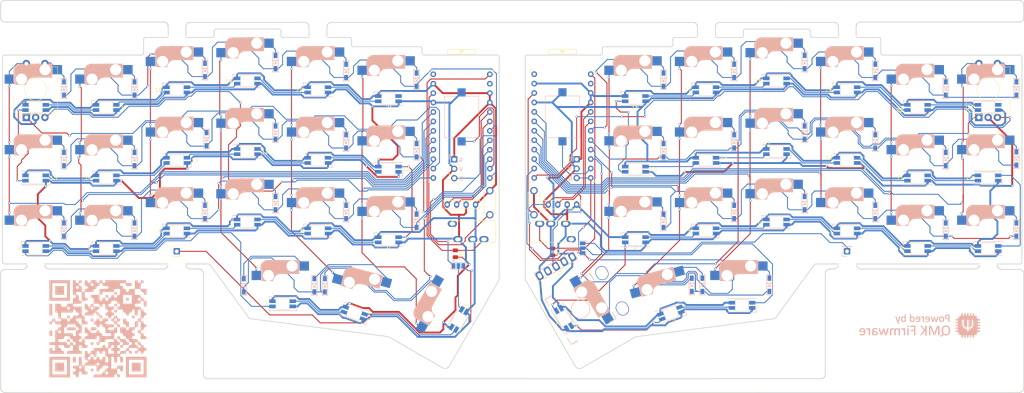
<source format=kicad_pcb>
(kicad_pcb (version 20171130) (host pcbnew 5.1.10)
  (title_block (title Protorne) (date 2020-09-28) (rev 3.0.1) (company "Waffle Inc."))
  (layers (0 F.Cu signal) (31 B.Cu signal) (34 B.Paste user) (35 F.Paste user) (36 B.SilkS user) (37 F.SilkS user) (38 B.Mask user) (39 F.Mask user) (44 Edge.Cuts user))
  (net 0 "")
  (net 1 row0)
  (net 2 "Net-(D1-Pad2)")
  (net 3 row1)
  (net 4 "Net-(D2-Pad2)")
  (net 5 row2)
  (net 6 "Net-(D3-Pad2)")
  (net 7 row3)
  (net 8 "Net-(D4-Pad2)")
  (net 9 "Net-(D5-Pad2)")
  (net 10 "Net-(D6-Pad2)")
  (net 11 "Net-(D7-Pad2)")
  (net 12 "Net-(D8-Pad2)")
  (net 13 "Net-(D9-Pad2)")
  (net 14 "Net-(D10-Pad2)")
  (net 15 "Net-(D11-Pad2)")
  (net 16 "Net-(D12-Pad2)")
  (net 17 "Net-(D13-Pad2)")
  (net 18 "Net-(D14-Pad2)")
  (net 19 "Net-(D15-Pad2)")
  (net 20 "Net-(D16-Pad2)")
  (net 21 "Net-(D17-Pad2)")
  (net 22 "Net-(D18-Pad2)")
  (net 23 "Net-(D19-Pad2)")
  (net 24 "Net-(D20-Pad2)")
  (net 25 "Net-(D21-Pad2)")
  (net 26 GND)
  (net 27 VCC)
  (net 28 col0)
  (net 29 col1)
  (net 30 col2)
  (net 31 col3)
  (net 32 col4)
  (net 33 col5)
  (net 34 LED)
  (net 35 data)
  (net 36 reset)
  (net 37 SCL)
  (net 38 SDA)
  (net 39 "Net-(U1-Pad24)")
  (net 40 "Net-(D22-Pad2)")
  (net 41 row0_r)
  (net 42 "Net-(D23-Pad2)")
  (net 43 "Net-(D24-Pad2)")
  (net 44 "Net-(D25-Pad2)")
  (net 45 "Net-(D26-Pad2)")
  (net 46 "Net-(D27-Pad2)")
  (net 47 row1_r)
  (net 48 "Net-(D28-Pad2)")
  (net 49 "Net-(D29-Pad2)")
  (net 50 "Net-(D30-Pad2)")
  (net 51 "Net-(D31-Pad2)")
  (net 52 "Net-(D32-Pad2)")
  (net 53 "Net-(D33-Pad2)")
  (net 54 row2_r)
  (net 55 "Net-(D34-Pad2)")
  (net 56 "Net-(D35-Pad2)")
  (net 57 "Net-(D36-Pad2)")
  (net 58 "Net-(D37-Pad2)")
  (net 59 "Net-(D38-Pad2)")
  (net 60 "Net-(D39-Pad2)")
  (net 61 "Net-(D40-Pad2)")
  (net 62 row3_r)
  (net 63 "Net-(D41-Pad2)")
  (net 64 "Net-(D42-Pad2)")
  (net 65 data_r)
  (net 66 SDA_r)
  (net 67 SCL_r)
  (net 68 LED_r)
  (net 69 reset_r)
  (net 70 col0_r)
  (net 71 col1_r)
  (net 72 col2_r)
  (net 73 col3_r)
  (net 74 col4_r)
  (net 75 col5_r)
  (net 76 VDD)
  (net 77 GNDA)
  (net 78 "Net-(U2-Pad24)")
  (net 79 "Net-(J1-PadA)")
  (net 80 "Net-(J3-PadA)")
  (net 81 "Net-(J5-Pad1)")
  (net 82 "Net-(LED1-Pad2)")
  (net 83 "Net-(LED1-Pad4)")
  (net 84 "Net-(LED2-Pad4)")
  (net 85 "Net-(LED3-Pad2)")
  (net 86 "Net-(LED13-Pad2)")
  (net 87 "Net-(LED4-Pad2)")
  (net 88 "Net-(LED5-Pad4)")
  (net 89 "Net-(LED6-Pad2)")
  (net 90 "Net-(LED10-Pad4)")
  (net 91 "Net-(LED11-Pad2)")
  (net 92 "Net-(LED12-Pad4)")
  (net 93 "Net-(LED10-Pad2)")
  (net 94 "Net-(LED11-Pad4)")
  (net 95 "Net-(LED12-Pad2)")
  (net 96 "Net-(LED13-Pad4)")
  (net 97 "Net-(LED14-Pad2)")
  (net 98 "Net-(LED15-Pad4)")
  (net 99 "Net-(LED16-Pad2)")
  (net 100 "Net-(LED17-Pad4)")
  (net 101 "Net-(LED18-Pad2)")
  (net 102 "Net-(LED19-Pad4)")
  (net 103 "Net-(U1-Pad2)")
  (net 104 "Net-(U2-Pad2)")
  (net 105 "Net-(J6-Pad1)")
  (net 106 "Net-(LED22-Pad2)")
  (net 107 "Net-(LED22-Pad4)")
  (net 108 "Net-(LED23-Pad4)")
  (net 109 "Net-(LED24-Pad2)")
  (net 110 "Net-(LED24-Pad4)")
  (net 111 "Net-(LED25-Pad4)")
  (net 112 "Net-(LED26-Pad2)")
  (net 113 "Net-(LED27-Pad4)")
  (net 114 "Net-(LED28-Pad2)")
  (net 115 "Net-(LED29-Pad4)")
  (net 116 "Net-(LED30-Pad2)")
  (net 117 "Net-(LED31-Pad4)")
  (net 118 "Net-(LED32-Pad2)")
  (net 119 "Net-(LED34-Pad2)")
  (net 120 "Net-(LED35-Pad4)")
  (net 121 "Net-(LED36-Pad2)")
  (net 122 "Net-(LED37-Pad2)")
  (net 123 "Net-(LED38-Pad4)")
  (net 124 "Net-(LED39-Pad2)")
  (net 125 "Net-(LED40-Pad2)")
  (net 126 "Net-(LED41-Pad4)")
  (net 127 "Net-(JP1-Pad2)")
  (net 128 "Net-(JP2-Pad2)")
  (net 129 B1_AUDIO)
  (net 130 B1_AUDIO_R)
  (net 131 ENC_A)
  (net 132 ENC_B)
  (net 133 ENC_A_R)
  (net 134 ENC_B_R)
  (net 135 "Net-(J7-Pad2)")
  (module other_parts:pimoroni-trackballl-bommod (layer F.Cu) (at 166.8645 95.15 30)
    (fp_text reference J7 (at 0 -11 210) (layer F.SilkS))
    (fp_text value Conn_01x05)
    (pad 7 thru_hole oval (at 9.8 5.5 120) (size 3.8 3.3) (drill oval 3.5 3) (layers *.Cu *.Mask))
    (pad 6 thru_hole oval (at 9.8 -5.5 120) (size 3.8 3.3) (drill oval 3.5 3) (layers *.Cu *.Mask))
    (pad 1 thru_hole roundrect (at -5.08 -13.274 120) (size 2.2 1.7) (drill oval 1.5 1) (layers *.Cu *.Mask) (net 77 GNDA))
    (pad 2 thru_hole roundrect (at -2.54 -13.274 210) (size 1.7 2.2) (drill oval 1 1.5) (layers *.Cu *.Mask) (net 135 "Net-(J7-Pad2)"))
    (pad 3 thru_hole roundrect (at 0 -13.274 210) (size 1.7 2.2) (drill oval 1 1.5) (layers *.Cu *.Mask) (net 67 SCL_r))
    (pad 4 thru_hole roundrect (at 2.54 -13.274 210) (size 1.7 2.2) (drill oval 1 1.5) (layers *.Cu *.Mask) (net 66 SDA_r))
    (pad 5 thru_hole roundrect (at 5.08 -13.274 210) (size 1.7 2.2) (drill oval 1 1.5) (layers *.Cu *.Mask) (net 76 VDD))
  )
  (module Resistor_SMD:R_0805_2012Metric (layer F.Cu) (at 159.2995 79.7725 270)
    (fp_text reference R2 (at 0 -1.65 90) (layer F.SilkS))
    (fp_text value 4.7k)
    (pad 2 smd roundrect (at 0.9125 0 270) (size 1.025 1.4) (layers F.Cu F.Paste F.Mask) (roundrect_rratio 0.243902) (net 76 VDD))
    (pad 1 smd roundrect (at -0.9125 0 270) (size 1.025 1.4) (layers F.Cu F.Paste F.Mask) (roundrect_rratio 0.243902) (net 65 data_r))
  )
  (module Resistor_SMD:R_0805_2012Metric (layer F.Cu) (at 133.1375 80.2805 270)
    (fp_text reference R1 (at 0 -1.65 90) (layer F.SilkS))
    (fp_text value 4.7k)
    (pad 2 smd roundrect (at 0.9125 0 270) (size 1.025 1.4) (layers F.Cu F.Paste F.Mask) (roundrect_rratio 0.243902) (net 27 VCC))
    (pad 1 smd roundrect (at -0.9125 0 270) (size 1.025 1.4) (layers F.Cu F.Paste F.Mask) (roundrect_rratio 0.243902) (net 35 data))
  )
  (module weeb:build_guide_qr (layer B.Cu) (at 36.9731 100.3992)
    (fp_text reference G*** hide)
    (fp_text value LOGO hide)
  )
  (module Keebio-Parts:RotaryEncoder_EC11-no-legs (layer F.Cu) (at 276.6145 36.055 90)
    (fp_text reference SW44)
    (fp_text value Rotary_Encoder_Switch)
    (pad A thru_hole rect (at -7.5 -2.5 90) (size 2 2) (drill 1) (layers *.Cu *.Mask) (net 133 ENC_A_R))
    (pad C thru_hole circle (at -7.5 0 90) (size 2 2) (drill 1) (layers *.Cu *.Mask) (net 77 GNDA))
    (pad B thru_hole circle (at -7.5 2.5 90) (size 2 2) (drill 1) (layers *.Cu *.Mask) (net 134 ENC_B_R))
    (pad S2 thru_hole circle (at 7 -2.5 90) (size 2 2) (drill 1) (layers *.Cu *.Mask) (net 70 col0_r))
    (pad S1 thru_hole circle (at 7 2.5 90) (size 2 2) (drill 1) (layers *.Cu *.Mask) (net 40 "Net-(D22-Pad2)"))
  )
  (module kbd:CherryMX_Hotswap (layer F.Cu) (at 20.1075 54.78)
    (fp_text reference SW7 hide)
    (fp_text value SW_PUSH hide)
    (pad "" np_thru_hole circle (at 2.54 -5.08) (size 3 3) (drill 3) (layers *.Cu *.Mask))
    (pad "" np_thru_hole circle (at -3.81 -2.54) (size 3 3) (drill 3) (layers *.Cu *.Mask))
    (pad 2 smd rect (at 5.842 -5.08 180) (size 2.55 2.5) (layers B.Cu B.Paste B.Mask) (net 11 "Net-(D7-Pad2)"))
    (pad "" np_thru_hole circle (at -5.08 0) (size 1.9 1.9) (drill 1.9) (layers *.Cu *.Mask))
    (pad "" np_thru_hole circle (at 5.08 0) (size 1.9 1.9) (drill 1.9) (layers *.Cu *.Mask))
    (pad "" np_thru_hole circle (at 0 0 90) (size 4.1 4.1) (drill 4.1) (layers *.Cu *.Mask))
    (pad 1 smd rect (at -7.085 -2.54 180) (size 2.55 2.5) (layers B.Cu B.Paste B.Mask) (net 28 col0))
  )
  (module Keebio-Parts:RotaryEncoder_EC11-no-legs (layer F.Cu) (at 20.1075 36.06 90)
    (fp_text reference SW43)
    (fp_text value Rotary_Encoder_Switch)
    (pad A thru_hole rect (at -7.5 -2.5 90) (size 2 2) (drill 1) (layers *.Cu *.Mask) (net 131 ENC_A))
    (pad C thru_hole circle (at -7.5 0 90) (size 2 2) (drill 1) (layers *.Cu *.Mask) (net 26 GND))
    (pad B thru_hole circle (at -7.5 2.5 90) (size 2 2) (drill 1) (layers *.Cu *.Mask) (net 132 ENC_B))
    (pad S2 thru_hole circle (at 7 -2.5 90) (size 2 2) (drill 1) (layers *.Cu *.Mask) (net 28 col0))
    (pad S1 thru_hole circle (at 7 2.5 90) (size 2 2) (drill 1) (layers *.Cu *.Mask) (net 2 "Net-(D1-Pad2)"))
  )
  (module kbd:CherryMX_Hotswap (layer F.Cu) (at 181.6145 52.4)
    (fp_text reference SW33 hide)
    (fp_text value SW_PUSH hide)
    (pad "" np_thru_hole circle (at 2.54 -5.08) (size 3 3) (drill 3) (layers *.Cu *.Mask))
    (pad "" np_thru_hole circle (at -3.81 -2.54) (size 3 3) (drill 3) (layers *.Cu *.Mask))
    (pad 2 smd rect (at 5.842 -5.08 180) (size 2.55 2.5) (layers B.Cu B.Paste B.Mask) (net 53 "Net-(D33-Pad2)"))
    (pad "" np_thru_hole circle (at -5.08 0) (size 1.9 1.9) (drill 1.9) (layers *.Cu *.Mask))
    (pad "" np_thru_hole circle (at 5.08 0) (size 1.9 1.9) (drill 1.9) (layers *.Cu *.Mask))
    (pad "" np_thru_hole circle (at 0 0 90) (size 4.1 4.1) (drill 4.1) (layers *.Cu *.Mask))
    (pad 1 smd rect (at -7.085 -2.54 180) (size 2.55 2.5) (layers B.Cu B.Paste B.Mask) (net 75 col5_r))
  )
  (module kbd:CherryMX_Hotswap (layer F.Cu) (at 276.6145 73.775)
    (fp_text reference SW34 hide)
    (fp_text value SW_PUSH hide)
    (pad "" np_thru_hole circle (at 2.54 -5.08) (size 3 3) (drill 3) (layers *.Cu *.Mask))
    (pad "" np_thru_hole circle (at -3.81 -2.54) (size 3 3) (drill 3) (layers *.Cu *.Mask))
    (pad 2 smd rect (at 5.842 -5.08 180) (size 2.55 2.5) (layers B.Cu B.Paste B.Mask) (net 55 "Net-(D34-Pad2)"))
    (pad "" np_thru_hole circle (at -5.08 0) (size 1.9 1.9) (drill 1.9) (layers *.Cu *.Mask))
    (pad "" np_thru_hole circle (at 5.08 0) (size 1.9 1.9) (drill 1.9) (layers *.Cu *.Mask))
    (pad "" np_thru_hole circle (at 0 0 90) (size 4.1 4.1) (drill 4.1) (layers *.Cu *.Mask))
    (pad 1 smd rect (at -7.085 -2.54 180) (size 2.55 2.5) (layers B.Cu B.Paste B.Mask) (net 70 col0_r))
  )
  (module weeb:qmk7fp (layer B.Cu) (at 258.1055 99.5483 180)
    (fp_text reference G*** hide)
    (fp_text value LOGO hide)
  )
  (module Buzzer_Beeper:Buzzer_Mallory_AST1109MLTRQ (layer B.Cu) (at 161.9875 43.39 90)
    (fp_text reference R4)
    (fp_text value R_Small)
    (pad 1 smd rect (at -6.6 0 90) (size 2.2 2.2) (layers B.Cu B.Paste B.Mask) (net 130 B1_AUDIO_R))
    (pad 2 smd rect (at 6.6 0 90) (size 2.2 2.2) (layers B.Cu B.Paste B.Mask) (net 76 VDD))
  )
  (module Buzzer_Beeper:Buzzer_Mallory_AST1109MLTRQ (layer B.Cu) (at 134.8125 43.42 90)
    (fp_text reference R3)
    (fp_text value R_Small)
    (pad 1 smd rect (at -6.6 0 90) (size 2.2 2.2) (layers B.Cu B.Paste B.Mask) (net 129 B1_AUDIO))
    (pad 2 smd rect (at 6.6 0 90) (size 2.2 2.2) (layers B.Cu B.Paste B.Mask) (net 27 VCC))
  )
  (module Jumper:SolderJumper-3_P1.3mm_Open_Pad1.0x1.5mm (layer B.Cu) (at 167.386 78.77 90)
    (fp_text reference JP2)
    (fp_text value SolderJumper_3_Open)
    (pad 1 smd rect (at -1.3 0 90) (size 1 1.5) (layers B.Cu B.Mask) (net 68 LED_r))
    (pad 2 smd rect (at 0 0 90) (size 1 1.5) (layers B.Cu B.Mask) (net 128 "Net-(JP2-Pad2)"))
    (pad 3 smd rect (at 1.3 0 90) (size 1 1.5) (layers B.Cu B.Mask) (net 105 "Net-(J6-Pad1)"))
  )
  (module Jumper:SolderJumper-3_P1.3mm_Open_Pad1.0x1.5mm (layer B.Cu) (at 133.963 83.559)
    (fp_text reference JP1)
    (fp_text value SolderJumper_3_Open)
    (pad 1 smd rect (at -1.3 0) (size 1 1.5) (layers B.Cu B.Mask) (net 34 LED))
    (pad 2 smd rect (at 0 0) (size 1 1.5) (layers B.Cu B.Mask) (net 127 "Net-(JP1-Pad2)"))
    (pad 3 smd rect (at 1.3 0) (size 1 1.5) (layers B.Cu B.Mask) (net 81 "Net-(J5-Pad1)"))
  )
  (module kbd:YS-SK6812MINI-E (layer B.Cu) (at 276.6145 78.875)
    (fp_text reference LED42)
    (fp_text value YS-SK6812MINI-E)
    (fp_line (start -1.8 1.55) (end -1.8 -1.55) (layer Edge.Cuts) (width 0.12))
    (fp_line (start -1.8 -1.55) (end 1.8 -1.55) (layer Edge.Cuts) (width 0.12))
    (fp_line (start 1.8 -1.55) (end 1.8 1.55) (layer Edge.Cuts) (width 0.12))
    (fp_line (start 1.8 1.55) (end -1.8 1.55) (layer Edge.Cuts) (width 0.12))
    (pad 2 smd rect (at 2.75 -0.7) (size 1.7 1) (layers B.Cu B.Paste B.Mask) (net 126 "Net-(LED41-Pad4)"))
    (pad 1 smd rect (at 2.75 0.7) (size 1.7 1) (layers B.Cu B.Paste B.Mask) (net 76 VDD))
    (pad 3 smd rect (at -2.75 -0.7) (size 1.7 1) (layers B.Cu B.Paste B.Mask) (net 77 GNDA))
    (pad 4 smd rect (at -2.75 0.7) (size 1.7 1) (layers B.Cu B.Paste B.Mask) (net 124 "Net-(LED39-Pad2)"))
  )
  (module kbd:YS-SK6812MINI-E (layer B.Cu) (at 276.6145 59.875 180)
    (fp_text reference LED41)
    (fp_text value YS-SK6812MINI-E)
    (fp_line (start -1.8 1.55) (end -1.8 -1.55) (layer Edge.Cuts) (width 0.12))
    (fp_line (start -1.8 -1.55) (end 1.8 -1.55) (layer Edge.Cuts) (width 0.12))
    (fp_line (start 1.8 -1.55) (end 1.8 1.55) (layer Edge.Cuts) (width 0.12))
    (fp_line (start 1.8 1.55) (end -1.8 1.55) (layer Edge.Cuts) (width 0.12))
    (pad 2 smd rect (at 2.75 -0.7 180) (size 1.7 1) (layers B.Cu B.Paste B.Mask) (net 123 "Net-(LED38-Pad4)"))
    (pad 1 smd rect (at 2.75 0.7 180) (size 1.7 1) (layers B.Cu B.Paste B.Mask) (net 76 VDD))
    (pad 3 smd rect (at -2.75 -0.7 180) (size 1.7 1) (layers B.Cu B.Paste B.Mask) (net 77 GNDA))
    (pad 4 smd rect (at -2.75 0.7 180) (size 1.7 1) (layers B.Cu B.Paste B.Mask) (net 126 "Net-(LED41-Pad4)"))
  )
  (module kbd:YS-SK6812MINI-E (layer B.Cu) (at 276.6145 40.875)
    (fp_text reference LED40)
    (fp_text value YS-SK6812MINI-E)
    (fp_line (start -1.8 1.55) (end -1.8 -1.55) (layer Edge.Cuts) (width 0.12))
    (fp_line (start -1.8 -1.55) (end 1.8 -1.55) (layer Edge.Cuts) (width 0.12))
    (fp_line (start 1.8 -1.55) (end 1.8 1.55) (layer Edge.Cuts) (width 0.12))
    (fp_line (start 1.8 1.55) (end -1.8 1.55) (layer Edge.Cuts) (width 0.12))
    (pad 2 smd rect (at 2.75 -0.7) (size 1.7 1) (layers B.Cu B.Paste B.Mask) (net 125 "Net-(LED40-Pad2)"))
    (pad 1 smd rect (at 2.75 0.7) (size 1.7 1) (layers B.Cu B.Paste B.Mask) (net 76 VDD))
    (pad 3 smd rect (at -2.75 -0.7) (size 1.7 1) (layers B.Cu B.Paste B.Mask) (net 77 GNDA))
    (pad 4 smd rect (at -2.75 0.7) (size 1.7 1) (layers B.Cu B.Paste B.Mask) (net 122 "Net-(LED37-Pad2)"))
  )
  (module kbd:YS-SK6812MINI-E (layer B.Cu) (at 257.6145 78.875)
    (fp_text reference LED39 (at 0.2 -11.2) (layer B.SilkS) (effects (justify mirror)))
    (fp_text value YS-SK6812MINI-E)
    (fp_line (start -1.8 1.55) (end -1.8 -1.55) (layer Edge.Cuts) (width 0.12))
    (fp_line (start -1.8 -1.55) (end 1.8 -1.55) (layer Edge.Cuts) (width 0.12))
    (fp_line (start 1.8 -1.55) (end 1.8 1.55) (layer Edge.Cuts) (width 0.12))
    (fp_line (start 1.8 1.55) (end -1.8 1.55) (layer Edge.Cuts) (width 0.12))
    (pad 2 smd rect (at 2.75 -0.7) (size 1.7 1) (layers B.Cu B.Paste B.Mask) (net 124 "Net-(LED39-Pad2)"))
    (pad 1 smd rect (at 2.75 0.7) (size 1.7 1) (layers B.Cu B.Paste B.Mask) (net 76 VDD))
    (pad 3 smd rect (at -2.75 -0.7) (size 1.7 1) (layers B.Cu B.Paste B.Mask) (net 77 GNDA))
    (pad 4 smd rect (at -2.75 0.7) (size 1.7 1) (layers B.Cu B.Paste B.Mask) (net 121 "Net-(LED36-Pad2)"))
  )
  (module kbd:YS-SK6812MINI-E (layer B.Cu) (at 257.6145 59.875 180)
    (fp_text reference LED38)
    (fp_text value YS-SK6812MINI-E)
    (fp_line (start -1.8 1.55) (end -1.8 -1.55) (layer Edge.Cuts) (width 0.12))
    (fp_line (start -1.8 -1.55) (end 1.8 -1.55) (layer Edge.Cuts) (width 0.12))
    (fp_line (start 1.8 -1.55) (end 1.8 1.55) (layer Edge.Cuts) (width 0.12))
    (fp_line (start 1.8 1.55) (end -1.8 1.55) (layer Edge.Cuts) (width 0.12))
    (pad 2 smd rect (at 2.75 -0.7 180) (size 1.7 1) (layers B.Cu B.Paste B.Mask) (net 120 "Net-(LED35-Pad4)"))
    (pad 1 smd rect (at 2.75 0.7 180) (size 1.7 1) (layers B.Cu B.Paste B.Mask) (net 76 VDD))
    (pad 3 smd rect (at -2.75 -0.7 180) (size 1.7 1) (layers B.Cu B.Paste B.Mask) (net 77 GNDA))
    (pad 4 smd rect (at -2.75 0.7 180) (size 1.7 1) (layers B.Cu B.Paste B.Mask) (net 123 "Net-(LED38-Pad4)"))
  )
  (module kbd:YS-SK6812MINI-E (layer B.Cu) (at 257.6145 40.875)
    (fp_text reference LED37)
    (fp_text value YS-SK6812MINI-E)
    (fp_line (start -1.8 1.55) (end -1.8 -1.55) (layer Edge.Cuts) (width 0.12))
    (fp_line (start -1.8 -1.55) (end 1.8 -1.55) (layer Edge.Cuts) (width 0.12))
    (fp_line (start 1.8 -1.55) (end 1.8 1.55) (layer Edge.Cuts) (width 0.12))
    (fp_line (start 1.8 1.55) (end -1.8 1.55) (layer Edge.Cuts) (width 0.12))
    (pad 2 smd rect (at 2.75 -0.7) (size 1.7 1) (layers B.Cu B.Paste B.Mask) (net 122 "Net-(LED37-Pad2)"))
    (pad 1 smd rect (at 2.75 0.7) (size 1.7 1) (layers B.Cu B.Paste B.Mask) (net 76 VDD))
    (pad 3 smd rect (at -2.75 -0.7) (size 1.7 1) (layers B.Cu B.Paste B.Mask) (net 77 GNDA))
    (pad 4 smd rect (at -2.75 0.7) (size 1.7 1) (layers B.Cu B.Paste B.Mask) (net 119 "Net-(LED34-Pad2)"))
  )
  (module kbd:YS-SK6812MINI-E (layer B.Cu) (at 238.6145 74.125)
    (fp_text reference LED36)
    (fp_text value YS-SK6812MINI-E)
    (fp_line (start -1.8 1.55) (end -1.8 -1.55) (layer Edge.Cuts) (width 0.12))
    (fp_line (start -1.8 -1.55) (end 1.8 -1.55) (layer Edge.Cuts) (width 0.12))
    (fp_line (start 1.8 -1.55) (end 1.8 1.55) (layer Edge.Cuts) (width 0.12))
    (fp_line (start 1.8 1.55) (end -1.8 1.55) (layer Edge.Cuts) (width 0.12))
    (pad 2 smd rect (at 2.75 -0.7) (size 1.7 1) (layers B.Cu B.Paste B.Mask) (net 121 "Net-(LED36-Pad2)"))
    (pad 1 smd rect (at 2.75 0.7) (size 1.7 1) (layers B.Cu B.Paste B.Mask) (net 76 VDD))
    (pad 3 smd rect (at -2.75 -0.7) (size 1.7 1) (layers B.Cu B.Paste B.Mask) (net 77 GNDA))
    (pad 4 smd rect (at -2.75 0.7) (size 1.7 1) (layers B.Cu B.Paste B.Mask) (net 118 "Net-(LED32-Pad2)"))
  )
  (module kbd:YS-SK6812MINI-E (layer B.Cu) (at 238.6145 55.125 180)
    (fp_text reference LED35)
    (fp_text value YS-SK6812MINI-E)
    (fp_line (start -1.8 1.55) (end -1.8 -1.55) (layer Edge.Cuts) (width 0.12))
    (fp_line (start -1.8 -1.55) (end 1.8 -1.55) (layer Edge.Cuts) (width 0.12))
    (fp_line (start 1.8 -1.55) (end 1.8 1.55) (layer Edge.Cuts) (width 0.12))
    (fp_line (start 1.8 1.55) (end -1.8 1.55) (layer Edge.Cuts) (width 0.12))
    (pad 2 smd rect (at 2.75 -0.7 180) (size 1.7 1) (layers B.Cu B.Paste B.Mask) (net 117 "Net-(LED31-Pad4)"))
    (pad 1 smd rect (at 2.75 0.7 180) (size 1.7 1) (layers B.Cu B.Paste B.Mask) (net 76 VDD))
    (pad 3 smd rect (at -2.75 -0.7 180) (size 1.7 1) (layers B.Cu B.Paste B.Mask) (net 77 GNDA))
    (pad 4 smd rect (at -2.75 0.7 180) (size 1.7 1) (layers B.Cu B.Paste B.Mask) (net 120 "Net-(LED35-Pad4)"))
  )
  (module kbd:YS-SK6812MINI-E (layer B.Cu) (at 238.6145 36.125)
    (fp_text reference LED34)
    (fp_text value YS-SK6812MINI-E)
    (fp_line (start -1.8 1.55) (end -1.8 -1.55) (layer Edge.Cuts) (width 0.12))
    (fp_line (start -1.8 -1.55) (end 1.8 -1.55) (layer Edge.Cuts) (width 0.12))
    (fp_line (start 1.8 -1.55) (end 1.8 1.55) (layer Edge.Cuts) (width 0.12))
    (fp_line (start 1.8 1.55) (end -1.8 1.55) (layer Edge.Cuts) (width 0.12))
    (pad 2 smd rect (at 2.75 -0.7) (size 1.7 1) (layers B.Cu B.Paste B.Mask) (net 119 "Net-(LED34-Pad2)"))
    (pad 1 smd rect (at 2.75 0.7) (size 1.7 1) (layers B.Cu B.Paste B.Mask) (net 76 VDD))
    (pad 3 smd rect (at -2.75 -0.7) (size 1.7 1) (layers B.Cu B.Paste B.Mask) (net 77 GNDA))
    (pad 4 smd rect (at -2.75 0.7) (size 1.7 1) (layers B.Cu B.Paste B.Mask) (net 116 "Net-(LED30-Pad2)"))
  )
  (module kbd:YS-SK6812MINI-E (layer B.Cu) (at 210.3535 94.1635 180)
    (fp_text reference LED33)
    (fp_text value YS-SK6812MINI-E)
    (fp_line (start -1.8 1.55) (end -1.8 -1.55) (layer Edge.Cuts) (width 0.12))
    (fp_line (start -1.8 -1.55) (end 1.8 -1.55) (layer Edge.Cuts) (width 0.12))
    (fp_line (start 1.8 -1.55) (end 1.8 1.55) (layer Edge.Cuts) (width 0.12))
    (fp_line (start 1.8 1.55) (end -1.8 1.55) (layer Edge.Cuts) (width 0.12))
    (pad 2 smd rect (at 2.75 -0.7 180) (size 1.7 1) (layers B.Cu B.Paste B.Mask) (net 115 "Net-(LED29-Pad4)"))
    (pad 1 smd rect (at 2.75 0.7 180) (size 1.7 1) (layers B.Cu B.Paste B.Mask) (net 76 VDD))
    (pad 3 smd rect (at -2.75 -0.7 180) (size 1.7 1) (layers B.Cu B.Paste B.Mask) (net 77 GNDA))
    (pad 4 smd rect (at -2.75 0.7 180) (size 1.7 1) (layers B.Cu B.Paste B.Mask) (net 128 "Net-(JP2-Pad2)"))
  )
  (module kbd:YS-SK6812MINI-E (layer B.Cu) (at 219.6145 71.75)
    (fp_text reference LED32)
    (fp_text value YS-SK6812MINI-E)
    (fp_line (start -1.8 1.55) (end -1.8 -1.55) (layer Edge.Cuts) (width 0.12))
    (fp_line (start -1.8 -1.55) (end 1.8 -1.55) (layer Edge.Cuts) (width 0.12))
    (fp_line (start 1.8 -1.55) (end 1.8 1.55) (layer Edge.Cuts) (width 0.12))
    (fp_line (start 1.8 1.55) (end -1.8 1.55) (layer Edge.Cuts) (width 0.12))
    (pad 2 smd rect (at 2.75 -0.7) (size 1.7 1) (layers B.Cu B.Paste B.Mask) (net 118 "Net-(LED32-Pad2)"))
    (pad 1 smd rect (at 2.75 0.7) (size 1.7 1) (layers B.Cu B.Paste B.Mask) (net 76 VDD))
    (pad 3 smd rect (at -2.75 -0.7) (size 1.7 1) (layers B.Cu B.Paste B.Mask) (net 77 GNDA))
    (pad 4 smd rect (at -2.75 0.7) (size 1.7 1) (layers B.Cu B.Paste B.Mask) (net 114 "Net-(LED28-Pad2)"))
  )
  (module kbd:YS-SK6812MINI-E (layer B.Cu) (at 219.6145 52.75 180)
    (fp_text reference LED31)
    (fp_text value YS-SK6812MINI-E)
    (fp_line (start -1.8 1.55) (end -1.8 -1.55) (layer Edge.Cuts) (width 0.12))
    (fp_line (start -1.8 -1.55) (end 1.8 -1.55) (layer Edge.Cuts) (width 0.12))
    (fp_line (start 1.8 -1.55) (end 1.8 1.55) (layer Edge.Cuts) (width 0.12))
    (fp_line (start 1.8 1.55) (end -1.8 1.55) (layer Edge.Cuts) (width 0.12))
    (pad 2 smd rect (at 2.75 -0.7 180) (size 1.7 1) (layers B.Cu B.Paste B.Mask) (net 113 "Net-(LED27-Pad4)"))
    (pad 1 smd rect (at 2.75 0.7 180) (size 1.7 1) (layers B.Cu B.Paste B.Mask) (net 76 VDD))
    (pad 3 smd rect (at -2.75 -0.7 180) (size 1.7 1) (layers B.Cu B.Paste B.Mask) (net 77 GNDA))
    (pad 4 smd rect (at -2.75 0.7 180) (size 1.7 1) (layers B.Cu B.Paste B.Mask) (net 117 "Net-(LED31-Pad4)"))
  )
  (module kbd:YS-SK6812MINI-E (layer B.Cu) (at 219.6145 33.75)
    (fp_text reference LED30)
    (fp_text value YS-SK6812MINI-E)
    (fp_line (start -1.8 1.55) (end -1.8 -1.55) (layer Edge.Cuts) (width 0.12))
    (fp_line (start -1.8 -1.55) (end 1.8 -1.55) (layer Edge.Cuts) (width 0.12))
    (fp_line (start 1.8 -1.55) (end 1.8 1.55) (layer Edge.Cuts) (width 0.12))
    (fp_line (start 1.8 1.55) (end -1.8 1.55) (layer Edge.Cuts) (width 0.12))
    (pad 2 smd rect (at 2.75 -0.7) (size 1.7 1) (layers B.Cu B.Paste B.Mask) (net 116 "Net-(LED30-Pad2)"))
    (pad 1 smd rect (at 2.75 0.7) (size 1.7 1) (layers B.Cu B.Paste B.Mask) (net 76 VDD))
    (pad 3 smd rect (at -2.75 -0.7) (size 1.7 1) (layers B.Cu B.Paste B.Mask) (net 77 GNDA))
    (pad 4 smd rect (at -2.75 0.7) (size 1.7 1) (layers B.Cu B.Paste B.Mask) (net 112 "Net-(LED26-Pad2)"))
  )
  (module kbd:YS-SK6812MINI-E (layer B.Cu) (at 191.1765 96.259 200)
    (fp_text reference LED29)
    (fp_text value YS-SK6812MINI-E)
    (fp_line (start -1.8 1.55) (end -1.8 -1.55) (layer Edge.Cuts) (width 0.12))
    (fp_line (start -1.8 -1.55) (end 1.8 -1.55) (layer Edge.Cuts) (width 0.12))
    (fp_line (start 1.8 -1.55) (end 1.8 1.55) (layer Edge.Cuts) (width 0.12))
    (fp_line (start 1.8 1.55) (end -1.8 1.55) (layer Edge.Cuts) (width 0.12))
    (pad 2 smd rect (at 2.75 -0.7 200) (size 1.7 1) (layers B.Cu B.Paste B.Mask) (net 111 "Net-(LED25-Pad4)"))
    (pad 1 smd rect (at 2.75 0.7 200) (size 1.7 1) (layers B.Cu B.Paste B.Mask) (net 76 VDD))
    (pad 3 smd rect (at -2.75 -0.7 200) (size 1.7 1) (layers B.Cu B.Paste B.Mask) (net 77 GNDA))
    (pad 4 smd rect (at -2.75 0.7 200) (size 1.7 1) (layers B.Cu B.Paste B.Mask) (net 115 "Net-(LED29-Pad4)"))
  )
  (module kbd:YS-SK6812MINI-E (layer B.Cu) (at 200.6145 74.125)
    (fp_text reference LED28)
    (fp_text value YS-SK6812MINI-E)
    (fp_line (start -1.8 1.55) (end -1.8 -1.55) (layer Edge.Cuts) (width 0.12))
    (fp_line (start -1.8 -1.55) (end 1.8 -1.55) (layer Edge.Cuts) (width 0.12))
    (fp_line (start 1.8 -1.55) (end 1.8 1.55) (layer Edge.Cuts) (width 0.12))
    (fp_line (start 1.8 1.55) (end -1.8 1.55) (layer Edge.Cuts) (width 0.12))
    (pad 2 smd rect (at 2.75 -0.7) (size 1.7 1) (layers B.Cu B.Paste B.Mask) (net 114 "Net-(LED28-Pad2)"))
    (pad 1 smd rect (at 2.75 0.7) (size 1.7 1) (layers B.Cu B.Paste B.Mask) (net 76 VDD))
    (pad 3 smd rect (at -2.75 -0.7) (size 1.7 1) (layers B.Cu B.Paste B.Mask) (net 77 GNDA))
    (pad 4 smd rect (at -2.75 0.7) (size 1.7 1) (layers B.Cu B.Paste B.Mask) (net 109 "Net-(LED24-Pad2)"))
  )
  (module kbd:YS-SK6812MINI-E (layer B.Cu) (at 200.6145 55.125 180)
    (fp_text reference LED27)
    (fp_text value YS-SK6812MINI-E)
    (fp_line (start -1.8 1.55) (end -1.8 -1.55) (layer Edge.Cuts) (width 0.12))
    (fp_line (start -1.8 -1.55) (end 1.8 -1.55) (layer Edge.Cuts) (width 0.12))
    (fp_line (start 1.8 -1.55) (end 1.8 1.55) (layer Edge.Cuts) (width 0.12))
    (fp_line (start 1.8 1.55) (end -1.8 1.55) (layer Edge.Cuts) (width 0.12))
    (pad 2 smd rect (at 2.75 -0.7 180) (size 1.7 1) (layers B.Cu B.Paste B.Mask) (net 108 "Net-(LED23-Pad4)"))
    (pad 1 smd rect (at 2.75 0.7 180) (size 1.7 1) (layers B.Cu B.Paste B.Mask) (net 76 VDD))
    (pad 3 smd rect (at -2.75 -0.7 180) (size 1.7 1) (layers B.Cu B.Paste B.Mask) (net 77 GNDA))
    (pad 4 smd rect (at -2.75 0.7 180) (size 1.7 1) (layers B.Cu B.Paste B.Mask) (net 113 "Net-(LED27-Pad4)"))
  )
  (module kbd:YS-SK6812MINI-E (layer B.Cu) (at 200.6145 36.125)
    (fp_text reference LED26)
    (fp_text value YS-SK6812MINI-E)
    (fp_line (start -1.8 1.55) (end -1.8 -1.55) (layer Edge.Cuts) (width 0.12))
    (fp_line (start -1.8 -1.55) (end 1.8 -1.55) (layer Edge.Cuts) (width 0.12))
    (fp_line (start 1.8 -1.55) (end 1.8 1.55) (layer Edge.Cuts) (width 0.12))
    (fp_line (start 1.8 1.55) (end -1.8 1.55) (layer Edge.Cuts) (width 0.12))
    (pad 2 smd rect (at 2.75 -0.7) (size 1.7 1) (layers B.Cu B.Paste B.Mask) (net 112 "Net-(LED26-Pad2)"))
    (pad 1 smd rect (at 2.75 0.7) (size 1.7 1) (layers B.Cu B.Paste B.Mask) (net 76 VDD))
    (pad 3 smd rect (at -2.75 -0.7) (size 1.7 1) (layers B.Cu B.Paste B.Mask) (net 77 GNDA))
    (pad 4 smd rect (at -2.75 0.7) (size 1.7 1) (layers B.Cu B.Paste B.Mask) (net 106 "Net-(LED22-Pad2)"))
  )
  (module kbd:YS-SK6812MINI-E (layer B.Cu) (at 162.3475 97.656 120)
    (fp_text reference LED25)
    (fp_text value YS-SK6812MINI-E)
    (fp_line (start -1.8 1.55) (end -1.8 -1.55) (layer Edge.Cuts) (width 0.12))
    (fp_line (start -1.8 -1.55) (end 1.8 -1.55) (layer Edge.Cuts) (width 0.12))
    (fp_line (start 1.8 -1.55) (end 1.8 1.55) (layer Edge.Cuts) (width 0.12))
    (fp_line (start 1.8 1.55) (end -1.8 1.55) (layer Edge.Cuts) (width 0.12))
    (pad 2 smd rect (at 2.75 -0.7 120) (size 1.7 1) (layers B.Cu B.Paste B.Mask) (net 110 "Net-(LED24-Pad4)"))
    (pad 1 smd rect (at 2.75 0.7 120) (size 1.7 1) (layers B.Cu B.Paste B.Mask) (net 76 VDD))
    (pad 3 smd rect (at -2.75 -0.7 120) (size 1.7 1) (layers B.Cu B.Paste B.Mask) (net 77 GNDA))
    (pad 4 smd rect (at -2.75 0.7 120) (size 1.7 1) (layers B.Cu B.Paste B.Mask) (net 111 "Net-(LED25-Pad4)"))
  )
  (module kbd:YS-SK6812MINI-E (layer B.Cu) (at 181.6145 76.5)
    (fp_text reference LED24)
    (fp_text value YS-SK6812MINI-E)
    (fp_line (start -1.8 1.55) (end -1.8 -1.55) (layer Edge.Cuts) (width 0.12))
    (fp_line (start -1.8 -1.55) (end 1.8 -1.55) (layer Edge.Cuts) (width 0.12))
    (fp_line (start 1.8 -1.55) (end 1.8 1.55) (layer Edge.Cuts) (width 0.12))
    (fp_line (start 1.8 1.55) (end -1.8 1.55) (layer Edge.Cuts) (width 0.12))
    (pad 2 smd rect (at 2.75 -0.7) (size 1.7 1) (layers B.Cu B.Paste B.Mask) (net 109 "Net-(LED24-Pad2)"))
    (pad 1 smd rect (at 2.75 0.7) (size 1.7 1) (layers B.Cu B.Paste B.Mask) (net 76 VDD))
    (pad 3 smd rect (at -2.75 -0.7) (size 1.7 1) (layers B.Cu B.Paste B.Mask) (net 77 GNDA))
    (pad 4 smd rect (at -2.75 0.7) (size 1.7 1) (layers B.Cu B.Paste B.Mask) (net 110 "Net-(LED24-Pad4)"))
  )
  (module kbd:YS-SK6812MINI-E (layer B.Cu) (at 181.6145 57.5 180)
    (fp_text reference LED23)
    (fp_text value YS-SK6812MINI-E)
    (fp_line (start -1.8 1.55) (end -1.8 -1.55) (layer Edge.Cuts) (width 0.12))
    (fp_line (start -1.8 -1.55) (end 1.8 -1.55) (layer Edge.Cuts) (width 0.12))
    (fp_line (start 1.8 -1.55) (end 1.8 1.55) (layer Edge.Cuts) (width 0.12))
    (fp_line (start 1.8 1.55) (end -1.8 1.55) (layer Edge.Cuts) (width 0.12))
    (pad 2 smd rect (at 2.75 -0.7 180) (size 1.7 1) (layers B.Cu B.Paste B.Mask) (net 107 "Net-(LED22-Pad4)"))
    (pad 1 smd rect (at 2.75 0.7 180) (size 1.7 1) (layers B.Cu B.Paste B.Mask) (net 76 VDD))
    (pad 3 smd rect (at -2.75 -0.7 180) (size 1.7 1) (layers B.Cu B.Paste B.Mask) (net 77 GNDA))
    (pad 4 smd rect (at -2.75 0.7 180) (size 1.7 1) (layers B.Cu B.Paste B.Mask) (net 108 "Net-(LED23-Pad4)"))
  )
  (module kbd:YS-SK6812MINI-E (layer B.Cu) (at 181.6075 38.505)
    (fp_text reference LED22)
    (fp_text value YS-SK6812MINI-E)
    (fp_line (start -1.8 1.55) (end -1.8 -1.55) (layer Edge.Cuts) (width 0.12))
    (fp_line (start -1.8 -1.55) (end 1.8 -1.55) (layer Edge.Cuts) (width 0.12))
    (fp_line (start 1.8 -1.55) (end 1.8 1.55) (layer Edge.Cuts) (width 0.12))
    (fp_line (start 1.8 1.55) (end -1.8 1.55) (layer Edge.Cuts) (width 0.12))
    (pad 2 smd rect (at 2.75 -0.7) (size 1.7 1) (layers B.Cu B.Paste B.Mask) (net 106 "Net-(LED22-Pad2)"))
    (pad 1 smd rect (at 2.75 0.7) (size 1.7 1) (layers B.Cu B.Paste B.Mask) (net 76 VDD))
    (pad 3 smd rect (at -2.75 -0.7) (size 1.7 1) (layers B.Cu B.Paste B.Mask) (net 77 GNDA))
    (pad 4 smd rect (at -2.75 0.7) (size 1.7 1) (layers B.Cu B.Paste B.Mask) (net 107 "Net-(LED22-Pad4)"))
  )
  (module Connector_PinHeader_2.54mm:PinHeader_1x01_P2.54mm_Vertical (layer B.Cu) (at 238.6145 79.625)
    (fp_text reference J6)
    (fp_text value Conn_01x01_Male)
    (pad 1 thru_hole rect (at 0 0) (size 1.7 1.7) (drill 1) (layers *.Cu *.Mask) (net 105 "Net-(J6-Pad1)"))
  )
  (module Connector_PinHeader_2.54mm:PinHeader_1x01_P2.54mm_Vertical (layer F.Cu) (at 58.1075 79.63)
    (fp_text reference J5)
    (fp_text value Conn_01x01_Male)
    (pad 1 thru_hole rect (at 0 0) (size 1.7 1.7) (drill 1) (layers *.Cu *.Mask) (net 81 "Net-(J5-Pad1)"))
  )
  (module kbd:CherryMX_Hotswap (layer F.Cu) (at 115.1075 52.405)
    (fp_text reference SW12 hide)
    (fp_text value SW_PUSH hide)
    (pad "" np_thru_hole circle (at 2.54 -5.08) (size 3 3) (drill 3) (layers *.Cu *.Mask))
    (pad "" np_thru_hole circle (at -3.81 -2.54) (size 3 3) (drill 3) (layers *.Cu *.Mask))
    (pad 2 smd rect (at 5.842 -5.08 180) (size 2.55 2.5) (layers B.Cu B.Paste B.Mask) (net 16 "Net-(D12-Pad2)"))
    (pad "" np_thru_hole circle (at -5.08 0) (size 1.9 1.9) (drill 1.9) (layers *.Cu *.Mask))
    (pad "" np_thru_hole circle (at 5.08 0) (size 1.9 1.9) (drill 1.9) (layers *.Cu *.Mask))
    (pad "" np_thru_hole circle (at 0 0 90) (size 4.1 4.1) (drill 4.1) (layers *.Cu *.Mask))
    (pad 1 smd rect (at -7.085 -2.54 180) (size 2.55 2.5) (layers B.Cu B.Paste B.Mask) (net 33 col5))
  )
  (module kbd:CherryMX_Hotswap (layer F.Cu) (at 96.1075 50.03)
    (fp_text reference SW11 hide)
    (fp_text value SW_PUSH hide)
    (pad "" np_thru_hole circle (at 2.54 -5.08) (size 3 3) (drill 3) (layers *.Cu *.Mask))
    (pad "" np_thru_hole circle (at -3.81 -2.54) (size 3 3) (drill 3) (layers *.Cu *.Mask))
    (pad 2 smd rect (at 5.842 -5.08 180) (size 2.55 2.5) (layers B.Cu B.Paste B.Mask) (net 15 "Net-(D11-Pad2)"))
    (pad "" np_thru_hole circle (at -5.08 0) (size 1.9 1.9) (drill 1.9) (layers *.Cu *.Mask))
    (pad "" np_thru_hole circle (at 5.08 0) (size 1.9 1.9) (drill 1.9) (layers *.Cu *.Mask))
    (pad "" np_thru_hole circle (at 0 0 90) (size 4.1 4.1) (drill 4.1) (layers *.Cu *.Mask))
    (pad 1 smd rect (at -7.085 -2.54 180) (size 2.55 2.5) (layers B.Cu B.Paste B.Mask) (net 32 col4))
  )
  (module kbd:YS-SK6812MINI-E (layer B.Cu) (at 134.1027 97.9862 240)
    (fp_text reference LED21)
    (fp_text value YS-SK6812MINI-E)
    (fp_line (start 1.8 1.55) (end -1.8 1.55) (layer Edge.Cuts) (width 0.12))
    (fp_line (start 1.8 -1.55) (end 1.8 1.55) (layer Edge.Cuts) (width 0.12))
    (fp_line (start -1.8 -1.55) (end 1.8 -1.55) (layer Edge.Cuts) (width 0.12))
    (fp_line (start -1.8 1.55) (end -1.8 -1.55) (layer Edge.Cuts) (width 0.12))
    (pad 2 smd rect (at 2.75 -0.7 240) (size 1.7 1) (layers B.Cu B.Paste B.Mask) (net 100 "Net-(LED17-Pad4)"))
    (pad 1 smd rect (at 2.75 0.7 240) (size 1.7 1) (layers B.Cu B.Paste B.Mask) (net 27 VCC))
    (pad 3 smd rect (at -2.75 -0.7 240) (size 1.7 1) (layers B.Cu B.Paste B.Mask) (net 26 GND))
    (pad 4 smd rect (at -2.75 0.7 240) (size 1.7 1) (layers B.Cu B.Paste B.Mask) (net 127 "Net-(JP1-Pad2)"))
  )
  (module kbd:YS-SK6812MINI-E (layer B.Cu) (at 115.1075 76.505)
    (fp_text reference LED20 (at 0.2 -11.2) (layer B.SilkS) (effects (justify mirror)))
    (fp_text value YS-SK6812MINI-E)
    (fp_line (start 1.8 1.55) (end -1.8 1.55) (layer Edge.Cuts) (width 0.12))
    (fp_line (start 1.8 -1.55) (end 1.8 1.55) (layer Edge.Cuts) (width 0.12))
    (fp_line (start -1.8 -1.55) (end 1.8 -1.55) (layer Edge.Cuts) (width 0.12))
    (fp_line (start -1.8 1.55) (end -1.8 -1.55) (layer Edge.Cuts) (width 0.12))
    (pad 2 smd rect (at 2.75 -0.7) (size 1.7 1) (layers B.Cu B.Paste B.Mask) (net 102 "Net-(LED19-Pad4)"))
    (pad 1 smd rect (at 2.75 0.7) (size 1.7 1) (layers B.Cu B.Paste B.Mask) (net 27 VCC))
    (pad 3 smd rect (at -2.75 -0.7) (size 1.7 1) (layers B.Cu B.Paste B.Mask) (net 26 GND))
    (pad 4 smd rect (at -2.75 0.7) (size 1.7 1) (layers B.Cu B.Paste B.Mask) (net 99 "Net-(LED16-Pad2)"))
  )
  (module kbd:YS-SK6812MINI-E (layer B.Cu) (at 115.1075 57.505 180)
    (fp_text reference LED19)
    (fp_text value YS-SK6812MINI-E)
    (fp_line (start 1.8 1.55) (end -1.8 1.55) (layer Edge.Cuts) (width 0.12))
    (fp_line (start 1.8 -1.55) (end 1.8 1.55) (layer Edge.Cuts) (width 0.12))
    (fp_line (start -1.8 -1.55) (end 1.8 -1.55) (layer Edge.Cuts) (width 0.12))
    (fp_line (start -1.8 1.55) (end -1.8 -1.55) (layer Edge.Cuts) (width 0.12))
    (pad 2 smd rect (at 2.75 -0.7 180) (size 1.7 1) (layers B.Cu B.Paste B.Mask) (net 98 "Net-(LED15-Pad4)"))
    (pad 1 smd rect (at 2.75 0.7 180) (size 1.7 1) (layers B.Cu B.Paste B.Mask) (net 27 VCC))
    (pad 3 smd rect (at -2.75 -0.7 180) (size 1.7 1) (layers B.Cu B.Paste B.Mask) (net 26 GND))
    (pad 4 smd rect (at -2.75 0.7 180) (size 1.7 1) (layers B.Cu B.Paste B.Mask) (net 102 "Net-(LED19-Pad4)"))
  )
  (module kbd:YS-SK6812MINI-E (layer B.Cu) (at 115.1075 38.505)
    (fp_text reference LED18 (at 0.2 -11.2) (layer B.SilkS) (effects (justify mirror)))
    (fp_text value YS-SK6812MINI-E)
    (fp_line (start 1.8 1.55) (end -1.8 1.55) (layer Edge.Cuts) (width 0.12))
    (fp_line (start 1.8 -1.55) (end 1.8 1.55) (layer Edge.Cuts) (width 0.12))
    (fp_line (start -1.8 -1.55) (end 1.8 -1.55) (layer Edge.Cuts) (width 0.12))
    (fp_line (start -1.8 1.55) (end -1.8 -1.55) (layer Edge.Cuts) (width 0.12))
    (pad 2 smd rect (at 2.75 -0.7) (size 1.7 1) (layers B.Cu B.Paste B.Mask) (net 101 "Net-(LED18-Pad2)"))
    (pad 1 smd rect (at 2.75 0.7) (size 1.7 1) (layers B.Cu B.Paste B.Mask) (net 27 VCC))
    (pad 3 smd rect (at -2.75 -0.7) (size 1.7 1) (layers B.Cu B.Paste B.Mask) (net 26 GND))
    (pad 4 smd rect (at -2.75 0.7) (size 1.7 1) (layers B.Cu B.Paste B.Mask) (net 97 "Net-(LED14-Pad2)"))
  )
  (module kbd:YS-SK6812MINI-E (layer B.Cu) (at 105.9341 96.259 160)
    (fp_text reference LED17)
    (fp_text value YS-SK6812MINI-E)
    (fp_line (start -1.8 1.55) (end -1.8 -1.55) (layer Edge.Cuts) (width 0.12))
    (fp_line (start -1.8 -1.55) (end 1.8 -1.55) (layer Edge.Cuts) (width 0.12))
    (fp_line (start 1.8 -1.55) (end 1.8 1.55) (layer Edge.Cuts) (width 0.12))
    (fp_line (start 1.8 1.55) (end -1.8 1.55) (layer Edge.Cuts) (width 0.12))
    (pad 4 smd rect (at -2.75 0.7 160) (size 1.7 1) (layers B.Cu B.Paste B.Mask) (net 100 "Net-(LED17-Pad4)"))
    (pad 3 smd rect (at -2.75 -0.7 160) (size 1.7 1) (layers B.Cu B.Paste B.Mask) (net 26 GND))
    (pad 1 smd rect (at 2.75 0.7 160) (size 1.7 1) (layers B.Cu B.Paste B.Mask) (net 27 VCC))
    (pad 2 smd rect (at 2.75 -0.7 160) (size 1.7 1) (layers B.Cu B.Paste B.Mask) (net 96 "Net-(LED13-Pad4)"))
  )
  (module kbd:YS-SK6812MINI-E (layer B.Cu) (at 96.1075 74.13)
    (fp_text reference LED16 (at 0.2 -11.2) (layer B.SilkS) (effects (justify mirror)))
    (fp_text value YS-SK6812MINI-E)
    (fp_line (start 1.8 1.55) (end -1.8 1.55) (layer Edge.Cuts) (width 0.12))
    (fp_line (start 1.8 -1.55) (end 1.8 1.55) (layer Edge.Cuts) (width 0.12))
    (fp_line (start -1.8 -1.55) (end 1.8 -1.55) (layer Edge.Cuts) (width 0.12))
    (fp_line (start -1.8 1.55) (end -1.8 -1.55) (layer Edge.Cuts) (width 0.12))
    (pad 2 smd rect (at 2.75 -0.7) (size 1.7 1) (layers B.Cu B.Paste B.Mask) (net 99 "Net-(LED16-Pad2)"))
    (pad 1 smd rect (at 2.75 0.7) (size 1.7 1) (layers B.Cu B.Paste B.Mask) (net 27 VCC))
    (pad 3 smd rect (at -2.75 -0.7) (size 1.7 1) (layers B.Cu B.Paste B.Mask) (net 26 GND))
    (pad 4 smd rect (at -2.75 0.7) (size 1.7 1) (layers B.Cu B.Paste B.Mask) (net 95 "Net-(LED12-Pad2)"))
  )
  (module kbd:YS-SK6812MINI-E (layer B.Cu) (at 96.1075 55.13 180)
    (fp_text reference LED15)
    (fp_text value YS-SK6812MINI-E)
    (fp_line (start 1.8 1.55) (end -1.8 1.55) (layer Edge.Cuts) (width 0.12))
    (fp_line (start 1.8 -1.55) (end 1.8 1.55) (layer Edge.Cuts) (width 0.12))
    (fp_line (start -1.8 -1.55) (end 1.8 -1.55) (layer Edge.Cuts) (width 0.12))
    (fp_line (start -1.8 1.55) (end -1.8 -1.55) (layer Edge.Cuts) (width 0.12))
    (pad 2 smd rect (at 2.75 -0.7 180) (size 1.7 1) (layers B.Cu B.Paste B.Mask) (net 94 "Net-(LED11-Pad4)"))
    (pad 1 smd rect (at 2.75 0.7 180) (size 1.7 1) (layers B.Cu B.Paste B.Mask) (net 27 VCC))
    (pad 3 smd rect (at -2.75 -0.7 180) (size 1.7 1) (layers B.Cu B.Paste B.Mask) (net 26 GND))
    (pad 4 smd rect (at -2.75 0.7 180) (size 1.7 1) (layers B.Cu B.Paste B.Mask) (net 98 "Net-(LED15-Pad4)"))
  )
  (module kbd:YS-SK6812MINI-E (layer B.Cu) (at 96.1075 36.13)
    (fp_text reference LED14 (at 0.2 -11.2) (layer B.SilkS) (effects (justify mirror)))
    (fp_text value YS-SK6812MINI-E)
    (fp_line (start 1.8 1.55) (end -1.8 1.55) (layer Edge.Cuts) (width 0.12))
    (fp_line (start 1.8 -1.55) (end 1.8 1.55) (layer Edge.Cuts) (width 0.12))
    (fp_line (start -1.8 -1.55) (end 1.8 -1.55) (layer Edge.Cuts) (width 0.12))
    (fp_line (start -1.8 1.55) (end -1.8 -1.55) (layer Edge.Cuts) (width 0.12))
    (pad 2 smd rect (at 2.75 -0.7) (size 1.7 1) (layers B.Cu B.Paste B.Mask) (net 97 "Net-(LED14-Pad2)"))
    (pad 1 smd rect (at 2.75 0.7) (size 1.7 1) (layers B.Cu B.Paste B.Mask) (net 27 VCC))
    (pad 3 smd rect (at -2.75 -0.7) (size 1.7 1) (layers B.Cu B.Paste B.Mask) (net 26 GND))
    (pad 4 smd rect (at -2.75 0.7) (size 1.7 1) (layers B.Cu B.Paste B.Mask) (net 93 "Net-(LED10-Pad2)"))
  )
  (module kbd:YS-SK6812MINI-E (layer B.Cu) (at 86.6075 93.755 180)
    (fp_text reference LED13)
    (fp_text value YS-SK6812MINI-E)
    (fp_line (start 1.8 1.55) (end -1.8 1.55) (layer Edge.Cuts) (width 0.12))
    (fp_line (start 1.8 -1.55) (end 1.8 1.55) (layer Edge.Cuts) (width 0.12))
    (fp_line (start -1.8 -1.55) (end 1.8 -1.55) (layer Edge.Cuts) (width 0.12))
    (fp_line (start -1.8 1.55) (end -1.8 -1.55) (layer Edge.Cuts) (width 0.12))
    (pad 2 smd rect (at 2.75 -0.7 180) (size 1.7 1) (layers B.Cu B.Paste B.Mask) (net 86 "Net-(LED13-Pad2)"))
    (pad 1 smd rect (at 2.75 0.7 180) (size 1.7 1) (layers B.Cu B.Paste B.Mask) (net 27 VCC))
    (pad 3 smd rect (at -2.75 -0.7 180) (size 1.7 1) (layers B.Cu B.Paste B.Mask) (net 26 GND))
    (pad 4 smd rect (at -2.75 0.7 180) (size 1.7 1) (layers B.Cu B.Paste B.Mask) (net 96 "Net-(LED13-Pad4)"))
  )
  (module kbd:YS-SK6812MINI-E (layer B.Cu) (at 77.1075 71.755)
    (fp_text reference LED12 (at 0.2 -11.2) (layer B.SilkS) (effects (justify mirror)))
    (fp_text value YS-SK6812MINI-E)
    (fp_line (start 1.8 1.55) (end -1.8 1.55) (layer Edge.Cuts) (width 0.12))
    (fp_line (start 1.8 -1.55) (end 1.8 1.55) (layer Edge.Cuts) (width 0.12))
    (fp_line (start -1.8 -1.55) (end 1.8 -1.55) (layer Edge.Cuts) (width 0.12))
    (fp_line (start -1.8 1.55) (end -1.8 -1.55) (layer Edge.Cuts) (width 0.12))
    (pad 2 smd rect (at 2.75 -0.7) (size 1.7 1) (layers B.Cu B.Paste B.Mask) (net 95 "Net-(LED12-Pad2)"))
    (pad 1 smd rect (at 2.75 0.7) (size 1.7 1) (layers B.Cu B.Paste B.Mask) (net 27 VCC))
    (pad 3 smd rect (at -2.75 -0.7) (size 1.7 1) (layers B.Cu B.Paste B.Mask) (net 26 GND))
    (pad 4 smd rect (at -2.75 0.7) (size 1.7 1) (layers B.Cu B.Paste B.Mask) (net 92 "Net-(LED12-Pad4)"))
  )
  (module kbd:YS-SK6812MINI-E (layer B.Cu) (at 77.1075 52.755 180)
    (fp_text reference LED11)
    (fp_text value YS-SK6812MINI-E)
    (fp_line (start 1.8 1.55) (end -1.8 1.55) (layer Edge.Cuts) (width 0.12))
    (fp_line (start 1.8 -1.55) (end 1.8 1.55) (layer Edge.Cuts) (width 0.12))
    (fp_line (start -1.8 -1.55) (end 1.8 -1.55) (layer Edge.Cuts) (width 0.12))
    (fp_line (start -1.8 1.55) (end -1.8 -1.55) (layer Edge.Cuts) (width 0.12))
    (pad 2 smd rect (at 2.75 -0.7 180) (size 1.7 1) (layers B.Cu B.Paste B.Mask) (net 91 "Net-(LED11-Pad2)"))
    (pad 1 smd rect (at 2.75 0.7 180) (size 1.7 1) (layers B.Cu B.Paste B.Mask) (net 27 VCC))
    (pad 3 smd rect (at -2.75 -0.7 180) (size 1.7 1) (layers B.Cu B.Paste B.Mask) (net 26 GND))
    (pad 4 smd rect (at -2.75 0.7 180) (size 1.7 1) (layers B.Cu B.Paste B.Mask) (net 94 "Net-(LED11-Pad4)"))
  )
  (module kbd:YS-SK6812MINI-E (layer B.Cu) (at 77.1075 33.755)
    (fp_text reference LED10 (at 0.2 -11.2) (layer B.SilkS) (effects (justify mirror)))
    (fp_text value YS-SK6812MINI-E)
    (fp_line (start 1.8 1.55) (end -1.8 1.55) (layer Edge.Cuts) (width 0.12))
    (fp_line (start 1.8 -1.55) (end 1.8 1.55) (layer Edge.Cuts) (width 0.12))
    (fp_line (start -1.8 -1.55) (end 1.8 -1.55) (layer Edge.Cuts) (width 0.12))
    (fp_line (start -1.8 1.55) (end -1.8 -1.55) (layer Edge.Cuts) (width 0.12))
    (pad 2 smd rect (at 2.75 -0.7) (size 1.7 1) (layers B.Cu B.Paste B.Mask) (net 93 "Net-(LED10-Pad2)"))
    (pad 1 smd rect (at 2.75 0.7) (size 1.7 1) (layers B.Cu B.Paste B.Mask) (net 27 VCC))
    (pad 3 smd rect (at -2.75 -0.7) (size 1.7 1) (layers B.Cu B.Paste B.Mask) (net 26 GND))
    (pad 4 smd rect (at -2.75 0.7) (size 1.7 1) (layers B.Cu B.Paste B.Mask) (net 90 "Net-(LED10-Pad4)"))
  )
  (module kbd:YS-SK6812MINI-E (layer B.Cu) (at 58.1075 74.13)
    (fp_text reference LED9 (at 0.2 -11.2) (layer B.SilkS) (effects (justify mirror)))
    (fp_text value YS-SK6812MINI-E)
    (fp_line (start 1.8 1.55) (end -1.8 1.55) (layer Edge.Cuts) (width 0.12))
    (fp_line (start 1.8 -1.55) (end 1.8 1.55) (layer Edge.Cuts) (width 0.12))
    (fp_line (start -1.8 -1.55) (end 1.8 -1.55) (layer Edge.Cuts) (width 0.12))
    (fp_line (start -1.8 1.55) (end -1.8 -1.55) (layer Edge.Cuts) (width 0.12))
    (pad 2 smd rect (at 2.75 -0.7) (size 1.7 1) (layers B.Cu B.Paste B.Mask) (net 92 "Net-(LED12-Pad4)"))
    (pad 1 smd rect (at 2.75 0.7) (size 1.7 1) (layers B.Cu B.Paste B.Mask) (net 27 VCC))
    (pad 3 smd rect (at -2.75 -0.7) (size 1.7 1) (layers B.Cu B.Paste B.Mask) (net 26 GND))
    (pad 4 smd rect (at -2.75 0.7) (size 1.7 1) (layers B.Cu B.Paste B.Mask) (net 89 "Net-(LED6-Pad2)"))
  )
  (module kbd:YS-SK6812MINI-E (layer B.Cu) (at 58.1075 55.13 180)
    (fp_text reference LED8)
    (fp_text value YS-SK6812MINI-E)
    (fp_line (start 1.8 1.55) (end -1.8 1.55) (layer Edge.Cuts) (width 0.12))
    (fp_line (start 1.8 -1.55) (end 1.8 1.55) (layer Edge.Cuts) (width 0.12))
    (fp_line (start -1.8 -1.55) (end 1.8 -1.55) (layer Edge.Cuts) (width 0.12))
    (fp_line (start -1.8 1.55) (end -1.8 -1.55) (layer Edge.Cuts) (width 0.12))
    (pad 2 smd rect (at 2.75 -0.7 180) (size 1.7 1) (layers B.Cu B.Paste B.Mask) (net 88 "Net-(LED5-Pad4)"))
    (pad 1 smd rect (at 2.75 0.7 180) (size 1.7 1) (layers B.Cu B.Paste B.Mask) (net 27 VCC))
    (pad 3 smd rect (at -2.75 -0.7 180) (size 1.7 1) (layers B.Cu B.Paste B.Mask) (net 26 GND))
    (pad 4 smd rect (at -2.75 0.7 180) (size 1.7 1) (layers B.Cu B.Paste B.Mask) (net 91 "Net-(LED11-Pad2)"))
  )
  (module kbd:YS-SK6812MINI-E (layer B.Cu) (at 58.1075 36.13)
    (fp_text reference LED7 (at 0.2 -11.2) (layer B.SilkS) (effects (justify mirror)))
    (fp_text value YS-SK6812MINI-E)
    (fp_line (start 1.8 1.55) (end -1.8 1.55) (layer Edge.Cuts) (width 0.12))
    (fp_line (start 1.8 -1.55) (end 1.8 1.55) (layer Edge.Cuts) (width 0.12))
    (fp_line (start -1.8 -1.55) (end 1.8 -1.55) (layer Edge.Cuts) (width 0.12))
    (fp_line (start -1.8 1.55) (end -1.8 -1.55) (layer Edge.Cuts) (width 0.12))
    (pad 2 smd rect (at 2.75 -0.7) (size 1.7 1) (layers B.Cu B.Paste B.Mask) (net 90 "Net-(LED10-Pad4)"))
    (pad 1 smd rect (at 2.75 0.7) (size 1.7 1) (layers B.Cu B.Paste B.Mask) (net 27 VCC))
    (pad 3 smd rect (at -2.75 -0.7) (size 1.7 1) (layers B.Cu B.Paste B.Mask) (net 26 GND))
    (pad 4 smd rect (at -2.75 0.7) (size 1.7 1) (layers B.Cu B.Paste B.Mask) (net 87 "Net-(LED4-Pad2)"))
  )
  (module kbd:YS-SK6812MINI-E (layer B.Cu) (at 39.1075 78.88)
    (fp_text reference LED6 (at 0.2 -11.2) (layer B.SilkS) (effects (justify mirror)))
    (fp_text value YS-SK6812MINI-E)
    (fp_line (start 1.8 1.55) (end -1.8 1.55) (layer Edge.Cuts) (width 0.12))
    (fp_line (start 1.8 -1.55) (end 1.8 1.55) (layer Edge.Cuts) (width 0.12))
    (fp_line (start -1.8 -1.55) (end 1.8 -1.55) (layer Edge.Cuts) (width 0.12))
    (fp_line (start -1.8 1.55) (end -1.8 -1.55) (layer Edge.Cuts) (width 0.12))
    (pad 2 smd rect (at 2.75 -0.7) (size 1.7 1) (layers B.Cu B.Paste B.Mask) (net 89 "Net-(LED6-Pad2)"))
    (pad 1 smd rect (at 2.75 0.7) (size 1.7 1) (layers B.Cu B.Paste B.Mask) (net 27 VCC))
    (pad 3 smd rect (at -2.75 -0.7) (size 1.7 1) (layers B.Cu B.Paste B.Mask) (net 26 GND))
    (pad 4 smd rect (at -2.75 0.7) (size 1.7 1) (layers B.Cu B.Paste B.Mask) (net 85 "Net-(LED3-Pad2)"))
  )
  (module kbd:YS-SK6812MINI-E (layer B.Cu) (at 39.1075 59.88 180)
    (fp_text reference LED5)
    (fp_text value YS-SK6812MINI-E)
    (fp_line (start 1.8 1.55) (end -1.8 1.55) (layer Edge.Cuts) (width 0.12))
    (fp_line (start 1.8 -1.55) (end 1.8 1.55) (layer Edge.Cuts) (width 0.12))
    (fp_line (start -1.8 -1.55) (end 1.8 -1.55) (layer Edge.Cuts) (width 0.12))
    (fp_line (start -1.8 1.55) (end -1.8 -1.55) (layer Edge.Cuts) (width 0.12))
    (pad 2 smd rect (at 2.75 -0.7 180) (size 1.7 1) (layers B.Cu B.Paste B.Mask) (net 84 "Net-(LED2-Pad4)"))
    (pad 1 smd rect (at 2.75 0.7 180) (size 1.7 1) (layers B.Cu B.Paste B.Mask) (net 27 VCC))
    (pad 3 smd rect (at -2.75 -0.7 180) (size 1.7 1) (layers B.Cu B.Paste B.Mask) (net 26 GND))
    (pad 4 smd rect (at -2.75 0.7 180) (size 1.7 1) (layers B.Cu B.Paste B.Mask) (net 88 "Net-(LED5-Pad4)"))
  )
  (module kbd:YS-SK6812MINI-E (layer B.Cu) (at 39.1075 40.88)
    (fp_text reference LED4 (at 0.2 -11.2) (layer B.SilkS) (effects (justify mirror)))
    (fp_text value YS-SK6812MINI-E)
    (fp_line (start 1.8 1.55) (end -1.8 1.55) (layer Edge.Cuts) (width 0.12))
    (fp_line (start 1.8 -1.55) (end 1.8 1.55) (layer Edge.Cuts) (width 0.12))
    (fp_line (start -1.8 -1.55) (end 1.8 -1.55) (layer Edge.Cuts) (width 0.12))
    (fp_line (start -1.8 1.55) (end -1.8 -1.55) (layer Edge.Cuts) (width 0.12))
    (pad 2 smd rect (at 2.75 -0.7) (size 1.7 1) (layers B.Cu B.Paste B.Mask) (net 87 "Net-(LED4-Pad2)"))
    (pad 1 smd rect (at 2.75 0.7) (size 1.7 1) (layers B.Cu B.Paste B.Mask) (net 27 VCC))
    (pad 3 smd rect (at -2.75 -0.7) (size 1.7 1) (layers B.Cu B.Paste B.Mask) (net 26 GND))
    (pad 4 smd rect (at -2.75 0.7) (size 1.7 1) (layers B.Cu B.Paste B.Mask) (net 82 "Net-(LED1-Pad2)"))
  )
  (module kbd:YS-SK6812MINI-E (layer B.Cu) (at 20.1075 78.88)
    (fp_text reference LED3 (at 0.2 -11.2) (layer B.SilkS) (effects (justify mirror)))
    (fp_text value YS-SK6812MINI-E)
    (fp_line (start 1.8 1.55) (end -1.8 1.55) (layer Edge.Cuts) (width 0.12))
    (fp_line (start 1.8 -1.55) (end 1.8 1.55) (layer Edge.Cuts) (width 0.12))
    (fp_line (start -1.8 -1.55) (end 1.8 -1.55) (layer Edge.Cuts) (width 0.12))
    (fp_line (start -1.8 1.55) (end -1.8 -1.55) (layer Edge.Cuts) (width 0.12))
    (pad 2 smd rect (at 2.75 -0.7) (size 1.7 1) (layers B.Cu B.Paste B.Mask) (net 85 "Net-(LED3-Pad2)"))
    (pad 1 smd rect (at 2.75 0.7) (size 1.7 1) (layers B.Cu B.Paste B.Mask) (net 27 VCC))
    (pad 3 smd rect (at -2.75 -0.7) (size 1.7 1) (layers B.Cu B.Paste B.Mask) (net 26 GND))
    (pad 4 smd rect (at -2.75 0.7) (size 1.7 1) (layers B.Cu B.Paste B.Mask) (net 86 "Net-(LED13-Pad2)"))
  )
  (module kbd:YS-SK6812MINI-E (layer B.Cu) (at 20.1075 59.88 180)
    (fp_text reference LED2)
    (fp_text value YS-SK6812MINI-E)
    (fp_line (start 1.8 1.55) (end -1.8 1.55) (layer Edge.Cuts) (width 0.12))
    (fp_line (start 1.8 -1.55) (end 1.8 1.55) (layer Edge.Cuts) (width 0.12))
    (fp_line (start -1.8 -1.55) (end 1.8 -1.55) (layer Edge.Cuts) (width 0.12))
    (fp_line (start -1.8 1.55) (end -1.8 -1.55) (layer Edge.Cuts) (width 0.12))
    (pad 2 smd rect (at 2.75 -0.7 180) (size 1.7 1) (layers B.Cu B.Paste B.Mask) (net 83 "Net-(LED1-Pad4)"))
    (pad 1 smd rect (at 2.75 0.7 180) (size 1.7 1) (layers B.Cu B.Paste B.Mask) (net 27 VCC))
    (pad 3 smd rect (at -2.75 -0.7 180) (size 1.7 1) (layers B.Cu B.Paste B.Mask) (net 26 GND))
    (pad 4 smd rect (at -2.75 0.7 180) (size 1.7 1) (layers B.Cu B.Paste B.Mask) (net 84 "Net-(LED2-Pad4)"))
  )
  (module kbd:YS-SK6812MINI-E (layer B.Cu) (at 20.1075 40.88)
    (fp_text reference LED1 (at 0.2 -11.2) (layer B.SilkS) (effects (justify mirror)))
    (fp_text value YS-SK6812MINI-E)
    (fp_line (start 1.8 1.55) (end -1.8 1.55) (layer Edge.Cuts) (width 0.12))
    (fp_line (start 1.8 -1.55) (end 1.8 1.55) (layer Edge.Cuts) (width 0.12))
    (fp_line (start -1.8 -1.55) (end 1.8 -1.55) (layer Edge.Cuts) (width 0.12))
    (fp_line (start -1.8 1.55) (end -1.8 -1.55) (layer Edge.Cuts) (width 0.12))
    (pad 2 smd rect (at 2.75 -0.7) (size 1.7 1) (layers B.Cu B.Paste B.Mask) (net 82 "Net-(LED1-Pad2)"))
    (pad 1 smd rect (at 2.75 0.7) (size 1.7 1) (layers B.Cu B.Paste B.Mask) (net 27 VCC))
    (pad 3 smd rect (at -2.75 -0.7) (size 1.7 1) (layers B.Cu B.Paste B.Mask) (net 26 GND))
    (pad 4 smd rect (at -2.75 0.7) (size 1.7 1) (layers B.Cu B.Paste B.Mask) (net 83 "Net-(LED1-Pad4)"))
  )
  (module kbd:ProMicro_v3 (layer F.Cu) (at 161.9875 46.39)
    (fp_text reference U2 hide)
    (fp_text value ProMicro hide)
    (pad 24 thru_hole circle (at -7.6086 -14.478) (size 1.524 1.524) (drill 0.8128) (layers *.Cu B.Mask) (net 78 "Net-(U2-Pad24)"))
    (pad 23 thru_hole circle (at -7.6086 -11.938) (size 1.524 1.524) (drill 0.8128) (layers *.Cu B.Mask) (net 77 GNDA))
    (pad 22 thru_hole circle (at -7.6086 -9.398) (size 1.524 1.524) (drill 0.8128) (layers *.Cu B.Mask) (net 69 reset_r))
    (pad 21 thru_hole circle (at -7.6086 -6.858) (size 1.524 1.524) (drill 0.8128) (layers *.Cu B.Mask) (net 76 VDD))
    (pad 20 thru_hole circle (at -7.6086 -4.318) (size 1.524 1.524) (drill 0.8128) (layers *.Cu B.Mask) (net 70 col0_r))
    (pad 19 thru_hole circle (at -7.6086 -1.778) (size 1.524 1.524) (drill 0.8128) (layers *.Cu B.Mask) (net 71 col1_r))
    (pad 18 thru_hole circle (at -7.6086 0.762) (size 1.524 1.524) (drill 0.8128) (layers *.Cu B.Mask) (net 72 col2_r))
    (pad 17 thru_hole circle (at -7.6086 3.302) (size 1.524 1.524) (drill 0.8128) (layers *.Cu B.Mask) (net 73 col3_r))
    (pad 16 thru_hole circle (at -7.6086 5.842) (size 1.524 1.524) (drill 0.8128) (layers *.Cu B.Mask) (net 74 col4_r))
    (pad 15 thru_hole circle (at -7.6086 8.382) (size 1.524 1.524) (drill 0.8128) (layers *.Cu B.Mask) (net 75 col5_r))
    (pad 14 thru_hole circle (at -7.6086 10.922) (size 1.524 1.524) (drill 0.8128) (layers *.Cu B.Mask) (net 133 ENC_A_R))
    (pad 13 thru_hole circle (at -7.6086 13.462) (size 1.524 1.524) (drill 0.8128) (layers *.Cu B.Mask) (net 134 ENC_B_R))
    (pad 12 thru_hole circle (at 7.6114 13.462) (size 1.524 1.524) (drill 0.8128) (layers *.Cu B.Mask) (net 68 LED_r))
    (pad 11 thru_hole circle (at 7.6114 10.922) (size 1.524 1.524) (drill 0.8128) (layers *.Cu B.Mask) (net 130 B1_AUDIO_R))
    (pad 10 thru_hole circle (at 7.6114 8.382) (size 1.524 1.524) (drill 0.8128) (layers *.Cu B.Mask) (net 62 row3_r))
    (pad 9 thru_hole circle (at 7.6114 5.842) (size 1.524 1.524) (drill 0.8128) (layers *.Cu B.Mask) (net 54 row2_r))
    (pad 8 thru_hole circle (at 7.6114 3.302) (size 1.524 1.524) (drill 0.8128) (layers *.Cu B.Mask) (net 47 row1_r))
    (pad 7 thru_hole circle (at 7.6114 0.762) (size 1.524 1.524) (drill 0.8128) (layers *.Cu B.Mask) (net 41 row0_r))
    (pad 6 thru_hole circle (at 7.6114 -1.778) (size 1.524 1.524) (drill 0.8128) (layers *.Cu B.Mask) (net 67 SCL_r))
    (pad 5 thru_hole circle (at 7.6114 -4.318) (size 1.524 1.524) (drill 0.8128) (layers *.Cu B.Mask) (net 66 SDA_r))
    (pad 4 thru_hole circle (at 7.6114 -6.858) (size 1.524 1.524) (drill 0.8128) (layers *.Cu B.Mask) (net 77 GNDA))
    (pad 3 thru_hole circle (at 7.6114 -9.398) (size 1.524 1.524) (drill 0.8128) (layers *.Cu B.Mask) (net 77 GNDA))
    (pad 2 thru_hole circle (at 7.6114 -11.938) (size 1.524 1.524) (drill 0.8128) (layers *.Cu B.Mask) (net 104 "Net-(U2-Pad2)"))
    (pad 1 thru_hole circle (at 7.6114 -14.478) (size 1.524 1.524) (drill 0.8128) (layers *.Cu B.Mask) (net 65 data_r))
  )
  (module kbd:CherryMX_Hotswap (layer F.Cu) (at 238.6145 69.025)
    (fp_text reference SW36 hide)
    (fp_text value SW_PUSH hide)
    (pad "" np_thru_hole circle (at 2.54 -5.08) (size 3 3) (drill 3) (layers *.Cu *.Mask))
    (pad "" np_thru_hole circle (at -3.81 -2.54) (size 3 3) (drill 3) (layers *.Cu *.Mask))
    (pad 2 smd rect (at 5.842 -5.08 180) (size 2.55 2.5) (layers B.Cu B.Paste B.Mask) (net 57 "Net-(D36-Pad2)"))
    (pad "" np_thru_hole circle (at -5.08 0) (size 1.9 1.9) (drill 1.9) (layers *.Cu *.Mask))
    (pad "" np_thru_hole circle (at 5.08 0) (size 1.9 1.9) (drill 1.9) (layers *.Cu *.Mask))
    (pad "" np_thru_hole circle (at 0 0 90) (size 4.1 4.1) (drill 4.1) (layers *.Cu *.Mask))
    (pad 1 smd rect (at -7.085 -2.54 180) (size 2.55 2.5) (layers B.Cu B.Paste B.Mask) (net 72 col2_r))
  )
  (module kbd:CherryMX_Hotswap (layer F.Cu) (at 257.6145 73.775)
    (fp_text reference SW35 hide)
    (fp_text value SW_PUSH hide)
    (pad "" np_thru_hole circle (at 2.54 -5.08) (size 3 3) (drill 3) (layers *.Cu *.Mask))
    (pad "" np_thru_hole circle (at -3.81 -2.54) (size 3 3) (drill 3) (layers *.Cu *.Mask))
    (pad 2 smd rect (at 5.842 -5.08 180) (size 2.55 2.5) (layers B.Cu B.Paste B.Mask) (net 56 "Net-(D35-Pad2)"))
    (pad "" np_thru_hole circle (at -5.08 0) (size 1.9 1.9) (drill 1.9) (layers *.Cu *.Mask))
    (pad "" np_thru_hole circle (at 5.08 0) (size 1.9 1.9) (drill 1.9) (layers *.Cu *.Mask))
    (pad "" np_thru_hole circle (at 0 0 90) (size 4.1 4.1) (drill 4.1) (layers *.Cu *.Mask))
    (pad 1 smd rect (at -7.085 -2.54 180) (size 2.55 2.5) (layers B.Cu B.Paste B.Mask) (net 71 col1_r))
  )
  (module kbd:CherryMX_Hotswap (layer F.Cu) (at 276.6145 54.775)
    (fp_text reference SW28 hide)
    (fp_text value SW_PUSH hide)
    (pad "" np_thru_hole circle (at 2.54 -5.08) (size 3 3) (drill 3) (layers *.Cu *.Mask))
    (pad "" np_thru_hole circle (at -3.81 -2.54) (size 3 3) (drill 3) (layers *.Cu *.Mask))
    (pad 2 smd rect (at 5.842 -5.08 180) (size 2.55 2.5) (layers B.Cu B.Paste B.Mask) (net 48 "Net-(D28-Pad2)"))
    (pad "" np_thru_hole circle (at -5.08 0) (size 1.9 1.9) (drill 1.9) (layers *.Cu *.Mask))
    (pad "" np_thru_hole circle (at 5.08 0) (size 1.9 1.9) (drill 1.9) (layers *.Cu *.Mask))
    (pad "" np_thru_hole circle (at 0 0 90) (size 4.1 4.1) (drill 4.1) (layers *.Cu *.Mask))
    (pad 1 smd rect (at -7.085 -2.54 180) (size 2.55 2.5) (layers B.Cu B.Paste B.Mask) (net 70 col0_r))
  )
  (module kbd:CherryMX_Hotswap (layer F.Cu) (at 181.6075 33.405)
    (fp_text reference SW27 hide)
    (fp_text value SW_PUSH hide)
    (pad "" np_thru_hole circle (at 2.54 -5.08) (size 3 3) (drill 3) (layers *.Cu *.Mask))
    (pad "" np_thru_hole circle (at -3.81 -2.54) (size 3 3) (drill 3) (layers *.Cu *.Mask))
    (pad 2 smd rect (at 5.842 -5.08 180) (size 2.55 2.5) (layers B.Cu B.Paste B.Mask) (net 46 "Net-(D27-Pad2)"))
    (pad "" np_thru_hole circle (at -5.08 0) (size 1.9 1.9) (drill 1.9) (layers *.Cu *.Mask))
    (pad "" np_thru_hole circle (at 5.08 0) (size 1.9 1.9) (drill 1.9) (layers *.Cu *.Mask))
    (pad "" np_thru_hole circle (at 0 0 90) (size 4.1 4.1) (drill 4.1) (layers *.Cu *.Mask))
    (pad 1 smd rect (at -7.085 -2.54 180) (size 2.55 2.5) (layers B.Cu B.Paste B.Mask) (net 75 col5_r))
  )
  (module kbd:CherryMX_Hotswap (layer F.Cu) (at 96.1075 31.03)
    (fp_text reference SW5 hide)
    (fp_text value SW_PUSH hide)
    (pad "" np_thru_hole circle (at 2.54 -5.08) (size 3 3) (drill 3) (layers *.Cu *.Mask))
    (pad "" np_thru_hole circle (at -3.81 -2.54) (size 3 3) (drill 3) (layers *.Cu *.Mask))
    (pad 2 smd rect (at 5.842 -5.08 180) (size 2.55 2.5) (layers B.Cu B.Paste B.Mask) (net 9 "Net-(D5-Pad2)"))
    (pad "" np_thru_hole circle (at -5.08 0) (size 1.9 1.9) (drill 1.9) (layers *.Cu *.Mask))
    (pad "" np_thru_hole circle (at 5.08 0) (size 1.9 1.9) (drill 1.9) (layers *.Cu *.Mask))
    (pad "" np_thru_hole circle (at 0 0 90) (size 4.1 4.1) (drill 4.1) (layers *.Cu *.Mask))
    (pad 1 smd rect (at -7.085 -2.54 180) (size 2.55 2.5) (layers B.Cu B.Paste B.Mask) (net 32 col4))
  )
  (module Connector_PinHeader_2.54mm:PinHeader_1x03_P2.54mm_Vertical (layer F.Cu) (at 165.7975 54.8)
    (fp_text reference P3)
    (fp_text value Conn_01x03)
    (pad 3 thru_hole oval (at 0 5.08) (size 1.7 1.7) (drill 1) (layers *.Cu *.Mask) (net 68 LED_r))
    (pad 2 thru_hole oval (at 0 2.54) (size 1.7 1.7) (drill 1) (layers *.Cu *.Mask) (net 76 VDD))
    (pad 1 thru_hole rect (at 0 0) (size 1.7 1.7) (drill 1) (layers *.Cu *.Mask) (net 77 GNDA))
  )
  (module Connector_PinHeader_2.54mm:PinHeader_1x03_P2.54mm_Vertical (layer F.Cu) (at 132.8375 54.86)
    (fp_text reference P1)
    (fp_text value Conn_01x03)
    (pad 3 thru_hole oval (at 0 5.08) (size 1.7 1.7) (drill 1) (layers *.Cu *.Mask) (net 34 LED))
    (pad 2 thru_hole oval (at 0 2.54) (size 1.7 1.7) (drill 1) (layers *.Cu *.Mask) (net 27 VCC))
    (pad 1 thru_hole rect (at 0 0) (size 1.7 1.7) (drill 1) (layers *.Cu *.Mask) (net 26 GND))
  )
  (module kbd:M2_HOLE_v2 (layer B.Cu) (at 168.8505 74.264 180)
    (fp_text reference Ref** hide)
    (fp_text value Val** hide)
    (pad "" np_thru_hole circle (at 0 0 180) (size 2.2 2.2) (drill 2.2) (layers *.Cu *.Mask))
  )
  (module kbd:M2_HOLE_v2 (layer B.Cu) (at 269.1875 54.125 180)
    (fp_text reference Ref** hide)
    (fp_text value Val** hide)
    (pad "" np_thru_hole circle (at 2.088 -10.1405 180) (size 4.3 4.3) (drill 4.3) (layers *.Cu *.Mask))
  )
  (module kbd:M2_HOLE_v2 (layer F.Cu) (at 191.1445 41.7755 180)
    (fp_text reference Ref** hide)
    (fp_text value Val** hide)
    (pad "" np_thru_hole circle (at 0 0 180) (size 4.3 4.3) (drill 4.3) (layers *.Cu *.Mask))
  )
  (module kbd:M2_HOLE_v2 (layer F.Cu) (at 267.0995 45.2655 180)
    (fp_text reference Ref** hide)
    (fp_text value Val** hide)
    (pad "" np_thru_hole circle (at 0 0 180) (size 4.3 4.3) (drill 4.3) (layers *.Cu *.Mask))
  )
  (module kbd:M2_HOLE_v2 (layer F.Cu) (at 223.9555 81.5305 180)
    (fp_text reference Ref** hide)
    (fp_text value Val** hide)
    (pad "" np_thru_hole circle (at 0 0 180) (size 4.3 4.3) (drill 4.3) (layers *.Cu *.Mask))
  )
  (module kbd:M2_HOLE_v2 (layer B.Cu) (at 154.4185 82.785 180)
    (fp_text reference Ref** hide)
    (fp_text value Val** hide)
    (pad "" np_thru_hole circle (at 0 0 180) (size 2.2 2.2) (drill 2.2) (layers *.Cu *.Mask))
  )
  (module kbd:M2_HOLE_v2 (layer F.Cu) (at 177.3895 89.145 180)
    (fp_text reference Ref** hide)
    (fp_text value Val** hide)
    (pad "" np_thru_hole circle (at 0 0 180) (size 4.3 4.3) (drill 4.3) (layers *.Cu *.Mask))
  )
  (module kbd:M2_HOLE_v2 (layer F.Cu) (at 142.3015 82.775)
    (fp_text reference Ref** hide)
    (fp_text value Val** hide)
    (pad "" np_thru_hole circle (at 0 0) (size 2.2 2.2) (drill 2.2) (layers *.Cu *.Mask))
  )
  (module kbd:M2_HOLE_v2 (layer F.Cu) (at 127.8695 74.254)
    (fp_text reference Ref** hide)
    (fp_text value Val** hide)
    (pad "" np_thru_hole circle (at 0 0) (size 2.2 2.2) (drill 2.2) (layers *.Cu *.Mask))
  )
  (module kbd:M2_HOLE_v2 (layer F.Cu) (at 119.3305 89.135)
    (fp_text reference Ref** hide)
    (fp_text value Val** hide)
    (pad "" np_thru_hole circle (at 0 0) (size 4.3 4.3) (drill 4.3) (layers *.Cu *.Mask))
  )
  (module kbd:M2_HOLE_v2 (layer F.Cu) (at 72.7645 81.5205)
    (fp_text reference Ref** hide)
    (fp_text value Val** hide)
    (pad "" np_thru_hole circle (at 0 0) (size 4.3 4.3) (drill 4.3) (layers *.Cu *.Mask))
  )
  (module kbd:M2_HOLE_v2 (layer F.Cu) (at 105.5755 41.7655)
    (fp_text reference Ref** hide)
    (fp_text value Val** hide)
    (pad "" np_thru_hole circle (at 0 0) (size 4.3 4.3) (drill 4.3) (layers *.Cu *.Mask))
  )
  (module kbd:M2_HOLE_v2 (layer F.Cu) (at 27.5195 54.1395)
    (fp_text reference Ref** hide)
    (fp_text value Val** hide)
    (pad "" np_thru_hole circle (at 2.088 10.1405) (size 4.3 4.3) (drill 4.3) (layers *.Cu *.Mask))
  )
  (module kbd:M2_HOLE_v2 (layer F.Cu) (at 29.6075 45.28)
    (fp_text reference Ref** hide)
    (fp_text value Val** hide)
    (pad "" np_thru_hole circle (at 0 0) (size 4.3 4.3) (drill 4.3) (layers *.Cu *.Mask))
  )
  (module kbd:ProMicro_v3 (layer F.Cu) (at 134.8125 46.42)
    (fp_text reference U1 hide)
    (fp_text value ProMicro hide)
    (pad 24 thru_hole circle (at -7.6086 -14.478) (size 1.524 1.524) (drill 0.8128) (layers *.Cu B.Mask) (net 39 "Net-(U1-Pad24)"))
    (pad 23 thru_hole circle (at -7.6086 -11.938) (size 1.524 1.524) (drill 0.8128) (layers *.Cu B.Mask) (net 26 GND))
    (pad 22 thru_hole circle (at -7.6086 -9.398) (size 1.524 1.524) (drill 0.8128) (layers *.Cu B.Mask) (net 36 reset))
    (pad 21 thru_hole circle (at -7.6086 -6.858) (size 1.524 1.524) (drill 0.8128) (layers *.Cu B.Mask) (net 27 VCC))
    (pad 20 thru_hole circle (at -7.6086 -4.318) (size 1.524 1.524) (drill 0.8128) (layers *.Cu B.Mask) (net 28 col0))
    (pad 19 thru_hole circle (at -7.6086 -1.778) (size 1.524 1.524) (drill 0.8128) (layers *.Cu B.Mask) (net 29 col1))
    (pad 18 thru_hole circle (at -7.6086 0.762) (size 1.524 1.524) (drill 0.8128) (layers *.Cu B.Mask) (net 30 col2))
    (pad 17 thru_hole circle (at -7.6086 3.302) (size 1.524 1.524) (drill 0.8128) (layers *.Cu B.Mask) (net 31 col3))
    (pad 16 thru_hole circle (at -7.6086 5.842) (size 1.524 1.524) (drill 0.8128) (layers *.Cu B.Mask) (net 32 col4))
    (pad 15 thru_hole circle (at -7.6086 8.382) (size 1.524 1.524) (drill 0.8128) (layers *.Cu B.Mask) (net 33 col5))
    (pad 14 thru_hole circle (at -7.6086 10.922) (size 1.524 1.524) (drill 0.8128) (layers *.Cu B.Mask) (net 131 ENC_A))
    (pad 13 thru_hole circle (at -7.6086 13.462) (size 1.524 1.524) (drill 0.8128) (layers *.Cu B.Mask) (net 132 ENC_B))
    (pad 12 thru_hole circle (at 7.6114 13.462) (size 1.524 1.524) (drill 0.8128) (layers *.Cu B.Mask) (net 34 LED))
    (pad 11 thru_hole circle (at 7.6114 10.922) (size 1.524 1.524) (drill 0.8128) (layers *.Cu B.Mask) (net 129 B1_AUDIO))
    (pad 10 thru_hole circle (at 7.6114 8.382) (size 1.524 1.524) (drill 0.8128) (layers *.Cu B.Mask) (net 7 row3))
    (pad 9 thru_hole circle (at 7.6114 5.842) (size 1.524 1.524) (drill 0.8128) (layers *.Cu B.Mask) (net 5 row2))
    (pad 8 thru_hole circle (at 7.6114 3.302) (size 1.524 1.524) (drill 0.8128) (layers *.Cu B.Mask) (net 3 row1))
    (pad 7 thru_hole circle (at 7.6114 0.762) (size 1.524 1.524) (drill 0.8128) (layers *.Cu B.Mask) (net 1 row0))
    (pad 6 thru_hole circle (at 7.6114 -1.778) (size 1.524 1.524) (drill 0.8128) (layers *.Cu B.Mask) (net 37 SCL))
    (pad 5 thru_hole circle (at 7.6114 -4.318) (size 1.524 1.524) (drill 0.8128) (layers *.Cu B.Mask) (net 38 SDA))
    (pad 4 thru_hole circle (at 7.6114 -6.858) (size 1.524 1.524) (drill 0.8128) (layers *.Cu B.Mask) (net 26 GND))
    (pad 3 thru_hole circle (at 7.6114 -9.398) (size 1.524 1.524) (drill 0.8128) (layers *.Cu B.Mask) (net 26 GND))
    (pad 2 thru_hole circle (at 7.6114 -11.938) (size 1.524 1.524) (drill 0.8128) (layers *.Cu B.Mask) (net 103 "Net-(U1-Pad2)"))
    (pad 1 thru_hole circle (at 7.6114 -14.478) (size 1.524 1.524) (drill 0.8128) (layers *.Cu B.Mask) (net 35 data))
  )
  (module kbd:ResetSW_1side (layer F.Cu) (at 154.3045 66.522 270)
    (fp_text reference RSW2 hide)
    (fp_text value SW_PUSH)
    (pad 2 thru_hole circle (at -3.25 0 270) (size 2 2) (drill 1.3) (layers *.Cu B.Mask) (net 77 GNDA))
    (pad 1 thru_hole circle (at 3.25 0 270) (size 2 2) (drill 1.3) (layers *.Cu B.Mask) (net 69 reset_r))
  )
  (module kbd:ResetSW_1side (layer F.Cu) (at 142.4245 66.531 270)
    (fp_text reference RSW1 hide)
    (fp_text value SW_PUSH)
    (pad 2 thru_hole circle (at -3.25 0 270) (size 2 2) (drill 1.3) (layers *.Cu B.Mask) (net 26 GND))
    (pad 1 thru_hole circle (at 3.25 0 270) (size 2 2) (drill 1.3) (layers *.Cu B.Mask) (net 36 reset))
  )
  (module kbd:OLED_1side (layer F.Cu) (at 158.1775 67.02)
    (fp_text reference J4)
    (fp_text value OLED hide)
    (pad 4 thru_hole oval (at 7.62 0) (size 1.397 1.778) (drill 0.8128) (layers *.Cu B.Mask) (net 77 GNDA))
    (pad 3 thru_hole oval (at 5.08 0) (size 1.397 1.778) (drill 0.8128) (layers *.Cu B.Mask) (net 76 VDD))
    (pad 2 thru_hole oval (at 2.54 0) (size 1.397 1.778) (drill 0.8128) (layers *.Cu B.Mask) (net 67 SCL_r))
    (pad 1 thru_hole oval (at 0 0) (size 1.397 1.778) (drill 0.8128) (layers *.Cu B.Mask) (net 66 SDA_r))
  )
  (module kbd:OLED_1side (layer F.Cu) (at 130.9485 67.028)
    (fp_text reference J2)
    (fp_text value OLED hide)
    (pad 4 thru_hole oval (at 7.62 0) (size 1.397 1.778) (drill 0.8128) (layers *.Cu B.Mask) (net 26 GND))
    (pad 3 thru_hole oval (at 5.08 0) (size 1.397 1.778) (drill 0.8128) (layers *.Cu B.Mask) (net 27 VCC))
    (pad 2 thru_hole oval (at 2.54 0) (size 1.397 1.778) (drill 0.8128) (layers *.Cu B.Mask) (net 37 SCL))
    (pad 1 thru_hole oval (at 0 0) (size 1.397 1.778) (drill 0.8128) (layers *.Cu B.Mask) (net 38 SDA))
  )
  (module kbd:MJ-4PP-9_1side (layer F.Cu) (at 152.5375 74.27 90)
    (fp_text reference J3)
    (fp_text value MJ-4PP-9 hide)
    (pad A thru_hole oval (at -2.1 11.8 90) (size 1.7 2.5) (drill oval 1 1.5) (layers *.Cu B.Mask) (net 80 "Net-(J3-PadA)") (clearance 0.15))
    (pad D thru_hole oval (at 2.1 10.3 90) (size 1.7 2.5) (drill oval 1 1.5) (layers *.Cu B.Mask) (net 76 VDD) (clearance 0.15))
    (pad C thru_hole oval (at 2.1 6.3 90) (size 1.7 2.5) (drill oval 1 1.5) (layers *.Cu B.Mask) (net 77 GNDA))
    (pad B thru_hole oval (at 2.1 3.3 90) (size 1.7 2.5) (drill oval 1 1.5) (layers *.Cu B.Mask) (net 65 data_r))
    (pad "" np_thru_hole circle (at 0 8.5 90) (size 1.2 1.2) (drill 1.2) (layers *.Cu *.Mask))
    (pad "" np_thru_hole circle (at 0 1.5 90) (size 1.2 1.2) (drill 1.2) (layers *.Cu *.Mask))
  )
  (module kbd:MJ-4PP-9_1side (layer F.Cu) (at 144.1345 74.292 270)
    (fp_text reference J1)
    (fp_text value MJ-4PP-9 hide)
    (pad A thru_hole oval (at -2.1 11.8 270) (size 1.7 2.5) (drill oval 1 1.5) (layers *.Cu B.Mask) (net 79 "Net-(J1-PadA)") (clearance 0.15))
    (pad D thru_hole oval (at 2.1 10.3 270) (size 1.7 2.5) (drill oval 1 1.5) (layers *.Cu B.Mask) (net 27 VCC) (clearance 0.15))
    (pad C thru_hole oval (at 2.1 6.3 270) (size 1.7 2.5) (drill oval 1 1.5) (layers *.Cu B.Mask) (net 26 GND))
    (pad B thru_hole oval (at 2.1 3.3 270) (size 1.7 2.5) (drill oval 1 1.5) (layers *.Cu B.Mask) (net 35 data))
    (pad "" np_thru_hole circle (at 0 8.5 270) (size 1.2 1.2) (drill 1.2) (layers *.Cu *.Mask))
    (pad "" np_thru_hole circle (at 0 1.5 270) (size 1.2 1.2) (drill 1.2) (layers *.Cu *.Mask))
  )
  (module kbd:CherryMX_Hotswap_1.5u (layer F.Cu) (at 129.8575 95.155 60)
    (fp_text reference SW21 hide)
    (fp_text value SW_PUSH hide)
    (pad "" np_thru_hole circle (at 2.54 -5.08 60) (size 3 3) (drill 3) (layers *.Cu *.Mask))
    (pad "" np_thru_hole circle (at -3.81 -2.54 60) (size 3 3) (drill 3) (layers *.Cu *.Mask))
    (pad 2 smd rect (at 5.842 -5.08 240) (size 2.55 2.5) (layers B.Cu B.Paste B.Mask) (net 25 "Net-(D21-Pad2)"))
    (pad "" np_thru_hole circle (at -5.08 0 60) (size 1.9 1.9) (drill 1.9) (layers *.Cu *.Mask))
    (pad "" np_thru_hole circle (at 5.08 0 60) (size 1.9 1.9) (drill 1.9) (layers *.Cu *.Mask))
    (pad "" np_thru_hole circle (at 0 0 150) (size 4.1 4.1) (drill 4.1) (layers *.Cu *.Mask))
    (pad 1 smd rect (at -7.085 -2.54 240) (size 2.55 2.5) (layers B.Cu B.Paste B.Mask) (net 33 col5))
  )
  (module kbd:CherryMX_Hotswap_1.5u (layer F.Cu) (at 166.8645 95.15 300)
    (fp_text reference SW42 hide)
    (fp_text value SW_PUSH hide)
    (pad "" np_thru_hole circle (at 2.54 -5.08 300) (size 3 3) (drill 3) (layers *.Cu *.Mask))
    (pad "" np_thru_hole circle (at -3.81 -2.54 300) (size 3 3) (drill 3) (layers *.Cu *.Mask))
    (pad 2 smd rect (at 5.842 -5.08 120) (size 2.55 2.5) (layers B.Cu B.Paste B.Mask) (net 64 "Net-(D42-Pad2)"))
    (pad "" np_thru_hole circle (at -5.08 0 300) (size 1.9 1.9) (drill 1.9) (layers *.Cu *.Mask))
    (pad "" np_thru_hole circle (at 5.08 0 300) (size 1.9 1.9) (drill 1.9) (layers *.Cu *.Mask))
    (pad "" np_thru_hole circle (at 0 0 30) (size 4.1 4.1) (drill 4.1) (layers *.Cu *.Mask))
    (pad 1 smd rect (at -7.085 -2.54 120) (size 2.55 2.5) (layers B.Cu B.Paste B.Mask) (net 75 col5_r))
  )
  (module kbd:CherryMX_Hotswap (layer F.Cu) (at 115.1075 33.405)
    (fp_text reference SW6 hide)
    (fp_text value SW_PUSH hide)
    (pad "" np_thru_hole circle (at 2.54 -5.08) (size 3 3) (drill 3) (layers *.Cu *.Mask))
    (pad "" np_thru_hole circle (at -3.81 -2.54) (size 3 3) (drill 3) (layers *.Cu *.Mask))
    (pad 2 smd rect (at 5.842 -5.08 180) (size 2.55 2.5) (layers B.Cu B.Paste B.Mask) (net 10 "Net-(D6-Pad2)"))
    (pad "" np_thru_hole circle (at -5.08 0) (size 1.9 1.9) (drill 1.9) (layers *.Cu *.Mask))
    (pad "" np_thru_hole circle (at 5.08 0) (size 1.9 1.9) (drill 1.9) (layers *.Cu *.Mask))
    (pad "" np_thru_hole circle (at 0 0 90) (size 4.1 4.1) (drill 4.1) (layers *.Cu *.Mask))
    (pad 1 smd rect (at -7.085 -2.54 180) (size 2.55 2.5) (layers B.Cu B.Paste B.Mask) (net 33 col5))
  )
  (module kbd:CherryMX_Hotswap (layer F.Cu) (at 181.6145 71.4)
    (fp_text reference SW39 hide)
    (fp_text value SW_PUSH hide)
    (pad "" np_thru_hole circle (at 2.54 -5.08) (size 3 3) (drill 3) (layers *.Cu *.Mask))
    (pad "" np_thru_hole circle (at -3.81 -2.54) (size 3 3) (drill 3) (layers *.Cu *.Mask))
    (pad 2 smd rect (at 5.842 -5.08 180) (size 2.55 2.5) (layers B.Cu B.Paste B.Mask) (net 60 "Net-(D39-Pad2)"))
    (pad "" np_thru_hole circle (at -5.08 0) (size 1.9 1.9) (drill 1.9) (layers *.Cu *.Mask))
    (pad "" np_thru_hole circle (at 5.08 0) (size 1.9 1.9) (drill 1.9) (layers *.Cu *.Mask))
    (pad "" np_thru_hole circle (at 0 0 90) (size 4.1 4.1) (drill 4.1) (layers *.Cu *.Mask))
    (pad 1 smd rect (at -7.085 -2.54 180) (size 2.55 2.5) (layers B.Cu B.Paste B.Mask) (net 75 col5_r))
  )
  (module kbd:CherryMX_Hotswap (layer F.Cu) (at 20.1075 73.78)
    (fp_text reference SW13 hide)
    (fp_text value SW_PUSH hide)
    (pad "" np_thru_hole circle (at 2.54 -5.08) (size 3 3) (drill 3) (layers *.Cu *.Mask))
    (pad "" np_thru_hole circle (at -3.81 -2.54) (size 3 3) (drill 3) (layers *.Cu *.Mask))
    (pad 2 smd rect (at 5.842 -5.08 180) (size 2.55 2.5) (layers B.Cu B.Paste B.Mask) (net 17 "Net-(D13-Pad2)"))
    (pad "" np_thru_hole circle (at -5.08 0) (size 1.9 1.9) (drill 1.9) (layers *.Cu *.Mask))
    (pad "" np_thru_hole circle (at 5.08 0) (size 1.9 1.9) (drill 1.9) (layers *.Cu *.Mask))
    (pad "" np_thru_hole circle (at 0 0 90) (size 4.1 4.1) (drill 4.1) (layers *.Cu *.Mask))
    (pad 1 smd rect (at -7.085 -2.54 180) (size 2.55 2.5) (layers B.Cu B.Paste B.Mask) (net 28 col0))
  )
  (module kbd:CherryMX_Hotswap (layer F.Cu) (at 219.6145 66.65)
    (fp_text reference SW37 hide)
    (fp_text value SW_PUSH hide)
    (pad "" np_thru_hole circle (at 2.54 -5.08) (size 3 3) (drill 3) (layers *.Cu *.Mask))
    (pad "" np_thru_hole circle (at -3.81 -2.54) (size 3 3) (drill 3) (layers *.Cu *.Mask))
    (pad 2 smd rect (at 5.842 -5.08 180) (size 2.55 2.5) (layers B.Cu B.Paste B.Mask) (net 58 "Net-(D37-Pad2)"))
    (pad "" np_thru_hole circle (at -5.08 0) (size 1.9 1.9) (drill 1.9) (layers *.Cu *.Mask))
    (pad "" np_thru_hole circle (at 5.08 0) (size 1.9 1.9) (drill 1.9) (layers *.Cu *.Mask))
    (pad "" np_thru_hole circle (at 0 0 90) (size 4.1 4.1) (drill 4.1) (layers *.Cu *.Mask))
    (pad 1 smd rect (at -7.085 -2.54 180) (size 2.55 2.5) (layers B.Cu B.Paste B.Mask) (net 73 col3_r))
  )
  (module kbd:CherryMX_Hotswap (layer F.Cu) (at 39.1075 73.78)
    (fp_text reference SW14 hide)
    (fp_text value SW_PUSH hide)
    (pad "" np_thru_hole circle (at 2.54 -5.08) (size 3 3) (drill 3) (layers *.Cu *.Mask))
    (pad "" np_thru_hole circle (at -3.81 -2.54) (size 3 3) (drill 3) (layers *.Cu *.Mask))
    (pad 2 smd rect (at 5.842 -5.08 180) (size 2.55 2.5) (layers B.Cu B.Paste B.Mask) (net 18 "Net-(D14-Pad2)"))
    (pad "" np_thru_hole circle (at -5.08 0) (size 1.9 1.9) (drill 1.9) (layers *.Cu *.Mask))
    (pad "" np_thru_hole circle (at 5.08 0) (size 1.9 1.9) (drill 1.9) (layers *.Cu *.Mask))
    (pad "" np_thru_hole circle (at 0 0 90) (size 4.1 4.1) (drill 4.1) (layers *.Cu *.Mask))
    (pad 1 smd rect (at -7.085 -2.54 180) (size 2.55 2.5) (layers B.Cu B.Paste B.Mask) (net 29 col1))
  )
  (module kbd:CherryMX_Hotswap (layer F.Cu) (at 39.1075 54.78)
    (fp_text reference SW8 hide)
    (fp_text value SW_PUSH hide)
    (pad "" np_thru_hole circle (at 2.54 -5.08) (size 3 3) (drill 3) (layers *.Cu *.Mask))
    (pad "" np_thru_hole circle (at -3.81 -2.54) (size 3 3) (drill 3) (layers *.Cu *.Mask))
    (pad 2 smd rect (at 5.842 -5.08 180) (size 2.55 2.5) (layers B.Cu B.Paste B.Mask) (net 12 "Net-(D8-Pad2)"))
    (pad "" np_thru_hole circle (at -5.08 0) (size 1.9 1.9) (drill 1.9) (layers *.Cu *.Mask))
    (pad "" np_thru_hole circle (at 5.08 0) (size 1.9 1.9) (drill 1.9) (layers *.Cu *.Mask))
    (pad "" np_thru_hole circle (at 0 0 90) (size 4.1 4.1) (drill 4.1) (layers *.Cu *.Mask))
    (pad 1 smd rect (at -7.085 -2.54 180) (size 2.55 2.5) (layers B.Cu B.Paste B.Mask) (net 29 col1))
  )
  (module kbd:CherryMX_Hotswap (layer F.Cu) (at 20.1075 35.78)
    (fp_text reference SW1 hide)
    (fp_text value SW_PUSH hide)
    (pad "" np_thru_hole circle (at 2.54 -5.08) (size 3 3) (drill 3) (layers *.Cu *.Mask))
    (pad "" np_thru_hole circle (at -3.81 -2.54) (size 3 3) (drill 3) (layers *.Cu *.Mask))
    (pad 2 smd rect (at 5.842 -5.08 180) (size 2.55 2.5) (layers B.Cu B.Paste B.Mask) (net 2 "Net-(D1-Pad2)"))
    (pad "" np_thru_hole circle (at -5.08 0) (size 1.9 1.9) (drill 1.9) (layers *.Cu *.Mask))
    (pad "" np_thru_hole circle (at 5.08 0) (size 1.9 1.9) (drill 1.9) (layers *.Cu *.Mask))
    (pad "" np_thru_hole circle (at 0 0 90) (size 4.1 4.1) (drill 4.1) (layers *.Cu *.Mask))
    (pad 1 smd rect (at -7.085 -2.54 180) (size 2.55 2.5) (layers B.Cu B.Paste B.Mask) (net 28 col0))
  )
  (module kbd:CherryMX_Hotswap (layer F.Cu) (at 39.1075 35.78)
    (fp_text reference SW2 hide)
    (fp_text value SW_PUSH hide)
    (pad "" np_thru_hole circle (at 2.54 -5.08) (size 3 3) (drill 3) (layers *.Cu *.Mask))
    (pad "" np_thru_hole circle (at -3.81 -2.54) (size 3 3) (drill 3) (layers *.Cu *.Mask))
    (pad 2 smd rect (at 5.842 -5.08 180) (size 2.55 2.5) (layers B.Cu B.Paste B.Mask) (net 4 "Net-(D2-Pad2)"))
    (pad "" np_thru_hole circle (at -5.08 0) (size 1.9 1.9) (drill 1.9) (layers *.Cu *.Mask))
    (pad "" np_thru_hole circle (at 5.08 0) (size 1.9 1.9) (drill 1.9) (layers *.Cu *.Mask))
    (pad "" np_thru_hole circle (at 0 0 90) (size 4.1 4.1) (drill 4.1) (layers *.Cu *.Mask))
    (pad 1 smd rect (at -7.085 -2.54 180) (size 2.55 2.5) (layers B.Cu B.Paste B.Mask) (net 29 col1))
  )
  (module kbd:CherryMX_Hotswap (layer F.Cu) (at 58.1075 31.03)
    (fp_text reference SW3 hide)
    (fp_text value SW_PUSH hide)
    (pad "" np_thru_hole circle (at 2.54 -5.08) (size 3 3) (drill 3) (layers *.Cu *.Mask))
    (pad "" np_thru_hole circle (at -3.81 -2.54) (size 3 3) (drill 3) (layers *.Cu *.Mask))
    (pad 2 smd rect (at 5.842 -5.08 180) (size 2.55 2.5) (layers B.Cu B.Paste B.Mask) (net 6 "Net-(D3-Pad2)"))
    (pad "" np_thru_hole circle (at -5.08 0) (size 1.9 1.9) (drill 1.9) (layers *.Cu *.Mask))
    (pad "" np_thru_hole circle (at 5.08 0) (size 1.9 1.9) (drill 1.9) (layers *.Cu *.Mask))
    (pad "" np_thru_hole circle (at 0 0 90) (size 4.1 4.1) (drill 4.1) (layers *.Cu *.Mask))
    (pad 1 smd rect (at -7.085 -2.54 180) (size 2.55 2.5) (layers B.Cu B.Paste B.Mask) (net 30 col2))
  )
  (module kbd:CherryMX_Hotswap (layer F.Cu) (at 77.1075 28.655)
    (fp_text reference SW4 hide)
    (fp_text value SW_PUSH hide)
    (pad "" np_thru_hole circle (at 2.54 -5.08) (size 3 3) (drill 3) (layers *.Cu *.Mask))
    (pad "" np_thru_hole circle (at -3.81 -2.54) (size 3 3) (drill 3) (layers *.Cu *.Mask))
    (pad 2 smd rect (at 5.842 -5.08 180) (size 2.55 2.5) (layers B.Cu B.Paste B.Mask) (net 8 "Net-(D4-Pad2)"))
    (pad "" np_thru_hole circle (at -5.08 0) (size 1.9 1.9) (drill 1.9) (layers *.Cu *.Mask))
    (pad "" np_thru_hole circle (at 5.08 0) (size 1.9 1.9) (drill 1.9) (layers *.Cu *.Mask))
    (pad "" np_thru_hole circle (at 0 0 90) (size 4.1 4.1) (drill 4.1) (layers *.Cu *.Mask))
    (pad 1 smd rect (at -7.085 -2.54 180) (size 2.55 2.5) (layers B.Cu B.Paste B.Mask) (net 31 col3))
  )
  (module kbd:CherryMX_Hotswap (layer F.Cu) (at 58.1075 50.03)
    (fp_text reference SW9 hide)
    (fp_text value SW_PUSH hide)
    (pad "" np_thru_hole circle (at 2.54 -5.08) (size 3 3) (drill 3) (layers *.Cu *.Mask))
    (pad "" np_thru_hole circle (at -3.81 -2.54) (size 3 3) (drill 3) (layers *.Cu *.Mask))
    (pad 2 smd rect (at 5.842 -5.08 180) (size 2.55 2.5) (layers B.Cu B.Paste B.Mask) (net 13 "Net-(D9-Pad2)"))
    (pad "" np_thru_hole circle (at -5.08 0) (size 1.9 1.9) (drill 1.9) (layers *.Cu *.Mask))
    (pad "" np_thru_hole circle (at 5.08 0) (size 1.9 1.9) (drill 1.9) (layers *.Cu *.Mask))
    (pad "" np_thru_hole circle (at 0 0 90) (size 4.1 4.1) (drill 4.1) (layers *.Cu *.Mask))
    (pad 1 smd rect (at -7.085 -2.54 180) (size 2.55 2.5) (layers B.Cu B.Paste B.Mask) (net 30 col2))
  )
  (module kbd:CherryMX_Hotswap (layer F.Cu) (at 77.1075 47.655)
    (fp_text reference SW10 hide)
    (fp_text value SW_PUSH hide)
    (pad "" np_thru_hole circle (at 2.54 -5.08) (size 3 3) (drill 3) (layers *.Cu *.Mask))
    (pad "" np_thru_hole circle (at -3.81 -2.54) (size 3 3) (drill 3) (layers *.Cu *.Mask))
    (pad 2 smd rect (at 5.842 -5.08 180) (size 2.55 2.5) (layers B.Cu B.Paste B.Mask) (net 14 "Net-(D10-Pad2)"))
    (pad "" np_thru_hole circle (at -5.08 0) (size 1.9 1.9) (drill 1.9) (layers *.Cu *.Mask))
    (pad "" np_thru_hole circle (at 5.08 0) (size 1.9 1.9) (drill 1.9) (layers *.Cu *.Mask))
    (pad "" np_thru_hole circle (at 0 0 90) (size 4.1 4.1) (drill 4.1) (layers *.Cu *.Mask))
    (pad 1 smd rect (at -7.085 -2.54 180) (size 2.55 2.5) (layers B.Cu B.Paste B.Mask) (net 31 col3))
  )
  (module kbd:CherryMX_Hotswap (layer F.Cu) (at 58.1075 69.03)
    (fp_text reference SW15 hide)
    (fp_text value SW_PUSH hide)
    (pad "" np_thru_hole circle (at 2.54 -5.08) (size 3 3) (drill 3) (layers *.Cu *.Mask))
    (pad "" np_thru_hole circle (at -3.81 -2.54) (size 3 3) (drill 3) (layers *.Cu *.Mask))
    (pad 2 smd rect (at 5.842 -5.08 180) (size 2.55 2.5) (layers B.Cu B.Paste B.Mask) (net 19 "Net-(D15-Pad2)"))
    (pad "" np_thru_hole circle (at -5.08 0) (size 1.9 1.9) (drill 1.9) (layers *.Cu *.Mask))
    (pad "" np_thru_hole circle (at 5.08 0) (size 1.9 1.9) (drill 1.9) (layers *.Cu *.Mask))
    (pad "" np_thru_hole circle (at 0 0 90) (size 4.1 4.1) (drill 4.1) (layers *.Cu *.Mask))
    (pad 1 smd rect (at -7.085 -2.54 180) (size 2.55 2.5) (layers B.Cu B.Paste B.Mask) (net 30 col2))
  )
  (module kbd:CherryMX_Hotswap (layer F.Cu) (at 77.1075 66.655)
    (fp_text reference SW16 hide)
    (fp_text value SW_PUSH hide)
    (pad "" np_thru_hole circle (at 2.54 -5.08) (size 3 3) (drill 3) (layers *.Cu *.Mask))
    (pad "" np_thru_hole circle (at -3.81 -2.54) (size 3 3) (drill 3) (layers *.Cu *.Mask))
    (pad 2 smd rect (at 5.842 -5.08 180) (size 2.55 2.5) (layers B.Cu B.Paste B.Mask) (net 20 "Net-(D16-Pad2)"))
    (pad "" np_thru_hole circle (at -5.08 0) (size 1.9 1.9) (drill 1.9) (layers *.Cu *.Mask))
    (pad "" np_thru_hole circle (at 5.08 0) (size 1.9 1.9) (drill 1.9) (layers *.Cu *.Mask))
    (pad "" np_thru_hole circle (at 0 0 90) (size 4.1 4.1) (drill 4.1) (layers *.Cu *.Mask))
    (pad 1 smd rect (at -7.085 -2.54 180) (size 2.55 2.5) (layers B.Cu B.Paste B.Mask) (net 31 col3))
  )
  (module kbd:CherryMX_Hotswap (layer F.Cu) (at 96.1075 69.03)
    (fp_text reference SW17 hide)
    (fp_text value SW_PUSH hide)
    (pad "" np_thru_hole circle (at 2.54 -5.08) (size 3 3) (drill 3) (layers *.Cu *.Mask))
    (pad "" np_thru_hole circle (at -3.81 -2.54) (size 3 3) (drill 3) (layers *.Cu *.Mask))
    (pad 2 smd rect (at 5.842 -5.08 180) (size 2.55 2.5) (layers B.Cu B.Paste B.Mask) (net 21 "Net-(D17-Pad2)"))
    (pad "" np_thru_hole circle (at -5.08 0) (size 1.9 1.9) (drill 1.9) (layers *.Cu *.Mask))
    (pad "" np_thru_hole circle (at 5.08 0) (size 1.9 1.9) (drill 1.9) (layers *.Cu *.Mask))
    (pad "" np_thru_hole circle (at 0 0 90) (size 4.1 4.1) (drill 4.1) (layers *.Cu *.Mask))
    (pad 1 smd rect (at -7.085 -2.54 180) (size 2.55 2.5) (layers B.Cu B.Paste B.Mask) (net 32 col4))
  )
  (module kbd:CherryMX_Hotswap (layer F.Cu) (at 115.1075 71.405)
    (fp_text reference SW18 hide)
    (fp_text value SW_PUSH hide)
    (pad "" np_thru_hole circle (at 2.54 -5.08) (size 3 3) (drill 3) (layers *.Cu *.Mask))
    (pad "" np_thru_hole circle (at -3.81 -2.54) (size 3 3) (drill 3) (layers *.Cu *.Mask))
    (pad 2 smd rect (at 5.842 -5.08 180) (size 2.55 2.5) (layers B.Cu B.Paste B.Mask) (net 22 "Net-(D18-Pad2)"))
    (pad "" np_thru_hole circle (at -5.08 0) (size 1.9 1.9) (drill 1.9) (layers *.Cu *.Mask))
    (pad "" np_thru_hole circle (at 5.08 0) (size 1.9 1.9) (drill 1.9) (layers *.Cu *.Mask))
    (pad "" np_thru_hole circle (at 0 0 90) (size 4.1 4.1) (drill 4.1) (layers *.Cu *.Mask))
    (pad 1 smd rect (at -7.085 -2.54 180) (size 2.55 2.5) (layers B.Cu B.Paste B.Mask) (net 33 col5))
  )
  (module kbd:CherryMX_Hotswap (layer F.Cu) (at 86.6075 88.655)
    (fp_text reference SW19 hide)
    (fp_text value SW_PUSH hide)
    (pad "" np_thru_hole circle (at 2.54 -5.08) (size 3 3) (drill 3) (layers *.Cu *.Mask))
    (pad "" np_thru_hole circle (at -3.81 -2.54) (size 3 3) (drill 3) (layers *.Cu *.Mask))
    (pad 2 smd rect (at 5.842 -5.08 180) (size 2.55 2.5) (layers B.Cu B.Paste B.Mask) (net 23 "Net-(D19-Pad2)"))
    (pad "" np_thru_hole circle (at -5.08 0) (size 1.9 1.9) (drill 1.9) (layers *.Cu *.Mask))
    (pad "" np_thru_hole circle (at 5.08 0) (size 1.9 1.9) (drill 1.9) (layers *.Cu *.Mask))
    (pad "" np_thru_hole circle (at 0 0 90) (size 4.1 4.1) (drill 4.1) (layers *.Cu *.Mask))
    (pad 1 smd rect (at -7.085 -2.54 180) (size 2.55 2.5) (layers B.Cu B.Paste B.Mask) (net 31 col3))
  )
  (module kbd:CherryMX_Hotswap (layer F.Cu) (at 107.6075 91.405 345)
    (fp_text reference SW20 hide)
    (fp_text value SW_PUSH hide)
    (pad "" np_thru_hole circle (at 2.54 -5.08 345) (size 3 3) (drill 3) (layers *.Cu *.Mask))
    (pad "" np_thru_hole circle (at -3.81 -2.54 345) (size 3 3) (drill 3) (layers *.Cu *.Mask))
    (pad 2 smd rect (at 5.842 -5.08 165) (size 2.55 2.5) (layers B.Cu B.Paste B.Mask) (net 24 "Net-(D20-Pad2)"))
    (pad "" np_thru_hole circle (at -5.08 0 345) (size 1.9 1.9) (drill 1.9) (layers *.Cu *.Mask))
    (pad "" np_thru_hole circle (at 5.08 0 345) (size 1.9 1.9) (drill 1.9) (layers *.Cu *.Mask))
    (pad "" np_thru_hole circle (at 0 0 75) (size 4.1 4.1) (drill 4.1) (layers *.Cu *.Mask))
    (pad 1 smd rect (at -7.085 -2.54 165) (size 2.55 2.5) (layers B.Cu B.Paste B.Mask) (net 32 col4))
  )
  (module kbd:CherryMX_Hotswap (layer F.Cu) (at 276.6145 35.775)
    (fp_text reference SW22 hide)
    (fp_text value SW_PUSH hide)
    (pad "" np_thru_hole circle (at 2.54 -5.08) (size 3 3) (drill 3) (layers *.Cu *.Mask))
    (pad "" np_thru_hole circle (at -3.81 -2.54) (size 3 3) (drill 3) (layers *.Cu *.Mask))
    (pad 2 smd rect (at 5.842 -5.08 180) (size 2.55 2.5) (layers B.Cu B.Paste B.Mask) (net 40 "Net-(D22-Pad2)"))
    (pad "" np_thru_hole circle (at -5.08 0) (size 1.9 1.9) (drill 1.9) (layers *.Cu *.Mask))
    (pad "" np_thru_hole circle (at 5.08 0) (size 1.9 1.9) (drill 1.9) (layers *.Cu *.Mask))
    (pad "" np_thru_hole circle (at 0 0 90) (size 4.1 4.1) (drill 4.1) (layers *.Cu *.Mask))
    (pad 1 smd rect (at -7.085 -2.54 180) (size 2.55 2.5) (layers B.Cu B.Paste B.Mask) (net 70 col0_r))
  )
  (module kbd:CherryMX_Hotswap (layer F.Cu) (at 257.6145 35.775)
    (fp_text reference SW23 hide)
    (fp_text value SW_PUSH hide)
    (pad "" np_thru_hole circle (at 2.54 -5.08) (size 3 3) (drill 3) (layers *.Cu *.Mask))
    (pad "" np_thru_hole circle (at -3.81 -2.54) (size 3 3) (drill 3) (layers *.Cu *.Mask))
    (pad 2 smd rect (at 5.842 -5.08 180) (size 2.55 2.5) (layers B.Cu B.Paste B.Mask) (net 42 "Net-(D23-Pad2)"))
    (pad "" np_thru_hole circle (at -5.08 0) (size 1.9 1.9) (drill 1.9) (layers *.Cu *.Mask))
    (pad "" np_thru_hole circle (at 5.08 0) (size 1.9 1.9) (drill 1.9) (layers *.Cu *.Mask))
    (pad "" np_thru_hole circle (at 0 0 90) (size 4.1 4.1) (drill 4.1) (layers *.Cu *.Mask))
    (pad 1 smd rect (at -7.085 -2.54 180) (size 2.55 2.5) (layers B.Cu B.Paste B.Mask) (net 71 col1_r))
  )
  (module kbd:CherryMX_Hotswap (layer F.Cu) (at 238.6145 31.025)
    (fp_text reference SW24 hide)
    (fp_text value SW_PUSH hide)
    (pad "" np_thru_hole circle (at 2.54 -5.08) (size 3 3) (drill 3) (layers *.Cu *.Mask))
    (pad "" np_thru_hole circle (at -3.81 -2.54) (size 3 3) (drill 3) (layers *.Cu *.Mask))
    (pad 2 smd rect (at 5.842 -5.08 180) (size 2.55 2.5) (layers B.Cu B.Paste B.Mask) (net 43 "Net-(D24-Pad2)"))
    (pad "" np_thru_hole circle (at -5.08 0) (size 1.9 1.9) (drill 1.9) (layers *.Cu *.Mask))
    (pad "" np_thru_hole circle (at 5.08 0) (size 1.9 1.9) (drill 1.9) (layers *.Cu *.Mask))
    (pad "" np_thru_hole circle (at 0 0 90) (size 4.1 4.1) (drill 4.1) (layers *.Cu *.Mask))
    (pad 1 smd rect (at -7.085 -2.54 180) (size 2.55 2.5) (layers B.Cu B.Paste B.Mask) (net 72 col2_r))
  )
  (module kbd:CherryMX_Hotswap (layer F.Cu) (at 219.6145 28.65)
    (fp_text reference SW25 hide)
    (fp_text value SW_PUSH hide)
    (pad "" np_thru_hole circle (at 2.54 -5.08) (size 3 3) (drill 3) (layers *.Cu *.Mask))
    (pad "" np_thru_hole circle (at -3.81 -2.54) (size 3 3) (drill 3) (layers *.Cu *.Mask))
    (pad 2 smd rect (at 5.842 -5.08 180) (size 2.55 2.5) (layers B.Cu B.Paste B.Mask) (net 44 "Net-(D25-Pad2)"))
    (pad "" np_thru_hole circle (at -5.08 0) (size 1.9 1.9) (drill 1.9) (layers *.Cu *.Mask))
    (pad "" np_thru_hole circle (at 5.08 0) (size 1.9 1.9) (drill 1.9) (layers *.Cu *.Mask))
    (pad "" np_thru_hole circle (at 0 0 90) (size 4.1 4.1) (drill 4.1) (layers *.Cu *.Mask))
    (pad 1 smd rect (at -7.085 -2.54 180) (size 2.55 2.5) (layers B.Cu B.Paste B.Mask) (net 73 col3_r))
  )
  (module kbd:CherryMX_Hotswap (layer F.Cu) (at 200.6145 31.025)
    (fp_text reference SW26 hide)
    (fp_text value SW_PUSH hide)
    (pad "" np_thru_hole circle (at 2.54 -5.08) (size 3 3) (drill 3) (layers *.Cu *.Mask))
    (pad "" np_thru_hole circle (at -3.81 -2.54) (size 3 3) (drill 3) (layers *.Cu *.Mask))
    (pad 2 smd rect (at 5.842 -5.08 180) (size 2.55 2.5) (layers B.Cu B.Paste B.Mask) (net 45 "Net-(D26-Pad2)"))
    (pad "" np_thru_hole circle (at -5.08 0) (size 1.9 1.9) (drill 1.9) (layers *.Cu *.Mask))
    (pad "" np_thru_hole circle (at 5.08 0) (size 1.9 1.9) (drill 1.9) (layers *.Cu *.Mask))
    (pad "" np_thru_hole circle (at 0 0 90) (size 4.1 4.1) (drill 4.1) (layers *.Cu *.Mask))
    (pad 1 smd rect (at -7.085 -2.54 180) (size 2.55 2.5) (layers B.Cu B.Paste B.Mask) (net 74 col4_r))
  )
  (module kbd:CherryMX_Hotswap (layer F.Cu) (at 257.6145 54.775)
    (fp_text reference SW29 hide)
    (fp_text value SW_PUSH hide)
    (pad "" np_thru_hole circle (at 2.54 -5.08) (size 3 3) (drill 3) (layers *.Cu *.Mask))
    (pad "" np_thru_hole circle (at -3.81 -2.54) (size 3 3) (drill 3) (layers *.Cu *.Mask))
    (pad 2 smd rect (at 5.842 -5.08 180) (size 2.55 2.5) (layers B.Cu B.Paste B.Mask) (net 49 "Net-(D29-Pad2)"))
    (pad "" np_thru_hole circle (at -5.08 0) (size 1.9 1.9) (drill 1.9) (layers *.Cu *.Mask))
    (pad "" np_thru_hole circle (at 5.08 0) (size 1.9 1.9) (drill 1.9) (layers *.Cu *.Mask))
    (pad "" np_thru_hole circle (at 0 0 90) (size 4.1 4.1) (drill 4.1) (layers *.Cu *.Mask))
    (pad 1 smd rect (at -7.085 -2.54 180) (size 2.55 2.5) (layers B.Cu B.Paste B.Mask) (net 71 col1_r))
  )
  (module kbd:CherryMX_Hotswap (layer F.Cu) (at 238.6145 50.025)
    (fp_text reference SW30 hide)
    (fp_text value SW_PUSH hide)
    (pad "" np_thru_hole circle (at 2.54 -5.08) (size 3 3) (drill 3) (layers *.Cu *.Mask))
    (pad "" np_thru_hole circle (at -3.81 -2.54) (size 3 3) (drill 3) (layers *.Cu *.Mask))
    (pad 2 smd rect (at 5.842 -5.08 180) (size 2.55 2.5) (layers B.Cu B.Paste B.Mask) (net 50 "Net-(D30-Pad2)"))
    (pad "" np_thru_hole circle (at -5.08 0) (size 1.9 1.9) (drill 1.9) (layers *.Cu *.Mask))
    (pad "" np_thru_hole circle (at 5.08 0) (size 1.9 1.9) (drill 1.9) (layers *.Cu *.Mask))
    (pad "" np_thru_hole circle (at 0 0 90) (size 4.1 4.1) (drill 4.1) (layers *.Cu *.Mask))
    (pad 1 smd rect (at -7.085 -2.54 180) (size 2.55 2.5) (layers B.Cu B.Paste B.Mask) (net 72 col2_r))
  )
  (module kbd:CherryMX_Hotswap (layer F.Cu) (at 219.6145 47.65)
    (fp_text reference SW31 hide)
    (fp_text value SW_PUSH hide)
    (pad "" np_thru_hole circle (at 2.54 -5.08) (size 3 3) (drill 3) (layers *.Cu *.Mask))
    (pad "" np_thru_hole circle (at -3.81 -2.54) (size 3 3) (drill 3) (layers *.Cu *.Mask))
    (pad 2 smd rect (at 5.842 -5.08 180) (size 2.55 2.5) (layers B.Cu B.Paste B.Mask) (net 51 "Net-(D31-Pad2)"))
    (pad "" np_thru_hole circle (at -5.08 0) (size 1.9 1.9) (drill 1.9) (layers *.Cu *.Mask))
    (pad "" np_thru_hole circle (at 5.08 0) (size 1.9 1.9) (drill 1.9) (layers *.Cu *.Mask))
    (pad "" np_thru_hole circle (at 0 0 90) (size 4.1 4.1) (drill 4.1) (layers *.Cu *.Mask))
    (pad 1 smd rect (at -7.085 -2.54 180) (size 2.55 2.5) (layers B.Cu B.Paste B.Mask) (net 73 col3_r))
  )
  (module kbd:CherryMX_Hotswap (layer F.Cu) (at 200.6145 50.025)
    (fp_text reference SW32 hide)
    (fp_text value SW_PUSH hide)
    (pad "" np_thru_hole circle (at 2.54 -5.08) (size 3 3) (drill 3) (layers *.Cu *.Mask))
    (pad "" np_thru_hole circle (at -3.81 -2.54) (size 3 3) (drill 3) (layers *.Cu *.Mask))
    (pad 2 smd rect (at 5.842 -5.08 180) (size 2.55 2.5) (layers B.Cu B.Paste B.Mask) (net 52 "Net-(D32-Pad2)"))
    (pad "" np_thru_hole circle (at -5.08 0) (size 1.9 1.9) (drill 1.9) (layers *.Cu *.Mask))
    (pad "" np_thru_hole circle (at 5.08 0) (size 1.9 1.9) (drill 1.9) (layers *.Cu *.Mask))
    (pad "" np_thru_hole circle (at 0 0 90) (size 4.1 4.1) (drill 4.1) (layers *.Cu *.Mask))
    (pad 1 smd rect (at -7.085 -2.54 180) (size 2.55 2.5) (layers B.Cu B.Paste B.Mask) (net 74 col4_r))
  )
  (module kbd:CherryMX_Hotswap (layer F.Cu) (at 200.6145 69.025)
    (fp_text reference SW38 hide)
    (fp_text value SW_PUSH hide)
    (pad "" np_thru_hole circle (at 2.54 -5.08) (size 3 3) (drill 3) (layers *.Cu *.Mask))
    (pad "" np_thru_hole circle (at -3.81 -2.54) (size 3 3) (drill 3) (layers *.Cu *.Mask))
    (pad 2 smd rect (at 5.842 -5.08 180) (size 2.55 2.5) (layers B.Cu B.Paste B.Mask) (net 59 "Net-(D38-Pad2)"))
    (pad "" np_thru_hole circle (at -5.08 0) (size 1.9 1.9) (drill 1.9) (layers *.Cu *.Mask))
    (pad "" np_thru_hole circle (at 5.08 0) (size 1.9 1.9) (drill 1.9) (layers *.Cu *.Mask))
    (pad "" np_thru_hole circle (at 0 0 90) (size 4.1 4.1) (drill 4.1) (layers *.Cu *.Mask))
    (pad 1 smd rect (at -7.085 -2.54 180) (size 2.55 2.5) (layers B.Cu B.Paste B.Mask) (net 74 col4_r))
  )
  (module kbd:CherryMX_Hotswap (layer F.Cu) (at 210.1145 88.65)
    (fp_text reference SW40 hide)
    (fp_text value SW_PUSH hide)
    (pad "" np_thru_hole circle (at 2.54 -5.08) (size 3 3) (drill 3) (layers *.Cu *.Mask))
    (pad "" np_thru_hole circle (at -3.81 -2.54) (size 3 3) (drill 3) (layers *.Cu *.Mask))
    (pad 2 smd rect (at 5.842 -5.08 180) (size 2.55 2.5) (layers B.Cu B.Paste B.Mask) (net 61 "Net-(D40-Pad2)"))
    (pad "" np_thru_hole circle (at -5.08 0) (size 1.9 1.9) (drill 1.9) (layers *.Cu *.Mask))
    (pad "" np_thru_hole circle (at 5.08 0) (size 1.9 1.9) (drill 1.9) (layers *.Cu *.Mask))
    (pad "" np_thru_hole circle (at 0 0 90) (size 4.1 4.1) (drill 4.1) (layers *.Cu *.Mask))
    (pad 1 smd rect (at -7.085 -2.54 180) (size 2.55 2.5) (layers B.Cu B.Paste B.Mask) (net 73 col3_r))
  )
  (module kbd:CherryMX_Hotswap (layer F.Cu) (at 189.1145 91.4 15)
    (fp_text reference SW41 hide)
    (fp_text value SW_PUSH hide)
    (pad "" np_thru_hole circle (at 2.54 -5.08 15) (size 3 3) (drill 3) (layers *.Cu *.Mask))
    (pad "" np_thru_hole circle (at -3.81 -2.54 15) (size 3 3) (drill 3) (layers *.Cu *.Mask))
    (pad 2 smd rect (at 5.842 -5.08 195) (size 2.55 2.5) (layers B.Cu B.Paste B.Mask) (net 63 "Net-(D41-Pad2)"))
    (pad "" np_thru_hole circle (at -5.08 0 15) (size 1.9 1.9) (drill 1.9) (layers *.Cu *.Mask))
    (pad "" np_thru_hole circle (at 5.08 0 15) (size 1.9 1.9) (drill 1.9) (layers *.Cu *.Mask))
    (pad "" np_thru_hole circle (at 0 0 105) (size 4.1 4.1) (drill 4.1) (layers *.Cu *.Mask))
    (pad 1 smd rect (at -7.085 -2.54 195) (size 2.55 2.5) (layers B.Cu B.Paste B.Mask) (net 74 col4_r))
  )
  (module kbd:Breakaway_Tabs (layer B.Cu) (at 238.6495 21.87 180)
    (fp_text reference REF**)
    (fp_text value Breakaway_Tabs)
    (pad "" np_thru_hole circle (at 0 0 180) (size 0.3 0.3) (drill 0.3) (layers *.Cu *.Mask))
    (pad "" np_thru_hole circle (at 0.59375 0 180) (size 0.3 0.3) (drill 0.3) (layers *.Cu *.Mask))
    (pad "" np_thru_hole circle (at 1.1875 0 180) (size 0.3 0.3) (drill 0.3) (layers *.Cu *.Mask))
    (pad "" np_thru_hole circle (at 1.78125 0 180) (size 0.3 0.3) (drill 0.3) (layers *.Cu *.Mask))
    (pad "" np_thru_hole circle (at 2.375 0 180) (size 0.3 0.3) (drill 0.3) (layers *.Cu *.Mask))
    (pad "" np_thru_hole circle (at -1.78125 0 180) (size 0.3 0.3) (drill 0.3) (layers *.Cu *.Mask))
    (pad "" np_thru_hole circle (at -0.59375 0 180) (size 0.3 0.3) (drill 0.3) (layers *.Cu *.Mask))
    (pad "" np_thru_hole circle (at -2.375 0 180) (size 0.3 0.3) (drill 0.3) (layers *.Cu *.Mask))
    (pad "" np_thru_hole circle (at -1.1875 0 180) (size 0.3 0.3) (drill 0.3) (layers *.Cu *.Mask))
  )
  (module kbd:Breakaway_Tabs (layer B.Cu) (at 200.7375 21.885 180)
    (fp_text reference REF**)
    (fp_text value Breakaway_Tabs)
    (pad "" np_thru_hole circle (at 0 0 180) (size 0.3 0.3) (drill 0.3) (layers *.Cu *.Mask))
    (pad "" np_thru_hole circle (at 0.59375 0 180) (size 0.3 0.3) (drill 0.3) (layers *.Cu *.Mask))
    (pad "" np_thru_hole circle (at 1.1875 0 180) (size 0.3 0.3) (drill 0.3) (layers *.Cu *.Mask))
    (pad "" np_thru_hole circle (at 1.78125 0 180) (size 0.3 0.3) (drill 0.3) (layers *.Cu *.Mask))
    (pad "" np_thru_hole circle (at 2.375 0 180) (size 0.3 0.3) (drill 0.3) (layers *.Cu *.Mask))
    (pad "" np_thru_hole circle (at -1.78125 0 180) (size 0.3 0.3) (drill 0.3) (layers *.Cu *.Mask))
    (pad "" np_thru_hole circle (at -0.59375 0 180) (size 0.3 0.3) (drill 0.3) (layers *.Cu *.Mask))
    (pad "" np_thru_hole circle (at -2.375 0 180) (size 0.3 0.3) (drill 0.3) (layers *.Cu *.Mask))
    (pad "" np_thru_hole circle (at -1.1875 0 180) (size 0.3 0.3) (drill 0.3) (layers *.Cu *.Mask))
  )
  (module kbd:Breakaway_Tabs (layer B.Cu) (at 238.7415 83.193 180)
    (fp_text reference REF**)
    (fp_text value Breakaway_Tabs)
    (pad "" np_thru_hole circle (at 0 0 180) (size 0.3 0.3) (drill 0.3) (layers *.Cu *.Mask))
    (pad "" np_thru_hole circle (at 0.59375 0 180) (size 0.3 0.3) (drill 0.3) (layers *.Cu *.Mask))
    (pad "" np_thru_hole circle (at 1.1875 0 180) (size 0.3 0.3) (drill 0.3) (layers *.Cu *.Mask))
    (pad "" np_thru_hole circle (at 1.78125 0 180) (size 0.3 0.3) (drill 0.3) (layers *.Cu *.Mask))
    (pad "" np_thru_hole circle (at 2.375 0 180) (size 0.3 0.3) (drill 0.3) (layers *.Cu *.Mask))
    (pad "" np_thru_hole circle (at -1.78125 0 180) (size 0.3 0.3) (drill 0.3) (layers *.Cu *.Mask))
    (pad "" np_thru_hole circle (at -0.59375 0 180) (size 0.3 0.3) (drill 0.3) (layers *.Cu *.Mask))
    (pad "" np_thru_hole circle (at -2.375 0 180) (size 0.3 0.3) (drill 0.3) (layers *.Cu *.Mask))
    (pad "" np_thru_hole circle (at -1.1875 0 180) (size 0.3 0.3) (drill 0.3) (layers *.Cu *.Mask))
  )
  (module kbd:Breakaway_Tabs (layer B.Cu) (at 276.6555 83.183 180)
    (fp_text reference REF**)
    (fp_text value Breakaway_Tabs)
    (pad "" np_thru_hole circle (at 0 0 180) (size 0.3 0.3) (drill 0.3) (layers *.Cu *.Mask))
    (pad "" np_thru_hole circle (at 0.59375 0 180) (size 0.3 0.3) (drill 0.3) (layers *.Cu *.Mask))
    (pad "" np_thru_hole circle (at 1.1875 0 180) (size 0.3 0.3) (drill 0.3) (layers *.Cu *.Mask))
    (pad "" np_thru_hole circle (at 1.78125 0 180) (size 0.3 0.3) (drill 0.3) (layers *.Cu *.Mask))
    (pad "" np_thru_hole circle (at 2.375 0 180) (size 0.3 0.3) (drill 0.3) (layers *.Cu *.Mask))
    (pad "" np_thru_hole circle (at -1.78125 0 180) (size 0.3 0.3) (drill 0.3) (layers *.Cu *.Mask))
    (pad "" np_thru_hole circle (at -0.59375 0 180) (size 0.3 0.3) (drill 0.3) (layers *.Cu *.Mask))
    (pad "" np_thru_hole circle (at -2.375 0 180) (size 0.3 0.3) (drill 0.3) (layers *.Cu *.Mask))
    (pad "" np_thru_hole circle (at -1.1875 0 180) (size 0.3 0.3) (drill 0.3) (layers *.Cu *.Mask))
  )
  (module kbd:Breakaway_Tabs (layer F.Cu) (at 58.1235 83.178)
    (fp_text reference REF**)
    (fp_text value Breakaway_Tabs)
    (pad "" np_thru_hole circle (at -1.1875 0) (size 0.3 0.3) (drill 0.3) (layers *.Cu *.Mask))
    (pad "" np_thru_hole circle (at -2.375 0) (size 0.3 0.3) (drill 0.3) (layers *.Cu *.Mask))
    (pad "" np_thru_hole circle (at -0.59375 0) (size 0.3 0.3) (drill 0.3) (layers *.Cu *.Mask))
    (pad "" np_thru_hole circle (at -1.78125 0) (size 0.3 0.3) (drill 0.3) (layers *.Cu *.Mask))
    (pad "" np_thru_hole circle (at 2.375 0) (size 0.3 0.3) (drill 0.3) (layers *.Cu *.Mask))
    (pad "" np_thru_hole circle (at 1.78125 0) (size 0.3 0.3) (drill 0.3) (layers *.Cu *.Mask))
    (pad "" np_thru_hole circle (at 1.1875 0) (size 0.3 0.3) (drill 0.3) (layers *.Cu *.Mask))
    (pad "" np_thru_hole circle (at 0.59375 0) (size 0.3 0.3) (drill 0.3) (layers *.Cu *.Mask))
    (pad "" np_thru_hole circle (at 0 0) (size 0.3 0.3) (drill 0.3) (layers *.Cu *.Mask))
  )
  (module kbd:Breakaway_Tabs (layer F.Cu) (at 20.1625 83.176)
    (fp_text reference REF**)
    (fp_text value Breakaway_Tabs)
    (pad "" np_thru_hole circle (at -1.1875 0) (size 0.3 0.3) (drill 0.3) (layers *.Cu *.Mask))
    (pad "" np_thru_hole circle (at -2.375 0) (size 0.3 0.3) (drill 0.3) (layers *.Cu *.Mask))
    (pad "" np_thru_hole circle (at -0.59375 0) (size 0.3 0.3) (drill 0.3) (layers *.Cu *.Mask))
    (pad "" np_thru_hole circle (at -1.78125 0) (size 0.3 0.3) (drill 0.3) (layers *.Cu *.Mask))
    (pad "" np_thru_hole circle (at 2.375 0) (size 0.3 0.3) (drill 0.3) (layers *.Cu *.Mask))
    (pad "" np_thru_hole circle (at 1.78125 0) (size 0.3 0.3) (drill 0.3) (layers *.Cu *.Mask))
    (pad "" np_thru_hole circle (at 1.1875 0) (size 0.3 0.3) (drill 0.3) (layers *.Cu *.Mask))
    (pad "" np_thru_hole circle (at 0.59375 0) (size 0.3 0.3) (drill 0.3) (layers *.Cu *.Mask))
    (pad "" np_thru_hole circle (at 0 0) (size 0.3 0.3) (drill 0.3) (layers *.Cu *.Mask))
  )
  (module kbd:Breakaway_Tabs (layer F.Cu) (at 96.2075 21.873)
    (fp_text reference REF**)
    (fp_text value Breakaway_Tabs)
    (pad "" np_thru_hole circle (at -1.1875 0) (size 0.3 0.3) (drill 0.3) (layers *.Cu *.Mask))
    (pad "" np_thru_hole circle (at -2.375 0) (size 0.3 0.3) (drill 0.3) (layers *.Cu *.Mask))
    (pad "" np_thru_hole circle (at -0.59375 0) (size 0.3 0.3) (drill 0.3) (layers *.Cu *.Mask))
    (pad "" np_thru_hole circle (at -1.78125 0) (size 0.3 0.3) (drill 0.3) (layers *.Cu *.Mask))
    (pad "" np_thru_hole circle (at 2.375 0) (size 0.3 0.3) (drill 0.3) (layers *.Cu *.Mask))
    (pad "" np_thru_hole circle (at 1.78125 0) (size 0.3 0.3) (drill 0.3) (layers *.Cu *.Mask))
    (pad "" np_thru_hole circle (at 1.1875 0) (size 0.3 0.3) (drill 0.3) (layers *.Cu *.Mask))
    (pad "" np_thru_hole circle (at 0.59375 0) (size 0.3 0.3) (drill 0.3) (layers *.Cu *.Mask))
    (pad "" np_thru_hole circle (at 0 0) (size 0.3 0.3) (drill 0.3) (layers *.Cu *.Mask))
  )
  (module kbd:Breakaway_Tabs (layer F.Cu) (at 58.23675 21.869)
    (fp_text reference REF**)
    (fp_text value Breakaway_Tabs)
    (pad "" np_thru_hole circle (at -1.1875 0) (size 0.3 0.3) (drill 0.3) (layers *.Cu *.Mask))
    (pad "" np_thru_hole circle (at -2.375 0) (size 0.3 0.3) (drill 0.3) (layers *.Cu *.Mask))
    (pad "" np_thru_hole circle (at -0.59375 0) (size 0.3 0.3) (drill 0.3) (layers *.Cu *.Mask))
    (pad "" np_thru_hole circle (at -1.78125 0) (size 0.3 0.3) (drill 0.3) (layers *.Cu *.Mask))
    (pad "" np_thru_hole circle (at 2.375 0) (size 0.3 0.3) (drill 0.3) (layers *.Cu *.Mask))
    (pad "" np_thru_hole circle (at 1.78125 0) (size 0.3 0.3) (drill 0.3) (layers *.Cu *.Mask))
    (pad "" np_thru_hole circle (at 1.1875 0) (size 0.3 0.3) (drill 0.3) (layers *.Cu *.Mask))
    (pad "" np_thru_hole circle (at 0.59375 0) (size 0.3 0.3) (drill 0.3) (layers *.Cu *.Mask))
    (pad "" np_thru_hole circle (at 0 0) (size 0.3 0.3) (drill 0.3) (layers *.Cu *.Mask))
  )
  (module kbd:D3_SMD_v2 (layer B.Cu) (at 103.7075 50.03 90)
    (fp_text reference D11 hide)
    (fp_text value D hide)
    (pad 2 smd rect (at 1.775 0 90) (size 1.4 1) (layers B.Cu B.Paste B.Mask) (net 15 "Net-(D11-Pad2)"))
    (pad 1 smd rect (at -1.775 0 90) (size 1.4 1) (layers B.Cu B.Paste B.Mask) (net 3 row1))
  )
  (module kbd:D3_SMD_v2 (layer B.Cu) (at 66.1577 49.4214 90)
    (fp_text reference D9 hide)
    (fp_text value D hide)
    (pad 2 smd rect (at 1.775 0 90) (size 1.4 1) (layers B.Cu B.Paste B.Mask) (net 13 "Net-(D9-Pad2)"))
    (pad 1 smd rect (at -1.775 0 90) (size 1.4 1) (layers B.Cu B.Paste B.Mask) (net 3 row1))
  )
  (module kbd:D3_SMD_v2 (layer B.Cu) (at 227.2145 28.65 90)
    (fp_text reference D25 hide)
    (fp_text value D hide)
    (pad 2 smd rect (at 1.775 0 90) (size 1.4 1) (layers B.Cu B.Paste B.Mask) (net 44 "Net-(D25-Pad2)"))
    (pad 1 smd rect (at -1.775 0 90) (size 1.4 1) (layers B.Cu B.Paste B.Mask) (net 41 row0_r))
  )
  (module kbd:D3_SMD_v2 (layer B.Cu) (at 27.7345 35.776875 90)
    (fp_text reference D1 hide)
    (fp_text value D hide)
    (pad 2 smd rect (at 1.775 0 90) (size 1.4 1) (layers B.Cu B.Paste B.Mask) (net 2 "Net-(D1-Pad2)"))
    (pad 1 smd rect (at -1.775 0 90) (size 1.4 1) (layers B.Cu B.Paste B.Mask) (net 1 row0))
  )
  (module kbd:D3_SMD_v2 (layer B.Cu) (at 46.7345 35.78 90)
    (fp_text reference D2 hide)
    (fp_text value D hide)
    (pad 2 smd rect (at 1.775 0 90) (size 1.4 1) (layers B.Cu B.Paste B.Mask) (net 4 "Net-(D2-Pad2)"))
    (pad 1 smd rect (at -1.775 0 90) (size 1.4 1) (layers B.Cu B.Paste B.Mask) (net 1 row0))
  )
  (module kbd:D3_SMD_v2 (layer B.Cu) (at 65.7075 30.78 90)
    (fp_text reference D3 hide)
    (fp_text value D hide)
    (pad 2 smd rect (at 1.775 0 90) (size 1.4 1) (layers B.Cu B.Paste B.Mask) (net 6 "Net-(D3-Pad2)"))
    (pad 1 smd rect (at -1.775 0 90) (size 1.4 1) (layers B.Cu B.Paste B.Mask) (net 1 row0))
  )
  (module kbd:D3_SMD_v2 (layer B.Cu) (at 84.7075 28.655 90)
    (fp_text reference D4 hide)
    (fp_text value D hide)
    (pad 2 smd rect (at 1.775 0 90) (size 1.4 1) (layers B.Cu B.Paste B.Mask) (net 8 "Net-(D4-Pad2)"))
    (pad 1 smd rect (at -1.775 0 90) (size 1.4 1) (layers B.Cu B.Paste B.Mask) (net 1 row0))
  )
  (module kbd:D3_SMD_v2 (layer B.Cu) (at 103.7075 31.03 90)
    (fp_text reference D5 hide)
    (fp_text value D hide)
    (pad 2 smd rect (at 1.775 0 90) (size 1.4 1) (layers B.Cu B.Paste B.Mask) (net 9 "Net-(D5-Pad2)"))
    (pad 1 smd rect (at -1.775 0 90) (size 1.4 1) (layers B.Cu B.Paste B.Mask) (net 1 row0))
  )
  (module kbd:D3_SMD_v2 (layer B.Cu) (at 122.7075 33.405 90)
    (fp_text reference D6 hide)
    (fp_text value D hide)
    (pad 2 smd rect (at 1.775 0 90) (size 1.4 1) (layers B.Cu B.Paste B.Mask) (net 10 "Net-(D6-Pad2)"))
    (pad 1 smd rect (at -1.775 0 90) (size 1.4 1) (layers B.Cu B.Paste B.Mask) (net 1 row0))
  )
  (module kbd:D3_SMD_v2 (layer B.Cu) (at 27.7345 54.776875 90)
    (fp_text reference D7 hide)
    (fp_text value D hide)
    (pad 2 smd rect (at 1.775 0 90) (size 1.4 1) (layers B.Cu B.Paste B.Mask) (net 11 "Net-(D7-Pad2)"))
    (pad 1 smd rect (at -1.775 0 90) (size 1.4 1) (layers B.Cu B.Paste B.Mask) (net 3 row1))
  )
  (module kbd:D3_SMD_v2 (layer B.Cu) (at 46.7345 54.78 90)
    (fp_text reference D8 hide)
    (fp_text value D hide)
    (pad 2 smd rect (at 1.775 0 90) (size 1.4 1) (layers B.Cu B.Paste B.Mask) (net 12 "Net-(D8-Pad2)"))
    (pad 1 smd rect (at -1.775 0 90) (size 1.4 1) (layers B.Cu B.Paste B.Mask) (net 3 row1))
  )
  (module kbd:D3_SMD_v2 (layer B.Cu) (at 84.7075 47.655 90)
    (fp_text reference D10 hide)
    (fp_text value D hide)
    (pad 2 smd rect (at 1.775 0 90) (size 1.4 1) (layers B.Cu B.Paste B.Mask) (net 14 "Net-(D10-Pad2)"))
    (pad 1 smd rect (at -1.775 0 90) (size 1.4 1) (layers B.Cu B.Paste B.Mask) (net 3 row1))
  )
  (module kbd:D3_SMD_v2 (layer B.Cu) (at 122.7075 52.405 90)
    (fp_text reference D12 hide)
    (fp_text value D hide)
    (pad 2 smd rect (at 1.775 0 90) (size 1.4 1) (layers B.Cu B.Paste B.Mask) (net 16 "Net-(D12-Pad2)"))
    (pad 1 smd rect (at -1.775 0 90) (size 1.4 1) (layers B.Cu B.Paste B.Mask) (net 3 row1))
  )
  (module kbd:D3_SMD_v2 (layer B.Cu) (at 27.7345 73.776875 90)
    (fp_text reference D13 hide)
    (fp_text value D hide)
    (pad 2 smd rect (at 1.775 0 90) (size 1.4 1) (layers B.Cu B.Paste B.Mask) (net 17 "Net-(D13-Pad2)"))
    (pad 1 smd rect (at -1.775 0 90) (size 1.4 1) (layers B.Cu B.Paste B.Mask) (net 5 row2))
  )
  (module kbd:D3_SMD_v2 (layer B.Cu) (at 46.7345 73.78 90)
    (fp_text reference D14 hide)
    (fp_text value D hide)
    (pad 2 smd rect (at 1.775 0 90) (size 1.4 1) (layers B.Cu B.Paste B.Mask) (net 18 "Net-(D14-Pad2)"))
    (pad 1 smd rect (at -1.775 0 90) (size 1.4 1) (layers B.Cu B.Paste B.Mask) (net 5 row2))
  )
  (module kbd:D3_SMD_v2 (layer B.Cu) (at 65.7075 69.03 90)
    (fp_text reference D15 hide)
    (fp_text value D hide)
    (pad 2 smd rect (at 1.775 0 90) (size 1.4 1) (layers B.Cu B.Paste B.Mask) (net 19 "Net-(D15-Pad2)"))
    (pad 1 smd rect (at -1.775 0 90) (size 1.4 1) (layers B.Cu B.Paste B.Mask) (net 5 row2))
  )
  (module kbd:D3_SMD_v2 (layer B.Cu) (at 84.7075 66.655 90)
    (fp_text reference D16 hide)
    (fp_text value D hide)
    (pad 2 smd rect (at 1.775 0 90) (size 1.4 1) (layers B.Cu B.Paste B.Mask) (net 20 "Net-(D16-Pad2)"))
    (pad 1 smd rect (at -1.775 0 90) (size 1.4 1) (layers B.Cu B.Paste B.Mask) (net 5 row2))
  )
  (module kbd:D3_SMD_v2 (layer B.Cu) (at 103.7075 69.03 90)
    (fp_text reference D17 hide)
    (fp_text value D hide)
    (pad 2 smd rect (at 1.775 0 90) (size 1.4 1) (layers B.Cu B.Paste B.Mask) (net 21 "Net-(D17-Pad2)"))
    (pad 1 smd rect (at -1.775 0 90) (size 1.4 1) (layers B.Cu B.Paste B.Mask) (net 5 row2))
  )
  (module kbd:D3_SMD_v2 (layer B.Cu) (at 122.7075 71.405 90)
    (fp_text reference D18 hide)
    (fp_text value D hide)
    (pad 2 smd rect (at 1.775 0 90) (size 1.4 1) (layers B.Cu B.Paste B.Mask) (net 22 "Net-(D18-Pad2)"))
    (pad 1 smd rect (at -1.775 0 90) (size 1.4 1) (layers B.Cu B.Paste B.Mask) (net 5 row2))
  )
  (module kbd:D3_SMD_v2 (layer B.Cu) (at 76.1575 88.77 90)
    (fp_text reference D19 hide)
    (fp_text value D hide)
    (pad 2 smd rect (at 1.775 0 90) (size 1.4 1) (layers B.Cu B.Paste B.Mask) (net 23 "Net-(D19-Pad2)"))
    (pad 1 smd rect (at -1.775 0 90) (size 1.4 1) (layers B.Cu B.Paste B.Mask) (net 7 row3))
  )
  (module kbd:D3_SMD_v2 (layer B.Cu) (at 95.1645 88.765 90)
    (fp_text reference D20 hide)
    (fp_text value D hide)
    (pad 2 smd rect (at 1.775 0 90) (size 1.4 1) (layers B.Cu B.Paste B.Mask) (net 24 "Net-(D20-Pad2)"))
    (pad 1 smd rect (at -1.775 0 90) (size 1.4 1) (layers B.Cu B.Paste B.Mask) (net 7 row3))
  )
  (module kbd:D3_SMD_v2 (layer B.Cu) (at 98.0075 88.765 90)
    (fp_text reference D21 hide)
    (fp_text value D hide)
    (pad 2 smd rect (at 1.775 0 90) (size 1.4 1) (layers B.Cu B.Paste B.Mask) (net 25 "Net-(D21-Pad2)"))
    (pad 1 smd rect (at -1.775 0 90) (size 1.4 1) (layers B.Cu B.Paste B.Mask) (net 7 row3))
  )
  (module kbd:D3_SMD_v2 (layer B.Cu) (at 284.2145 35.775 90)
    (fp_text reference D22 hide)
    (fp_text value D hide)
    (pad 2 smd rect (at 1.775 0 90) (size 1.4 1) (layers B.Cu B.Paste B.Mask) (net 40 "Net-(D22-Pad2)"))
    (pad 1 smd rect (at -1.775 0 90) (size 1.4 1) (layers B.Cu B.Paste B.Mask) (net 41 row0_r))
  )
  (module kbd:D3_SMD_v2 (layer B.Cu) (at 265.2145 35.775 90)
    (fp_text reference D23 hide)
    (fp_text value D hide)
    (pad 2 smd rect (at 1.775 0 90) (size 1.4 1) (layers B.Cu B.Paste B.Mask) (net 42 "Net-(D23-Pad2)"))
    (pad 1 smd rect (at -1.775 0 90) (size 1.4 1) (layers B.Cu B.Paste B.Mask) (net 41 row0_r))
  )
  (module kbd:D3_SMD_v2 (layer B.Cu) (at 246.2145 31.025 90)
    (fp_text reference D24 hide)
    (fp_text value D hide)
    (pad 2 smd rect (at 1.775 0 90) (size 1.4 1) (layers B.Cu B.Paste B.Mask) (net 43 "Net-(D24-Pad2)"))
    (pad 1 smd rect (at -1.775 0 90) (size 1.4 1) (layers B.Cu B.Paste B.Mask) (net 41 row0_r))
  )
  (module kbd:D3_SMD_v2 (layer B.Cu) (at 208.2145 31.025 90)
    (fp_text reference D26 hide)
    (fp_text value D hide)
    (pad 2 smd rect (at 1.775 0 90) (size 1.4 1) (layers B.Cu B.Paste B.Mask) (net 45 "Net-(D26-Pad2)"))
    (pad 1 smd rect (at -1.775 0 90) (size 1.4 1) (layers B.Cu B.Paste B.Mask) (net 41 row0_r))
  )
  (module kbd:D3_SMD_v2 (layer B.Cu) (at 189.2075 33.405 90)
    (fp_text reference D27 hide)
    (fp_text value D hide)
    (pad 2 smd rect (at 1.775 0 90) (size 1.4 1) (layers B.Cu B.Paste B.Mask) (net 46 "Net-(D27-Pad2)"))
    (pad 1 smd rect (at -1.775 0 90) (size 1.4 1) (layers B.Cu B.Paste B.Mask) (net 41 row0_r))
  )
  (module kbd:D3_SMD_v2 (layer B.Cu) (at 284.2145 54.625 90)
    (fp_text reference D28 hide)
    (fp_text value D hide)
    (pad 2 smd rect (at 1.775 0 90) (size 1.4 1) (layers B.Cu B.Paste B.Mask) (net 48 "Net-(D28-Pad2)"))
    (pad 1 smd rect (at -1.775 0 90) (size 1.4 1) (layers B.Cu B.Paste B.Mask) (net 47 row1_r))
  )
  (module kbd:D3_SMD_v2 (layer B.Cu) (at 265.2145 54.775 90)
    (fp_text reference D29 hide)
    (fp_text value D hide)
    (pad 2 smd rect (at 1.775 0 90) (size 1.4 1) (layers B.Cu B.Paste B.Mask) (net 49 "Net-(D29-Pad2)"))
    (pad 1 smd rect (at -1.775 0 90) (size 1.4 1) (layers B.Cu B.Paste B.Mask) (net 47 row1_r))
  )
  (module kbd:D3_SMD_v2 (layer B.Cu) (at 246.2145 50.025 90)
    (fp_text reference D30 hide)
    (fp_text value D hide)
    (pad 2 smd rect (at 1.775 0 90) (size 1.4 1) (layers B.Cu B.Paste B.Mask) (net 50 "Net-(D30-Pad2)"))
    (pad 1 smd rect (at -1.775 0 90) (size 1.4 1) (layers B.Cu B.Paste B.Mask) (net 47 row1_r))
  )
  (module kbd:D3_SMD_v2 (layer B.Cu) (at 227.2145 47.65 90)
    (fp_text reference D31 hide)
    (fp_text value D hide)
    (pad 2 smd rect (at 1.775 0 90) (size 1.4 1) (layers B.Cu B.Paste B.Mask) (net 51 "Net-(D31-Pad2)"))
    (pad 1 smd rect (at -1.775 0 90) (size 1.4 1) (layers B.Cu B.Paste B.Mask) (net 47 row1_r))
  )
  (module kbd:D3_SMD_v2 (layer B.Cu) (at 208.2145 50.025 90)
    (fp_text reference D32 hide)
    (fp_text value D hide)
    (pad 2 smd rect (at 1.775 0 90) (size 1.4 1) (layers B.Cu B.Paste B.Mask) (net 52 "Net-(D32-Pad2)"))
    (pad 1 smd rect (at -1.775 0 90) (size 1.4 1) (layers B.Cu B.Paste B.Mask) (net 47 row1_r))
  )
  (module kbd:D3_SMD_v2 (layer B.Cu) (at 189.2075 52.405 90)
    (fp_text reference D33 hide)
    (fp_text value D hide)
    (pad 2 smd rect (at 1.775 0 90) (size 1.4 1) (layers B.Cu B.Paste B.Mask) (net 53 "Net-(D33-Pad2)"))
    (pad 1 smd rect (at -1.775 0 90) (size 1.4 1) (layers B.Cu B.Paste B.Mask) (net 47 row1_r))
  )
  (module kbd:D3_SMD_v2 (layer B.Cu) (at 284.2145 73.775 90)
    (fp_text reference D34 hide)
    (fp_text value D hide)
    (pad 2 smd rect (at 1.775 0 90) (size 1.4 1) (layers B.Cu B.Paste B.Mask) (net 55 "Net-(D34-Pad2)"))
    (pad 1 smd rect (at -1.775 0 90) (size 1.4 1) (layers B.Cu B.Paste B.Mask) (net 54 row2_r))
  )
  (module kbd:D3_SMD_v2 (layer B.Cu) (at 265.2145 73.775 90)
    (fp_text reference D35 hide)
    (fp_text value D hide)
    (pad 2 smd rect (at 1.775 0 90) (size 1.4 1) (layers B.Cu B.Paste B.Mask) (net 56 "Net-(D35-Pad2)"))
    (pad 1 smd rect (at -1.775 0 90) (size 1.4 1) (layers B.Cu B.Paste B.Mask) (net 54 row2_r))
  )
  (module kbd:D3_SMD_v2 (layer B.Cu) (at 246.2145 69.025 90)
    (fp_text reference D36 hide)
    (fp_text value D hide)
    (pad 2 smd rect (at 1.775 0 90) (size 1.4 1) (layers B.Cu B.Paste B.Mask) (net 57 "Net-(D36-Pad2)"))
    (pad 1 smd rect (at -1.775 0 90) (size 1.4 1) (layers B.Cu B.Paste B.Mask) (net 54 row2_r))
  )
  (module kbd:D3_SMD_v2 (layer B.Cu) (at 227.2145 66.65 90)
    (fp_text reference D37 hide)
    (fp_text value D hide)
    (pad 2 smd rect (at 1.775 0 90) (size 1.4 1) (layers B.Cu B.Paste B.Mask) (net 58 "Net-(D37-Pad2)"))
    (pad 1 smd rect (at -1.775 0 90) (size 1.4 1) (layers B.Cu B.Paste B.Mask) (net 54 row2_r))
  )
  (module kbd:D3_SMD_v2 (layer B.Cu) (at 208.2145 69.025 90)
    (fp_text reference D38 hide)
    (fp_text value D hide)
    (pad 2 smd rect (at 1.775 0 90) (size 1.4 1) (layers B.Cu B.Paste B.Mask) (net 59 "Net-(D38-Pad2)"))
    (pad 1 smd rect (at -1.775 0 90) (size 1.4 1) (layers B.Cu B.Paste B.Mask) (net 54 row2_r))
  )
  (module kbd:D3_SMD_v2 (layer B.Cu) (at 189.2075 71.405 90)
    (fp_text reference D39 hide)
    (fp_text value D hide)
    (pad 2 smd rect (at 1.775 0 90) (size 1.4 1) (layers B.Cu B.Paste B.Mask) (net 60 "Net-(D39-Pad2)"))
    (pad 1 smd rect (at -1.775 0 90) (size 1.4 1) (layers B.Cu B.Paste B.Mask) (net 54 row2_r))
  )
  (module kbd:D3_SMD_v2 (layer B.Cu) (at 217.7145 88.635 90)
    (fp_text reference D40 hide)
    (fp_text value D hide)
    (pad 2 smd rect (at 1.775 0 90) (size 1.4 1) (layers B.Cu B.Paste B.Mask) (net 61 "Net-(D40-Pad2)"))
    (pad 1 smd rect (at -1.775 0 90) (size 1.4 1) (layers B.Cu B.Paste B.Mask) (net 62 row3_r))
  )
  (module kbd:D3_SMD_v2 (layer B.Cu) (at 199.6645 88.65 90)
    (fp_text reference D41 hide)
    (fp_text value D hide)
    (pad 2 smd rect (at 1.775 0 90) (size 1.4 1) (layers B.Cu B.Paste B.Mask) (net 63 "Net-(D41-Pad2)"))
    (pad 1 smd rect (at -1.775 0 90) (size 1.4 1) (layers B.Cu B.Paste B.Mask) (net 62 row3_r))
  )
  (module kbd:D3_SMD_v2 (layer B.Cu) (at 196.8145 88.65 90)
    (fp_text reference D42 hide)
    (fp_text value D hide)
    (pad 2 smd rect (at 1.775 0 90) (size 1.4 1) (layers B.Cu B.Paste B.Mask) (net 64 "Net-(D42-Pad2)"))
    (pad 1 smd rect (at -1.775 0 90) (size 1.4 1) (layers B.Cu B.Paste B.Mask) (net 62 row3_r))
  )
  (gr_text "D\n" (at 164.0747 60.0132) (layer B.SilkS) (effects (font (size 1 1)) (justify mirror)))
  (gr_text V (at 163.9731 57.4986) (layer B.SilkS) (effects (font (size 1 1)) (justify mirror)))
  (gr_text G (at 164.1001 54.9586) (layer B.SilkS) (effects (font (size 1 1)) (justify mirror)))
  (gr_text "D\n" (at 134.7377 60.0386) (layer B.SilkS) (effects (font (size 1 1)) (justify mirror)))
  (gr_text V (at 134.6869 57.5748) (layer B.SilkS) (effects (font (size 1 1)) (justify mirror)))
  (gr_text G (at 134.6107 54.9586) (layer B.SilkS) (effects (font (size 1 1)) (justify mirror)))
  (gr_line (start 28.690494 83.020073) (end 30.6993 83.02052) (layer Edge.Cuts) (width 0.2))
  (gr_line (start 30.690494 26.770519) (end 28.690494 26.770519) (layer Edge.Cuts) (width 0.2))
  (gr_line (start 30.690494 26.770519) (end 48.690389 26.770301) (layer Edge.Cuts) (width 0.2))
  (gr_line (start 11.690499 26.770301) (end 28.690494 26.770519) (layer Edge.Cuts) (width 0.2))
  (gr_line (start 55.7175 83.020309) (end 30.6993 83.02052) (layer Edge.Cuts) (width 0.2))
  (gr_line (start 28.690494 83.020073) (end 22.5675 83.020309) (layer Edge.Cuts) (width 0.2))
  (gr_text 21 (at 271.8342 40.8616) (layer F.SilkS) (effects (font (size 1 1))))
  (gr_text 20 (at 252.6699 41.649) (layer F.SilkS) (effects (font (size 1 1))))
  (gr_text "19\n" (at 233.5945 36.1245) (layer F.SilkS) (effects (font (size 1 1))))
  (gr_text 18 (at 214.7477 33.775) (layer F.SilkS) (effects (font (size 1 1))))
  (gr_text "17\n" (at 195.7612 36.188) (layer F.SilkS) (effects (font (size 1 1))))
  (gr_text 16 (at 181.6007 40.887) (layer F.SilkS) (effects (font (size 1 1))))
  (gr_text 15 (at 186.541 57.5748) (layer F.SilkS) (effects (font (size 1 1))))
  (gr_text 14 (at 205.4894 54.4125) (layer F.SilkS) (effects (font (size 1 1))))
  (gr_text 13 (at 216.9067 50.539) (layer F.SilkS) (effects (font (size 1 1))))
  (gr_text 12 (at 233.7342 54.4252) (layer F.SilkS) (effects (font (size 1 1))))
  (gr_text 11 (at 252.8858 59.8481) (layer F.SilkS) (effects (font (size 1 1))))
  (gr_text 10 (at 271.5675 59.7846) (layer F.SilkS) (effects (font (size 1 1))))
  (gr_text 9 (at 272.1263 78.9235) (layer F.SilkS) (effects (font (size 1 1))))
  (gr_text 8 (at 253.1525 78.9108) (layer F.SilkS) (effects (font (size 1 1))))
  (gr_text 7 (at 234.1279 74.2118) (layer F.SilkS) (effects (font (size 1 1))))
  (gr_text 6 (at 215.116 71.7861) (layer F.SilkS) (effects (font (size 1 1))))
  (gr_text 5 (at 196.2184 74.1483) (layer F.SilkS) (effects (font (size 1 1))))
  (gr_text 4 (at 181.6134 78.8854) (layer F.SilkS) (effects (font (size 1 1))))
  (gr_text 3 (at 160.3536 98.926 -60) (layer F.SilkS) (effects (font (size 1 1))))
  (gr_text 2 (at 192.0909 98.4561 20) (layer F.SilkS) (effects (font (size 1 1))))
  (gr_text 1 (at 214.7731 94.227) (layer F.SilkS) (effects (font (size 1 1))))
  (gr_text 21 (at 115.2686 40.9124) (layer F.SilkS) (effects (font (size 1 1))))
  (gr_text 20 (at 91.1767 36.1245) (layer F.SilkS) (effects (font (size 1 1))))
  (gr_text 19 (at 72.1013 33.8004) (layer F.SilkS) (effects (font (size 1 1))))
  (gr_text 18 (at 53.191 36.1626) (layer F.SilkS) (effects (font (size 1 1))))
  (gr_text 17 (at 43.92 40.8616) (layer F.SilkS) (effects (font (size 1 1))))
  (gr_text 15 (at 24.9462 59.8608) (layer F.SilkS) (effects (font (size 1 1))))
  (gr_text 14 (at 34.2426 59.81) (layer F.SilkS) (effects (font (size 1 1))))
  (gr_text 13 (at 62.9319 55.0729) (layer F.SilkS) (effects (font (size 1 1))))
  (gr_text 12 (at 81.893 52.825) (layer F.SilkS) (effects (font (size 1 1))))
  (gr_text 11 (at 91.2148 54.5141) (layer F.SilkS) (effects (font (size 1 1))))
  (gr_text 10 (at 119.993 57.6256) (layer F.SilkS) (effects (font (size 1 1))))
  (gr_text 9 (at 115.1416 78.8219) (layer F.SilkS) (effects (font (size 1 1))))
  (gr_text "8\n" (at 91.7736 74.1356) (layer F.SilkS) (effects (font (size 1 1))))
  (gr_text 1 (at 136.1347 94.2016 60) (layer F.SilkS) (effects (font (size 1 1))))
  (gr_text 2 (at 109.9981 97.6433 -20) (layer F.SilkS) (effects (font (size 1 1))))
  (gr_text 3 (at 82.2359 93.7825) (layer F.SilkS) (effects (font (size 1 1))))
  (gr_text 4 (at 15.7133 78.8854) (layer F.SilkS) (effects (font (size 1 1))))
  (gr_text 5 (at 34.649 78.9108) (layer F.SilkS) (effects (font (size 1 1))))
  (gr_text 7 (at 72.6347 71.7861) (layer F.SilkS) (effects (font (size 1 1))))
  (gr_text 6 (at 53.6736 74.2245) (layer F.SilkS) (effects (font (size 1 1))))
  (gr_curve (pts (xy 115.2655 102.67) (xy 115.05207 102.605557) (xy 114.832837 102.562169) (xy 114.610944 102.54046)) (layer Edge.Cuts) (width 0.2))
  (gr_curve (pts (xy 67.043905 83.166629) (xy 66.950153 83.072818) (xy 66.822965 83.020103) (xy 66.690339 83.020073)) (layer Edge.Cuts) (width 0.2))
  (gr_curve (pts (xy 77.586929 97.623789) (xy 77.68072 97.717501) (xy 77.807899 97.770126) (xy 77.940494 97.770087)) (layer Edge.Cuts) (width 0.2))
  (gr_curve (pts (xy 144.713209 87.617717) (xy 144.865946 87.352585) (xy 144.944388 87.051178) (xy 144.9403 86.745228)) (layer Edge.Cuts) (width 0.2))
  (gr_line (start 105.188823 24.017707) (end 105.188823 22.519109) (layer Edge.Cuts) (width 0.2))
  (gr_line (start 123.690165 24.518087) (end 105.689203 24.518087) (layer Edge.Cuts) (width 0.2))
  (gr_curve (pts (xy 144.9403 27.270174) (xy 144.940241 26.994128) (xy 144.716463 26.770365) (xy 144.440417 26.770301)) (layer Edge.Cuts) (width 0.2))
  (gr_line (start 144.939784 27.268904) (end 144.939784 86.742945) (layer Edge.Cuts) (width 0.2))
  (gr_line (start 11.190372 27.270174) (end 11.188596 82.51893) (layer Edge.Cuts) (width 0.2))
  (gr_line (start 85.689263 19.768292) (end 68.68906 19.768292) (layer Edge.Cuts) (width 0.2))
  (gr_line (start 86.189642 21.51835) (end 86.189642 20.268671) (layer Edge.Cuts) (width 0.2))
  (gr_line (start 104.688444 22.018729) (end 98.5675 22.018729) (layer Edge.Cuts) (width 0.2))
  (gr_line (start 115.2655 102.67) (end 129.559583 110.931084) (layer Edge.Cuts) (width 0.2))
  (gr_line (start 124.188005 25.018466) (end 124.190287 26.270179) (layer Edge.Cuts) (width 0.2))
  (gr_curve (pts (xy 124.190287 25.020242) (xy 124.190346 24.744107) (xy 123.966569 24.520195) (xy 123.690423 24.520121)) (layer Edge.Cuts) (width 0.2))
  (gr_line (start 49.189499 22.519109) (end 49.189499 26.268145) (layer Edge.Cuts) (width 0.2))
  (gr_line (start 67.688301 22.018729) (end 60.5775 22.018729) (layer Edge.Cuts) (width 0.2))
  (gr_line (start 68.190456 20.270194) (end 68.18868 21.51835) (layer Edge.Cuts) (width 0.2))
  (gr_line (start 144.439405 26.768525) (end 124.690408 26.770301) (layer Edge.Cuts) (width 0.2))
  (gr_curve (pts (xy 11.190372 82.5202) (xy 11.190442 82.796345) (xy 11.414353 83.020143) (xy 11.690494 83.020073)) (layer Edge.Cuts) (width 0.2))
  (gr_curve (pts (xy 11.690494 83.020073) (xy 11.690499 83.020073) (xy 11.690499 83.020073) (xy 11.690499 83.020073)) (layer Edge.Cuts) (width 0.2))
  (gr_curve (pts (xy 11.690499 26.770301) (xy 11.414358 26.770231) (xy 11.190442 26.994029) (xy 11.190372 27.270169)) (layer Edge.Cuts) (width 0.2))
  (gr_curve (pts (xy 11.190372 27.270169) (xy 11.190372 27.270174) (xy 11.190372 27.270174) (xy 11.190372 27.270174)) (layer Edge.Cuts) (width 0.2))
  (gr_curve (pts (xy 48.690389 26.770301) (xy 48.966535 26.77037) (xy 49.190441 26.546568) (xy 49.190511 26.270427)) (layer Edge.Cuts) (width 0.2))
  (gr_curve (pts (xy 49.190511 26.270427) (xy 49.190511 26.270343) (xy 49.190511 26.270264) (xy 49.190511 26.270179)) (layer Edge.Cuts) (width 0.2))
  (gr_curve (pts (xy 49.690384 22.020252) (xy 49.414338 22.020322) (xy 49.19058 22.24408) (xy 49.190511 22.520126)) (layer Edge.Cuts) (width 0.2))
  (gr_curve (pts (xy 67.690335 22.020252) (xy 67.96648 22.020322) (xy 68.190387 21.796519) (xy 68.190456 21.520379)) (layer Edge.Cuts) (width 0.2))
  (gr_curve (pts (xy 68.190456 21.520379) (xy 68.190456 21.520295) (xy 68.190456 21.52021) (xy 68.190456 21.520126)) (layer Edge.Cuts) (width 0.2))
  (gr_curve (pts (xy 68.69033 19.770068) (xy 68.414184 19.770137) (xy 68.190387 19.994049) (xy 68.190456 20.270189)) (layer Edge.Cuts) (width 0.2))
  (gr_curve (pts (xy 68.190456 20.270189) (xy 68.190456 20.270194) (xy 68.190456 20.270194) (xy 68.190456 20.270194)) (layer Edge.Cuts) (width 0.2))
  (gr_curve (pts (xy 86.190406 20.270194) (xy 86.190476 19.994054) (xy 85.966678 19.770137) (xy 85.690533 19.770068)) (layer Edge.Cuts) (width 0.2))
  (gr_curve (pts (xy 85.690533 19.770068) (xy 85.690533 19.770068) (xy 85.690533 19.770068) (xy 85.690533 19.770068)) (layer Edge.Cuts) (width 0.2))
  (gr_curve (pts (xy 86.190406 21.520126) (xy 86.190337 21.796266) (xy 86.414134 22.020183) (xy 86.69028 22.020252)) (layer Edge.Cuts) (width 0.2))
  (gr_curve (pts (xy 86.69028 22.020252) (xy 86.690359 22.020252) (xy 86.690448 22.020252) (xy 86.690528 22.020252)) (layer Edge.Cuts) (width 0.2))
  (gr_curve (pts (xy 105.190351 22.520126) (xy 105.190282 22.24408) (xy 104.966524 22.020322) (xy 104.690478 22.020252)) (layer Edge.Cuts) (width 0.2))
  (gr_curve (pts (xy 105.190351 24.020247) (xy 105.190421 24.296388) (xy 105.414328 24.52019) (xy 105.690473 24.520121)) (layer Edge.Cuts) (width 0.2))
  (gr_line (start 131.4877 110.551612) (end 144.713724 87.619245) (layer Edge.Cuts) (width 0.2))
  (gr_curve (pts (xy 131.484604 110.556226) (xy 131.485636 110.554688) (xy 131.486668 110.55315) (xy 131.4877 110.551612)) (layer Edge.Cuts) (width 0.2))
  (gr_curve (pts (xy 129.559583 110.931084) (xy 130.194682 111.359153) (xy 131.056535 111.191314) (xy 131.484604 110.556226)) (layer Edge.Cuts) (width 0.2))
  (gr_line (start 77.940494 97.770087) (end 114.610944 102.54046) (layer Edge.Cuts) (width 0.2))
  (gr_line (start 67.043905 83.166629) (end 77.586929 97.623789) (layer Edge.Cuts) (width 0.2))
  (gr_curve (pts (xy 124.190287 26.270179) (xy 124.190227 26.54632) (xy 124.414025 26.770231) (xy 124.69017 26.770301)) (layer Edge.Cuts) (width 0.2))
  (gr_curve (pts (xy 124.69017 26.770301) (xy 124.69025 26.770301) (xy 124.690329 26.770301) (xy 124.690408 26.770301)) (layer Edge.Cuts) (width 0.2))
  (gr_line (start 86.690528 22.020252) (end 93.7275 22.020252) (layer Edge.Cuts) (width 0.2))
  (gr_line (start 49.690384 22.020252) (end 55.8175 22.020252) (layer Edge.Cuts) (width 0.2))
  (gr_line (start 11.690499 83.020073) (end 17.8075 83.020309) (layer Edge.Cuts) (width 0.2))
  (gr_line (start 66.690339 83.020073) (end 60.5575 83.021073) (layer Edge.Cuts) (width 0.2))
  (gr_line (start 230.204661 83.028073) (end 236.3275 83.028073) (layer Edge.Cuts) (width 0.2))
  (gr_line (start 285.204501 83.028073) (end 279.0775 83.028073) (layer Edge.Cuts) (width 0.2))
  (gr_line (start 247.204616 22.028252) (end 241.0775 22.028252) (layer Edge.Cuts) (width 0.2))
  (gr_line (start 210.204472 22.028252) (end 203.1675 22.028252) (layer Edge.Cuts) (width 0.2))
  (gr_curve (pts (xy 172.20483 26.778301) (xy 172.20475 26.778301) (xy 172.204671 26.778301) (xy 172.204592 26.778301)) (layer Edge.Cuts) (width 0.2))
  (gr_curve (pts (xy 172.704713 26.278179) (xy 172.704773 26.55432) (xy 172.480975 26.778231) (xy 172.20483 26.778301)) (layer Edge.Cuts) (width 0.2))
  (gr_line (start 229.851095 83.174629) (end 219.308071 97.631789) (layer Edge.Cuts) (width 0.2))
  (gr_curve (pts (xy 219.308071 97.631789) (xy 219.21428 97.725501) (xy 219.087101 97.778126) (xy 218.954506 97.778087)) (layer Edge.Cuts) (width 0.2))
  (gr_line (start 218.954506 97.778087) (end 182.284056 102.54846) (layer Edge.Cuts) (width 0.2))
  (gr_curve (pts (xy 167.335417 110.939084) (xy 166.700318 111.367153) (xy 165.838465 111.199314) (xy 165.410396 110.564226)) (layer Edge.Cuts) (width 0.2))
  (gr_curve (pts (xy 165.410396 110.564226) (xy 165.409364 110.562688) (xy 165.408332 110.56115) (xy 165.4073 110.559612)) (layer Edge.Cuts) (width 0.2))
  (gr_line (start 165.4073 110.559612) (end 152.181276 87.627245) (layer Edge.Cuts) (width 0.2))
  (gr_curve (pts (xy 191.704649 24.028247) (xy 191.704579 24.304388) (xy 191.480672 24.52819) (xy 191.204527 24.528121)) (layer Edge.Cuts) (width 0.2))
  (gr_curve (pts (xy 191.704649 22.528126) (xy 191.704718 22.25208) (xy 191.928476 22.028322) (xy 192.204522 22.028252)) (layer Edge.Cuts) (width 0.2))
  (gr_curve (pts (xy 210.20472 22.028252) (xy 210.204641 22.028252) (xy 210.204552 22.028252) (xy 210.204472 22.028252)) (layer Edge.Cuts) (width 0.2))
  (gr_curve (pts (xy 210.704594 21.528126) (xy 210.704663 21.804266) (xy 210.480866 22.028183) (xy 210.20472 22.028252)) (layer Edge.Cuts) (width 0.2))
  (gr_curve (pts (xy 211.204467 19.778068) (xy 211.204467 19.778068) (xy 211.204467 19.778068) (xy 211.204467 19.778068)) (layer Edge.Cuts) (width 0.2))
  (gr_curve (pts (xy 210.704594 20.278194) (xy 210.704524 20.002054) (xy 210.928322 19.778137) (xy 211.204467 19.778068)) (layer Edge.Cuts) (width 0.2))
  (gr_curve (pts (xy 228.704544 20.278189) (xy 228.704544 20.278194) (xy 228.704544 20.278194) (xy 228.704544 20.278194)) (layer Edge.Cuts) (width 0.2))
  (gr_curve (pts (xy 228.20467 19.778068) (xy 228.480816 19.778137) (xy 228.704613 20.002049) (xy 228.704544 20.278189)) (layer Edge.Cuts) (width 0.2))
  (gr_curve (pts (xy 228.704544 21.528379) (xy 228.704544 21.528295) (xy 228.704544 21.52821) (xy 228.704544 21.528126)) (layer Edge.Cuts) (width 0.2))
  (gr_curve (pts (xy 229.204665 22.028252) (xy 228.92852 22.028322) (xy 228.704613 21.804519) (xy 228.704544 21.528379)) (layer Edge.Cuts) (width 0.2))
  (gr_curve (pts (xy 247.204616 22.028252) (xy 247.480662 22.028322) (xy 247.70442 22.25208) (xy 247.704489 22.528126)) (layer Edge.Cuts) (width 0.2))
  (gr_curve (pts (xy 247.704489 26.278427) (xy 247.704489 26.278343) (xy 247.704489 26.278264) (xy 247.704489 26.278179)) (layer Edge.Cuts) (width 0.2))
  (gr_curve (pts (xy 248.204611 26.778301) (xy 247.928465 26.77837) (xy 247.704559 26.554568) (xy 247.704489 26.278427)) (layer Edge.Cuts) (width 0.2))
  (gr_curve (pts (xy 285.704628 27.278169) (xy 285.704628 27.278174) (xy 285.704628 27.278174) (xy 285.704628 27.278174)) (layer Edge.Cuts) (width 0.2))
  (gr_curve (pts (xy 285.204501 26.778301) (xy 285.480642 26.778231) (xy 285.704558 27.002029) (xy 285.704628 27.278169)) (layer Edge.Cuts) (width 0.2))
  (gr_curve (pts (xy 285.204506 83.028073) (xy 285.204501 83.028073) (xy 285.204501 83.028073) (xy 285.204501 83.028073)) (layer Edge.Cuts) (width 0.2))
  (gr_curve (pts (xy 285.704628 82.5282) (xy 285.704558 82.804345) (xy 285.480647 83.028143) (xy 285.204506 83.028073)) (layer Edge.Cuts) (width 0.2))
  (gr_curve (pts (xy 229.851095 83.174629) (xy 229.944847 83.080818) (xy 230.072035 83.028103) (xy 230.204661 83.028073)) (layer Edge.Cuts) (width 0.2))
  (gr_line (start 152.455595 26.776525) (end 172.204592 26.778301) (layer Edge.Cuts) (width 0.2))
  (gr_line (start 228.70632 20.276671) (end 228.70632 21.52635) (layer Edge.Cuts) (width 0.2))
  (gr_line (start 229.206699 22.026729) (end 236.3175 22.026729) (layer Edge.Cuts) (width 0.2))
  (gr_line (start 247.705501 22.527109) (end 247.705501 26.276145) (layer Edge.Cuts) (width 0.2))
  (gr_curve (pts (xy 172.704713 25.028242) (xy 172.704654 24.752107) (xy 172.928431 24.528195) (xy 173.204577 24.528121)) (layer Edge.Cuts) (width 0.2))
  (gr_line (start 172.706995 25.026466) (end 172.704713 26.278179) (layer Edge.Cuts) (width 0.2))
  (gr_line (start 181.6295 102.678) (end 167.335417 110.939084) (layer Edge.Cuts) (width 0.2))
  (gr_line (start 192.206556 22.026729) (end 198.3275 22.026729) (layer Edge.Cuts) (width 0.2))
  (gr_line (start 210.705358 21.52635) (end 210.705358 20.276671) (layer Edge.Cuts) (width 0.2))
  (gr_line (start 211.205737 19.776292) (end 228.20594 19.776292) (layer Edge.Cuts) (width 0.2))
  (gr_line (start 248.205881 26.776525) (end 285.204501 26.778301) (layer Edge.Cuts) (width 0.2))
  (gr_line (start 285.704628 27.278174) (end 285.706404 82.52693) (layer Edge.Cuts) (width 0.2))
  (gr_line (start 241.1775 83.027309) (end 274.3275 83.027309) (layer Edge.Cuts) (width 0.2))
  (gr_line (start 151.955216 27.276904) (end 151.955216 86.750945) (layer Edge.Cuts) (width 0.2))
  (gr_curve (pts (xy 151.9547 27.278174) (xy 151.954759 27.002128) (xy 152.178537 26.778365) (xy 152.454583 26.778301)) (layer Edge.Cuts) (width 0.2))
  (gr_line (start 173.204835 24.526087) (end 191.205797 24.526087) (layer Edge.Cuts) (width 0.2))
  (gr_line (start 191.706177 24.025707) (end 191.706177 22.527109) (layer Edge.Cuts) (width 0.2))
  (gr_curve (pts (xy 152.181791 87.625717) (xy 152.029054 87.360585) (xy 151.950612 87.059178) (xy 151.9547 86.753228)) (layer Edge.Cuts) (width 0.2))
  (gr_curve (pts (xy 181.6295 102.678) (xy 181.84293 102.613557) (xy 182.062163 102.570169) (xy 182.284056 102.54846)) (layer Edge.Cuts) (width 0.2))
  (gr_line (start 22.5625 83.253) (end 22.586 83.476) (layer Edge.Cuts) (width 0.2))
  (gr_line (start 22.5625 83.247) (end 22.5625 83.253) (layer Edge.Cuts) (width 0.2))
  (gr_line (start 22.5675 83.020309) (end 22.5625 83.247) (layer Edge.Cuts) (width 0.2))
  (gr_line (start 17.7886 83.488) (end 17.7877 83.493) (layer Edge.Cuts) (width 0.2))
  (gr_line (start 17.7896 83.484) (end 17.7886 83.488) (layer Edge.Cuts) (width 0.2))
  (gr_line (start 17.7896 83.483) (end 17.7896 83.484) (layer Edge.Cuts) (width 0.2))
  (gr_line (start 17.7896 83.483) (end 17.7896 83.483) (layer Edge.Cuts) (width 0.2))
  (gr_line (start 17.7896 83.483) (end 17.7896 83.483) (layer Edge.Cuts) (width 0.2))
  (gr_line (start 17.8123 83.252) (end 17.7896 83.483) (layer Edge.Cuts) (width 0.2))
  (gr_line (start 17.8123 83.252) (end 17.8123 83.252) (layer Edge.Cuts) (width 0.2))
  (gr_line (start 17.8125 83.25) (end 17.8123 83.252) (layer Edge.Cuts) (width 0.2))
  (gr_line (start 17.8075 83.020309) (end 17.8125 83.25) (layer Edge.Cuts) (width 0.2))
  (gr_line (start 10.6875 85.625) (end 10.6875 116.497) (layer Edge.Cuts) (width 0.2))
  (gr_line (start 286.1945 85.608) (end 286.1955 116.486) (layer Edge.Cuts) (width 0.2))
  (gr_line (start 65.8207 113.745) (end 66.0166 113.849) (layer Edge.Cuts) (width 0.2))
  (gr_line (start 197.9835 18.3066) (end 197.8115 18.1663) (layer Edge.Cuts) (width 0.2))
  (gr_line (start 197.8115 18.1663) (end 197.6155 18.0621) (layer Edge.Cuts) (width 0.2))
  (gr_line (start 285.8645 117.29) (end 286.0045 117.118) (layer Edge.Cuts) (width 0.2))
  (gr_line (start 280.3025 84.476) (end 280.0715 84.453) (layer Edge.Cuts) (width 0.2))
  (gr_line (start 60.5625 19.125) (end 60.5775 22.018729) (layer Edge.Cuts) (width 0.2))
  (gr_line (start 60.5844 18.9016) (end 60.5625 19.125) (layer Edge.Cuts) (width 0.2))
  (gr_line (start 60.6486 18.6891) (end 60.5844 18.9016) (layer Edge.Cuts) (width 0.2))
  (gr_line (start 60.7528 18.4932) (end 60.6486 18.6891) (layer Edge.Cuts) (width 0.2))
  (gr_line (start 60.893 18.3212) (end 60.7528 18.4932) (layer Edge.Cuts) (width 0.2))
  (gr_line (start 61.0641 18.1797) (end 60.893 18.3212) (layer Edge.Cuts) (width 0.2))
  (gr_line (start 61.2593 18.0741) (end 61.0641 18.1797) (layer Edge.Cuts) (width 0.2))
  (gr_line (start 61.4713 18.0085) (end 61.2593 18.0741) (layer Edge.Cuts) (width 0.2))
  (gr_line (start 61.6944 17.985) (end 61.4713 18.0085) (layer Edge.Cuts) (width 0.2))
  (gr_line (start 61.7002 17.985) (end 61.6944 17.985) (layer Edge.Cuts) (width 0.2))
  (gr_line (start 92.5726 17.985) (end 61.7002 17.985) (layer Edge.Cuts) (width 0.2))
  (gr_line (start 92.7959 18.0069) (end 92.5726 17.985) (layer Edge.Cuts) (width 0.2))
  (gr_line (start 93.0084 18.0711) (end 92.7959 18.0069) (layer Edge.Cuts) (width 0.2))
  (gr_line (start 93.2043 18.1753) (end 93.0084 18.0711) (layer Edge.Cuts) (width 0.2))
  (gr_line (start 93.3763 18.3156) (end 93.2043 18.1753) (layer Edge.Cuts) (width 0.2))
  (gr_line (start 93.5178 18.4866) (end 93.3763 18.3156) (layer Edge.Cuts) (width 0.2))
  (gr_line (start 93.6234 18.6818) (end 93.5178 18.4866) (layer Edge.Cuts) (width 0.2))
  (gr_line (start 93.689 18.8938) (end 93.6234 18.6818) (layer Edge.Cuts) (width 0.2))
  (gr_line (start 93.7125 19.1169) (end 93.689 18.8938) (layer Edge.Cuts) (width 0.2))
  (gr_line (start 93.7125 19.1227) (end 93.7125 19.1169) (layer Edge.Cuts) (width 0.2))
  (gr_line (start 93.7275 22.020252) (end 93.7125 19.1227) (layer Edge.Cuts) (width 0.2))
  (gr_line (start 203.1705 19.116) (end 203.1675 22.028252) (layer Edge.Cuts) (width 0.2))
  (gr_line (start 203.1915 18.8926) (end 203.1705 19.116) (layer Edge.Cuts) (width 0.2))
  (gr_line (start 203.2565 18.6801) (end 203.1915 18.8926) (layer Edge.Cuts) (width 0.2))
  (gr_line (start 203.3605 18.4842) (end 203.2565 18.6801) (layer Edge.Cuts) (width 0.2))
  (gr_line (start 203.5005 18.3122) (end 203.3605 18.4842) (layer Edge.Cuts) (width 0.2))
  (gr_line (start 203.6715 18.1707) (end 203.5005 18.3122) (layer Edge.Cuts) (width 0.2))
  (gr_line (start 203.8665 18.0651) (end 203.6715 18.1707) (layer Edge.Cuts) (width 0.2))
  (gr_line (start 204.0785 17.9995) (end 203.8665 18.0651) (layer Edge.Cuts) (width 0.2))
  (gr_line (start 204.3015 17.976) (end 204.0785 17.9995) (layer Edge.Cuts) (width 0.2))
  (gr_line (start 204.3075 17.976) (end 204.3015 17.976) (layer Edge.Cuts) (width 0.2))
  (gr_line (start 235.1805 17.976) (end 204.3075 17.976) (layer Edge.Cuts) (width 0.2))
  (gr_line (start 235.4035 17.9979) (end 235.1805 17.976) (layer Edge.Cuts) (width 0.2))
  (gr_line (start 235.6155 18.0621) (end 235.4035 17.9979) (layer Edge.Cuts) (width 0.2))
  (gr_line (start 235.8115 18.1663) (end 235.6155 18.0621) (layer Edge.Cuts) (width 0.2))
  (gr_line (start 235.9835 18.3066) (end 235.8115 18.1663) (layer Edge.Cuts) (width 0.2))
  (gr_line (start 236.1255 18.4776) (end 235.9835 18.3066) (layer Edge.Cuts) (width 0.2))
  (gr_line (start 236.2305 18.6728) (end 236.1255 18.4776) (layer Edge.Cuts) (width 0.2))
  (gr_line (start 236.2965 18.8848) (end 236.2305 18.6728) (layer Edge.Cuts) (width 0.2))
  (gr_line (start 236.3195 19.1079) (end 236.2965 18.8848) (layer Edge.Cuts) (width 0.2))
  (gr_line (start 236.3195 19.1137) (end 236.3195 19.1079) (layer Edge.Cuts) (width 0.2))
  (gr_line (start 236.3175 22.026729) (end 236.3195 19.1137) (layer Edge.Cuts) (width 0.2))
  (gr_line (start 55.7125 83.245) (end 55.7175 83.020309) (layer Edge.Cuts) (width 0.2))
  (gr_line (start 55.6906 83.468) (end 55.7125 83.245) (layer Edge.Cuts) (width 0.2))
  (gr_line (start 55.6264 83.681) (end 55.6906 83.468) (layer Edge.Cuts) (width 0.2))
  (gr_line (start 55.5222 83.877) (end 55.6264 83.681) (layer Edge.Cuts) (width 0.2))
  (gr_line (start 55.382 84.049) (end 55.5222 83.877) (layer Edge.Cuts) (width 0.2))
  (gr_line (start 55.2109 84.19) (end 55.382 84.049) (layer Edge.Cuts) (width 0.2))
  (gr_line (start 55.0157 84.296) (end 55.2109 84.19) (layer Edge.Cuts) (width 0.2))
  (gr_line (start 54.8037 84.362) (end 55.0157 84.296) (layer Edge.Cuts) (width 0.2))
  (gr_line (start 54.5806 84.385) (end 54.8037 84.362) (layer Edge.Cuts) (width 0.2))
  (gr_line (start 54.5748 84.385) (end 54.5806 84.385) (layer Edge.Cuts) (width 0.2))
  (gr_line (start 23.7024 84.385) (end 54.5748 84.385) (layer Edge.Cuts) (width 0.2))
  (gr_line (start 23.4791 84.363) (end 23.7024 84.385) (layer Edge.Cuts) (width 0.2))
  (gr_line (start 23.2666 84.299) (end 23.4791 84.363) (layer Edge.Cuts) (width 0.2))
  (gr_line (start 23.0707 84.195) (end 23.2666 84.299) (layer Edge.Cuts) (width 0.2))
  (gr_line (start 22.8986 84.054) (end 23.0707 84.195) (layer Edge.Cuts) (width 0.2))
  (gr_line (start 22.7572 83.883) (end 22.8986 84.054) (layer Edge.Cuts) (width 0.2))
  (gr_line (start 22.6516 83.688) (end 22.7572 83.883) (layer Edge.Cuts) (width 0.2))
  (gr_line (start 22.586 83.476) (end 22.6516 83.688) (layer Edge.Cuts) (width 0.2))
  (gr_line (start 274.3195 83.236) (end 274.3275 83.027309) (layer Edge.Cuts) (width 0.2))
  (gr_line (start 274.2985 83.459) (end 274.3195 83.236) (layer Edge.Cuts) (width 0.2))
  (gr_line (start 274.2335 83.672) (end 274.2985 83.459) (layer Edge.Cuts) (width 0.2))
  (gr_line (start 274.1295 83.868) (end 274.2335 83.672) (layer Edge.Cuts) (width 0.2))
  (gr_line (start 273.9895 84.04) (end 274.1295 83.868) (layer Edge.Cuts) (width 0.2))
  (gr_line (start 273.8185 84.181) (end 273.9895 84.04) (layer Edge.Cuts) (width 0.2))
  (gr_line (start 273.6235 84.287) (end 273.8185 84.181) (layer Edge.Cuts) (width 0.2))
  (gr_line (start 273.4115 84.353) (end 273.6235 84.287) (layer Edge.Cuts) (width 0.2))
  (gr_line (start 273.1885 84.376) (end 273.4115 84.353) (layer Edge.Cuts) (width 0.2))
  (gr_line (start 273.1825 84.376) (end 273.1885 84.376) (layer Edge.Cuts) (width 0.2))
  (gr_line (start 242.3095 84.376) (end 273.1825 84.376) (layer Edge.Cuts) (width 0.2))
  (gr_line (start 242.0865 84.354) (end 242.3095 84.376) (layer Edge.Cuts) (width 0.2))
  (gr_line (start 241.8745 84.29) (end 242.0865 84.354) (layer Edge.Cuts) (width 0.2))
  (gr_line (start 241.6785 84.186) (end 241.8745 84.29) (layer Edge.Cuts) (width 0.2))
  (gr_line (start 241.5065 84.045) (end 241.6785 84.186) (layer Edge.Cuts) (width 0.2))
  (gr_line (start 241.3645 83.874) (end 241.5065 84.045) (layer Edge.Cuts) (width 0.2))
  (gr_line (start 241.2595 83.679) (end 241.3645 83.874) (layer Edge.Cuts) (width 0.2))
  (gr_line (start 241.1935 83.467) (end 241.2595 83.679) (layer Edge.Cuts) (width 0.2))
  (gr_line (start 241.1705 83.244) (end 241.1935 83.467) (layer Edge.Cuts) (width 0.2))
  (gr_line (start 241.1705 83.238) (end 241.1705 83.244) (layer Edge.Cuts) (width 0.2))
  (gr_line (start 241.1775 83.027309) (end 241.1705 83.238) (layer Edge.Cuts) (width 0.2))
  (gr_line (start 98.5625 19.125) (end 98.5675 22.018729) (layer Edge.Cuts) (width 0.2))
  (gr_line (start 98.5845 18.9016) (end 98.5625 19.125) (layer Edge.Cuts) (width 0.2))
  (gr_line (start 98.6485 18.6891) (end 98.5845 18.9016) (layer Edge.Cuts) (width 0.2))
  (gr_line (start 98.7525 18.4932) (end 98.6485 18.6891) (layer Edge.Cuts) (width 0.2))
  (gr_line (start 98.8935 18.3212) (end 98.7525 18.4932) (layer Edge.Cuts) (width 0.2))
  (gr_line (start 99.0645 18.1797) (end 98.8935 18.3212) (layer Edge.Cuts) (width 0.2))
  (gr_line (start 99.2595 18.0741) (end 99.0645 18.1797) (layer Edge.Cuts) (width 0.2))
  (gr_line (start 99.4715 18.0085) (end 99.2595 18.0741) (layer Edge.Cuts) (width 0.2))
  (gr_line (start 99.6945 17.985) (end 99.4715 18.0085) (layer Edge.Cuts) (width 0.2))
  (gr_line (start 99.7005 17.985) (end 99.6945 17.985) (layer Edge.Cuts) (width 0.2))
  (gr_line (start 197.1805 17.976) (end 99.7005 17.985) (layer Edge.Cuts) (width 0.2))
  (gr_line (start 197.4035 17.9979) (end 197.1805 17.976) (layer Edge.Cuts) (width 0.2))
  (gr_line (start 197.6155 18.0621) (end 197.4035 17.9979) (layer Edge.Cuts) (width 0.2))
  (gr_line (start 198.1255 18.4776) (end 197.9835 18.3066) (layer Edge.Cuts) (width 0.2))
  (gr_line (start 198.2305 18.6728) (end 198.1255 18.4776) (layer Edge.Cuts) (width 0.2))
  (gr_line (start 198.2965 18.8848) (end 198.2305 18.6728) (layer Edge.Cuts) (width 0.2))
  (gr_line (start 198.3195 19.1079) (end 198.2965 18.8848) (layer Edge.Cuts) (width 0.2))
  (gr_line (start 198.3195 19.1137) (end 198.3195 19.1079) (layer Edge.Cuts) (width 0.2))
  (gr_line (start 198.3275 22.026729) (end 198.3195 19.1137) (layer Edge.Cuts) (width 0.2))
  (gr_line (start 236.3205 83.236) (end 236.3275 83.028073) (layer Edge.Cuts) (width 0.2))
  (gr_line (start 236.2985 83.459) (end 236.3205 83.236) (layer Edge.Cuts) (width 0.2))
  (gr_line (start 236.2335 83.672) (end 236.2985 83.459) (layer Edge.Cuts) (width 0.2))
  (gr_line (start 236.1295 83.868) (end 236.2335 83.672) (layer Edge.Cuts) (width 0.2))
  (gr_line (start 235.9895 84.04) (end 236.1295 83.868) (layer Edge.Cuts) (width 0.2))
  (gr_line (start 235.8185 84.181) (end 235.9895 84.04) (layer Edge.Cuts) (width 0.2))
  (gr_line (start 235.6235 84.287) (end 235.8185 84.181) (layer Edge.Cuts) (width 0.2))
  (gr_line (start 235.4115 84.353) (end 235.6235 84.287) (layer Edge.Cuts) (width 0.2))
  (gr_line (start 235.1885 84.376) (end 235.4115 84.353) (layer Edge.Cuts) (width 0.2))
  (gr_line (start 235.1825 84.376) (end 235.1885 84.376) (layer Edge.Cuts) (width 0.2))
  (gr_line (start 233.9925 84.376) (end 235.1825 84.376) (layer Edge.Cuts) (width 0.2))
  (gr_line (start 233.9925 84.376) (end 233.9925 84.376) (layer Edge.Cuts) (width 0.2))
  (gr_line (start 233.9865 84.376) (end 233.9925 84.376) (layer Edge.Cuts) (width 0.2))
  (gr_line (start 233.9845 84.376) (end 233.9865 84.376) (layer Edge.Cuts) (width 0.2))
  (gr_line (start 233.9825 84.376) (end 233.9845 84.376) (layer Edge.Cuts) (width 0.2))
  (gr_line (start 233.9815 84.376) (end 233.9825 84.376) (layer Edge.Cuts) (width 0.2))
  (gr_line (start 233.7505 84.401) (end 233.9815 84.376) (layer Edge.Cuts) (width 0.2))
  (gr_line (start 233.7465 84.401) (end 233.7505 84.401) (layer Edge.Cuts) (width 0.2))
  (gr_line (start 233.7425 84.402) (end 233.7465 84.401) (layer Edge.Cuts) (width 0.2))
  (gr_line (start 233.7415 84.403) (end 233.7425 84.402) (layer Edge.Cuts) (width 0.2))
  (gr_line (start 233.7415 84.403) (end 233.7415 84.403) (layer Edge.Cuts) (width 0.2))
  (gr_line (start 233.5205 84.471) (end 233.7415 84.403) (layer Edge.Cuts) (width 0.2))
  (gr_line (start 233.5155 84.473) (end 233.5205 84.471) (layer Edge.Cuts) (width 0.2))
  (gr_line (start 233.5115 84.474) (end 233.5155 84.473) (layer Edge.Cuts) (width 0.2))
  (gr_line (start 233.5115 84.475) (end 233.5115 84.474) (layer Edge.Cuts) (width 0.2))
  (gr_line (start 233.5115 84.475) (end 233.5115 84.475) (layer Edge.Cuts) (width 0.2))
  (gr_line (start 233.5115 84.475) (end 233.5115 84.475) (layer Edge.Cuts) (width 0.2))
  (gr_line (start 233.3075 84.585) (end 233.5115 84.475) (layer Edge.Cuts) (width 0.2))
  (gr_line (start 233.3035 84.588) (end 233.3075 84.585) (layer Edge.Cuts) (width 0.2))
  (gr_line (start 233.2995 84.59) (end 233.3035 84.588) (layer Edge.Cuts) (width 0.2))
  (gr_line (start 233.2995 84.591) (end 233.2995 84.59) (layer Edge.Cuts) (width 0.2))
  (gr_line (start 233.1205 84.738) (end 233.2995 84.591) (layer Edge.Cuts) (width 0.2))
  (gr_line (start 233.1175 84.741) (end 233.1205 84.738) (layer Edge.Cuts) (width 0.2))
  (gr_line (start 233.1145 84.745) (end 233.1175 84.741) (layer Edge.Cuts) (width 0.2))
  (gr_line (start 233.1135 84.745) (end 233.1145 84.745) (layer Edge.Cuts) (width 0.2))
  (gr_line (start 232.9675 84.925) (end 233.1135 84.745) (layer Edge.Cuts) (width 0.2))
  (gr_line (start 232.9645 84.929) (end 232.9675 84.925) (layer Edge.Cuts) (width 0.2))
  (gr_line (start 232.9625 84.932) (end 232.9645 84.929) (layer Edge.Cuts) (width 0.2))
  (gr_line (start 232.9615 84.933) (end 232.9625 84.932) (layer Edge.Cuts) (width 0.2))
  (gr_line (start 232.9615 84.933) (end 232.9615 84.933) (layer Edge.Cuts) (width 0.2))
  (gr_line (start 232.9615 84.933) (end 232.9615 84.933) (layer Edge.Cuts) (width 0.2))
  (gr_line (start 232.8525 85.138) (end 232.9615 84.933) (layer Edge.Cuts) (width 0.2))
  (gr_line (start 232.8515 85.142) (end 232.8525 85.138) (layer Edge.Cuts) (width 0.2))
  (gr_line (start 232.8495 85.146) (end 232.8515 85.142) (layer Edge.Cuts) (width 0.2))
  (gr_line (start 232.8495 85.147) (end 232.8495 85.146) (layer Edge.Cuts) (width 0.2))
  (gr_line (start 232.7825 85.368) (end 232.8495 85.147) (layer Edge.Cuts) (width 0.2))
  (gr_line (start 232.7815 85.373) (end 232.7825 85.368) (layer Edge.Cuts) (width 0.2))
  (gr_line (start 232.7805 85.377) (end 232.7815 85.373) (layer Edge.Cuts) (width 0.2))
  (gr_line (start 232.7805 85.378) (end 232.7805 85.377) (layer Edge.Cuts) (width 0.2))
  (gr_line (start 232.7805 85.378) (end 232.7805 85.378) (layer Edge.Cuts) (width 0.2))
  (gr_line (start 232.7805 85.378) (end 232.7805 85.378) (layer Edge.Cuts) (width 0.2))
  (gr_line (start 232.7575 85.609) (end 232.7805 85.378) (layer Edge.Cuts) (width 0.2))
  (gr_line (start 232.7575 85.609) (end 232.7575 85.609) (layer Edge.Cuts) (width 0.2))
  (gr_line (start 232.7575 85.611) (end 232.7575 85.609) (layer Edge.Cuts) (width 0.2))
  (gr_line (start 232.7575 112.786) (end 232.7575 85.611) (layer Edge.Cuts) (width 0.2))
  (gr_line (start 232.7355 113.009) (end 232.7575 112.786) (layer Edge.Cuts) (width 0.2))
  (gr_line (start 232.6715 113.222) (end 232.7355 113.009) (layer Edge.Cuts) (width 0.2))
  (gr_line (start 232.5675 113.418) (end 232.6715 113.222) (layer Edge.Cuts) (width 0.2))
  (gr_line (start 232.4265 113.59) (end 232.5675 113.418) (layer Edge.Cuts) (width 0.2))
  (gr_line (start 232.2555 113.731) (end 232.4265 113.59) (layer Edge.Cuts) (width 0.2))
  (gr_line (start 232.0605 113.837) (end 232.2555 113.731) (layer Edge.Cuts) (width 0.2))
  (gr_line (start 231.8485 113.903) (end 232.0605 113.837) (layer Edge.Cuts) (width 0.2))
  (gr_line (start 231.6255 113.926) (end 231.8485 113.903) (layer Edge.Cuts) (width 0.2))
  (gr_line (start 231.6195 113.926) (end 231.6255 113.926) (layer Edge.Cuts) (width 0.2))
  (gr_line (start 66.4545 113.934) (end 231.6195 113.926) (layer Edge.Cuts) (width 0.2))
  (gr_line (start 66.2291 113.913) (end 66.4524 113.935) (layer Edge.Cuts) (width 0.2))
  (gr_line (start 66.0166 113.849) (end 66.2291 113.913) (layer Edge.Cuts) (width 0.2))
  (gr_line (start 65.6486 113.604) (end 65.8207 113.745) (layer Edge.Cuts) (width 0.2))
  (gr_line (start 65.5072 113.433) (end 65.6486 113.604) (layer Edge.Cuts) (width 0.2))
  (gr_line (start 65.4016 113.238) (end 65.5072 113.433) (layer Edge.Cuts) (width 0.2))
  (gr_line (start 65.336 113.026) (end 65.4016 113.238) (layer Edge.Cuts) (width 0.2))
  (gr_line (start 65.3125 112.803) (end 65.336 113.026) (layer Edge.Cuts) (width 0.2))
  (gr_line (start 65.3125 112.797) (end 65.3125 112.803) (layer Edge.Cuts) (width 0.2))
  (gr_line (start 65.3125 85.62) (end 65.3125 112.797) (layer Edge.Cuts) (width 0.2))
  (gr_line (start 65.3125 85.62) (end 65.3125 85.62) (layer Edge.Cuts) (width 0.2))
  (gr_line (start 65.3125 85.614) (end 65.3125 85.62) (layer Edge.Cuts) (width 0.2))
  (gr_line (start 65.3122 85.612) (end 65.3125 85.614) (layer Edge.Cuts) (width 0.2))
  (gr_line (start 65.3123 85.61) (end 65.3122 85.612) (layer Edge.Cuts) (width 0.2))
  (gr_line (start 65.3122 85.609) (end 65.3123 85.61) (layer Edge.Cuts) (width 0.2))
  (gr_line (start 65.288 85.379) (end 65.3122 85.609) (layer Edge.Cuts) (width 0.2))
  (gr_line (start 65.2871 85.374) (end 65.288 85.379) (layer Edge.Cuts) (width 0.2))
  (gr_line (start 65.2862 85.37) (end 65.2871 85.374) (layer Edge.Cuts) (width 0.2))
  (gr_line (start 65.286 85.369) (end 65.2862 85.37) (layer Edge.Cuts) (width 0.2))
  (gr_line (start 65.2175 85.148) (end 65.286 85.369) (layer Edge.Cuts) (width 0.2))
  (gr_line (start 65.2157 85.143) (end 65.2175 85.148) (layer Edge.Cuts) (width 0.2))
  (gr_line (start 65.214 85.139) (end 65.2157 85.143) (layer Edge.Cuts) (width 0.2))
  (gr_line (start 65.2137 85.139) (end 65.214 85.139) (layer Edge.Cuts) (width 0.2))
  (gr_line (start 65.2137 85.139) (end 65.2137 85.139) (layer Edge.Cuts) (width 0.2))
  (gr_line (start 65.2137 85.139) (end 65.2137 85.139) (layer Edge.Cuts) (width 0.2))
  (gr_line (start 65.1035 84.935) (end 65.2137 85.139) (layer Edge.Cuts) (width 0.2))
  (gr_line (start 65.1009 84.931) (end 65.1035 84.935) (layer Edge.Cuts) (width 0.2))
  (gr_line (start 65.0984 84.927) (end 65.1009 84.931) (layer Edge.Cuts) (width 0.2))
  (gr_line (start 65.098 84.927) (end 65.0984 84.927) (layer Edge.Cuts) (width 0.2))
  (gr_line (start 64.9503 84.748) (end 65.098 84.927) (layer Edge.Cuts) (width 0.2))
  (gr_line (start 64.947 84.745) (end 64.9503 84.748) (layer Edge.Cuts) (width 0.2))
  (gr_line (start 64.9439 84.742) (end 64.947 84.745) (layer Edge.Cuts) (width 0.2))
  (gr_line (start 64.9434 84.741) (end 64.9439 84.742) (layer Edge.Cuts) (width 0.2))
  (gr_line (start 64.7638 84.595) (end 64.9434 84.741) (layer Edge.Cuts) (width 0.2))
  (gr_line (start 64.759999 84.592) (end 64.7638 84.595) (layer Edge.Cuts) (width 0.2))
  (gr_line (start 64.756199 84.59) (end 64.759999 84.592) (layer Edge.Cuts) (width 0.2))
  (gr_line (start 64.7556 84.589) (end 64.756199 84.59) (layer Edge.Cuts) (width 0.2))
  (gr_line (start 64.7556 84.589) (end 64.7556 84.589) (layer Edge.Cuts) (width 0.2))
  (gr_line (start 64.7556 84.589) (end 64.7556 84.589) (layer Edge.Cuts) (width 0.2))
  (gr_line (start 64.551 84.48) (end 64.7556 84.589) (layer Edge.Cuts) (width 0.2))
  (gr_line (start 64.5468 84.479) (end 64.551 84.48) (layer Edge.Cuts) (width 0.2))
  (gr_line (start 64.542599 84.477) (end 64.5468 84.479) (layer Edge.Cuts) (width 0.2))
  (gr_line (start 64.542 84.477) (end 64.542599 84.477) (layer Edge.Cuts) (width 0.2))
  (gr_line (start 64.3201 84.41) (end 64.542 84.477) (layer Edge.Cuts) (width 0.2))
  (gr_line (start 64.3156 84.409) (end 64.3201 84.41) (layer Edge.Cuts) (width 0.2))
  (gr_line (start 64.3112 84.408) (end 64.3156 84.409) (layer Edge.Cuts) (width 0.2))
  (gr_line (start 64.3105 84.408) (end 64.3112 84.408) (layer Edge.Cuts) (width 0.2))
  (gr_line (start 64.3105 84.408) (end 64.3105 84.408) (layer Edge.Cuts) (width 0.2))
  (gr_line (start 64.3105 84.408) (end 64.3105 84.408) (layer Edge.Cuts) (width 0.2))
  (gr_line (start 64.0799 84.385) (end 64.3105 84.408) (layer Edge.Cuts) (width 0.2))
  (gr_line (start 64.0799 84.385) (end 64.0799 84.385) (layer Edge.Cuts) (width 0.2))
  (gr_line (start 64.0774 84.385) (end 64.0799 84.385) (layer Edge.Cuts) (width 0.2))
  (gr_line (start 61.7024 84.385) (end 64.0774 84.385) (layer Edge.Cuts) (width 0.2))
  (gr_line (start 61.4791 84.363) (end 61.7024 84.385) (layer Edge.Cuts) (width 0.2))
  (gr_line (start 61.2666 84.299) (end 61.4791 84.363) (layer Edge.Cuts) (width 0.2))
  (gr_line (start 61.0707 84.195) (end 61.2666 84.299) (layer Edge.Cuts) (width 0.2))
  (gr_line (start 60.8986 84.054) (end 61.0707 84.195) (layer Edge.Cuts) (width 0.2))
  (gr_line (start 60.7572 83.883) (end 60.8986 84.054) (layer Edge.Cuts) (width 0.2))
  (gr_line (start 60.6516 83.688) (end 60.7572 83.883) (layer Edge.Cuts) (width 0.2))
  (gr_line (start 60.586 83.476) (end 60.6516 83.688) (layer Edge.Cuts) (width 0.2))
  (gr_line (start 60.5625 83.253) (end 60.586 83.476) (layer Edge.Cuts) (width 0.2))
  (gr_line (start 60.5625 83.247) (end 60.5625 83.253) (layer Edge.Cuts) (width 0.2))
  (gr_line (start 60.5575 83.021073) (end 60.5625 83.247) (layer Edge.Cuts) (width 0.2))
  (gr_line (start 55.8125 19.1201) (end 55.8175 22.020252) (layer Edge.Cuts) (width 0.2))
  (gr_line (start 55.8125 19.12) (end 55.8125 19.1201) (layer Edge.Cuts) (width 0.2))
  (gr_line (start 55.8125 19.1141) (end 55.8125 19.12) (layer Edge.Cuts) (width 0.2))
  (gr_line (start 55.8122 19.1119) (end 55.8125 19.1141) (layer Edge.Cuts) (width 0.2))
  (gr_line (start 55.8123 19.1097) (end 55.8122 19.1119) (layer Edge.Cuts) (width 0.2))
  (gr_line (start 55.8122 19.109) (end 55.8123 19.1097) (layer Edge.Cuts) (width 0.2))
  (gr_line (start 55.788 18.8785) (end 55.8122 19.109) (layer Edge.Cuts) (width 0.2))
  (gr_line (start 55.7871 18.8741) (end 55.788 18.8785) (layer Edge.Cuts) (width 0.2))
  (gr_line (start 55.7862 18.8696) (end 55.7871 18.8741) (layer Edge.Cuts) (width 0.2))
  (gr_line (start 55.786 18.869) (end 55.7862 18.8696) (layer Edge.Cuts) (width 0.2))
  (gr_line (start 55.7175 18.6476) (end 55.786 18.869) (layer Edge.Cuts) (width 0.2))
  (gr_line (start 55.7157 18.6434) (end 55.7175 18.6476) (layer Edge.Cuts) (width 0.2))
  (gr_line (start 55.714 18.6392) (end 55.7157 18.6434) (layer Edge.Cuts) (width 0.2))
  (gr_line (start 55.7137 18.6386) (end 55.714 18.6392) (layer Edge.Cuts) (width 0.2))
  (gr_line (start 55.7137 18.6386) (end 55.7137 18.6386) (layer Edge.Cuts) (width 0.2))
  (gr_line (start 55.7137 18.6386) (end 55.7137 18.6386) (layer Edge.Cuts) (width 0.2))
  (gr_line (start 55.6035 18.4347) (end 55.7137 18.6386) (layer Edge.Cuts) (width 0.2))
  (gr_line (start 55.6009 18.4309) (end 55.6035 18.4347) (layer Edge.Cuts) (width 0.2))
  (gr_line (start 55.5984 18.4271) (end 55.6009 18.4309) (layer Edge.Cuts) (width 0.2))
  (gr_line (start 55.598 18.4266) (end 55.5984 18.4271) (layer Edge.Cuts) (width 0.2))
  (gr_line (start 55.4503 18.248) (end 55.598 18.4266) (layer Edge.Cuts) (width 0.2))
  (gr_line (start 55.447 18.2448) (end 55.4503 18.248) (layer Edge.Cuts) (width 0.2))
  (gr_line (start 55.4439 18.2416) (end 55.447 18.2448) (layer Edge.Cuts) (width 0.2))
  (gr_line (start 55.4434 18.2412) (end 55.4439 18.2416) (layer Edge.Cuts) (width 0.2))
  (gr_line (start 55.2638 18.0947) (end 55.4434 18.2412) (layer Edge.Cuts) (width 0.2))
  (gr_line (start 55.26 18.0922) (end 55.2638 18.0947) (layer Edge.Cuts) (width 0.2))
  (gr_line (start 55.2562 18.0896) (end 55.26 18.0922) (layer Edge.Cuts) (width 0.2))
  (gr_line (start 55.2556 18.0893) (end 55.2562 18.0896) (layer Edge.Cuts) (width 0.2))
  (gr_line (start 55.2556 18.0893) (end 55.2556 18.0893) (layer Edge.Cuts) (width 0.2))
  (gr_line (start 55.2556 18.0893) (end 55.2556 18.0893) (layer Edge.Cuts) (width 0.2))
  (gr_line (start 55.051 17.9805) (end 55.2556 18.0893) (layer Edge.Cuts) (width 0.2))
  (gr_line (start 55.0468 17.9787) (end 55.051 17.9805) (layer Edge.Cuts) (width 0.2))
  (gr_line (start 55.0426 17.977) (end 55.0468 17.9787) (layer Edge.Cuts) (width 0.2))
  (gr_line (start 55.042 17.9768) (end 55.0426 17.977) (layer Edge.Cuts) (width 0.2))
  (gr_line (start 54.8201 17.9098) (end 55.042 17.9768) (layer Edge.Cuts) (width 0.2))
  (gr_line (start 54.8156 17.9089) (end 54.8201 17.9098) (layer Edge.Cuts) (width 0.2))
  (gr_line (start 54.8112 17.9079) (end 54.8156 17.9089) (layer Edge.Cuts) (width 0.2))
  (gr_line (start 54.8105 17.9079) (end 54.8112 17.9079) (layer Edge.Cuts) (width 0.2))
  (gr_line (start 54.8105 17.9079) (end 54.8105 17.9079) (layer Edge.Cuts) (width 0.2))
  (gr_line (start 54.8105 17.9079) (end 54.8105 17.9079) (layer Edge.Cuts) (width 0.2))
  (gr_line (start 54.5799 17.8853) (end 54.8105 17.9079) (layer Edge.Cuts) (width 0.2))
  (gr_line (start 54.5799 17.8853) (end 54.5799 17.8853) (layer Edge.Cuts) (width 0.2))
  (gr_line (start 54.5774 17.885) (end 54.5799 17.8853) (layer Edge.Cuts) (width 0.2))
  (gr_line (start 11.8274 17.885) (end 54.5774 17.885) (layer Edge.Cuts) (width 0.2))
  (gr_line (start 11.6041 17.8631) (end 11.8274 17.885) (layer Edge.Cuts) (width 0.2))
  (gr_line (start 11.3916 17.799) (end 11.6041 17.8631) (layer Edge.Cuts) (width 0.2))
  (gr_line (start 11.1957 17.6948) (end 11.3916 17.799) (layer Edge.Cuts) (width 0.2))
  (gr_line (start 11.0236 17.5545) (end 11.1957 17.6948) (layer Edge.Cuts) (width 0.2))
  (gr_line (start 10.8822 17.3835) (end 11.0236 17.5545) (layer Edge.Cuts) (width 0.2))
  (gr_line (start 10.7766 17.1882) (end 10.8822 17.3835) (layer Edge.Cuts) (width 0.2))
  (gr_line (start 10.711 16.9762) (end 10.7766 17.1882) (layer Edge.Cuts) (width 0.2))
  (gr_line (start 10.6875 16.7531) (end 10.711 16.9762) (layer Edge.Cuts) (width 0.2))
  (gr_line (start 10.6875 16.7473) (end 10.6875 16.7531) (layer Edge.Cuts) (width 0.2))
  (gr_line (start 10.6875 13.1875) (end 10.6875 16.7473) (layer Edge.Cuts) (width 0.2))
  (gr_line (start 10.7094 12.9641) (end 10.6875 13.1875) (layer Edge.Cuts) (width 0.2))
  (gr_line (start 10.7736 12.7516) (end 10.7094 12.9641) (layer Edge.Cuts) (width 0.2))
  (gr_line (start 10.8778 12.5557) (end 10.7736 12.7516) (layer Edge.Cuts) (width 0.2))
  (gr_line (start 11.018 12.3837) (end 10.8778 12.5557) (layer Edge.Cuts) (width 0.2))
  (gr_line (start 11.1891 12.2422) (end 11.018 12.3837) (layer Edge.Cuts) (width 0.2))
  (gr_line (start 11.3843 12.1366) (end 11.1891 12.2422) (layer Edge.Cuts) (width 0.2))
  (gr_line (start 11.5963 12.071) (end 11.3843 12.1366) (layer Edge.Cuts) (width 0.2))
  (gr_line (start 11.8194 12.0475) (end 11.5963 12.071) (layer Edge.Cuts) (width 0.2))
  (gr_line (start 11.8252 12.0475) (end 11.8194 12.0475) (layer Edge.Cuts) (width 0.2))
  (gr_line (start 285.0555 12.0385) (end 11.8252 12.0475) (layer Edge.Cuts) (width 0.2))
  (gr_line (start 285.2785 12.0604) (end 285.0555 12.0385) (layer Edge.Cuts) (width 0.2))
  (gr_line (start 285.4905 12.1246) (end 285.2785 12.0604) (layer Edge.Cuts) (width 0.2))
  (gr_line (start 285.6865 12.2288) (end 285.4905 12.1246) (layer Edge.Cuts) (width 0.2))
  (gr_line (start 285.8585 12.3691) (end 285.6865 12.2288) (layer Edge.Cuts) (width 0.2))
  (gr_line (start 286.0005 12.5401) (end 285.8585 12.3691) (layer Edge.Cuts) (width 0.2))
  (gr_line (start 286.1055 12.7353) (end 286.0005 12.5401) (layer Edge.Cuts) (width 0.2))
  (gr_line (start 286.1715 12.9473) (end 286.1055 12.7353) (layer Edge.Cuts) (width 0.2))
  (gr_line (start 286.1945 13.1704) (end 286.1715 12.9473) (layer Edge.Cuts) (width 0.2))
  (gr_line (start 286.1945 13.1762) (end 286.1945 13.1704) (layer Edge.Cuts) (width 0.2))
  (gr_line (start 286.1955 16.7361) (end 286.1945 13.1762) (layer Edge.Cuts) (width 0.2))
  (gr_line (start 286.1735 16.9594) (end 286.1955 16.7361) (layer Edge.Cuts) (width 0.2))
  (gr_line (start 286.1085 17.1719) (end 286.1735 16.9594) (layer Edge.Cuts) (width 0.2))
  (gr_line (start 286.0045 17.3679) (end 286.1085 17.1719) (layer Edge.Cuts) (width 0.2))
  (gr_line (start 285.8645 17.5399) (end 286.0045 17.3679) (layer Edge.Cuts) (width 0.2))
  (gr_line (start 285.6935 17.6814) (end 285.8645 17.5399) (layer Edge.Cuts) (width 0.2))
  (gr_line (start 285.4985 17.7869) (end 285.6935 17.6814) (layer Edge.Cuts) (width 0.2))
  (gr_line (start 285.2865 17.8526) (end 285.4985 17.7869) (layer Edge.Cuts) (width 0.2))
  (gr_line (start 285.0635 17.876) (end 285.2865 17.8526) (layer Edge.Cuts) (width 0.2))
  (gr_line (start 285.0575 17.876) (end 285.0635 17.876) (layer Edge.Cuts) (width 0.2))
  (gr_line (start 242.3055 17.876) (end 285.0575 17.876) (layer Edge.Cuts) (width 0.2))
  (gr_line (start 242.3045 17.876) (end 242.3055 17.876) (layer Edge.Cuts) (width 0.2))
  (gr_line (start 242.2995 17.876) (end 242.3045 17.876) (layer Edge.Cuts) (width 0.2))
  (gr_line (start 242.2965 17.8763) (end 242.2995 17.876) (layer Edge.Cuts) (width 0.2))
  (gr_line (start 242.2945 17.8763) (end 242.2965 17.8763) (layer Edge.Cuts) (width 0.2))
  (gr_line (start 242.2935 17.8763) (end 242.2945 17.8763) (layer Edge.Cuts) (width 0.2))
  (gr_line (start 242.0635 17.9005) (end 242.2935 17.8763) (layer Edge.Cuts) (width 0.2))
  (gr_line (start 242.0595 17.9015) (end 242.0635 17.9005) (layer Edge.Cuts) (width 0.2))
  (gr_line (start 242.0545 17.9023) (end 242.0595 17.9015) (layer Edge.Cuts) (width 0.2))
  (gr_line (start 242.0535 17.9025) (end 242.0545 17.9023) (layer Edge.Cuts) (width 0.2))
  (gr_line (start 242.0535 17.9025) (end 242.0535 17.9025) (layer Edge.Cuts) (width 0.2))
  (gr_line (start 241.8325 17.971) (end 242.0535 17.9025) (layer Edge.Cuts) (width 0.2))
  (gr_line (start 241.8285 17.9728) (end 241.8325 17.971) (layer Edge.Cuts) (width 0.2))
  (gr_line (start 241.8245 17.9745) (end 241.8285 17.9728) (layer Edge.Cuts) (width 0.2))
  (gr_line (start 241.8235 17.9748) (end 241.8245 17.9745) (layer Edge.Cuts) (width 0.2))
  (gr_line (start 241.8235 17.9748) (end 241.8235 17.9748) (layer Edge.Cuts) (width 0.2))
  (gr_line (start 241.8235 17.9748) (end 241.8235 17.9748) (layer Edge.Cuts) (width 0.2))
  (gr_line (start 241.6195 18.0851) (end 241.8235 17.9748) (layer Edge.Cuts) (width 0.2))
  (gr_line (start 241.6155 18.0876) (end 241.6195 18.0851) (layer Edge.Cuts) (width 0.2))
  (gr_line (start 241.6125 18.0901) (end 241.6155 18.0876) (layer Edge.Cuts) (width 0.2))
  (gr_line (start 241.6115 18.0905) (end 241.6125 18.0901) (layer Edge.Cuts) (width 0.2))
  (gr_line (start 241.4335 18.2382) (end 241.6115 18.0905) (layer Edge.Cuts) (width 0.2))
  (gr_line (start 241.4295 18.2415) (end 241.4335 18.2382) (layer Edge.Cuts) (width 0.2))
  (gr_line (start 241.4265 18.2446) (end 241.4295 18.2415) (layer Edge.Cuts) (width 0.2))
  (gr_line (start 241.4265 18.2452) (end 241.4265 18.2446) (layer Edge.Cuts) (width 0.2))
  (gr_line (start 241.2795 18.4248) (end 241.4265 18.2452) (layer Edge.Cuts) (width 0.2))
  (gr_line (start 241.2775 18.4285) (end 241.2795 18.4248) (layer Edge.Cuts) (width 0.2))
  (gr_line (start 241.2745 18.4323) (end 241.2775 18.4285) (layer Edge.Cuts) (width 0.2))
  (gr_line (start 241.2745 18.4329) (end 241.2745 18.4323) (layer Edge.Cuts) (width 0.2))
  (gr_line (start 241.2745 18.4329) (end 241.2745 18.4329) (layer Edge.Cuts) (width 0.2))
  (gr_line (start 241.2745 18.4329) (end 241.2745 18.4329) (layer Edge.Cuts) (width 0.2))
  (gr_line (start 241.1655 18.6375) (end 241.2745 18.4329) (layer Edge.Cuts) (width 0.2))
  (gr_line (start 241.1635 18.6417) (end 241.1655 18.6375) (layer Edge.Cuts) (width 0.2))
  (gr_line (start 241.1615 18.6459) (end 241.1635 18.6417) (layer Edge.Cuts) (width 0.2))
  (gr_line (start 241.1615 18.6465) (end 241.1615 18.6459) (layer Edge.Cuts) (width 0.2))
  (gr_line (start 241.0945 18.8684) (end 241.1615 18.6465) (layer Edge.Cuts) (width 0.2))
  (gr_line (start 241.0935 18.8729) (end 241.0945 18.8684) (layer Edge.Cuts) (width 0.2))
  (gr_line (start 241.0925 18.8773) (end 241.0935 18.8729) (layer Edge.Cuts) (width 0.2))
  (gr_line (start 241.0925 18.878) (end 241.0925 18.8773) (layer Edge.Cuts) (width 0.2))
  (gr_line (start 241.0925 18.878) (end 241.0925 18.878) (layer Edge.Cuts) (width 0.2))
  (gr_line (start 241.0925 18.878) (end 241.0925 18.878) (layer Edge.Cuts) (width 0.2))
  (gr_line (start 241.0705 19.1086) (end 241.0925 18.878) (layer Edge.Cuts) (width 0.2))
  (gr_line (start 241.0695 19.1111) (end 241.0705 19.1086) (layer Edge.Cuts) (width 0.2))
  (gr_line (start 241.0775 22.028252) (end 241.0695 19.1111) (layer Edge.Cuts) (width 0.2))
  (gr_line (start 279.0695 83.241) (end 279.0775 83.028073) (layer Edge.Cuts) (width 0.2))
  (gr_line (start 279.0705 83.241) (end 279.0695 83.241) (layer Edge.Cuts) (width 0.2))
  (gr_line (start 279.0705 83.247) (end 279.0705 83.241) (layer Edge.Cuts) (width 0.2))
  (gr_line (start 279.0705 83.249) (end 279.0705 83.247) (layer Edge.Cuts) (width 0.2))
  (gr_line (start 279.0705 83.251) (end 279.0705 83.249) (layer Edge.Cuts) (width 0.2))
  (gr_line (start 279.0705 83.252) (end 279.0705 83.251) (layer Edge.Cuts) (width 0.2))
  (gr_line (start 279.0945 83.483) (end 279.0705 83.252) (layer Edge.Cuts) (width 0.2))
  (gr_line (start 279.0955 83.487) (end 279.0945 83.483) (layer Edge.Cuts) (width 0.2))
  (gr_line (start 279.0965 83.491) (end 279.0955 83.487) (layer Edge.Cuts) (width 0.2))
  (gr_line (start 279.0965 83.492) (end 279.0965 83.491) (layer Edge.Cuts) (width 0.2))
  (gr_line (start 279.1655 83.713) (end 279.0965 83.492) (layer Edge.Cuts) (width 0.2))
  (gr_line (start 279.1665 83.718) (end 279.1655 83.713) (layer Edge.Cuts) (width 0.2))
  (gr_line (start 279.1685 83.722) (end 279.1665 83.718) (layer Edge.Cuts) (width 0.2))
  (gr_line (start 279.1685 83.722) (end 279.1685 83.722) (layer Edge.Cuts) (width 0.2))
  (gr_line (start 279.1685 83.722) (end 279.1685 83.722) (layer Edge.Cuts) (width 0.2))
  (gr_line (start 279.1685 83.722) (end 279.1685 83.722) (layer Edge.Cuts) (width 0.2))
  (gr_line (start 279.2795 83.926) (end 279.1685 83.722) (layer Edge.Cuts) (width 0.2))
  (gr_line (start 279.2815 83.93) (end 279.2795 83.926) (layer Edge.Cuts) (width 0.2))
  (gr_line (start 279.2845 83.934) (end 279.2815 83.93) (layer Edge.Cuts) (width 0.2))
  (gr_line (start 279.2845 83.934) (end 279.2845 83.934) (layer Edge.Cuts) (width 0.2))
  (gr_line (start 279.4325 84.113) (end 279.2845 83.934) (layer Edge.Cuts) (width 0.2))
  (gr_line (start 279.4355 84.116) (end 279.4325 84.113) (layer Edge.Cuts) (width 0.2))
  (gr_line (start 279.4385 84.119) (end 279.4355 84.116) (layer Edge.Cuts) (width 0.2))
  (gr_line (start 279.4395 84.12) (end 279.4385 84.119) (layer Edge.Cuts) (width 0.2))
  (gr_line (start 279.4395 84.12) (end 279.4395 84.12) (layer Edge.Cuts) (width 0.2))
  (gr_line (start 279.4395 84.12) (end 279.4395 84.12) (layer Edge.Cuts) (width 0.2))
  (gr_line (start 279.6185 84.266) (end 279.4395 84.12) (layer Edge.Cuts) (width 0.2))
  (gr_line (start 279.6225 84.269) (end 279.6185 84.266) (layer Edge.Cuts) (width 0.2))
  (gr_line (start 279.6265 84.271) (end 279.6225 84.269) (layer Edge.Cuts) (width 0.2))
  (gr_line (start 279.6265 84.272) (end 279.6265 84.271) (layer Edge.Cuts) (width 0.2))
  (gr_line (start 279.6265 84.272) (end 279.6265 84.272) (layer Edge.Cuts) (width 0.2))
  (gr_line (start 279.8315 84.381) (end 279.6265 84.272) (layer Edge.Cuts) (width 0.2))
  (gr_line (start 279.8355 84.382) (end 279.8315 84.381) (layer Edge.Cuts) (width 0.2))
  (gr_line (start 279.8395 84.384) (end 279.8355 84.382) (layer Edge.Cuts) (width 0.2))
  (gr_line (start 279.8405 84.384) (end 279.8395 84.384) (layer Edge.Cuts) (width 0.2))
  (gr_line (start 280.0625 84.451) (end 279.8405 84.384) (layer Edge.Cuts) (width 0.2))
  (gr_line (start 280.0665 84.452) (end 280.0625 84.451) (layer Edge.Cuts) (width 0.2))
  (gr_line (start 280.0715 84.453) (end 280.0665 84.452) (layer Edge.Cuts) (width 0.2))
  (gr_line (start 280.0715 84.453) (end 280.0715 84.453) (layer Edge.Cuts) (width 0.2))
  (gr_line (start 280.0715 84.453) (end 280.0715 84.453) (layer Edge.Cuts) (width 0.2))
  (gr_line (start 280.0715 84.453) (end 280.0715 84.453) (layer Edge.Cuts) (width 0.2))
  (gr_line (start 280.3025 84.476) (end 280.3025 84.476) (layer Edge.Cuts) (width 0.2))
  (gr_line (start 280.3055 84.476) (end 280.3025 84.476) (layer Edge.Cuts) (width 0.2))
  (gr_line (start 285.0555 84.476) (end 280.3055 84.476) (layer Edge.Cuts) (width 0.2))
  (gr_line (start 285.2785 84.498) (end 285.0555 84.476) (layer Edge.Cuts) (width 0.2))
  (gr_line (start 285.4905 84.562) (end 285.2785 84.498) (layer Edge.Cuts) (width 0.2))
  (gr_line (start 285.6865 84.666) (end 285.4905 84.562) (layer Edge.Cuts) (width 0.2))
  (gr_line (start 285.8585 84.807) (end 285.6865 84.666) (layer Edge.Cuts) (width 0.2))
  (gr_line (start 286.0005 84.978) (end 285.8585 84.807) (layer Edge.Cuts) (width 0.2))
  (gr_line (start 286.1055 85.173) (end 286.0005 84.978) (layer Edge.Cuts) (width 0.2))
  (gr_line (start 286.1715 85.385) (end 286.1055 85.173) (layer Edge.Cuts) (width 0.2))
  (gr_line (start 286.1945 85.608) (end 286.1715 85.385) (layer Edge.Cuts) (width 0.2))
  (gr_line (start 286.1735 116.709) (end 286.1955 116.486) (layer Edge.Cuts) (width 0.2))
  (gr_line (start 286.1085 116.922) (end 286.1735 116.709) (layer Edge.Cuts) (width 0.2))
  (gr_line (start 286.0045 117.118) (end 286.1085 116.922) (layer Edge.Cuts) (width 0.2))
  (gr_line (start 285.6935 117.431) (end 285.8645 117.29) (layer Edge.Cuts) (width 0.2))
  (gr_line (start 285.4985 117.537) (end 285.6935 117.431) (layer Edge.Cuts) (width 0.2))
  (gr_line (start 285.2865 117.603) (end 285.4985 117.537) (layer Edge.Cuts) (width 0.2))
  (gr_line (start 285.0635 117.626) (end 285.2865 117.603) (layer Edge.Cuts) (width 0.2))
  (gr_line (start 285.0575 117.626) (end 285.0635 117.626) (layer Edge.Cuts) (width 0.2))
  (gr_line (start 11.8274 117.635) (end 285.0575 117.626) (layer Edge.Cuts) (width 0.2))
  (gr_line (start 11.6041 117.613) (end 11.8274 117.635) (layer Edge.Cuts) (width 0.2))
  (gr_line (start 11.3916 117.549) (end 11.6041 117.613) (layer Edge.Cuts) (width 0.2))
  (gr_line (start 11.1957 117.445) (end 11.3916 117.549) (layer Edge.Cuts) (width 0.2))
  (gr_line (start 11.0236 117.304) (end 11.1957 117.445) (layer Edge.Cuts) (width 0.2))
  (gr_line (start 10.8822 117.133) (end 11.0236 117.304) (layer Edge.Cuts) (width 0.2))
  (gr_line (start 10.7766 116.938) (end 10.8822 117.133) (layer Edge.Cuts) (width 0.2))
  (gr_line (start 10.711 116.726) (end 10.7766 116.938) (layer Edge.Cuts) (width 0.2))
  (gr_line (start 10.6875 116.503) (end 10.711 116.726) (layer Edge.Cuts) (width 0.2))
  (gr_line (start 10.6875 116.497) (end 10.6875 116.503) (layer Edge.Cuts) (width 0.2))
  (gr_line (start 10.7094 85.402) (end 10.6875 85.625) (layer Edge.Cuts) (width 0.2))
  (gr_line (start 10.7736 85.189) (end 10.7094 85.402) (layer Edge.Cuts) (width 0.2))
  (gr_line (start 10.8778 84.993) (end 10.7736 85.189) (layer Edge.Cuts) (width 0.2))
  (gr_line (start 11.018 84.821) (end 10.8778 84.993) (layer Edge.Cuts) (width 0.2))
  (gr_line (start 11.1891 84.68) (end 11.018 84.821) (layer Edge.Cuts) (width 0.2))
  (gr_line (start 11.3843 84.574) (end 11.1891 84.68) (layer Edge.Cuts) (width 0.2))
  (gr_line (start 11.5963 84.508) (end 11.3843 84.574) (layer Edge.Cuts) (width 0.2))
  (gr_line (start 11.8194 84.485) (end 11.5963 84.508) (layer Edge.Cuts) (width 0.2))
  (gr_line (start 11.8252 84.485) (end 11.8194 84.485) (layer Edge.Cuts) (width 0.2))
  (gr_line (start 16.5774 84.485) (end 11.8252 84.485) (layer Edge.Cuts) (width 0.2))
  (gr_line (start 16.5775 84.485) (end 16.5774 84.485) (layer Edge.Cuts) (width 0.2))
  (gr_line (start 16.5835 84.485) (end 16.5775 84.485) (layer Edge.Cuts) (width 0.2))
  (gr_line (start 16.5856 84.485) (end 16.5835 84.485) (layer Edge.Cuts) (width 0.2))
  (gr_line (start 16.5878 84.485) (end 16.5856 84.485) (layer Edge.Cuts) (width 0.2))
  (gr_line (start 16.5885 84.485) (end 16.5878 84.485) (layer Edge.Cuts) (width 0.2))
  (gr_line (start 16.819 84.46) (end 16.5885 84.485) (layer Edge.Cuts) (width 0.2))
  (gr_line (start 16.8235 84.46) (end 16.819 84.46) (layer Edge.Cuts) (width 0.2))
  (gr_line (start 16.8279 84.459) (end 16.8235 84.46) (layer Edge.Cuts) (width 0.2))
  (gr_line (start 16.8286 84.459) (end 16.8279 84.459) (layer Edge.Cuts) (width 0.2))
  (gr_line (start 17.05 84.39) (end 16.8286 84.459) (layer Edge.Cuts) (width 0.2))
  (gr_line (start 17.0542 84.388) (end 17.05 84.39) (layer Edge.Cuts) (width 0.2))
  (gr_line (start 17.0583 84.387) (end 17.0542 84.388) (layer Edge.Cuts) (width 0.2))
  (gr_line (start 17.059 84.386) (end 17.0583 84.387) (layer Edge.Cuts) (width 0.2))
  (gr_line (start 17.059 84.386) (end 17.059 84.386) (layer Edge.Cuts) (width 0.2))
  (gr_line (start 17.059 84.386) (end 17.059 84.386) (layer Edge.Cuts) (width 0.2))
  (gr_line (start 17.2628 84.276) (end 17.059 84.386) (layer Edge.Cuts) (width 0.2))
  (gr_line (start 17.2666 84.273) (end 17.2628 84.276) (layer Edge.Cuts) (width 0.2))
  (gr_line (start 17.2704 84.271) (end 17.2666 84.273) (layer Edge.Cuts) (width 0.2))
  (gr_line (start 17.2709 84.271) (end 17.2704 84.271) (layer Edge.Cuts) (width 0.2))
  (gr_line (start 17.4495 84.123) (end 17.2709 84.271) (layer Edge.Cuts) (width 0.2))
  (gr_line (start 17.4527 84.12) (end 17.4495 84.123) (layer Edge.Cuts) (width 0.2))
  (gr_line (start 17.4559 84.116) (end 17.4527 84.12) (layer Edge.Cuts) (width 0.2))
  (gr_line (start 17.4564 84.116) (end 17.4559 84.116) (layer Edge.Cuts) (width 0.2))
  (gr_line (start 17.4564 84.116) (end 17.4564 84.116) (layer Edge.Cuts) (width 0.2))
  (gr_line (start 17.4564 84.116) (end 17.4564 84.116) (layer Edge.Cuts) (width 0.2))
  (gr_line (start 17.6028 83.936) (end 17.4564 84.116) (layer Edge.Cuts) (width 0.2))
  (gr_line (start 17.6054 83.932) (end 17.6028 83.936) (layer Edge.Cuts) (width 0.2))
  (gr_line (start 17.6079 83.929) (end 17.6054 83.932) (layer Edge.Cuts) (width 0.2))
  (gr_line (start 17.6082 83.928) (end 17.6079 83.929) (layer Edge.Cuts) (width 0.2))
  (gr_line (start 17.717 83.724) (end 17.6082 83.928) (layer Edge.Cuts) (width 0.2))
  (gr_line (start 17.7188 83.719) (end 17.717 83.724) (layer Edge.Cuts) (width 0.2))
  (gr_line (start 17.7206 83.715) (end 17.7188 83.719) (layer Edge.Cuts) (width 0.2))
  (gr_line (start 17.7208 83.714) (end 17.7206 83.715) (layer Edge.Cuts) (width 0.2))
  (gr_line (start 17.7877 83.493) (end 17.7208 83.714) (layer Edge.Cuts) (width 0.2))
  (segment (start 122.7075 34.667319) (end 122.7075 35.18) (width 0.25) (layer B.Cu) (net 1))
  (segment (start 142.9075 30.505) (end 126.869819 30.505) (width 0.25) (layer B.Cu) (net 1))
  (segment (start 126.869819 30.505) (end 122.7075 34.667319) (width 0.25) (layer B.Cu) (net 1))
  (segment (start 144.2075 31.805) (end 142.9075 30.505) (width 0.25) (layer B.Cu) (net 1))
  (segment (start 144.2075 45.3984) (end 144.2075 31.805) (width 0.25) (layer B.Cu) (net 1))
  (segment (start 142.4239 47.182) (end 144.2075 45.3984) (width 0.25) (layer B.Cu) (net 1))
  (segment (start 42.3075 36.505) (end 43.3575 37.555) (width 0.25) (layer B.Cu) (net 1))
  (segment (start 42.3075 34.805) (end 42.3075 36.505) (width 0.25) (layer B.Cu) (net 1))
  (segment (start 38.0075 30.505) (end 42.3075 34.805) (width 0.25) (layer B.Cu) (net 1))
  (segment (start 29.6075 31.905) (end 31.0075 30.505) (width 0.25) (layer B.Cu) (net 1))
  (segment (start 29.6075 36.428875) (end 29.6075 31.905) (width 0.25) (layer B.Cu) (net 1))
  (segment (start 43.3575 37.555) (end 46.7345 37.555) (width 0.25) (layer B.Cu) (net 1))
  (segment (start 31.0075 30.505) (end 38.0075 30.505) (width 0.25) (layer B.Cu) (net 1))
  (segment (start 28.4845 37.551875) (end 29.6075 36.428875) (width 0.25) (layer B.Cu) (net 1))
  (segment (start 27.7345 37.551875) (end 28.4845 37.551875) (width 0.25) (layer B.Cu) (net 1))
  (via (at 50.3075 35.105) (size 0.6) (drill 0.4) (layers F.Cu B.Cu) (net 1))
  (segment (start 47.8575 37.555) (end 50.3075 35.105) (width 0.25) (layer B.Cu) (net 1))
  (segment (start 46.7345 37.555) (end 47.8575 37.555) (width 0.25) (layer B.Cu) (net 1))
  (via (at 51.1075 26.505) (size 0.6) (drill 0.4) (layers F.Cu B.Cu) (net 1))
  (segment (start 62.2575 32.555) (end 61.1075 31.405) (width 0.25) (layer B.Cu) (net 1))
  (segment (start 50.3075 27.305) (end 51.1075 26.505) (width 0.25) (layer F.Cu) (net 1))
  (segment (start 61.1075 31.405) (end 61.1075 29.705) (width 0.25) (layer B.Cu) (net 1))
  (segment (start 65.7075 32.555) (end 62.2575 32.555) (width 0.25) (layer B.Cu) (net 1))
  (segment (start 50.3075 35.105) (end 50.3075 27.305) (width 0.25) (layer F.Cu) (net 1))
  (segment (start 61.1075 29.705) (end 57.9075 26.505) (width 0.25) (layer B.Cu) (net 1))
  (segment (start 57.9075 26.505) (end 51.531764 26.505) (width 0.25) (layer B.Cu) (net 1))
  (segment (start 51.531764 26.505) (end 51.1075 26.505) (width 0.25) (layer B.Cu) (net 1))
  (segment (start 66.4575 32.555) (end 67.7075 31.305) (width 0.25) (layer B.Cu) (net 1))
  (segment (start 65.7075 32.555) (end 66.4575 32.555) (width 0.25) (layer B.Cu) (net 1))
  (segment (start 67.7075 31.305) (end 67.7075 24.705) (width 0.25) (layer B.Cu) (net 1))
  (segment (start 67.7075 24.705) (end 69.1075 23.305) (width 0.25) (layer B.Cu) (net 1))
  (segment (start 69.1075 23.305) (end 75.9075 23.305) (width 0.25) (layer B.Cu) (net 1))
  (segment (start 75.9075 23.305) (end 80.2075 27.605) (width 0.25) (layer B.Cu) (net 1))
  (segment (start 80.2075 27.605) (end 80.2075 29.205) (width 0.25) (layer B.Cu) (net 1))
  (segment (start 83.9575 30.43) (end 84.7075 30.43) (width 0.25) (layer B.Cu) (net 1))
  (segment (start 80.220686 29.205) (end 81.445686 30.43) (width 0.25) (layer B.Cu) (net 1))
  (segment (start 81.445686 30.43) (end 83.9575 30.43) (width 0.25) (layer B.Cu) (net 1))
  (segment (start 80.2075 29.205) (end 80.220686 29.205) (width 0.25) (layer B.Cu) (net 1))
  (segment (start 85.4575 30.43) (end 86.6075 29.28) (width 0.25) (layer B.Cu) (net 1))
  (segment (start 84.7075 30.43) (end 85.4575 30.43) (width 0.25) (layer B.Cu) (net 1))
  (segment (start 86.6075 29.28) (end 86.6075 26.805) (width 0.25) (layer B.Cu) (net 1))
  (segment (start 86.6075 26.805) (end 87.7075 25.705) (width 0.25) (layer B.Cu) (net 1))
  (segment (start 87.7075 25.705) (end 94.9075 25.705) (width 0.25) (layer B.Cu) (net 1))
  (segment (start 94.9075 25.705) (end 99.3075 30.105) (width 0.25) (layer B.Cu) (net 1))
  (segment (start 99.3075 30.105) (end 99.3075 31.605) (width 0.25) (layer B.Cu) (net 1))
  (segment (start 100.5075 32.805) (end 103.7075 32.805) (width 0.25) (layer B.Cu) (net 1))
  (segment (start 99.3075 31.605) (end 100.5075 32.805) (width 0.25) (layer B.Cu) (net 1))
  (segment (start 121.9575 35.18) (end 122.7075 35.18) (width 0.25) (layer B.Cu) (net 1))
  (segment (start 119.4825 35.18) (end 121.9575 35.18) (width 0.25) (layer B.Cu) (net 1))
  (segment (start 118.4075 34.105) (end 119.4825 35.18) (width 0.25) (layer B.Cu) (net 1))
  (segment (start 114.1075 28.105) (end 118.4075 32.405) (width 0.25) (layer B.Cu) (net 1))
  (segment (start 107.4075 28.105) (end 114.1075 28.105) (width 0.25) (layer B.Cu) (net 1))
  (segment (start 118.4075 32.405) (end 118.4075 34.105) (width 0.25) (layer B.Cu) (net 1))
  (segment (start 105.7075 29.805) (end 107.4075 28.105) (width 0.25) (layer B.Cu) (net 1))
  (segment (start 105.7075 31.505) (end 105.7075 29.805) (width 0.25) (layer B.Cu) (net 1))
  (segment (start 104.4075 32.805) (end 105.7075 31.505) (width 0.25) (layer B.Cu) (net 1))
  (segment (start 103.7075 32.805) (end 104.4075 32.805) (width 0.25) (layer B.Cu) (net 1))
  (segment (start 27.7345 32.751875) (end 27.7345 34.001875) (width 0.25) (layer B.Cu) (net 2))
  (segment (start 27.7345 32.51) (end 27.7345 32.751875) (width 0.25) (layer B.Cu) (net 2))
  (segment (start 25.9495 30.725) (end 27.7345 32.51) (width 0.25) (layer B.Cu) (net 2))
  (segment (start 25.9495 30.7) (end 25.9495 30.725) (width 0.25) (layer B.Cu) (net 2))
  (segment (start 24.124499 28.874999) (end 22.6075 28.874999) (width 0.25) (layer B.Cu) (net 2))
  (segment (start 25.9495 30.7) (end 24.124499 28.874999) (width 0.25) (layer B.Cu) (net 2))
  (segment (start 122.7075 54.18) (end 122.8325 54.18) (width 0.25) (layer B.Cu) (net 3))
  (segment (start 45.9845 56.555) (end 46.7345 56.555) (width 0.25) (layer B.Cu) (net 3))
  (segment (start 42.2075 55.305) (end 43.4575 56.555) (width 0.25) (layer B.Cu) (net 3))
  (segment (start 42.2075 53.805) (end 42.2075 55.305) (width 0.25) (layer B.Cu) (net 3))
  (segment (start 37.732501 49.330001) (end 42.2075 53.805) (width 0.25) (layer B.Cu) (net 3))
  (segment (start 43.4575 56.555) (end 45.9845 56.555) (width 0.25) (layer B.Cu) (net 3))
  (segment (start 31.282499 49.330001) (end 37.732501 49.330001) (width 0.25) (layer B.Cu) (net 3))
  (segment (start 29.6075 51.005) (end 31.282499 49.330001) (width 0.25) (layer B.Cu) (net 3))
  (segment (start 29.6075 55.428875) (end 29.6075 51.005) (width 0.25) (layer B.Cu) (net 3))
  (segment (start 28.4845 56.551875) (end 29.6075 55.428875) (width 0.25) (layer B.Cu) (net 3))
  (segment (start 27.7345 56.551875) (end 28.4845 56.551875) (width 0.25) (layer B.Cu) (net 3))
  (segment (start 48.7075 46.105) (end 49.932501 44.879999) (width 0.25) (layer B.Cu) (net 3))
  (segment (start 49.932501 44.879999) (end 57.332501 44.879999) (width 0.25) (layer B.Cu) (net 3))
  (segment (start 60.8075 48.354998) (end 60.8075 50.305) (width 0.25) (layer B.Cu) (net 3))
  (segment (start 48.7075 55.332) (end 48.7075 46.105) (width 0.25) (layer B.Cu) (net 3))
  (segment (start 47.4845 56.555) (end 48.7075 55.332) (width 0.25) (layer B.Cu) (net 3))
  (segment (start 57.332501 44.879999) (end 60.8075 48.354998) (width 0.25) (layer B.Cu) (net 3))
  (segment (start 46.7345 56.555) (end 47.4845 56.555) (width 0.25) (layer B.Cu) (net 3))
  (segment (start 81.4325 49.43) (end 84.7075 49.43) (width 0.25) (layer B.Cu) (net 3))
  (segment (start 80.2075 46.305) (end 80.2075 48.205) (width 0.25) (layer B.Cu) (net 3))
  (segment (start 76.2075 42.305) (end 80.2075 46.305) (width 0.25) (layer B.Cu) (net 3))
  (segment (start 69.3075 42.305) (end 76.2075 42.305) (width 0.25) (layer B.Cu) (net 3))
  (segment (start 67.6075 44.005) (end 69.3075 42.305) (width 0.25) (layer B.Cu) (net 3))
  (segment (start 80.2075 48.205) (end 81.4325 49.43) (width 0.25) (layer B.Cu) (net 3))
  (segment (start 85.4575 49.43) (end 86.5075 48.38) (width 0.25) (layer B.Cu) (net 3))
  (segment (start 84.7075 49.43) (end 85.4575 49.43) (width 0.25) (layer B.Cu) (net 3))
  (segment (start 86.5075 48.38) (end 86.5075 45.705) (width 0.25) (layer B.Cu) (net 3))
  (segment (start 86.5075 45.705) (end 87.7075 44.505) (width 0.25) (layer B.Cu) (net 3))
  (segment (start 87.7075 44.505) (end 94.9075 44.505) (width 0.25) (layer B.Cu) (net 3))
  (segment (start 94.9075 44.505) (end 99.0075 48.605) (width 0.25) (layer B.Cu) (net 3))
  (segment (start 99.0075 48.605) (end 99.0075 50.905) (width 0.25) (layer B.Cu) (net 3))
  (segment (start 99.9075 51.805) (end 103.7075 51.805) (width 0.25) (layer B.Cu) (net 3))
  (segment (start 99.0075 50.905) (end 99.9075 51.805) (width 0.25) (layer B.Cu) (net 3))
  (segment (start 118.2075 51.505) (end 118.2075 53.205) (width 0.25) (layer B.Cu) (net 3))
  (segment (start 118.2075 53.205) (end 119.1825 54.18) (width 0.25) (layer B.Cu) (net 3))
  (segment (start 113.9075 47.205) (end 118.2075 51.505) (width 0.25) (layer B.Cu) (net 3))
  (segment (start 107.0075 47.205) (end 113.9075 47.205) (width 0.25) (layer B.Cu) (net 3))
  (segment (start 105.6075 48.605) (end 107.0075 47.205) (width 0.25) (layer B.Cu) (net 3))
  (segment (start 105.6075 50.655) (end 105.6075 48.605) (width 0.25) (layer B.Cu) (net 3))
  (segment (start 104.4575 51.805) (end 105.6075 50.655) (width 0.25) (layer B.Cu) (net 3))
  (segment (start 119.1825 54.18) (end 122.7075 54.18) (width 0.25) (layer B.Cu) (net 3))
  (segment (start 103.7075 51.805) (end 104.4575 51.805) (width 0.25) (layer B.Cu) (net 3))
  (segment (start 122.7075 54.18) (end 123.5825 54.18) (width 0.25) (layer B.Cu) (net 3))
  (segment (start 123.5825 54.18) (end 123.6075 54.205) (width 0.25) (layer B.Cu) (net 3))
  (via (at 123.6075 54.205) (size 0.6) (drill 0.4) (layers F.Cu B.Cu) (net 3))
  (segment (start 124.6075 55.205) (end 124.6075 69.005) (width 0.25) (layer F.Cu) (net 3))
  (via (at 124.6075 69.005) (size 0.6) (drill 0.4) (layers F.Cu B.Cu) (net 3))
  (segment (start 123.6075 54.205) (end 124.6075 55.205) (width 0.25) (layer F.Cu) (net 3))
  (segment (start 125.0075 69.005) (end 124.6075 69.005) (width 0.25) (layer B.Cu) (net 3))
  (segment (start 130.0075 64.005) (end 125.0075 69.005) (width 0.25) (layer B.Cu) (net 3))
  (segment (start 142.4239 49.7886) (end 140.4075 51.805) (width 0.25) (layer B.Cu) (net 3))
  (segment (start 140.4075 61.505) (end 137.9075 64.005) (width 0.25) (layer B.Cu) (net 3))
  (segment (start 140.4075 51.805) (end 140.4075 61.505) (width 0.25) (layer B.Cu) (net 3))
  (segment (start 137.9075 64.005) (end 130.0075 64.005) (width 0.25) (layer B.Cu) (net 3))
  (segment (start 142.4239 49.722) (end 142.4239 49.7886) (width 0.25) (layer B.Cu) (net 3))
  (segment (start 67.6075 49.7466) (end 66.1577 51.1964) (width 0.25) (layer B.Cu) (net 3))
  (segment (start 67.6075 44.005) (end 67.6075 49.7466) (width 0.25) (layer B.Cu) (net 3))
  (segment (start 61.807501 51.305001) (end 60.8075 50.305) (width 0.25) (layer B.Cu) (net 3))
  (segment (start 66.049099 51.305001) (end 61.807501 51.305001) (width 0.25) (layer B.Cu) (net 3))
  (segment (start 66.1577 51.1964) (end 66.049099 51.305001) (width 0.25) (layer B.Cu) (net 3))
  (segment (start 46.7345 32.52) (end 46.7345 34.005) (width 0.25) (layer B.Cu) (net 4))
  (segment (start 44.9495 30.735) (end 46.7345 32.52) (width 0.25) (layer B.Cu) (net 4))
  (segment (start 44.9495 30.7) (end 44.9495 30.735) (width 0.25) (layer B.Cu) (net 4))
  (segment (start 141.661901 53.023999) (end 142.4239 52.262) (width 0.254) (layer B.Cu) (net 5))
  (segment (start 140.859511 53.826389) (end 141.661901 53.023999) (width 0.254) (layer B.Cu) (net 5))
  (segment (start 140.859511 61.818989) (end 140.859511 53.826389) (width 0.254) (layer B.Cu) (net 5))
  (segment (start 138.1735 64.505) (end 140.859511 61.818989) (width 0.254) (layer B.Cu) (net 5))
  (segment (start 130.1809 64.505) (end 138.1735 64.505) (width 0.254) (layer B.Cu) (net 5))
  (segment (start 122.7075 71.9784) (end 130.1809 64.505) (width 0.254) (layer B.Cu) (net 5))
  (segment (start 122.7075 73.105) (end 122.7075 71.9784) (width 0.254) (layer B.Cu) (net 5))
  (segment (start 43.3575 75.555) (end 46.0575 75.555) (width 0.25) (layer B.Cu) (net 5))
  (segment (start 41.9075 72.305) (end 41.9075 74.105) (width 0.25) (layer B.Cu) (net 5))
  (segment (start 37.8075 68.205) (end 41.9075 72.305) (width 0.25) (layer B.Cu) (net 5))
  (segment (start 29.7075 70.205) (end 31.7075 68.205) (width 0.25) (layer B.Cu) (net 5))
  (segment (start 41.9075 74.105) (end 43.3575 75.555) (width 0.25) (layer B.Cu) (net 5))
  (segment (start 31.7075 68.205) (end 37.8075 68.205) (width 0.25) (layer B.Cu) (net 5))
  (segment (start 29.7075 73.205) (end 29.7075 70.205) (width 0.25) (layer B.Cu) (net 5))
  (segment (start 46.0575 75.555) (end 46.7345 75.555) (width 0.25) (layer B.Cu) (net 5))
  (segment (start 27.7345 75.178) (end 29.7075 73.205) (width 0.25) (layer B.Cu) (net 5))
  (segment (start 27.7345 75.551875) (end 27.7345 75.178) (width 0.25) (layer B.Cu) (net 5))
  (segment (start 84.7075 68.43) (end 81.6325 68.43) (width 0.25) (layer B.Cu) (net 5))
  (segment (start 81.6325 68.43) (end 80.1075 66.905) (width 0.25) (layer B.Cu) (net 5))
  (segment (start 80.1075 66.905) (end 80.1075 65.405) (width 0.25) (layer B.Cu) (net 5))
  (segment (start 80.1075 65.405) (end 75.4075 60.705) (width 0.25) (layer B.Cu) (net 5))
  (via (at 69.3825 61.305) (size 0.6) (drill 0.4) (layers F.Cu B.Cu) (net 5))
  (segment (start 69.9825 60.705) (end 69.3825 61.305) (width 0.25) (layer B.Cu) (net 5))
  (segment (start 75.4075 60.705) (end 69.9825 60.705) (width 0.25) (layer B.Cu) (net 5))
  (via (at 69.3825 68.405) (size 0.6) (drill 0.4) (layers F.Cu B.Cu) (net 5))
  (segment (start 69.3825 61.305) (end 69.3825 68.405) (width 0.25) (layer F.Cu) (net 5))
  (segment (start 69.3825 68.43) (end 67.0075 70.805) (width 0.25) (layer B.Cu) (net 5))
  (segment (start 67.0075 70.805) (end 65.7075 70.805) (width 0.25) (layer B.Cu) (net 5))
  (segment (start 69.3825 68.405) (end 69.3825 68.43) (width 0.25) (layer B.Cu) (net 5))
  (segment (start 100.7075 70.805) (end 103.7075 70.805) (width 0.25) (layer B.Cu) (net 5))
  (segment (start 99.2075 69.305) (end 100.7075 70.805) (width 0.25) (layer B.Cu) (net 5))
  (segment (start 94.2075 62.805) (end 99.2075 67.805) (width 0.25) (layer B.Cu) (net 5))
  (segment (start 88.2075 62.805) (end 94.2075 62.805) (width 0.25) (layer B.Cu) (net 5))
  (segment (start 85.2825 68.43) (end 86.6075 67.105) (width 0.25) (layer B.Cu) (net 5))
  (segment (start 86.6075 64.405) (end 88.2075 62.805) (width 0.25) (layer B.Cu) (net 5))
  (segment (start 86.6075 67.105) (end 86.6075 64.405) (width 0.25) (layer B.Cu) (net 5))
  (segment (start 99.2075 67.805) (end 99.2075 69.305) (width 0.25) (layer B.Cu) (net 5))
  (segment (start 84.7075 68.43) (end 85.2825 68.43) (width 0.25) (layer B.Cu) (net 5))
  (segment (start 119.1825 73.18) (end 122.7075 73.18) (width 0.25) (layer B.Cu) (net 5))
  (segment (start 118.3075 70.705) (end 118.3075 72.305) (width 0.25) (layer B.Cu) (net 5))
  (segment (start 113.1075 65.505) (end 118.3075 70.705) (width 0.25) (layer B.Cu) (net 5))
  (segment (start 118.3075 72.305) (end 119.1825 73.18) (width 0.25) (layer B.Cu) (net 5))
  (segment (start 107.3075 65.505) (end 113.1075 65.505) (width 0.25) (layer B.Cu) (net 5))
  (segment (start 105.7075 69.555) (end 105.7075 67.105) (width 0.25) (layer B.Cu) (net 5))
  (segment (start 105.7075 67.105) (end 107.3075 65.505) (width 0.25) (layer B.Cu) (net 5))
  (segment (start 104.4575 70.805) (end 105.7075 69.555) (width 0.25) (layer B.Cu) (net 5))
  (segment (start 103.7075 70.805) (end 104.4575 70.805) (width 0.25) (layer B.Cu) (net 5))
  (segment (start 51.035578 63.105) (end 56.1075 63.105) (width 0.25) (layer B.Cu) (net 5))
  (segment (start 62.0075 70.805) (end 64.9575 70.805) (width 0.25) (layer B.Cu) (net 5))
  (segment (start 61.0075 68.005) (end 61.0075 69.805) (width 0.25) (layer B.Cu) (net 5))
  (segment (start 48.6075 65.533078) (end 51.035578 63.105) (width 0.25) (layer B.Cu) (net 5))
  (segment (start 48.6075 74.432) (end 48.6075 65.533078) (width 0.25) (layer B.Cu) (net 5))
  (segment (start 46.7345 75.555) (end 47.4845 75.555) (width 0.25) (layer B.Cu) (net 5))
  (segment (start 47.4845 75.555) (end 48.6075 74.432) (width 0.25) (layer B.Cu) (net 5))
  (segment (start 56.1075 63.105) (end 61.0075 68.005) (width 0.25) (layer B.Cu) (net 5))
  (segment (start 61.0075 69.805) (end 62.0075 70.805) (width 0.25) (layer B.Cu) (net 5))
  (segment (start 64.9575 70.805) (end 65.7075 70.805) (width 0.25) (layer B.Cu) (net 5))
  (segment (start 65.7075 27.623) (end 65.7075 29.005) (width 0.25) (layer B.Cu) (net 6))
  (segment (start 64.0345 25.95) (end 65.7075 27.623) (width 0.25) (layer B.Cu) (net 6))
  (segment (start 63.9495 25.95) (end 64.0345 25.95) (width 0.25) (layer B.Cu) (net 6))
  (segment (start 95.1645 90.54) (end 98.0075 90.54) (width 0.25) (layer B.Cu) (net 7))
  (via (at 126.493737 86.382353) (size 0.6) (drill 0.4) (layers F.Cu B.Cu) (net 7))
  (segment (start 126.193738 86.082354) (end 125.984854 86.082354) (width 0.25) (layer F.Cu) (net 7))
  (segment (start 126.493737 86.382353) (end 126.193738 86.082354) (width 0.25) (layer F.Cu) (net 7))
  (via (at 124.8075 70.805) (size 0.6) (drill 0.4) (layers F.Cu B.Cu) (net 7))
  (segment (start 124.782499 70.830001) (end 124.8075 70.805) (width 0.25) (layer F.Cu) (net 7))
  (segment (start 124.782499 84.879999) (end 124.782499 70.830001) (width 0.25) (layer F.Cu) (net 7))
  (segment (start 125.984854 86.082354) (end 124.782499 84.879999) (width 0.25) (layer F.Cu) (net 7))
  (segment (start 141.313522 62.007046) (end 138.315568 65.005) (width 0.254) (layer B.Cu) (net 7))
  (segment (start 138.315568 65.005) (end 130.6075 65.005) (width 0.254) (layer B.Cu) (net 7))
  (segment (start 141.313522 55.912378) (end 141.313522 62.007046) (width 0.254) (layer B.Cu) (net 7))
  (segment (start 142.4239 54.802) (end 141.313522 55.912378) (width 0.254) (layer B.Cu) (net 7))
  (segment (start 130.3575 65.005) (end 130.6075 65.005) (width 0.25) (layer B.Cu) (net 7))
  (segment (start 124.8075 70.555) (end 130.3575 65.005) (width 0.25) (layer B.Cu) (net 7))
  (segment (start 124.8075 70.805) (end 124.8075 70.555) (width 0.25) (layer B.Cu) (net 7))
  (segment (start 126.193738 87.218762) (end 126.193738 86.682352) (width 0.25) (layer B.Cu) (net 7))
  (segment (start 111.4939 90.15499) (end 114.55749 90.15499) (width 0.25) (layer B.Cu) (net 7))
  (segment (start 120.957511 92.454989) (end 126.193738 87.218762) (width 0.25) (layer B.Cu) (net 7))
  (segment (start 97.2575 90.54) (end 96.8075 90.09) (width 0.25) (layer B.Cu) (net 7))
  (segment (start 116.857489 92.454989) (end 120.957511 92.454989) (width 0.25) (layer B.Cu) (net 7))
  (segment (start 114.55749 90.15499) (end 116.857489 92.454989) (width 0.25) (layer B.Cu) (net 7))
  (segment (start 98.99392 83.754989) (end 105.0939 83.754989) (width 0.25) (layer B.Cu) (net 7))
  (segment (start 126.193738 86.682352) (end 126.493737 86.382353) (width 0.25) (layer B.Cu) (net 7))
  (segment (start 105.0939 83.754989) (end 111.4939 90.15499) (width 0.25) (layer B.Cu) (net 7))
  (segment (start 96.8075 85.94141) (end 98.99392 83.754989) (width 0.25) (layer B.Cu) (net 7))
  (segment (start 96.8075 90.09) (end 96.8075 85.94141) (width 0.25) (layer B.Cu) (net 7))
  (segment (start 98.0075 90.54) (end 97.2575 90.54) (width 0.25) (layer B.Cu) (net 7))
  (segment (start 95.2075 90.54) (end 95.1645 90.54) (width 0.25) (layer B.Cu) (net 7))
  (segment (start 90.8425 90.54) (end 95.2075 90.54) (width 0.25) (layer B.Cu) (net 7))
  (segment (start 89.7075 87.405) (end 89.7075 89.405) (width 0.25) (layer B.Cu) (net 7))
  (segment (start 89.7075 89.405) (end 90.8425 90.54) (width 0.25) (layer B.Cu) (net 7))
  (segment (start 83.7075 81.405) (end 89.7075 87.405) (width 0.25) (layer B.Cu) (net 7))
  (segment (start 77.4075 82.405) (end 78.4075 81.405) (width 0.25) (layer B.Cu) (net 7))
  (segment (start 76.1575 89.295) (end 77.4075 88.045) (width 0.25) (layer B.Cu) (net 7))
  (segment (start 77.4075 88.045) (end 77.4075 82.405) (width 0.25) (layer B.Cu) (net 7))
  (segment (start 78.4075 81.405) (end 83.7075 81.405) (width 0.25) (layer B.Cu) (net 7))
  (segment (start 76.1575 90.545) (end 76.1575 89.295) (width 0.25) (layer B.Cu) (net 7))
  (segment (start 82.9795 23.575) (end 84.7075 25.303) (width 0.25) (layer B.Cu) (net 8))
  (segment (start 84.7075 25.303) (end 84.7075 26.88) (width 0.25) (layer B.Cu) (net 8))
  (segment (start 82.9495 23.575) (end 82.9795 23.575) (width 0.25) (layer B.Cu) (net 8))
  (segment (start 103.7075 27.753) (end 103.7075 29.255) (width 0.25) (layer B.Cu) (net 9))
  (segment (start 101.9495 25.995) (end 103.7075 27.753) (width 0.25) (layer B.Cu) (net 9))
  (segment (start 101.9495 25.95) (end 101.9495 25.995) (width 0.25) (layer B.Cu) (net 9))
  (segment (start 122.7075 30.103) (end 122.7075 31.63) (width 0.25) (layer B.Cu) (net 10))
  (segment (start 120.9495 28.345) (end 122.7075 30.103) (width 0.25) (layer B.Cu) (net 10))
  (segment (start 120.9495 28.325) (end 120.9495 28.345) (width 0.25) (layer B.Cu) (net 10))
  (segment (start 27.7345 51.44) (end 27.7345 53.001875) (width 0.25) (layer B.Cu) (net 11))
  (segment (start 25.9945 49.7) (end 27.7345 51.44) (width 0.25) (layer B.Cu) (net 11))
  (segment (start 25.9495 49.7) (end 25.9945 49.7) (width 0.25) (layer B.Cu) (net 11))
  (segment (start 46.7345 51.45) (end 46.7345 53.005) (width 0.25) (layer B.Cu) (net 12))
  (segment (start 44.9845 49.7) (end 46.7345 51.45) (width 0.25) (layer B.Cu) (net 12))
  (segment (start 44.9495 49.7) (end 44.9845 49.7) (width 0.25) (layer B.Cu) (net 12))
  (segment (start 63.9495 44.95) (end 64.0445 44.95) (width 0.25) (layer B.Cu) (net 13))
  (segment (start 63.9495 45.4382) (end 66.1577 47.6464) (width 0.25) (layer B.Cu) (net 13))
  (segment (start 63.9495 44.95) (end 63.9495 45.4382) (width 0.25) (layer B.Cu) (net 13))
  (segment (start 82.9995 42.575) (end 84.7075 44.283) (width 0.25) (layer B.Cu) (net 14))
  (segment (start 84.7075 44.283) (end 84.7075 45.88) (width 0.25) (layer B.Cu) (net 14))
  (segment (start 82.9495 42.575) (end 82.9995 42.575) (width 0.25) (layer B.Cu) (net 14))
  (segment (start 101.9495 45.045) (end 103.7075 46.803) (width 0.25) (layer B.Cu) (net 15))
  (segment (start 101.9495 44.95) (end 101.9495 45.045) (width 0.25) (layer B.Cu) (net 15))
  (segment (start 103.7075 46.803) (end 103.7075 48.255) (width 0.25) (layer B.Cu) (net 15))
  (segment (start 120.9495 47.447) (end 122.7075 49.205) (width 0.25) (layer B.Cu) (net 16))
  (segment (start 122.7075 49.205) (end 122.7075 50.63) (width 0.25) (layer B.Cu) (net 16))
  (segment (start 120.9495 47.325) (end 120.9495 47.447) (width 0.25) (layer B.Cu) (net 16))
  (segment (start 27.7345 70.5) (end 27.7345 72.001875) (width 0.25) (layer B.Cu) (net 17))
  (segment (start 25.9495 68.715) (end 27.7345 70.5) (width 0.25) (layer B.Cu) (net 17))
  (segment (start 25.9495 68.7) (end 25.9495 68.715) (width 0.25) (layer B.Cu) (net 17))
  (segment (start 45.0145 68.7) (end 46.7345 70.42) (width 0.25) (layer B.Cu) (net 18))
  (segment (start 46.7345 70.42) (end 46.7345 72.005) (width 0.25) (layer B.Cu) (net 18))
  (segment (start 44.9495 68.7) (end 45.0145 68.7) (width 0.25) (layer B.Cu) (net 18))
  (segment (start 65.7075 65.713) (end 65.7075 67.255) (width 0.25) (layer B.Cu) (net 19))
  (segment (start 63.9495 63.955) (end 65.7075 65.713) (width 0.25) (layer B.Cu) (net 19))
  (segment (start 63.9495 63.95) (end 63.9495 63.955) (width 0.25) (layer B.Cu) (net 19))
  (segment (start 84.7075 63.313) (end 84.7075 64.88) (width 0.25) (layer B.Cu) (net 20))
  (segment (start 82.9695 61.575) (end 84.7075 63.313) (width 0.25) (layer B.Cu) (net 20))
  (segment (start 82.9495 61.575) (end 82.9695 61.575) (width 0.25) (layer B.Cu) (net 20))
  (segment (start 103.7075 65.753) (end 103.7075 67.255) (width 0.25) (layer B.Cu) (net 21))
  (segment (start 101.9495 63.995) (end 103.7075 65.753) (width 0.25) (layer B.Cu) (net 21))
  (segment (start 101.9495 63.95) (end 101.9495 63.995) (width 0.25) (layer B.Cu) (net 21))
  (segment (start 122.7075 68.133) (end 122.7075 69.63) (width 0.25) (layer B.Cu) (net 22))
  (segment (start 120.9495 66.375) (end 122.7075 68.133) (width 0.25) (layer B.Cu) (net 22))
  (segment (start 120.9495 66.325) (end 120.9495 66.375) (width 0.25) (layer B.Cu) (net 22))
  (segment (start 92.4495 83.547) (end 92.4495 83.575) (width 0.25) (layer B.Cu) (net 23))
  (segment (start 89.85749 80.95499) (end 92.4495 83.547) (width 0.25) (layer B.Cu) (net 23))
  (segment (start 78.15751 80.95499) (end 89.85749 80.95499) (width 0.25) (layer B.Cu) (net 23))
  (segment (start 76.1575 82.955) (end 78.15751 80.95499) (width 0.25) (layer B.Cu) (net 23))
  (segment (start 76.1575 86.995) (end 76.1575 82.955) (width 0.25) (layer B.Cu) (net 23))
  (segment (start 114.565239 86.716023) (end 114.565239 88.010118) (width 0.25) (layer B.Cu) (net 24))
  (segment (start 95.1645 86.948) (end 98.9075 83.205) (width 0.25) (layer B.Cu) (net 24))
  (segment (start 98.9075 83.205) (end 111.054216 83.205) (width 0.25) (layer B.Cu) (net 24))
  (segment (start 95.1645 86.99) (end 95.1645 86.948) (width 0.25) (layer B.Cu) (net 24))
  (segment (start 111.054216 83.205) (end 114.565239 86.716023) (width 0.25) (layer B.Cu) (net 24))
  (segment (start 126.55682 87.55568) (end 128.379091 87.55568) (width 0.25) (layer B.Cu) (net 25))
  (segment (start 121.2075 92.905) (end 126.55682 87.55568) (width 0.25) (layer B.Cu) (net 25))
  (segment (start 116.6075 92.905) (end 121.2075 92.905) (width 0.25) (layer B.Cu) (net 25))
  (segment (start 114.307501 90.605001) (end 116.6075 92.905) (width 0.25) (layer B.Cu) (net 25))
  (segment (start 98.0075 86.99) (end 98.0075 85.37782) (width 0.25) (layer B.Cu) (net 25))
  (segment (start 99.18032 84.205) (end 104.9075 84.205) (width 0.25) (layer B.Cu) (net 25))
  (segment (start 111.3075 90.605001) (end 114.307501 90.605001) (width 0.25) (layer B.Cu) (net 25))
  (segment (start 98.0075 85.37782) (end 99.18032 84.205) (width 0.25) (layer B.Cu) (net 25))
  (segment (start 104.9075 84.205) (end 111.3075 90.605001) (width 0.25) (layer B.Cu) (net 25))
  (segment (start 142.4239 37.022) (end 142.4239 39.562) (width 0.508) (layer F.Cu) (net 26))
  (segment (start 129.7439 37.022) (end 127.2039 34.482) (width 0.508) (layer F.Cu) (net 26))
  (segment (start 142.4239 37.022) (end 129.7439 37.022) (width 0.508) (layer F.Cu) (net 26))
  (segment (start 132.8375 49.1484) (end 132.8375 54.86) (width 0.508) (layer F.Cu) (net 26))
  (segment (start 142.4239 39.562) (end 132.8375 49.1484) (width 0.508) (layer F.Cu) (net 26))
  (segment (start 138.6775 67.028) (end 142.4245 63.281) (width 0.508) (layer F.Cu) (net 26))
  (segment (start 138.5685 67.028) (end 138.6775 67.028) (width 0.508) (layer F.Cu) (net 26))
  (segment (start 138.5685 75.658) (end 137.8345 76.392) (width 0.508) (layer B.Cu) (net 26))
  (segment (start 138.336501 93.702047) (end 136.083918 95.95463) (width 0.508) (layer B.Cu) (net 26))
  (segment (start 138.336501 76.894001) (end 138.336501 93.702047) (width 0.508) (layer B.Cu) (net 26))
  (segment (start 137.8345 76.392) (end 138.336501 76.894001) (width 0.508) (layer B.Cu) (net 26))
  (segment (start 144.089911 41.228011) (end 142.4239 39.562) (width 0.508) (layer F.Cu) (net 26))
  (segment (start 144.089911 61.615589) (end 144.089911 41.228011) (width 0.508) (layer F.Cu) (net 26))
  (segment (start 142.4245 63.281) (end 144.089911 61.615589) (width 0.508) (layer F.Cu) (net 26))
  (segment (start 90.64781 94.455) (end 89.3575 94.455) (width 0.508) (layer B.Cu) (net 26))
  (segment (start 93.308168 93.63401) (end 91.4688 93.63401) (width 0.508) (layer B.Cu) (net 26))
  (segment (start 96.229396 96.555239) (end 93.308168 93.63401) (width 0.508) (layer B.Cu) (net 26))
  (segment (start 101.898595 96.555239) (end 96.229396 96.555239) (width 0.508) (layer B.Cu) (net 26))
  (segment (start 91.4688 93.63401) (end 90.64781 94.455) (width 0.508) (layer B.Cu) (net 26))
  (segment (start 102.853435 97.510079) (end 101.898595 96.555239) (width 0.508) (layer B.Cu) (net 26))
  (segment (start 103.336652 97.510079) (end 102.853435 97.510079) (width 0.508) (layer B.Cu) (net 26))
  (segment (start 107.119683 98.88699) (end 103.336652 97.510079) (width 0.508) (layer B.Cu) (net 26))
  (segment (start 107.781279 98.88699) (end 107.119683 98.88699) (width 0.508) (layer B.Cu) (net 26))
  (segment (start 108.278841 98.389428) (end 107.781279 98.88699) (width 0.508) (layer B.Cu) (net 26))
  (segment (start 108.278841 97.85734) (end 108.278841 98.389428) (width 0.508) (layer B.Cu) (net 26))
  (segment (start 29.40519 79.00099) (end 34.2426 79.00099) (width 0.508) (layer B.Cu) (net 26))
  (segment (start 28.344367 77.940167) (end 29.40519 79.00099) (width 0.508) (layer B.Cu) (net 26))
  (segment (start 28.32501 77.940167) (end 28.344367 77.940167) (width 0.508) (layer B.Cu) (net 26))
  (segment (start 27.985833 77.60099) (end 28.32501 77.940167) (width 0.508) (layer B.Cu) (net 26))
  (segment (start 24.74129 77.60099) (end 27.985833 77.60099) (width 0.508) (layer B.Cu) (net 26))
  (segment (start 34.2426 79.00099) (end 35.06359 78.18) (width 0.508) (layer B.Cu) (net 26))
  (segment (start 17.71351 76.81599) (end 23.95629 76.81599) (width 0.508) (layer B.Cu) (net 26))
  (segment (start 23.95629 76.81599) (end 23.95629 76.81599) (width 0.508) (layer B.Cu) (net 26))
  (segment (start 17.3575 77.172) (end 17.71351 76.81599) (width 0.508) (layer B.Cu) (net 26))
  (segment (start 35.06359 78.18) (end 36.3575 78.18) (width 0.508) (layer B.Cu) (net 26))
  (segment (start 17.3575 78.18) (end 17.3575 77.172) (width 0.508) (layer B.Cu) (net 26))
  (segment (start 138.5685 67.028) (end 138.5685 70.6985) (width 0.508) (layer B.Cu) (net 26))
  (segment (start 138.5685 70.6985) (end 138.5685 75.658) (width 0.508) (layer B.Cu) (net 26))
  (segment (start 127.206202 70.6985) (end 123.502402 74.4023) (width 0.508) (layer B.Cu) (net 26))
  (segment (start 138.5685 70.6985) (end 127.206202 70.6985) (width 0.508) (layer B.Cu) (net 26))
  (segment (start 112.3575 75.178081) (end 112.3575 75.805) (width 0.508) (layer B.Cu) (net 26))
  (segment (start 113.133281 74.4023) (end 112.3575 75.178081) (width 0.508) (layer B.Cu) (net 26))
  (segment (start 123.502402 74.4023) (end 113.133281 74.4023) (width 0.508) (layer B.Cu) (net 26))
  (segment (start 93.3575 72.803081) (end 93.3575 73.43) (width 0.508) (layer B.Cu) (net 26))
  (segment (start 99.8913 72.06599) (end 94.094591 72.06599) (width 0.508) (layer B.Cu) (net 26))
  (segment (start 100.6763 72.85099) (end 99.8913 72.06599) (width 0.508) (layer B.Cu) (net 26))
  (segment (start 106.004832 76.62599) (end 102.229833 72.85099) (width 0.508) (layer B.Cu) (net 26))
  (segment (start 110.769308 76.62599) (end 106.004832 76.62599) (width 0.508) (layer B.Cu) (net 26))
  (segment (start 102.229833 72.85099) (end 100.6763 72.85099) (width 0.508) (layer B.Cu) (net 26))
  (segment (start 111.590298 75.805) (end 110.769308 76.62599) (width 0.508) (layer B.Cu) (net 26))
  (segment (start 94.094591 72.06599) (end 93.3575 72.803081) (width 0.508) (layer B.Cu) (net 26))
  (segment (start 112.3575 75.805) (end 111.590298 75.805) (width 0.508) (layer B.Cu) (net 26))
  (segment (start 74.71351 69.69099) (end 74.3575 70.047) (width 0.508) (layer B.Cu) (net 26))
  (segment (start 80.660692 69.69099) (end 74.71351 69.69099) (width 0.508) (layer B.Cu) (net 26))
  (segment (start 74.3575 70.047) (end 74.3575 71.055) (width 0.508) (layer B.Cu) (net 26))
  (segment (start 84.932333 70.47599) (end 81.445692 70.47599) (width 0.508) (layer B.Cu) (net 26))
  (segment (start 88.707332 74.25099) (end 84.932333 70.47599) (width 0.508) (layer B.Cu) (net 26))
  (segment (start 91.17851 74.25099) (end 88.707332 74.25099) (width 0.508) (layer B.Cu) (net 26))
  (segment (start 91.9995 73.43) (end 91.17851 74.25099) (width 0.508) (layer B.Cu) (net 26))
  (segment (start 81.445692 70.47599) (end 80.660692 69.69099) (width 0.508) (layer B.Cu) (net 26))
  (segment (start 93.3575 73.43) (end 91.9995 73.43) (width 0.508) (layer B.Cu) (net 26))
  (segment (start 55.3575 72.422) (end 55.3575 73.43) (width 0.508) (layer B.Cu) (net 26))
  (segment (start 55.71351 72.06599) (end 55.3575 72.422) (width 0.508) (layer B.Cu) (net 26))
  (segment (start 61.660692 72.06599) (end 55.71351 72.06599) (width 0.508) (layer B.Cu) (net 26))
  (segment (start 71.83651 72.85099) (end 62.445692 72.85099) (width 0.508) (layer B.Cu) (net 26))
  (segment (start 72.4315 72.256) (end 71.83651 72.85099) (width 0.508) (layer B.Cu) (net 26))
  (segment (start 72.9995 71.055) (end 72.4315 71.623) (width 0.508) (layer B.Cu) (net 26))
  (segment (start 62.445692 72.85099) (end 61.660692 72.06599) (width 0.508) (layer B.Cu) (net 26))
  (segment (start 72.4315 71.623) (end 72.4315 72.256) (width 0.508) (layer B.Cu) (net 26))
  (segment (start 74.3575 71.055) (end 72.9995 71.055) (width 0.508) (layer B.Cu) (net 26))
  (segment (start 36.3575 77.172) (end 36.3575 78.18) (width 0.508) (layer B.Cu) (net 26))
  (segment (start 42.6905 76.81599) (end 36.71351 76.81599) (width 0.508) (layer B.Cu) (net 26))
  (segment (start 51.767668 77.60099) (end 43.4755 77.60099) (width 0.508) (layer B.Cu) (net 26))
  (segment (start 53.9276 75.441058) (end 51.767668 77.60099) (width 0.508) (layer B.Cu) (net 26))
  (segment (start 36.71351 76.81599) (end 36.3575 77.172) (width 0.508) (layer B.Cu) (net 26))
  (segment (start 53.9276 74.092698) (end 53.9276 75.441058) (width 0.508) (layer B.Cu) (net 26))
  (segment (start 54.590298 73.43) (end 53.9276 74.092698) (width 0.508) (layer B.Cu) (net 26))
  (segment (start 43.4755 77.60099) (end 42.6905 76.81599) (width 0.508) (layer B.Cu) (net 26))
  (segment (start 55.3575 73.43) (end 54.590298 73.43) (width 0.508) (layer B.Cu) (net 26))
  (segment (start 41.8575 61.206919) (end 41.8575 60.58) (width 0.508) (layer B.Cu) (net 26))
  (segment (start 41.120409 61.94401) (end 41.8575 61.206919) (width 0.508) (layer B.Cu) (net 26))
  (segment (start 34.6998 61.15901) (end 35.4848 61.94401) (width 0.508) (layer B.Cu) (net 26))
  (segment (start 35.4848 61.94401) (end 41.120409 61.94401) (width 0.508) (layer B.Cu) (net 26))
  (segment (start 24.552669 61.15901) (end 34.6998 61.15901) (width 0.508) (layer B.Cu) (net 26))
  (segment (start 23.97366 60.58) (end 24.552669 61.15901) (width 0.508) (layer B.Cu) (net 26))
  (segment (start 22.8575 60.58) (end 23.97366 60.58) (width 0.508) (layer B.Cu) (net 26))
  (segment (start 41.8575 60.58) (end 43.2155 60.58) (width 0.508) (layer B.Cu) (net 26))
  (segment (start 43.2155 60.58) (end 43.2155 60.58) (width 0.508) (layer B.Cu) (net 26))
  (via (at 43.2155 60.58) (size 0.6) (drill 0.4) (layers F.Cu B.Cu) (net 26))
  (segment (start 51.369421 65.259001) (end 53.572 63.056422) (width 0.508) (layer F.Cu) (net 26))
  (segment (start 47.894501 65.259001) (end 51.369421 65.259001) (width 0.508) (layer F.Cu) (net 26))
  (segment (start 43.2155 60.58) (end 47.894501 65.259001) (width 0.508) (layer F.Cu) (net 26))
  (segment (start 53.572 63.056422) (end 53.572 58.6289) (width 0.508) (layer F.Cu) (net 26))
  (segment (start 53.572 58.6289) (end 54.8039 57.397) (width 0.508) (layer F.Cu) (net 26))
  (segment (start 54.8039 57.397) (end 60.9126 57.397) (width 0.508) (layer F.Cu) (net 26))
  (segment (start 60.9126 57.397) (end 60.9126 57.397) (width 0.508) (layer F.Cu) (net 26))
  (via (at 60.9126 57.397) (size 0.6) (drill 0.4) (layers F.Cu B.Cu) (net 26))
  (segment (start 60.9126 55.8851) (end 60.8575 55.83) (width 0.508) (layer B.Cu) (net 26))
  (segment (start 60.9126 57.397) (end 60.9126 55.8851) (width 0.508) (layer B.Cu) (net 26))
  (segment (start 79.8575 54.081919) (end 79.8575 53.455) (width 0.508) (layer B.Cu) (net 26))
  (segment (start 79.120409 54.81901) (end 79.8575 54.081919) (width 0.508) (layer B.Cu) (net 26))
  (segment (start 73.26981 54.81901) (end 79.120409 54.81901) (width 0.508) (layer B.Cu) (net 26))
  (segment (start 72.48481 54.03401) (end 73.26981 54.81901) (width 0.508) (layer B.Cu) (net 26))
  (segment (start 62.161501 54.585999) (end 62.71349 54.03401) (width 0.508) (layer B.Cu) (net 26))
  (segment (start 62.161501 55.293201) (end 62.161501 54.585999) (width 0.508) (layer B.Cu) (net 26))
  (segment (start 61.624702 55.83) (end 62.161501 55.293201) (width 0.508) (layer B.Cu) (net 26))
  (segment (start 62.71349 54.03401) (end 72.48481 54.03401) (width 0.508) (layer B.Cu) (net 26))
  (segment (start 60.8575 55.83) (end 61.624702 55.83) (width 0.508) (layer B.Cu) (net 26))
  (segment (start 79.8575 53.455) (end 80.97366 53.455) (width 0.508) (layer B.Cu) (net 26))
  (segment (start 80.97366 53.455) (end 83.927669 56.40901) (width 0.508) (layer B.Cu) (net 26))
  (segment (start 83.927669 56.40901) (end 91.4561 56.40901) (width 0.508) (layer B.Cu) (net 26))
  (segment (start 91.4561 56.40901) (end 92.2411 57.19401) (width 0.508) (layer B.Cu) (net 26))
  (segment (start 98.8575 56.838) (end 98.8575 55.83) (width 0.508) (layer B.Cu) (net 26))
  (segment (start 98.50149 57.19401) (end 98.8575 56.838) (width 0.508) (layer B.Cu) (net 26))
  (segment (start 92.2411 57.19401) (end 98.50149 57.19401) (width 0.508) (layer B.Cu) (net 26))
  (segment (start 99.624702 55.83) (end 100.445692 55.00901) (width 0.508) (layer B.Cu) (net 26))
  (segment (start 98.8575 55.83) (end 99.624702 55.83) (width 0.508) (layer B.Cu) (net 26))
  (segment (start 100.445692 55.00901) (end 103.483 55.00901) (width 0.508) (layer B.Cu) (net 26))
  (segment (start 103.483 55.00901) (end 106.0992 55.00901) (width 0.508) (layer B.Cu) (net 26))
  (segment (start 106.0992 55.00901) (end 107.53391 55.00901) (width 0.508) (layer B.Cu) (net 26))
  (segment (start 107.53391 55.00901) (end 109.1853 56.6604) (width 0.508) (layer B.Cu) (net 26))
  (segment (start 109.1853 56.6604) (end 109.1853 56.6604) (width 0.508) (layer B.Cu) (net 26))
  (via (at 109.1853 56.6604) (size 0.6) (drill 0.4) (layers F.Cu B.Cu) (net 26))
  (segment (start 112.09391 59.56901) (end 117.84701 59.56901) (width 0.508) (layer F.Cu) (net 26))
  (segment (start 109.1853 56.6604) (end 112.09391 59.56901) (width 0.508) (layer F.Cu) (net 26))
  (segment (start 117.84701 59.56901) (end 117.84701 59.56901) (width 0.508) (layer F.Cu) (net 26))
  (via (at 117.84701 59.56901) (size 0.6) (drill 0.4) (layers F.Cu B.Cu) (net 26))
  (segment (start 117.84701 58.21549) (end 117.8575 58.205) (width 0.508) (layer B.Cu) (net 26))
  (segment (start 117.84701 59.56901) (end 117.84701 58.21549) (width 0.508) (layer B.Cu) (net 26))
  (segment (start 112.3575 37.178081) (end 112.3575 37.805) (width 0.508) (layer B.Cu) (net 26))
  (segment (start 113.094591 36.44099) (end 112.3575 37.178081) (width 0.508) (layer B.Cu) (net 26))
  (segment (start 125.24491 36.44099) (end 113.094591 36.44099) (width 0.508) (layer B.Cu) (net 26))
  (segment (start 127.2039 34.482) (end 125.24491 36.44099) (width 0.508) (layer B.Cu) (net 26))
  (segment (start 93.3575 34.803081) (end 93.3575 35.43) (width 0.508) (layer B.Cu) (net 26))
  (segment (start 99.660692 34.06599) (end 94.094591 34.06599) (width 0.508) (layer B.Cu) (net 26))
  (segment (start 104.152597 34.85099) (end 100.445692 34.85099) (width 0.508) (layer B.Cu) (net 26))
  (segment (start 100.445692 34.85099) (end 99.660692 34.06599) (width 0.508) (layer B.Cu) (net 26))
  (segment (start 107.927596 38.62599) (end 104.152597 34.85099) (width 0.508) (layer B.Cu) (net 26))
  (segment (start 110.17851 38.62599) (end 107.927596 38.62599) (width 0.508) (layer B.Cu) (net 26))
  (segment (start 110.9995 37.805) (end 110.17851 38.62599) (width 0.508) (layer B.Cu) (net 26))
  (segment (start 94.094591 34.06599) (end 93.3575 34.803081) (width 0.508) (layer B.Cu) (net 26))
  (segment (start 112.3575 37.805) (end 110.9995 37.805) (width 0.508) (layer B.Cu) (net 26))
  (segment (start 74.3575 32.047) (end 74.3575 33.055) (width 0.508) (layer B.Cu) (net 26))
  (segment (start 74.71351 31.69099) (end 74.3575 32.047) (width 0.508) (layer B.Cu) (net 26))
  (segment (start 80.660692 31.69099) (end 74.71351 31.69099) (width 0.508) (layer B.Cu) (net 26))
  (segment (start 81.626422 32.65672) (end 80.660692 31.69099) (width 0.508) (layer B.Cu) (net 26))
  (segment (start 81.626422 33.470078) (end 81.626422 32.65672) (width 0.508) (layer B.Cu) (net 26))
  (segment (start 84.407334 36.25099) (end 81.626422 33.470078) (width 0.508) (layer B.Cu) (net 26))
  (segment (start 91.17851 36.25099) (end 84.407334 36.25099) (width 0.508) (layer B.Cu) (net 26))
  (segment (start 91.9995 35.43) (end 91.17851 36.25099) (width 0.508) (layer B.Cu) (net 26))
  (segment (start 93.3575 35.43) (end 91.9995 35.43) (width 0.508) (layer B.Cu) (net 26))
  (segment (start 73.590298 33.055) (end 71.794308 34.85099) (width 0.508) (layer B.Cu) (net 26))
  (segment (start 74.3575 33.055) (end 73.590298 33.055) (width 0.508) (layer B.Cu) (net 26))
  (segment (start 71.794308 34.85099) (end 62.8557 34.85099) (width 0.508) (layer B.Cu) (net 26))
  (segment (start 55.3575 34.803081) (end 55.3575 35.43) (width 0.508) (layer B.Cu) (net 26))
  (segment (start 56.094591 34.06599) (end 55.3575 34.803081) (width 0.508) (layer B.Cu) (net 26))
  (segment (start 62.0707 34.06599) (end 56.094591 34.06599) (width 0.508) (layer B.Cu) (net 26))
  (segment (start 62.8557 34.85099) (end 62.0707 34.06599) (width 0.508) (layer B.Cu) (net 26))
  (segment (start 54.0292 35.991098) (end 54.0292 37.339458) (width 0.508) (layer B.Cu) (net 26))
  (segment (start 54.590298 35.43) (end 54.0292 35.991098) (width 0.508) (layer B.Cu) (net 26))
  (segment (start 55.3575 35.43) (end 54.590298 35.43) (width 0.508) (layer B.Cu) (net 26))
  (segment (start 54.0292 37.339458) (end 52.552668 38.81599) (width 0.508) (layer B.Cu) (net 26))
  (segment (start 36.3575 39.553081) (end 36.3575 40.18) (width 0.508) (layer B.Cu) (net 26))
  (segment (start 37.094591 38.81599) (end 36.3575 39.553081) (width 0.508) (layer B.Cu) (net 26))
  (segment (start 52.552668 38.81599) (end 37.094591 38.81599) (width 0.508) (layer B.Cu) (net 26))
  (segment (start 17.71351 38.81599) (end 17.3575 39.172) (width 0.508) (layer B.Cu) (net 26))
  (segment (start 24.0342 38.81599) (end 17.71351 38.81599) (width 0.508) (layer B.Cu) (net 26))
  (segment (start 17.3575 39.172) (end 17.3575 40.18) (width 0.508) (layer B.Cu) (net 26))
  (segment (start 29.420097 39.60099) (end 24.8192 39.60099) (width 0.508) (layer B.Cu) (net 26))
  (segment (start 24.8192 39.60099) (end 24.0342 38.81599) (width 0.508) (layer B.Cu) (net 26))
  (segment (start 30.820096 41.00099) (end 29.420097 39.60099) (width 0.508) (layer B.Cu) (net 26))
  (segment (start 34.769308 41.00099) (end 30.820096 41.00099) (width 0.508) (layer B.Cu) (net 26))
  (segment (start 35.590298 40.18) (end 34.769308 41.00099) (width 0.508) (layer B.Cu) (net 26))
  (segment (start 36.3575 40.18) (end 35.590298 40.18) (width 0.508) (layer B.Cu) (net 26))
  (segment (start 22.8575 60.58) (end 22.8575 62.0765) (width 0.508) (layer B.Cu) (net 26))
  (segment (start 22.8575 62.0765) (end 22.8575 62.0765) (width 0.508) (layer B.Cu) (net 26))
  (via (at 22.8575 62.0765) (size 0.6) (drill 0.4) (layers F.Cu B.Cu) (net 26))
  (segment (start 23.95629 76.81599) (end 24.74129 77.60099) (width 0.508) (layer B.Cu) (net 26))
  (via (at 23.95629 76.81599) (size 0.6) (drill 0.4) (layers F.Cu B.Cu) (net 26))
  (segment (start 22.711 75.5707) (end 23.95629 76.81599) (width 0.508) (layer F.Cu) (net 26))
  (segment (start 20.693499 70.660077) (end 22.711 72.677578) (width 0.508) (layer F.Cu) (net 26))
  (segment (start 22.711 72.677578) (end 22.711 75.5707) (width 0.508) (layer F.Cu) (net 26))
  (segment (start 20.693499 64.240501) (end 20.693499 70.660077) (width 0.508) (layer F.Cu) (net 26))
  (segment (start 22.8575 62.0765) (end 20.693499 64.240501) (width 0.508) (layer F.Cu) (net 26))
  (segment (start 17.101888 38.81599) (end 17.71351 38.81599) (width 0.508) (layer B.Cu) (net 26))
  (segment (start 14.329 41.588878) (end 17.101888 38.81599) (width 0.508) (layer B.Cu) (net 26))
  (segment (start 20.1075 44.974213) (end 19.737013 45.3447) (width 0.508) (layer B.Cu) (net 26))
  (segment (start 20.1075 43.56) (end 20.1075 44.974213) (width 0.508) (layer B.Cu) (net 26))
  (segment (start 19.737013 45.3447) (end 16.1959 45.3447) (width 0.508) (layer B.Cu) (net 26))
  (segment (start 14.329 43.4778) (end 14.329 41.588878) (width 0.508) (layer B.Cu) (net 26))
  (segment (start 16.1959 45.3447) (end 14.329 43.4778) (width 0.508) (layer B.Cu) (net 26))
  (segment (start 110.5442 97.120781) (end 109.807641 97.85734) (width 0.508) (layer B.Cu) (net 26))
  (segment (start 117.495938 97.120781) (end 110.5442 97.120781) (width 0.508) (layer B.Cu) (net 26))
  (segment (start 123.029149 102.653992) (end 117.495938 97.120781) (width 0.508) (layer B.Cu) (net 26))
  (segment (start 133.033901 102.653992) (end 123.029149 102.653992) (width 0.508) (layer B.Cu) (net 26))
  (segment (start 136.896638 98.791255) (end 133.033901 102.653992) (width 0.508) (layer B.Cu) (net 26))
  (segment (start 109.807641 97.85734) (end 108.278841 97.85734) (width 0.508) (layer B.Cu) (net 26))
  (segment (start 136.896638 96.76735) (end 136.896638 98.791255) (width 0.508) (layer B.Cu) (net 26))
  (segment (start 136.083918 95.95463) (end 136.896638 96.76735) (width 0.508) (layer B.Cu) (net 26))
  (segment (start 132.0705 39.562) (end 134.8125 36.82) (width 0.508) (layer B.Cu) (net 27))
  (segment (start 127.2039 39.562) (end 132.0705 39.562) (width 0.508) (layer B.Cu) (net 27))
  (segment (start 131.533499 56.095999) (end 132.8375 57.4) (width 0.508) (layer B.Cu) (net 27))
  (segment (start 131.533499 40.099001) (end 131.533499 56.095999) (width 0.508) (layer B.Cu) (net 27))
  (segment (start 132.0705 39.562) (end 131.533499 40.099001) (width 0.508) (layer B.Cu) (net 27))
  (segment (start 119.511422 77.205) (end 117.8575 77.205) (width 0.508) (layer B.Cu) (net 27))
  (segment (start 133.643499 76.200999) (end 120.515423 76.200999) (width 0.508) (layer B.Cu) (net 27))
  (segment (start 120.515423 76.200999) (end 119.511422 77.205) (width 0.508) (layer B.Cu) (net 27))
  (segment (start 133.8345 76.392) (end 133.643499 76.200999) (width 0.508) (layer B.Cu) (net 27))
  (segment (start 135.983265 78.540765) (end 133.8345 76.392) (width 0.508) (layer B.Cu) (net 27))
  (segment (start 135.983265 80.553199) (end 135.983265 78.540765) (width 0.508) (layer B.Cu) (net 27))
  (segment (start 135.983265 80.553199) (end 135.983265 82.188365) (width 0.508) (layer B.Cu) (net 27))
  (segment (start 135.983265 82.188365) (end 136.8967 83.1018) (width 0.508) (layer B.Cu) (net 27))
  (segment (start 136.8967 83.1018) (end 136.8967 83.1018) (width 0.508) (layer B.Cu) (net 27))
  (via (at 136.8967 83.1018) (size 0.6) (drill 0.4) (layers F.Cu B.Cu) (net 27))
  (segment (start 136.8967 83.1018) (end 133.801501 86.196999) (width 0.508) (layer F.Cu) (net 27))
  (segment (start 133.165171 95.482029) (end 129.9117 98.7355) (width 0.508) (layer F.Cu) (net 27))
  (segment (start 129.9117 98.7355) (end 129.9117 98.7355) (width 0.508) (layer F.Cu) (net 27))
  (via (at 129.9117 98.7355) (size 0.6) (drill 0.4) (layers F.Cu B.Cu) (net 27))
  (segment (start 131.19397 100.01777) (end 129.9117 98.7355) (width 0.508) (layer B.Cu) (net 27))
  (segment (start 132.121482 100.01777) (end 131.19397 100.01777) (width 0.508) (layer B.Cu) (net 27))
  (segment (start 117.9356 95.9415) (end 122.95251 100.95841) (width 0.508) (layer F.Cu) (net 27))
  (segment (start 110.9125 95.9415) (end 117.9356 95.9415) (width 0.508) (layer F.Cu) (net 27))
  (segment (start 109.86624 94.89524) (end 110.9125 95.9415) (width 0.508) (layer F.Cu) (net 27))
  (segment (start 108.221959 94.89524) (end 109.86624 94.89524) (width 0.508) (layer F.Cu) (net 27))
  (segment (start 104.748517 93.63101) (end 104.748517 93.63101) (width 0.508) (layer F.Cu) (net 27))
  (segment (start 104.72851 93.63101) (end 104.748517 93.63101) (width 0.508) (layer F.Cu) (net 27))
  (segment (start 104.748517 93.63101) (end 108.221959 94.89524) (width 0.508) (layer F.Cu) (net 27))
  (via (at 104.748517 93.63101) (size 0.6) (drill 0.4) (layers F.Cu B.Cu) (net 27))
  (segment (start 103.589359 94.365904) (end 103.589359 94.66066) (width 0.508) (layer B.Cu) (net 27))
  (segment (start 104.324253 93.63101) (end 103.589359 94.365904) (width 0.508) (layer B.Cu) (net 27))
  (segment (start 104.748517 93.63101) (end 104.324253 93.63101) (width 0.508) (layer B.Cu) (net 27))
  (segment (start 83.8575 92.428081) (end 83.8575 93.055) (width 0.508) (layer B.Cu) (net 27))
  (segment (start 91.0116 92.47599) (end 90.2266 91.69099) (width 0.508) (layer B.Cu) (net 27))
  (segment (start 93.787833 92.47599) (end 91.0116 92.47599) (width 0.508) (layer B.Cu) (net 27))
  (segment (start 84.594591 91.69099) (end 83.8575 92.428081) (width 0.508) (layer B.Cu) (net 27))
  (segment (start 96.709061 95.397219) (end 93.787833 92.47599) (width 0.508) (layer B.Cu) (net 27))
  (segment (start 101.659179 95.397219) (end 96.709061 95.397219) (width 0.508) (layer B.Cu) (net 27))
  (segment (start 102.395738 94.66066) (end 101.659179 95.397219) (width 0.508) (layer B.Cu) (net 27))
  (segment (start 90.2266 91.69099) (end 84.594591 91.69099) (width 0.508) (layer B.Cu) (net 27))
  (segment (start 103.589359 94.66066) (end 102.395738 94.66066) (width 0.508) (layer B.Cu) (net 27))
  (segment (start 133.8345 76.392) (end 134.03851 76.18799) (width 0.508) (layer B.Cu) (net 27))
  (segment (start 129.79599 67.695885) (end 131.879605 69.7795) (width 0.508) (layer F.Cu) (net 27))
  (segment (start 129.79599 60.44151) (end 129.79599 67.695885) (width 0.508) (layer F.Cu) (net 27))
  (segment (start 132.8375 57.4) (end 129.79599 60.44151) (width 0.508) (layer F.Cu) (net 27))
  (segment (start 131.879605 69.7795) (end 134.1281 69.7795) (width 0.508) (layer F.Cu) (net 27))
  (segment (start 134.1281 69.7795) (end 134.1281 69.7795) (width 0.508) (layer F.Cu) (net 27))
  (segment (start 134.1281 69.7795) (end 135.4743 69.7795) (width 0.508) (layer F.Cu) (net 27))
  (segment (start 136.0285 69.2253) (end 136.0285 67.028) (width 0.508) (layer F.Cu) (net 27))
  (segment (start 135.4743 69.7795) (end 136.0285 69.2253) (width 0.508) (layer F.Cu) (net 27))
  (segment (start 134.1281 76.0984) (end 133.8345 76.392) (width 0.508) (layer F.Cu) (net 27))
  (segment (start 134.1281 69.7795) (end 134.1281 76.0984) (width 0.508) (layer F.Cu) (net 27))
  (segment (start 122.95251 100.95841) (end 122.95251 100.98381) (width 0.508) (layer F.Cu) (net 27))
  (segment (start 122.95251 100.98381) (end 123.4601 101.4914) (width 0.508) (layer F.Cu) (net 27))
  (segment (start 129.9117 98.7355) (end 129.9117 100.577) (width 0.508) (layer F.Cu) (net 27))
  (segment (start 128.9973 101.4914) (end 123.4601 101.4914) (width 0.508) (layer F.Cu) (net 27))
  (segment (start 129.9117 100.577) (end 128.9973 101.4914) (width 0.508) (layer F.Cu) (net 27))
  (segment (start 105.525167 77.78401) (end 102.571158 74.83) (width 0.508) (layer B.Cu) (net 27))
  (segment (start 110.769308 77.78401) (end 105.525167 77.78401) (width 0.508) (layer B.Cu) (net 27))
  (segment (start 111.554308 78.56901) (end 110.769308 77.78401) (width 0.508) (layer B.Cu) (net 27))
  (segment (start 117.50149 78.56901) (end 111.554308 78.56901) (width 0.508) (layer B.Cu) (net 27))
  (segment (start 117.8575 78.213) (end 117.50149 78.56901) (width 0.508) (layer B.Cu) (net 27))
  (segment (start 117.8575 77.205) (end 117.8575 78.213) (width 0.508) (layer B.Cu) (net 27))
  (segment (start 63.7447 74.00901) (end 62.92371 74.83) (width 0.508) (layer B.Cu) (net 27))
  (segment (start 79.31149 74.00901) (end 63.7447 74.00901) (width 0.508) (layer B.Cu) (net 27))
  (segment (start 62.92371 74.83) (end 60.8575 74.83) (width 0.508) (layer B.Cu) (net 27))
  (segment (start 79.8575 73.463) (end 79.31149 74.00901) (width 0.508) (layer B.Cu) (net 27))
  (segment (start 79.8575 72.455) (end 79.8575 73.463) (width 0.508) (layer B.Cu) (net 27))
  (segment (start 43.17521 79.58) (end 41.8575 79.58) (width 0.508) (layer B.Cu) (net 27))
  (segment (start 43.9962 78.75901) (end 43.17521 79.58) (width 0.508) (layer B.Cu) (net 27))
  (segment (start 52.247333 78.75901) (end 43.9962 78.75901) (width 0.508) (layer B.Cu) (net 27))
  (segment (start 54.812332 76.19401) (end 52.247333 78.75901) (width 0.508) (layer B.Cu) (net 27))
  (segment (start 60.120409 76.19401) (end 54.812332 76.19401) (width 0.508) (layer B.Cu) (net 27))
  (segment (start 60.8575 75.456919) (end 60.120409 76.19401) (width 0.508) (layer B.Cu) (net 27))
  (segment (start 60.8575 74.83) (end 60.8575 75.456919) (width 0.508) (layer B.Cu) (net 27))
  (segment (start 23.90931 79.58) (end 22.8575 79.58) (width 0.508) (layer B.Cu) (net 27))
  (segment (start 24.7303 78.75901) (end 23.90931 79.58) (width 0.508) (layer B.Cu) (net 27))
  (segment (start 27.506168 78.75901) (end 24.7303 78.75901) (width 0.508) (layer B.Cu) (net 27))
  (segment (start 34.75421 80.15901) (end 28.906167 80.15901) (width 0.508) (layer B.Cu) (net 27))
  (segment (start 35.53921 80.94401) (end 34.75421 80.15901) (width 0.508) (layer B.Cu) (net 27))
  (segment (start 41.50149 80.94401) (end 35.53921 80.94401) (width 0.508) (layer B.Cu) (net 27))
  (segment (start 28.906167 80.15901) (end 27.506168 78.75901) (width 0.508) (layer B.Cu) (net 27))
  (segment (start 41.8575 80.588) (end 41.50149 80.94401) (width 0.508) (layer B.Cu) (net 27))
  (segment (start 41.8575 79.58) (end 41.8575 80.588) (width 0.508) (layer B.Cu) (net 27))
  (segment (start 112.3575 56.805) (end 111.073744 56.805) (width 0.508) (layer B.Cu) (net 27))
  (segment (start 109.539434 55.27069) (end 109.528832 55.27069) (width 0.508) (layer B.Cu) (net 27))
  (segment (start 111.073744 56.805) (end 109.539434 55.27069) (width 0.508) (layer B.Cu) (net 27))
  (segment (start 109.528832 55.257989) (end 108.121833 53.85099) (width 0.508) (layer B.Cu) (net 27))
  (segment (start 109.528832 55.27069) (end 109.528832 55.257989) (width 0.508) (layer B.Cu) (net 27))
  (segment (start 108.121833 53.85099) (end 100.3461 53.85099) (width 0.508) (layer B.Cu) (net 27))
  (segment (start 93.71351 53.06599) (end 93.3575 53.422) (width 0.508) (layer B.Cu) (net 27))
  (segment (start 93.3575 53.422) (end 93.3575 54.43) (width 0.508) (layer B.Cu) (net 27))
  (segment (start 99.660692 53.06599) (end 93.71351 53.06599) (width 0.508) (layer B.Cu) (net 27))
  (segment (start 100.3461 53.751398) (end 99.660692 53.06599) (width 0.508) (layer B.Cu) (net 27))
  (segment (start 100.3461 53.85099) (end 100.3461 53.751398) (width 0.508) (layer B.Cu) (net 27))
  (segment (start 74.3575 51.428081) (end 74.3575 52.055) (width 0.508) (layer B.Cu) (net 27))
  (segment (start 80.660692 50.69099) (end 75.094591 50.69099) (width 0.508) (layer B.Cu) (net 27))
  (segment (start 84.407334 55.25099) (end 81.791122 52.634778) (width 0.508) (layer B.Cu) (net 27))
  (segment (start 81.791122 51.82142) (end 80.660692 50.69099) (width 0.508) (layer B.Cu) (net 27))
  (segment (start 91.769308 55.25099) (end 84.407334 55.25099) (width 0.508) (layer B.Cu) (net 27))
  (segment (start 75.094591 50.69099) (end 74.3575 51.428081) (width 0.508) (layer B.Cu) (net 27))
  (segment (start 81.791122 52.634778) (end 81.791122 51.82142) (width 0.508) (layer B.Cu) (net 27))
  (segment (start 92.590298 54.43) (end 91.769308 55.25099) (width 0.508) (layer B.Cu) (net 27))
  (segment (start 93.3575 54.43) (end 92.590298 54.43) (width 0.508) (layer B.Cu) (net 27))
  (segment (start 55.3575 53.422) (end 55.3575 54.43) (width 0.508) (layer B.Cu) (net 27))
  (segment (start 55.90351 52.87599) (end 55.3575 53.422) (width 0.508) (layer B.Cu) (net 27))
  (segment (start 72.17851 52.87599) (end 55.90351 52.87599) (width 0.508) (layer B.Cu) (net 27))
  (segment (start 72.9995 52.055) (end 72.17851 52.87599) (width 0.508) (layer B.Cu) (net 27))
  (segment (start 74.3575 52.055) (end 72.9995 52.055) (width 0.508) (layer B.Cu) (net 27))
  (segment (start 36.3575 58.553081) (end 36.3575 59.18) (width 0.508) (layer B.Cu) (net 27))
  (segment (start 42.9953 57.81599) (end 37.094591 57.81599) (width 0.508) (layer B.Cu) (net 27))
  (segment (start 43.7803 58.60099) (end 42.9953 57.81599) (width 0.508) (layer B.Cu) (net 27))
  (segment (start 37.094591 57.81599) (end 36.3575 58.553081) (width 0.508) (layer B.Cu) (net 27))
  (segment (start 53.9149 56.453758) (end 51.767668 58.60099) (width 0.508) (layer B.Cu) (net 27))
  (segment (start 51.767668 58.60099) (end 43.7803 58.60099) (width 0.508) (layer B.Cu) (net 27))
  (segment (start 53.9149 55.105398) (end 53.9149 56.453758) (width 0.508) (layer B.Cu) (net 27))
  (segment (start 54.590298 54.43) (end 53.9149 55.105398) (width 0.508) (layer B.Cu) (net 27))
  (segment (start 55.3575 54.43) (end 54.590298 54.43) (width 0.508) (layer B.Cu) (net 27))
  (segment (start 17.3575 58.553081) (end 17.3575 59.18) (width 0.508) (layer B.Cu) (net 27))
  (segment (start 18.094591 57.81599) (end 17.3575 58.553081) (width 0.508) (layer B.Cu) (net 27))
  (segment (start 23.660692 57.81599) (end 18.094591 57.81599) (width 0.508) (layer B.Cu) (net 27))
  (segment (start 24.161501 58.316799) (end 23.660692 57.81599) (width 0.508) (layer B.Cu) (net 27))
  (segment (start 35.590298 59.18) (end 34.769308 60.00099) (width 0.508) (layer B.Cu) (net 27))
  (segment (start 36.3575 59.18) (end 35.590298 59.18) (width 0.508) (layer B.Cu) (net 27))
  (segment (start 24.161501 58.999901) (end 25.16259 60.00099) (width 0.508) (layer B.Cu) (net 27))
  (segment (start 24.161501 58.316799) (end 24.161501 58.999901) (width 0.508) (layer B.Cu) (net 27))
  (segment (start 25.16259 60.00099) (end 34.769308 60.00099) (width 0.508) (layer B.Cu) (net 27))
  (segment (start 41.8575 42.206919) (end 41.8575 41.58) (width 0.508) (layer B.Cu) (net 27))
  (segment (start 41.120409 42.94401) (end 41.8575 42.206919) (width 0.508) (layer B.Cu) (net 27))
  (segment (start 30.340431 42.15901) (end 34.84151 42.15901) (width 0.508) (layer B.Cu) (net 27))
  (segment (start 28.940432 40.75901) (end 30.340431 42.15901) (width 0.508) (layer B.Cu) (net 27))
  (segment (start 35.62651 42.94401) (end 41.120409 42.94401) (width 0.508) (layer B.Cu) (net 27))
  (segment (start 24.445692 40.75901) (end 28.940432 40.75901) (width 0.508) (layer B.Cu) (net 27))
  (segment (start 34.84151 42.15901) (end 35.62651 42.94401) (width 0.508) (layer B.Cu) (net 27))
  (segment (start 23.624702 41.58) (end 24.445692 40.75901) (width 0.508) (layer B.Cu) (net 27))
  (segment (start 22.8575 41.58) (end 23.624702 41.58) (width 0.508) (layer B.Cu) (net 27))
  (segment (start 42.5158 41.58) (end 41.8575 41.58) (width 0.508) (layer B.Cu) (net 27))
  (segment (start 53.032333 39.97401) (end 44.12179 39.97401) (width 0.508) (layer B.Cu) (net 27))
  (segment (start 44.12179 39.97401) (end 42.5158 41.58) (width 0.508) (layer B.Cu) (net 27))
  (segment (start 54.812332 38.19401) (end 53.032333 39.97401) (width 0.508) (layer B.Cu) (net 27))
  (segment (start 60.120409 38.19401) (end 54.812332 38.19401) (width 0.508) (layer B.Cu) (net 27))
  (segment (start 60.8575 37.456919) (end 60.120409 38.19401) (width 0.508) (layer B.Cu) (net 27))
  (segment (start 60.8575 36.83) (end 60.8575 37.456919) (width 0.508) (layer B.Cu) (net 27))
  (segment (start 79.8575 35.081919) (end 79.8575 34.455) (width 0.508) (layer B.Cu) (net 27))
  (segment (start 78.930409 36.00901) (end 79.8575 35.081919) (width 0.508) (layer B.Cu) (net 27))
  (segment (start 63.03649 36.00901) (end 78.930409 36.00901) (width 0.508) (layer B.Cu) (net 27))
  (segment (start 62.2155 36.83) (end 63.03649 36.00901) (width 0.508) (layer B.Cu) (net 27))
  (segment (start 60.8575 36.83) (end 62.2155 36.83) (width 0.508) (layer B.Cu) (net 27))
  (segment (start 98.8575 37.456919) (end 98.8575 36.83) (width 0.508) (layer B.Cu) (net 27))
  (segment (start 92.38261 38.19401) (end 98.120409 38.19401) (width 0.508) (layer B.Cu) (net 27))
  (segment (start 91.59761 37.40901) (end 92.38261 38.19401) (width 0.508) (layer B.Cu) (net 27))
  (segment (start 83.927669 37.40901) (end 91.59761 37.40901) (width 0.508) (layer B.Cu) (net 27))
  (segment (start 80.97366 34.455) (end 83.927669 37.40901) (width 0.508) (layer B.Cu) (net 27))
  (segment (start 98.120409 38.19401) (end 98.8575 37.456919) (width 0.508) (layer B.Cu) (net 27))
  (segment (start 79.8575 34.455) (end 80.97366 34.455) (width 0.508) (layer B.Cu) (net 27))
  (segment (start 100.2155 36.83) (end 101.03649 36.00901) (width 0.508) (layer B.Cu) (net 27))
  (segment (start 98.8575 36.83) (end 100.2155 36.83) (width 0.508) (layer B.Cu) (net 27))
  (segment (start 101.03649 36.00901) (end 103.672932 36.00901) (width 0.508) (layer B.Cu) (net 27))
  (segment (start 103.672932 36.00901) (end 107.447931 39.78401) (width 0.508) (layer B.Cu) (net 27))
  (segment (start 107.447931 39.78401) (end 110.0108 39.78401) (width 0.508) (layer B.Cu) (net 27))
  (segment (start 117.8575 40.213) (end 117.8575 39.205) (width 0.508) (layer B.Cu) (net 27))
  (segment (start 117.50149 40.56901) (end 117.8575 40.213) (width 0.508) (layer B.Cu) (net 27))
  (segment (start 110.7958 40.56901) (end 117.50149 40.56901) (width 0.508) (layer B.Cu) (net 27))
  (segment (start 110.0108 39.78401) (end 110.7958 40.56901) (width 0.508) (layer B.Cu) (net 27))
  (segment (start 126.8469 39.205) (end 127.2039 39.562) (width 0.508) (layer B.Cu) (net 27))
  (segment (start 117.8575 39.205) (end 126.8469 39.205) (width 0.508) (layer B.Cu) (net 27))
  (segment (start 110.7958 40.56901) (end 110.7958 40.56901) (width 0.508) (layer B.Cu) (net 27))
  (via (at 110.7958 40.56901) (size 0.6) (drill 0.4) (layers F.Cu B.Cu) (net 27))
  (segment (start 116.309421 54.909001) (end 112.463101 54.909001) (width 0.508) (layer F.Cu) (net 27))
  (segment (start 117.611501 53.606921) (end 116.309421 54.909001) (width 0.508) (layer F.Cu) (net 27))
  (segment (start 117.611501 51.203079) (end 117.611501 53.606921) (width 0.508) (layer F.Cu) (net 27))
  (segment (start 110.7958 44.387378) (end 117.611501 51.203079) (width 0.508) (layer F.Cu) (net 27))
  (segment (start 110.7958 40.56901) (end 110.7958 44.387378) (width 0.508) (layer F.Cu) (net 27))
  (segment (start 112.463101 54.909001) (end 112.463101 54.909001) (width 0.508) (layer F.Cu) (net 27))
  (via (at 112.463101 54.909001) (size 0.6) (drill 0.4) (layers F.Cu B.Cu) (net 27))
  (segment (start 112.463101 56.699399) (end 112.3575 56.805) (width 0.508) (layer B.Cu) (net 27))
  (segment (start 112.463101 54.909001) (end 112.463101 56.699399) (width 0.508) (layer B.Cu) (net 27))
  (segment (start 84.452668 71.63401) (end 81.8676 71.63401) (width 0.508) (layer B.Cu) (net 27))
  (segment (start 88.227667 75.40901) (end 84.452668 71.63401) (width 0.508) (layer B.Cu) (net 27))
  (segment (start 91.769308 75.40901) (end 88.227667 75.40901) (width 0.508) (layer B.Cu) (net 27))
  (segment (start 81.04661 72.455) (end 79.8575 72.455) (width 0.508) (layer B.Cu) (net 27))
  (segment (start 92.554308 76.19401) (end 91.769308 75.40901) (width 0.508) (layer B.Cu) (net 27))
  (segment (start 98.50149 76.19401) (end 92.554308 76.19401) (width 0.508) (layer B.Cu) (net 27))
  (segment (start 81.8676 71.63401) (end 81.04661 72.455) (width 0.508) (layer B.Cu) (net 27))
  (segment (start 98.8575 75.838) (end 98.50149 76.19401) (width 0.508) (layer B.Cu) (net 27))
  (segment (start 98.8575 74.83) (end 98.8575 75.838) (width 0.508) (layer B.Cu) (net 27))
  (segment (start 102.5518 74.83) (end 101.73081 74.00901) (width 0.508) (layer B.Cu) (net 27))
  (segment (start 102.571158 74.83) (end 102.5518 74.83) (width 0.508) (layer B.Cu) (net 27))
  (segment (start 101.73081 74.00901) (end 100.51079 74.00901) (width 0.508) (layer B.Cu) (net 27))
  (segment (start 99.6898 74.83) (end 98.8575 74.83) (width 0.508) (layer B.Cu) (net 27))
  (segment (start 100.51079 74.00901) (end 99.6898 74.83) (width 0.508) (layer B.Cu) (net 27))
  (segment (start 133.801501 91.429512) (end 133.801501 86.196999) (width 0.508) (layer F.Cu) (net 27))
  (segment (start 133.165171 92.065842) (end 133.801501 91.429512) (width 0.508) (layer F.Cu) (net 27))
  (segment (start 133.165171 95.482029) (end 133.165171 92.065842) (width 0.508) (layer F.Cu) (net 27))
  (segment (start 134.9879 81.193) (end 136.8967 83.1018) (width 0.25) (layer F.Cu) (net 27))
  (segment (start 133.1375 81.193) (end 134.9879 81.193) (width 0.25) (layer F.Cu) (net 27))
  (via (at 13.0075 35.205) (size 0.6) (drill 0.4) (layers F.Cu B.Cu) (net 28))
  (segment (start 13.0225 35.19) (end 13.0075 35.205) (width 0.25) (layer B.Cu) (net 28))
  (segment (start 13.0225 33.24) (end 13.0225 35.19) (width 0.25) (layer B.Cu) (net 28))
  (via (at 13.0075 50.205) (size 0.6) (drill 0.4) (layers F.Cu B.Cu) (net 28))
  (segment (start 13.0075 35.205) (end 13.0075 50.205) (width 0.25) (layer F.Cu) (net 28))
  (segment (start 13.0075 52.225) (end 13.0225 52.24) (width 0.25) (layer B.Cu) (net 28))
  (segment (start 13.0075 50.205) (end 13.0075 52.225) (width 0.25) (layer B.Cu) (net 28))
  (via (at 13.0075 54.205) (size 0.6) (drill 0.4) (layers F.Cu B.Cu) (net 28))
  (segment (start 13.0225 54.19) (end 13.0075 54.205) (width 0.25) (layer B.Cu) (net 28))
  (segment (start 13.0225 52.24) (end 13.0225 54.19) (width 0.25) (layer B.Cu) (net 28))
  (via (at 13.0075 69.205) (size 0.6) (drill 0.4) (layers F.Cu B.Cu) (net 28))
  (segment (start 13.0075 71.225) (end 13.0225 71.24) (width 0.25) (layer B.Cu) (net 28))
  (segment (start 13.0075 69.205) (end 13.0075 71.225) (width 0.25) (layer B.Cu) (net 28))
  (segment (start 13.0075 54.205) (end 13.0075 57.305) (width 0.25) (layer F.Cu) (net 28))
  (via (at 13.0075 66.705) (size 0.6) (drill 0.4) (layers F.Cu B.Cu) (net 28))
  (segment (start 13.0075 66.705) (end 13.0075 69.205) (width 0.25) (layer F.Cu) (net 28))
  (segment (start 13.0075 57.305) (end 13.0075 66.705) (width 0.25) (layer F.Cu) (net 28))
  (segment (start 124.234502 45.071398) (end 124.234502 55.267658) (width 0.254) (layer B.Cu) (net 28))
  (segment (start 124.234502 55.267658) (end 120.948173 58.553987) (width 0.254) (layer B.Cu) (net 28))
  (segment (start 127.2039 42.102) (end 124.234502 45.071398) (width 0.254) (layer B.Cu) (net 28))
  (segment (start 13.431764 66.705) (end 13.0075 66.705) (width 0.25) (layer B.Cu) (net 28))
  (segment (start 27.7075 66.705) (end 13.431764 66.705) (width 0.25) (layer B.Cu) (net 28))
  (segment (start 28.0225 67.02) (end 27.7075 66.705) (width 0.25) (layer B.Cu) (net 28))
  (segment (start 30.7875 67.02) (end 28.0225 67.02) (width 0.25) (layer B.Cu) (net 28))
  (segment (start 34.0025 63.805) (end 30.7875 67.02) (width 0.25) (layer B.Cu) (net 28))
  (segment (start 48.420688 63.805) (end 34.0025 63.805) (width 0.25) (layer B.Cu) (net 28))
  (segment (start 54.08072 58.144968) (end 48.420688 63.805) (width 0.25) (layer B.Cu) (net 28))
  (segment (start 109.570843 58.144967) (end 54.08072 58.144968) (width 0.25) (layer B.Cu) (net 28))
  (segment (start 111.689829 60.263953) (end 109.570843 58.144967) (width 0.25) (layer B.Cu) (net 28))
  (segment (start 119.248547 60.263953) (end 111.689829 60.263953) (width 0.25) (layer B.Cu) (net 28))
  (segment (start 120.9075 58.605) (end 119.248547 60.263953) (width 0.25) (layer B.Cu) (net 28))
  (segment (start 13.0225 31.1445) (end 13.0225 33.24) (width 0.25) (layer B.Cu) (net 28))
  (segment (start 15.107 29.06) (end 13.0225 31.1445) (width 0.25) (layer B.Cu) (net 28))
  (segment (start 17.6075 29.06) (end 15.107 29.06) (width 0.25) (layer B.Cu) (net 28))
  (via (at 32.0075 35.205) (size 0.6) (drill 0.4) (layers F.Cu B.Cu) (net 29))
  (segment (start 32.0225 35.19) (end 32.0075 35.205) (width 0.25) (layer B.Cu) (net 29))
  (segment (start 32.0225 33.24) (end 32.0225 35.19) (width 0.25) (layer B.Cu) (net 29))
  (via (at 32.1075 69.205) (size 0.6) (drill 0.4) (layers F.Cu B.Cu) (net 29))
  (segment (start 32.1075 71.155) (end 32.0225 71.24) (width 0.25) (layer B.Cu) (net 29))
  (segment (start 32.1075 69.205) (end 32.1075 71.155) (width 0.25) (layer B.Cu) (net 29))
  (segment (start 32.3075 69.005) (end 32.1075 69.205) (width 0.25) (layer F.Cu) (net 29))
  (segment (start 31.7075 55.805) (end 32.3075 56.405) (width 0.25) (layer F.Cu) (net 29))
  (via (at 31.7075 54.405) (size 0.6) (drill 0.4) (layers F.Cu B.Cu) (net 29))
  (segment (start 31.7075 54.405) (end 32.0225 54.19) (width 0.25) (layer B.Cu) (net 29))
  (segment (start 31.7075 54.405) (end 31.7075 55.805) (width 0.25) (layer F.Cu) (net 29))
  (segment (start 32.0225 54.19) (end 32.0225 52.24) (width 0.25) (layer B.Cu) (net 29))
  (segment (start 32.0225 50.252567) (end 31.96484 50.194907) (width 0.25) (layer B.Cu) (net 29))
  (segment (start 32.264839 49.894908) (end 31.96484 50.194907) (width 0.25) (layer F.Cu) (net 29))
  (via (at 31.96484 50.194907) (size 0.6) (drill 0.4) (layers F.Cu B.Cu) (net 29))
  (segment (start 32.0225 52.24) (end 32.0225 50.252567) (width 0.25) (layer B.Cu) (net 29))
  (segment (start 32.0075 35.205) (end 32.4075 35.605) (width 0.25) (layer F.Cu) (net 29))
  (segment (start 32.4075 35.605) (end 32.4075 49.752247) (width 0.25) (layer F.Cu) (net 29))
  (segment (start 32.4075 49.752247) (end 32.264839 49.894908) (width 0.25) (layer F.Cu) (net 29))
  (segment (start 32.3075 66.205) (end 32.3075 69.005) (width 0.25) (layer F.Cu) (net 29))
  (segment (start 32.3075 56.405) (end 32.3075 66.205) (width 0.25) (layer F.Cu) (net 29))
  (segment (start 54.26795 58.596978) (end 48.559928 64.305) (width 0.254) (layer B.Cu) (net 29))
  (segment (start 48.559928 64.305) (end 45.8075 64.305) (width 0.254) (layer B.Cu) (net 29))
  (segment (start 124.68851 47.15739) (end 124.68851 55.515201) (width 0.254) (layer B.Cu) (net 29))
  (segment (start 127.2039 44.642) (end 124.68851 47.15739) (width 0.254) (layer B.Cu) (net 29))
  (segment (start 111.502599 60.715963) (end 109.383614 58.596978) (width 0.254) (layer B.Cu) (net 29))
  (segment (start 124.68851 55.515201) (end 119.487747 60.715964) (width 0.254) (layer B.Cu) (net 29))
  (segment (start 119.487747 60.715964) (end 111.502599 60.715963) (width 0.254) (layer B.Cu) (net 29))
  (segment (start 109.383614 58.596978) (end 54.26795 58.596978) (width 0.254) (layer B.Cu) (net 29))
  (segment (start 32.486398 66.205) (end 32.49695 66.194448) (width 0.25) (layer F.Cu) (net 29))
  (segment (start 32.49695 66.194448) (end 32.796949 65.894449) (width 0.25) (layer F.Cu) (net 29))
  (via (at 32.796949 65.894449) (size 0.6) (drill 0.4) (layers F.Cu B.Cu) (net 29))
  (segment (start 32.3075 66.205) (end 32.486398 66.205) (width 0.25) (layer F.Cu) (net 29))
  (segment (start 34.386398 64.305) (end 33.096948 65.59445) (width 0.25) (layer B.Cu) (net 29))
  (segment (start 45.8075 64.305) (end 34.386398 64.305) (width 0.25) (layer B.Cu) (net 29))
  (segment (start 33.096948 65.59445) (end 32.796949 65.894449) (width 0.25) (layer B.Cu) (net 29))
  (via (at 51.0075 30.505) (size 0.6) (drill 0.4) (layers F.Cu B.Cu) (net 30))
  (segment (start 51.0225 30.49) (end 51.0075 30.505) (width 0.25) (layer B.Cu) (net 30))
  (segment (start 51.0225 28.49) (end 51.0225 30.49) (width 0.25) (layer B.Cu) (net 30))
  (via (at 51.0075 45.505) (size 0.6) (drill 0.4) (layers F.Cu B.Cu) (net 30))
  (segment (start 51.0075 30.505) (end 51.0075 45.505) (width 0.25) (layer F.Cu) (net 30))
  (segment (start 51.0075 47.475) (end 51.0225 47.49) (width 0.25) (layer B.Cu) (net 30))
  (segment (start 51.0075 45.505) (end 51.0075 47.475) (width 0.25) (layer B.Cu) (net 30))
  (segment (start 51.0225 49.49) (end 51.0075 49.505) (width 0.25) (layer B.Cu) (net 30))
  (via (at 51.0075 49.505) (size 0.6) (drill 0.4) (layers F.Cu B.Cu) (net 30))
  (segment (start 51.0225 47.49) (end 51.0225 49.49) (width 0.25) (layer B.Cu) (net 30))
  (via (at 51.0075 64.505) (size 0.6) (drill 0.4) (layers F.Cu B.Cu) (net 30))
  (segment (start 51.0075 66.475) (end 51.0225 66.49) (width 0.25) (layer B.Cu) (net 30))
  (segment (start 51.0075 64.505) (end 51.0075 66.475) (width 0.25) (layer B.Cu) (net 30))
  (segment (start 51.0075 49.505) (end 51.0075 60.505) (width 0.25) (layer F.Cu) (net 30))
  (segment (start 51.0075 60.505) (end 51.0075 64.505) (width 0.25) (layer F.Cu) (net 30))
  (segment (start 51.0075 60.505) (end 51.677078 61.174578) (width 0.25) (layer F.Cu) (net 30))
  (segment (start 52.152814 61.174578) (end 52.577078 61.174578) (width 0.25) (layer F.Cu) (net 30))
  (via (at 52.577078 61.174578) (size 0.6) (drill 0.4) (layers F.Cu B.Cu) (net 30))
  (segment (start 51.677078 61.174578) (end 52.152814 61.174578) (width 0.25) (layer F.Cu) (net 30))
  (segment (start 54.700667 59.050989) (end 52.877077 60.874579) (width 0.254) (layer B.Cu) (net 30))
  (segment (start 125.142521 49.243379) (end 125.142521 55.703259) (width 0.254) (layer B.Cu) (net 30))
  (segment (start 127.2039 47.182) (end 125.142521 49.243379) (width 0.254) (layer B.Cu) (net 30))
  (segment (start 119.675805 61.169975) (end 111.314543 61.169975) (width 0.254) (layer B.Cu) (net 30))
  (segment (start 111.314543 61.169975) (end 109.195557 59.050989) (width 0.254) (layer B.Cu) (net 30))
  (segment (start 109.195557 59.050989) (end 54.700667 59.050989) (width 0.254) (layer B.Cu) (net 30))
  (segment (start 125.142521 55.703259) (end 119.675805 61.169975) (width 0.254) (layer B.Cu) (net 30))
  (segment (start 52.877077 60.874579) (end 52.577078 61.174578) (width 0.254) (layer B.Cu) (net 30))
  (via (at 70.0075 28.105) (size 0.6) (drill 0.4) (layers F.Cu B.Cu) (net 31))
  (segment (start 70.0225 28.09) (end 70.0075 28.105) (width 0.25) (layer B.Cu) (net 31))
  (segment (start 70.0225 26.115) (end 70.0225 28.09) (width 0.25) (layer B.Cu) (net 31))
  (via (at 70.0075 43.105) (size 0.6) (drill 0.4) (layers F.Cu B.Cu) (net 31))
  (segment (start 70.0075 45.1) (end 70.0225 45.115) (width 0.25) (layer B.Cu) (net 31))
  (segment (start 70.0075 43.105) (end 70.0075 45.1) (width 0.25) (layer B.Cu) (net 31))
  (via (at 70.0075 47.105) (size 0.6) (drill 0.4) (layers F.Cu B.Cu) (net 31))
  (segment (start 70.0225 47.09) (end 70.0075 47.105) (width 0.25) (layer B.Cu) (net 31))
  (segment (start 70.0225 45.115) (end 70.0225 47.09) (width 0.25) (layer B.Cu) (net 31))
  (via (at 70.0075 62.105) (size 0.6) (drill 0.4) (layers F.Cu B.Cu) (net 31))
  (segment (start 70.0075 64.1) (end 70.0225 64.115) (width 0.25) (layer B.Cu) (net 31))
  (segment (start 70.0075 62.105) (end 70.0075 64.1) (width 0.25) (layer B.Cu) (net 31))
  (via (at 70.4075 59.705) (size 0.6) (drill 0.4) (layers F.Cu B.Cu) (net 31))
  (segment (start 70.107501 60.004999) (end 70.4075 59.705) (width 0.25) (layer F.Cu) (net 31))
  (segment (start 70.0075 60.005) (end 70.107501 60.004999) (width 0.25) (layer F.Cu) (net 31))
  (segment (start 70.0075 47.105) (end 70.0075 60.005) (width 0.25) (layer F.Cu) (net 31))
  (segment (start 70.0075 60.005) (end 70.0075 62.105) (width 0.25) (layer F.Cu) (net 31))
  (via (at 70.0075 65.705) (size 0.6) (drill 0.4) (layers F.Cu B.Cu) (net 31))
  (segment (start 70.0225 65.69) (end 70.0075 65.705) (width 0.25) (layer B.Cu) (net 31))
  (segment (start 70.0225 64.115) (end 70.0225 65.69) (width 0.25) (layer B.Cu) (net 31))
  (via (at 79.5075 84.305) (size 0.6) (drill 0.4) (layers F.Cu B.Cu) (net 31))
  (segment (start 79.5075 86.1) (end 79.5225 86.115) (width 0.25) (layer B.Cu) (net 31))
  (segment (start 79.5075 84.305) (end 79.5075 86.1) (width 0.25) (layer B.Cu) (net 31))
  (segment (start 70.0075 74.505) (end 79.5075 84.005) (width 0.25) (layer F.Cu) (net 31))
  (segment (start 79.5075 84.005) (end 79.5075 84.305) (width 0.25) (layer F.Cu) (net 31))
  (segment (start 70.0075 65.705) (end 70.0075 74.505) (width 0.25) (layer F.Cu) (net 31))
  (segment (start 70.0075 28.105) (end 69.682488 28.430012) (width 0.25) (layer F.Cu) (net 31))
  (segment (start 69.682488 42.779988) (end 69.707501 42.805001) (width 0.25) (layer F.Cu) (net 31))
  (segment (start 69.682488 28.430012) (end 69.682488 42.779988) (width 0.25) (layer F.Cu) (net 31))
  (segment (start 69.707501 42.805001) (end 70.0075 43.105) (width 0.25) (layer F.Cu) (net 31))
  (segment (start 70.831764 59.705) (end 70.4075 59.705) (width 0.254) (layer B.Cu) (net 31))
  (segment (start 119.863862 61.623986) (end 111.126486 61.623986) (width 0.254) (layer B.Cu) (net 31))
  (segment (start 109.0075 59.505) (end 71.031764 59.505) (width 0.254) (layer B.Cu) (net 31))
  (segment (start 125.596532 55.891316) (end 119.863862 61.623986) (width 0.254) (layer B.Cu) (net 31))
  (segment (start 125.596532 51.329368) (end 125.596532 55.891316) (width 0.254) (layer B.Cu) (net 31))
  (segment (start 127.2039 49.722) (end 125.596532 51.329368) (width 0.254) (layer B.Cu) (net 31))
  (segment (start 71.031764 59.505) (end 70.831764 59.705) (width 0.254) (layer B.Cu) (net 31))
  (segment (start 111.126486 61.623986) (end 109.0075 59.505) (width 0.254) (layer B.Cu) (net 31))
  (via (at 89.0075 30.505) (size 0.6) (drill 0.4) (layers F.Cu B.Cu) (net 32))
  (segment (start 89.0225 30.49) (end 89.0075 30.505) (width 0.25) (layer B.Cu) (net 32))
  (segment (start 89.0225 28.49) (end 89.0225 30.49) (width 0.25) (layer B.Cu) (net 32))
  (via (at 89.0075 45.505) (size 0.6) (drill 0.4) (layers F.Cu B.Cu) (net 32))
  (segment (start 89.0075 30.505) (end 89.0075 45.505) (width 0.25) (layer F.Cu) (net 32))
  (segment (start 89.0075 47.475) (end 89.0225 47.49) (width 0.25) (layer B.Cu) (net 32))
  (segment (start 89.0075 45.505) (end 89.0075 47.475) (width 0.25) (layer B.Cu) (net 32))
  (segment (start 89.0225 49.49) (end 89.0075 49.505) (width 0.25) (layer B.Cu) (net 32))
  (via (at 89.0075 49.505) (size 0.6) (drill 0.4) (layers F.Cu B.Cu) (net 32))
  (segment (start 89.0225 47.49) (end 89.0225 49.49) (width 0.25) (layer B.Cu) (net 32))
  (via (at 89.0075 64.505) (size 0.6) (drill 0.4) (layers F.Cu B.Cu) (net 32))
  (segment (start 89.0075 66.475) (end 89.0225 66.49) (width 0.25) (layer B.Cu) (net 32))
  (segment (start 89.0075 64.505) (end 89.0075 66.475) (width 0.25) (layer B.Cu) (net 32))
  (segment (start 89.0075 62.305) (end 89.0075 64.505) (width 0.25) (layer F.Cu) (net 32))
  (segment (start 89.0075 49.505) (end 89.0075 62.305) (width 0.25) (layer F.Cu) (net 32))
  (segment (start 89.0075 61.105) (end 89.0075 62.305) (width 0.25) (layer F.Cu) (net 32))
  (segment (start 89.4075 60.305) (end 89.0075 61.105) (width 0.25) (layer F.Cu) (net 32))
  (via (at 89.4075 60.305) (size 0.6) (drill 0.4) (layers F.Cu B.Cu) (net 32))
  (via (at 89.0075 68.505) (size 0.6) (drill 0.4) (layers F.Cu B.Cu) (net 32))
  (segment (start 89.0225 68.49) (end 89.0075 68.505) (width 0.5) (layer B.Cu) (net 32))
  (segment (start 89.0225 66.49) (end 89.0225 68.49) (width 0.5) (layer B.Cu) (net 32))
  (segment (start 100.307499 85.504999) (end 100.0075 85.205) (width 0.5) (layer B.Cu) (net 32))
  (segment (start 101.8075 87.005) (end 100.307499 85.504999) (width 0.5) (layer B.Cu) (net 32))
  (via (at 100.0075 85.205) (size 0.6) (drill 0.4) (layers F.Cu B.Cu) (net 32))
  (segment (start 126.441901 53.023999) (end 127.2039 52.262) (width 0.254) (layer B.Cu) (net 32))
  (segment (start 120.024919 62.105) (end 126.050543 56.079376) (width 0.254) (layer B.Cu) (net 32))
  (segment (start 126.050543 56.079376) (end 126.050543 53.415357) (width 0.254) (layer B.Cu) (net 32))
  (segment (start 110.9075 62.105) (end 120.024919 62.105) (width 0.254) (layer B.Cu) (net 32))
  (segment (start 126.050543 53.415357) (end 126.441901 53.023999) (width 0.254) (layer B.Cu) (net 32))
  (segment (start 89.4075 60.305) (end 89.7075 60.005) (width 0.254) (layer B.Cu) (net 32))
  (segment (start 110.9075 62.105) (end 108.8075 60.005) (width 0.254) (layer B.Cu) (net 32))
  (segment (start 89.7075 60.005) (end 108.8075 60.005) (width 0.254) (layer B.Cu) (net 32))
  (segment (start 89.0075 74.205) (end 89.0075 68.505) (width 0.25) (layer F.Cu) (net 32))
  (segment (start 100.0075 85.205) (end 89.0075 74.205) (width 0.25) (layer F.Cu) (net 32))
  (via (at 108.0075 32.805) (size 0.6) (drill 0.4) (layers F.Cu B.Cu) (net 33))
  (segment (start 108.0225 32.79) (end 108.0075 32.805) (width 0.25) (layer B.Cu) (net 33))
  (segment (start 108.0225 30.865) (end 108.0225 32.79) (width 0.25) (layer B.Cu) (net 33))
  (via (at 108.0075 47.905) (size 0.6) (drill 0.4) (layers F.Cu B.Cu) (net 33))
  (segment (start 108.0075 49.85) (end 108.0225 49.865) (width 0.25) (layer B.Cu) (net 33))
  (segment (start 108.0075 47.905) (end 108.0075 49.85) (width 0.25) (layer B.Cu) (net 33))
  (via (at 108.0075 51.805) (size 0.6) (drill 0.4) (layers F.Cu B.Cu) (net 33))
  (segment (start 108.0225 51.79) (end 108.0075 51.805) (width 0.25) (layer B.Cu) (net 33))
  (segment (start 108.0225 49.865) (end 108.0225 51.79) (width 0.25) (layer B.Cu) (net 33))
  (via (at 108.0075 66.805) (size 0.6) (drill 0.4) (layers F.Cu B.Cu) (net 33))
  (segment (start 108.0075 51.805) (end 108.0075 66.805) (width 0.25) (layer F.Cu) (net 33))
  (segment (start 108.0075 68.85) (end 108.0225 68.865) (width 0.25) (layer B.Cu) (net 33))
  (segment (start 108.0075 66.805) (end 108.0075 68.85) (width 0.25) (layer B.Cu) (net 33))
  (segment (start 108.107505 63.104999) (end 108.407504 62.805) (width 0.254) (layer F.Cu) (net 33))
  (via (at 108.407504 62.805) (size 0.6) (drill 0.4) (layers F.Cu B.Cu) (net 33))
  (segment (start 108.0075 63.105) (end 108.107505 63.104999) (width 0.254) (layer F.Cu) (net 33))
  (segment (start 108.607504 62.605) (end 108.407504 62.805) (width 0.254) (layer B.Cu) (net 33))
  (segment (start 120.195953 62.605) (end 108.607504 62.605) (width 0.254) (layer B.Cu) (net 33))
  (segment (start 127.2039 55.597053) (end 120.195953 62.605) (width 0.254) (layer B.Cu) (net 33))
  (segment (start 127.2039 54.802) (end 127.2039 55.597053) (width 0.254) (layer B.Cu) (net 33))
  (segment (start 108.0225 70.79) (end 108.0075 70.805) (width 0.25) (layer B.Cu) (net 33))
  (via (at 108.0075 70.805) (size 0.6) (drill 0.4) (layers F.Cu B.Cu) (net 33))
  (segment (start 108.0225 68.865) (end 108.0225 70.79) (width 0.25) (layer B.Cu) (net 33))
  (via (at 122.6075 99.005) (size 0.6) (drill 0.4) (layers F.Cu B.Cu) (net 33))
  (segment (start 123.931085 100.205) (end 124.115295 100.02079) (width 0.25) (layer B.Cu) (net 33))
  (segment (start 123.7075 100.205) (end 123.931085 100.205) (width 0.25) (layer B.Cu) (net 33))
  (segment (start 122.6075 99.105) (end 123.7075 100.205) (width 0.25) (layer B.Cu) (net 33))
  (segment (start 122.6075 99.005) (end 122.6075 99.105) (width 0.25) (layer B.Cu) (net 33))
  (segment (start 111.8075 83.805) (end 119.4075 83.805) (width 0.25) (layer F.Cu) (net 33))
  (segment (start 119.4075 83.805) (end 122.6075 87.005) (width 0.25) (layer F.Cu) (net 33))
  (segment (start 108.0075 80.005) (end 111.8075 83.805) (width 0.25) (layer F.Cu) (net 33))
  (segment (start 122.6075 87.005) (end 122.6075 99.005) (width 0.25) (layer F.Cu) (net 33))
  (segment (start 108.0075 70.805) (end 108.0075 80.005) (width 0.25) (layer F.Cu) (net 33))
  (segment (start 108.0075 47.480736) (end 108.0075 47.905) (width 0.25) (layer F.Cu) (net 33))
  (segment (start 108.2375 33.035) (end 108.2375 47.250736) (width 0.25) (layer F.Cu) (net 33))
  (segment (start 108.0075 32.805) (end 108.2375 33.035) (width 0.25) (layer F.Cu) (net 33))
  (segment (start 108.2375 47.250736) (end 108.0075 47.480736) (width 0.25) (layer F.Cu) (net 33))
  (segment (start 143.6775 48.48) (end 144.0375 48.84) (width 0.25) (layer B.Cu) (net 34))
  (segment (start 144.0375 48.84) (end 144.0375 58.2684) (width 0.25) (layer B.Cu) (net 34))
  (segment (start 144.0375 58.2684) (end 142.4239 59.882) (width 0.25) (layer B.Cu) (net 34))
  (segment (start 140.8075 48.48) (end 143.6775 48.48) (width 0.25) (layer B.Cu) (net 34))
  (segment (start 139.782501 49.504999) (end 140.8075 48.48) (width 0.25) (layer B.Cu) (net 34))
  (segment (start 139.782501 58.754999) (end 139.782501 49.504999) (width 0.25) (layer B.Cu) (net 34))
  (segment (start 138.6075 59.93) (end 139.782501 58.754999) (width 0.25) (layer B.Cu) (net 34))
  (segment (start 132.8475 59.93) (end 132.8375 59.94) (width 0.25) (layer B.Cu) (net 34))
  (segment (start 138.6075 59.93) (end 132.8475 59.93) (width 0.25) (layer B.Cu) (net 34))
  (segment (start 138.6075 59.93) (end 138.6055 59.93) (width 0.25) (layer B.Cu) (net 34))
  (segment (start 134.98051 63.55499) (end 129.8211 63.55499) (width 0.25) (layer B.Cu) (net 34))
  (segment (start 138.6055 59.93) (end 134.98051 63.55499) (width 0.25) (layer B.Cu) (net 34))
  (segment (start 129.8211 63.55499) (end 127.72409 65.652) (width 0.25) (layer B.Cu) (net 34))
  (segment (start 127.72409 65.652) (end 127.232 65.652) (width 0.25) (layer B.Cu) (net 34))
  (segment (start 127.232 65.652) (end 127.232 65.652) (width 0.25) (layer B.Cu) (net 34))
  (via (at 127.232 65.652) (size 0.6) (drill 0.4) (layers F.Cu B.Cu) (net 34))
  (segment (start 126.440523 74.995701) (end 128.399822 76.955) (width 0.25) (layer F.Cu) (net 34))
  (segment (start 126.440523 66.443477) (end 126.440523 74.995701) (width 0.25) (layer F.Cu) (net 34))
  (segment (start 127.232 65.652) (end 126.440523 66.443477) (width 0.25) (layer F.Cu) (net 34))
  (segment (start 128.399822 76.955) (end 131.169 76.955) (width 0.25) (layer F.Cu) (net 34))
  (segment (start 131.169 76.955) (end 131.169 76.955) (width 0.25) (layer F.Cu) (net 34))
  (via (at 131.169 76.955) (size 0.6) (drill 0.4) (layers F.Cu B.Cu) (net 34))
  (segment (start 131.169 82.065) (end 132.663 83.559) (width 0.25) (layer B.Cu) (net 34))
  (segment (start 131.169 76.955) (end 131.169 82.065) (width 0.25) (layer B.Cu) (net 34))
  (segment (start 125.534502 34.193998) (end 125.534502 40.554028) (width 0.254) (layer F.Cu) (net 35))
  (segment (start 125.534502 40.554028) (end 125.584512 40.604038) (width 0.254) (layer F.Cu) (net 35))
  (segment (start 125.534502 41.255972) (end 125.534502 75.370986) (width 0.254) (layer F.Cu) (net 35))
  (segment (start 126.5145 33.214) (end 125.534502 34.193998) (width 0.254) (layer F.Cu) (net 35))
  (segment (start 141.1575 33.21) (end 142.4255 31.942) (width 0.254) (layer F.Cu) (net 35))
  (segment (start 125.584512 40.604038) (end 125.584512 41.205962) (width 0.254) (layer F.Cu) (net 35))
  (segment (start 125.584512 41.205962) (end 125.534502 41.255972) (width 0.254) (layer F.Cu) (net 35))
  (segment (start 134.7115 33.214) (end 126.5145 33.214) (width 0.254) (layer F.Cu) (net 35))
  (segment (start 141.1559 33.214) (end 134.7115 33.214) (width 0.254) (layer F.Cu) (net 35))
  (segment (start 140.8345 76.392) (end 140.8345 76.577) (width 0.25) (layer F.Cu) (net 35))
  (segment (start 129.531516 79.368) (end 128.413508 78.249992) (width 0.25) (layer F.Cu) (net 35))
  (segment (start 133.1375 79.368) (end 129.531516 79.368) (width 0.25) (layer F.Cu) (net 35))
  (segment (start 128.413508 78.249992) (end 128.463516 78.3) (width 0.254) (layer F.Cu) (net 35))
  (segment (start 125.534502 75.370986) (end 128.413508 78.249992) (width 0.254) (layer F.Cu) (net 35))
  (segment (start 137.8585 79.368) (end 140.8345 76.392) (width 0.25) (layer F.Cu) (net 35))
  (segment (start 133.1375 79.368) (end 137.8585 79.368) (width 0.25) (layer F.Cu) (net 35))
  (segment (start 135.8075 76.04) (end 142.0665 69.781) (width 0.254) (layer F.Cu) (net 36))
  (segment (start 135.8075 76.819968) (end 135.8075 76.04) (width 0.254) (layer F.Cu) (net 36))
  (segment (start 125.988513 41.444029) (end 125.988513 75.182929) (width 0.254) (layer F.Cu) (net 36))
  (segment (start 134.787468 77.84) (end 135.8075 76.819968) (width 0.254) (layer F.Cu) (net 36))
  (segment (start 125.988513 75.182929) (end 128.645584 77.84) (width 0.254) (layer F.Cu) (net 36))
  (segment (start 142.0665 69.781) (end 142.4245 69.781) (width 0.254) (layer F.Cu) (net 36))
  (segment (start 126.038522 41.39402) (end 125.988513 41.444029) (width 0.254) (layer F.Cu) (net 36))
  (segment (start 128.645584 77.84) (end 134.787468 77.84) (width 0.254) (layer F.Cu) (net 36))
  (segment (start 126.038522 38.187378) (end 126.038522 41.39402) (width 0.254) (layer F.Cu) (net 36))
  (segment (start 127.2039 37.022) (end 126.038522 38.187378) (width 0.254) (layer F.Cu) (net 36))
  (segment (start 134.186999 66.329501) (end 133.4885 67.028) (width 0.254) (layer F.Cu) (net 37))
  (segment (start 142.4239 44.642) (end 140.558511 46.507389) (width 0.254) (layer F.Cu) (net 37))
  (segment (start 134.808489 65.708011) (end 134.186999 66.329501) (width 0.254) (layer F.Cu) (net 37))
  (segment (start 140.55851 62.742058) (end 137.592557 65.708011) (width 0.254) (layer F.Cu) (net 37))
  (segment (start 137.592557 65.708011) (end 134.808489 65.708011) (width 0.254) (layer F.Cu) (net 37))
  (segment (start 140.558511 46.507389) (end 140.55851 62.742058) (width 0.254) (layer F.Cu) (net 37))
  (segment (start 137.4045 65.254) (end 132.7045 65.254) (width 0.254) (layer F.Cu) (net 38))
  (segment (start 132.7045 65.254) (end 130.9485 67.01) (width 0.254) (layer F.Cu) (net 38))
  (segment (start 140.1045 44.4214) (end 140.1045 62.554) (width 0.254) (layer F.Cu) (net 38))
  (segment (start 140.1045 62.554) (end 137.4045 65.254) (width 0.254) (layer F.Cu) (net 38))
  (segment (start 130.9485 67.01) (end 130.9485 67.028) (width 0.254) (layer F.Cu) (net 38))
  (segment (start 142.4239 42.102) (end 140.1045 44.4214) (width 0.254) (layer F.Cu) (net 38))
  (segment (start 284.2145 32.42) (end 284.2145 34) (width 0.25) (layer B.Cu) (net 40))
  (segment (start 282.4895 30.695) (end 284.2145 32.42) (width 0.25) (layer B.Cu) (net 40))
  (segment (start 282.4565 30.695) (end 282.4895 30.695) (width 0.25) (layer B.Cu) (net 40))
  (segment (start 280.631499 28.869999) (end 279.1145 28.869999) (width 0.25) (layer B.Cu) (net 40))
  (segment (start 282.4565 30.695) (end 280.631499 28.869999) (width 0.25) (layer B.Cu) (net 40))
  (segment (start 189.9575 35.18) (end 191.0875 34.05) (width 0.25) (layer B.Cu) (net 41))
  (segment (start 189.2075 35.18) (end 189.9575 35.18) (width 0.25) (layer B.Cu) (net 41))
  (segment (start 191.0875 34.05) (end 191.0875 27.345) (width 0.25) (layer B.Cu) (net 41))
  (segment (start 191.0875 27.345) (end 192.7675 25.665) (width 0.25) (layer B.Cu) (net 41))
  (segment (start 192.7675 25.665) (end 199.6475 25.665) (width 0.25) (layer B.Cu) (net 41))
  (segment (start 199.6475 25.665) (end 203.6975 29.715) (width 0.25) (layer B.Cu) (net 41))
  (segment (start 203.6975 29.715) (end 203.6975 31.415) (width 0.25) (layer B.Cu) (net 41))
  (segment (start 205.0825 32.8) (end 208.2145 32.8) (width 0.25) (layer B.Cu) (net 41))
  (segment (start 203.6975 31.415) (end 205.0825 32.8) (width 0.25) (layer B.Cu) (net 41))
  (segment (start 208.9645 32.8) (end 210.0675 31.697) (width 0.25) (layer B.Cu) (net 41))
  (segment (start 208.2145 32.8) (end 208.9645 32.8) (width 0.25) (layer B.Cu) (net 41))
  (segment (start 210.0675 28.205) (end 210.0975 28.175) (width 0.25) (layer B.Cu) (net 41))
  (segment (start 210.0675 31.697) (end 210.0675 28.205) (width 0.25) (layer B.Cu) (net 41))
  (segment (start 210.0975 28.175) (end 210.0975 24.435) (width 0.25) (layer B.Cu) (net 41))
  (segment (start 210.0975 24.435) (end 211.3975 23.135) (width 0.25) (layer B.Cu) (net 41))
  (segment (start 211.3975 23.135) (end 218.3475 23.135) (width 0.25) (layer B.Cu) (net 41))
  (segment (start 218.3475 23.135) (end 222.4875 27.275) (width 0.25) (layer B.Cu) (net 41))
  (segment (start 226.4645 30.425) (end 227.2145 30.425) (width 0.25) (layer B.Cu) (net 41))
  (segment (start 224.1975 30.425) (end 226.4645 30.425) (width 0.25) (layer B.Cu) (net 41))
  (segment (start 222.4875 28.715) (end 224.1975 30.425) (width 0.25) (layer B.Cu) (net 41))
  (segment (start 222.4875 27.275) (end 222.4875 28.715) (width 0.25) (layer B.Cu) (net 41))
  (segment (start 256.9175 30.825) (end 259.9475 33.855) (width 0.25) (layer B.Cu) (net 41))
  (segment (start 238.453498 25.945) (end 241.7475 29.239002) (width 0.25) (layer B.Cu) (net 41))
  (segment (start 241.7475 31.915) (end 242.6325 32.8) (width 0.25) (layer B.Cu) (net 41))
  (segment (start 242.6325 32.8) (end 246.1125 32.8) (width 0.25) (layer B.Cu) (net 41))
  (segment (start 227.2145 30.425) (end 227.9645 30.425) (width 0.25) (layer B.Cu) (net 41))
  (segment (start 241.7475 29.239002) (end 241.7475 31.915) (width 0.25) (layer B.Cu) (net 41))
  (segment (start 259.9475 33.855) (end 259.9475 33.915) (width 0.25) (layer B.Cu) (net 41))
  (segment (start 248.0875 30.825) (end 256.9175 30.825) (width 0.25) (layer B.Cu) (net 41))
  (segment (start 230.959498 25.945) (end 238.453498 25.945) (width 0.25) (layer B.Cu) (net 41))
  (segment (start 229.1975 29.192) (end 229.1975 27.706998) (width 0.25) (layer B.Cu) (net 41))
  (segment (start 229.1975 27.706998) (end 230.959498 25.945) (width 0.25) (layer B.Cu) (net 41))
  (segment (start 227.9645 30.425) (end 229.1975 29.192) (width 0.25) (layer B.Cu) (net 41))
  (segment (start 246.1125 32.8) (end 248.0875 30.825) (width 0.25) (layer B.Cu) (net 41))
  (segment (start 259.9475 33.855) (end 260.7575 34.665) (width 0.25) (layer B.Cu) (net 41))
  (segment (start 264.4645 37.55) (end 265.2145 37.55) (width 0.25) (layer B.Cu) (net 41))
  (segment (start 261.7625 37.55) (end 264.4645 37.55) (width 0.25) (layer B.Cu) (net 41))
  (segment (start 260.7575 36.545) (end 261.7625 37.55) (width 0.25) (layer B.Cu) (net 41))
  (segment (start 260.7575 34.665) (end 260.7575 36.545) (width 0.25) (layer B.Cu) (net 41))
  (via (at 173.3575 46.265) (size 0.6) (drill 0.4) (layers F.Cu B.Cu) (net 41))
  (segment (start 170.4859 46.265) (end 173.3575 46.265) (width 0.25) (layer B.Cu) (net 41))
  (segment (start 169.5989 47.152) (end 170.4859 46.265) (width 0.25) (layer B.Cu) (net 41))
  (segment (start 173.982501 34.307763) (end 171.063762 31.389024) (width 0.25) (layer F.Cu) (net 41))
  (segment (start 173.982501 45.639999) (end 173.982501 34.307763) (width 0.25) (layer F.Cu) (net 41))
  (via (at 171.063762 31.389024) (size 0.6) (drill 0.4) (layers F.Cu B.Cu) (net 41))
  (segment (start 173.3575 46.265) (end 173.982501 45.639999) (width 0.25) (layer F.Cu) (net 41))
  (segment (start 171.063762 30.96476) (end 174.063522 27.965) (width 0.25) (layer B.Cu) (net 41))
  (segment (start 171.063762 31.389024) (end 171.063762 30.96476) (width 0.25) (layer B.Cu) (net 41))
  (segment (start 174.063522 27.965) (end 180.4875 27.965) (width 0.25) (layer B.Cu) (net 41))
  (segment (start 180.4875 27.965) (end 184.8975 32.375) (width 0.25) (layer B.Cu) (net 41))
  (segment (start 184.8975 32.375) (end 184.8975 34.035) (width 0.25) (layer B.Cu) (net 41))
  (segment (start 186.0425 35.18) (end 189.2075 35.18) (width 0.25) (layer B.Cu) (net 41))
  (segment (start 184.8975 34.035) (end 186.0425 35.18) (width 0.25) (layer B.Cu) (net 41))
  (segment (start 265.814501 38.150001) (end 265.2145 37.55) (width 0.25) (layer B.Cu) (net 41))
  (segment (start 283.614499 38.150001) (end 265.814501 38.150001) (width 0.25) (layer B.Cu) (net 41))
  (segment (start 284.2145 37.55) (end 283.614499 38.150001) (width 0.25) (layer B.Cu) (net 41))
  (segment (start 265.2145 32.49) (end 265.2145 34) (width 0.25) (layer B.Cu) (net 42))
  (segment (start 263.4565 30.732) (end 265.2145 32.49) (width 0.25) (layer B.Cu) (net 42))
  (segment (start 263.4565 30.695) (end 263.4565 30.732) (width 0.25) (layer B.Cu) (net 42))
  (segment (start 246.2145 27.77) (end 246.2145 29.25) (width 0.25) (layer B.Cu) (net 43))
  (segment (start 244.4565 26.012) (end 246.2145 27.77) (width 0.25) (layer B.Cu) (net 43))
  (segment (start 244.4565 25.945) (end 244.4565 26.012) (width 0.25) (layer B.Cu) (net 43))
  (segment (start 227.2145 25.33) (end 227.2145 26.875) (width 0.25) (layer B.Cu) (net 44))
  (segment (start 225.4565 23.572) (end 227.2145 25.33) (width 0.25) (layer B.Cu) (net 44))
  (segment (start 225.4565 23.57) (end 225.4565 23.572) (width 0.25) (layer B.Cu) (net 44))
  (segment (start 208.2145 27.69) (end 208.2145 29.25) (width 0.25) (layer B.Cu) (net 45))
  (segment (start 206.4695 25.945) (end 208.2145 27.69) (width 0.25) (layer B.Cu) (net 45))
  (segment (start 206.4565 25.945) (end 206.4695 25.945) (width 0.25) (layer B.Cu) (net 45))
  (segment (start 189.2075 30.143) (end 189.2075 31.63) (width 0.25) (layer B.Cu) (net 46))
  (segment (start 187.4565 28.392) (end 189.2075 30.143) (width 0.25) (layer B.Cu) (net 46))
  (segment (start 187.4565 28.32) (end 187.4565 28.392) (width 0.25) (layer B.Cu) (net 46))
  (segment (start 279.4575 55.265) (end 280.5925 56.4) (width 0.25) (layer B.Cu) (net 47))
  (segment (start 279.4575 52.699002) (end 279.4575 55.265) (width 0.25) (layer B.Cu) (net 47))
  (segment (start 276.213498 49.455) (end 279.4575 52.699002) (width 0.25) (layer B.Cu) (net 47))
  (segment (start 267.0275 51.095) (end 268.6675 49.455) (width 0.25) (layer B.Cu) (net 47))
  (segment (start 265.2145 56.55) (end 265.2145 56.248) (width 0.25) (layer B.Cu) (net 47))
  (segment (start 265.2145 56.248) (end 267.0275 54.435) (width 0.25) (layer B.Cu) (net 47))
  (segment (start 268.6675 49.455) (end 276.213498 49.455) (width 0.25) (layer B.Cu) (net 47))
  (segment (start 280.5925 56.4) (end 284.2145 56.4) (width 0.25) (layer B.Cu) (net 47))
  (segment (start 267.0275 54.435) (end 267.0275 51.095) (width 0.25) (layer B.Cu) (net 47))
  (segment (start 208.9645 51.8) (end 210.0475 50.717) (width 0.25) (layer B.Cu) (net 47))
  (segment (start 208.2145 51.8) (end 208.9645 51.8) (width 0.25) (layer B.Cu) (net 47))
  (segment (start 210.0475 50.717) (end 210.0475 43.385) (width 0.25) (layer B.Cu) (net 47))
  (segment (start 210.0475 43.385) (end 211.3675 42.065) (width 0.25) (layer B.Cu) (net 47))
  (segment (start 211.3675 42.065) (end 217.7675 42.065) (width 0.25) (layer B.Cu) (net 47))
  (segment (start 217.7675 42.065) (end 222.7575 47.055) (width 0.25) (layer B.Cu) (net 47))
  (segment (start 222.7575 47.055) (end 222.7575 48.065) (width 0.25) (layer B.Cu) (net 47))
  (segment (start 224.1175 49.425) (end 227.2145 49.425) (width 0.25) (layer B.Cu) (net 47))
  (segment (start 222.7575 48.065) (end 224.1175 49.425) (width 0.25) (layer B.Cu) (net 47))
  (segment (start 227.9645 49.425) (end 229.1675 48.222) (width 0.25) (layer B.Cu) (net 47))
  (segment (start 227.2145 49.425) (end 227.9645 49.425) (width 0.25) (layer B.Cu) (net 47))
  (segment (start 229.1675 48.222) (end 229.1675 45.095) (width 0.25) (layer B.Cu) (net 47))
  (segment (start 229.1675 45.095) (end 230.0975 44.165) (width 0.25) (layer B.Cu) (net 47))
  (segment (start 230.0975 44.165) (end 237.0675 44.165) (width 0.25) (layer B.Cu) (net 47))
  (segment (start 237.0675 44.165) (end 241.6475 48.745) (width 0.25) (layer B.Cu) (net 47))
  (segment (start 241.6475 48.745) (end 241.6475 50.505) (width 0.25) (layer B.Cu) (net 47))
  (segment (start 242.9425 51.8) (end 246.2145 51.8) (width 0.25) (layer B.Cu) (net 47))
  (segment (start 241.6475 50.505) (end 242.9425 51.8) (width 0.25) (layer B.Cu) (net 47))
  (segment (start 262.1225 56.55) (end 265.2145 56.55) (width 0.25) (layer B.Cu) (net 47))
  (segment (start 260.9875 53.985) (end 260.9875 55.415) (width 0.25) (layer B.Cu) (net 47))
  (segment (start 249.1595 49.605) (end 256.6075 49.605) (width 0.25) (layer B.Cu) (net 47))
  (segment (start 256.6075 49.605) (end 260.9875 53.985) (width 0.25) (layer B.Cu) (net 47))
  (segment (start 260.9875 55.415) (end 262.1225 56.55) (width 0.25) (layer B.Cu) (net 47))
  (segment (start 246.9645 51.8) (end 249.1595 49.605) (width 0.25) (layer B.Cu) (net 47))
  (segment (start 246.2145 51.8) (end 246.9645 51.8) (width 0.25) (layer B.Cu) (net 47))
  (segment (start 169.5989 49.692) (end 169.9905 49.692) (width 0.25) (layer B.Cu) (net 47))
  (segment (start 189.2075 54.18) (end 188.1197 54.18) (width 0.25) (layer B.Cu) (net 47))
  (segment (start 188.1197 54.18) (end 188.1197 54.18) (width 0.25) (layer B.Cu) (net 47))
  (via (at 188.1197 54.18) (size 0.6) (drill 0.4) (layers F.Cu B.Cu) (net 47))
  (segment (start 187.524699 54.775001) (end 177.478999 54.775001) (width 0.25) (layer F.Cu) (net 47))
  (segment (start 188.1197 54.18) (end 187.524699 54.775001) (width 0.25) (layer F.Cu) (net 47))
  (segment (start 177.478999 54.775001) (end 177.478999 54.775001) (width 0.25) (layer F.Cu) (net 47))
  (via (at 177.478999 54.775001) (size 0.6) (drill 0.4) (layers F.Cu B.Cu) (net 47))
  (segment (start 174.681901 54.775001) (end 169.5989 49.692) (width 0.25) (layer B.Cu) (net 47))
  (segment (start 177.478999 54.775001) (end 174.681901 54.775001) (width 0.25) (layer B.Cu) (net 47))
  (segment (start 206.601101 52.400001) (end 207.201102 51.8) (width 0.25) (layer B.Cu) (net 47))
  (segment (start 197.712657 52.400001) (end 206.601101 52.400001) (width 0.25) (layer B.Cu) (net 47))
  (segment (start 195.255678 54.85698) (end 197.712657 52.400001) (width 0.25) (layer B.Cu) (net 47))
  (segment (start 207.201102 51.8) (end 208.2145 51.8) (width 0.25) (layer B.Cu) (net 47))
  (segment (start 190.63448 54.85698) (end 195.255678 54.85698) (width 0.25) (layer B.Cu) (net 47))
  (segment (start 189.9575 54.18) (end 190.63448 54.85698) (width 0.25) (layer B.Cu) (net 47))
  (segment (start 189.2075 54.18) (end 189.9575 54.18) (width 0.25) (layer B.Cu) (net 47))
  (segment (start 284.2145 51.39) (end 284.2145 51.6) (width 0.25) (layer B.Cu) (net 48))
  (segment (start 282.5195 49.695) (end 284.2145 51.39) (width 0.25) (layer B.Cu) (net 48))
  (segment (start 284.2145 51.6) (end 284.2145 52.85) (width 0.25) (layer B.Cu) (net 48))
  (segment (start 282.4565 49.695) (end 282.5195 49.695) (width 0.25) (layer B.Cu) (net 48))
  (segment (start 265.2145 51.53) (end 265.2145 53) (width 0.25) (layer B.Cu) (net 49))
  (segment (start 263.4565 49.772) (end 265.2145 51.53) (width 0.25) (layer B.Cu) (net 49))
  (segment (start 263.4565 49.695) (end 263.4565 49.772) (width 0.25) (layer B.Cu) (net 49))
  (segment (start 246.2145 46.61) (end 246.2145 48.25) (width 0.25) (layer B.Cu) (net 50))
  (segment (start 244.5495 44.945) (end 246.2145 46.61) (width 0.25) (layer B.Cu) (net 50))
  (segment (start 244.4565 44.945) (end 244.5495 44.945) (width 0.25) (layer B.Cu) (net 50))
  (segment (start 227.2145 44.4) (end 227.2145 45.875) (width 0.25) (layer B.Cu) (net 51))
  (segment (start 225.4565 42.642) (end 227.2145 44.4) (width 0.25) (layer B.Cu) (net 51))
  (segment (start 225.4565 42.57) (end 225.4565 42.642) (width 0.25) (layer B.Cu) (net 51))
  (segment (start 208.2145 46.73) (end 208.2145 48.25) (width 0.25) (layer B.Cu) (net 52))
  (segment (start 206.4565 44.972) (end 208.2145 46.73) (width 0.25) (layer B.Cu) (net 52))
  (segment (start 206.4565 44.945) (end 206.4565 44.972) (width 0.25) (layer B.Cu) (net 52))
  (segment (start 189.2075 49.003) (end 189.2075 50.63) (width 0.25) (layer B.Cu) (net 53))
  (segment (start 187.5245 47.32) (end 189.2075 49.003) (width 0.25) (layer B.Cu) (net 53))
  (segment (start 187.4565 47.32) (end 187.5245 47.32) (width 0.25) (layer B.Cu) (net 53))
  (segment (start 265.2145 75.288) (end 265.2145 75.55) (width 0.25) (layer B.Cu) (net 54))
  (segment (start 189.9575 73.18) (end 191.1475 71.99) (width 0.25) (layer B.Cu) (net 54))
  (segment (start 189.2075 73.18) (end 189.9575 73.18) (width 0.25) (layer B.Cu) (net 54))
  (segment (start 191.1475 71.99) (end 191.1475 64.785) (width 0.25) (layer B.Cu) (net 54))
  (segment (start 191.1475 64.785) (end 192.4375 63.495) (width 0.25) (layer B.Cu) (net 54))
  (segment (start 192.4375 63.495) (end 199.3075 63.495) (width 0.25) (layer B.Cu) (net 54))
  (segment (start 199.3075 63.495) (end 203.7575 67.945) (width 0.25) (layer B.Cu) (net 54))
  (segment (start 203.7575 67.945) (end 203.7575 69.395) (width 0.25) (layer B.Cu) (net 54))
  (segment (start 205.1625 70.8) (end 208.2145 70.8) (width 0.25) (layer B.Cu) (net 54))
  (segment (start 203.7575 69.395) (end 205.1625 70.8) (width 0.25) (layer B.Cu) (net 54))
  (segment (start 223.0875 68.425) (end 227.6875 68.425) (width 0.25) (layer B.Cu) (net 54))
  (segment (start 222.5775 67.915) (end 223.0875 68.425) (width 0.25) (layer B.Cu) (net 54))
  (segment (start 222.5775 65.115) (end 222.5775 67.915) (width 0.25) (layer B.Cu) (net 54))
  (segment (start 218.9675 61.505) (end 222.5775 65.115) (width 0.25) (layer B.Cu) (net 54))
  (segment (start 210.1675 63.155) (end 211.8175 61.505) (width 0.25) (layer B.Cu) (net 54))
  (segment (start 227.6875 68.425) (end 227.2145 68.425) (width 0.25) (layer B.Cu) (net 54))
  (segment (start 210.1675 69.597) (end 210.1675 63.155) (width 0.25) (layer B.Cu) (net 54))
  (segment (start 208.9645 70.8) (end 210.1675 69.597) (width 0.25) (layer B.Cu) (net 54))
  (segment (start 211.8175 61.505) (end 218.9675 61.505) (width 0.25) (layer B.Cu) (net 54))
  (segment (start 208.2145 70.8) (end 208.9645 70.8) (width 0.25) (layer B.Cu) (net 54))
  (segment (start 227.9645 68.425) (end 229.1375 67.252) (width 0.25) (layer B.Cu) (net 54))
  (segment (start 227.2145 68.425) (end 227.9645 68.425) (width 0.25) (layer B.Cu) (net 54))
  (segment (start 229.1375 67.252) (end 229.1375 64.155) (width 0.25) (layer B.Cu) (net 54))
  (segment (start 229.1375 64.155) (end 229.9075 63.385) (width 0.25) (layer B.Cu) (net 54))
  (segment (start 229.9075 63.385) (end 237.0975 63.385) (width 0.25) (layer B.Cu) (net 54))
  (segment (start 237.0975 63.385) (end 241.5275 67.815) (width 0.25) (layer B.Cu) (net 54))
  (segment (start 241.5275 67.815) (end 241.5275 69.275) (width 0.25) (layer B.Cu) (net 54))
  (segment (start 243.0525 70.8) (end 246.2145 70.8) (width 0.25) (layer B.Cu) (net 54))
  (segment (start 241.5275 69.275) (end 243.0525 70.8) (width 0.25) (layer B.Cu) (net 54))
  (segment (start 264.4645 75.55) (end 265.2145 75.55) (width 0.25) (layer B.Cu) (net 54))
  (segment (start 261.9325 75.55) (end 264.4645 75.55) (width 0.25) (layer B.Cu) (net 54))
  (segment (start 260.9575 74.575) (end 261.9325 75.55) (width 0.25) (layer B.Cu) (net 54))
  (segment (start 260.9575 72.965) (end 260.9575 74.575) (width 0.25) (layer B.Cu) (net 54))
  (segment (start 249.2075 68.557) (end 256.5495 68.557) (width 0.25) (layer B.Cu) (net 54))
  (segment (start 256.5495 68.557) (end 260.9575 72.965) (width 0.25) (layer B.Cu) (net 54))
  (segment (start 246.9645 70.8) (end 249.2075 68.557) (width 0.25) (layer B.Cu) (net 54))
  (segment (start 246.2145 70.8) (end 246.9645 70.8) (width 0.25) (layer B.Cu) (net 54))
  (via (at 175.2325 58.41501) (size 0.6) (drill 0.4) (layers F.Cu B.Cu) (net 54))
  (via (at 175.2325 62.5) (size 0.6) (drill 0.4) (layers F.Cu B.Cu) (net 54))
  (segment (start 175.2325 58.41501) (end 175.2325 62.5) (width 0.25) (layer F.Cu) (net 54))
  (segment (start 191.2475 62.305) (end 192.4375 63.495) (width 0.25) (layer B.Cu) (net 54))
  (segment (start 175.4275 62.305) (end 191.2475 62.305) (width 0.25) (layer B.Cu) (net 54))
  (segment (start 175.2325 62.5) (end 175.4275 62.305) (width 0.25) (layer B.Cu) (net 54))
  (segment (start 170.7475 53.93001) (end 175.2325 58.41501) (width 0.25) (layer B.Cu) (net 54))
  (segment (start 170.7475 52.985) (end 170.7475 53.93001) (width 0.25) (layer B.Cu) (net 54))
  (segment (start 169.9945 52.232) (end 170.7475 52.985) (width 0.25) (layer B.Cu) (net 54))
  (segment (start 169.5989 52.232) (end 169.9945 52.232) (width 0.25) (layer B.Cu) (net 54))
  (segment (start 284.2145 75.55) (end 282.6847 75.55) (width 0.25) (layer B.Cu) (net 54))
  (segment (start 265.2145 75.55) (end 266.8732 75.55) (width 0.25) (layer B.Cu) (net 54))
  (segment (start 282.6847 75.55) (end 282.6847 75.55) (width 0.25) (layer B.Cu) (net 54))
  (via (at 282.6847 75.55) (size 0.6) (drill 0.4) (layers F.Cu B.Cu) (net 54))
  (segment (start 266.8732 75.55) (end 266.8732 75.55) (width 0.25) (layer B.Cu) (net 54))
  (via (at 266.8732 75.55) (size 0.6) (drill 0.4) (layers F.Cu B.Cu) (net 54))
  (segment (start 267.473201 76.150001) (end 266.8732 75.55) (width 0.25) (layer F.Cu) (net 54))
  (segment (start 282.084699 76.150001) (end 267.473201 76.150001) (width 0.25) (layer F.Cu) (net 54))
  (segment (start 282.6847 75.55) (end 282.084699 76.150001) (width 0.25) (layer F.Cu) (net 54))
  (segment (start 284.2145 70.43) (end 284.2145 72) (width 0.25) (layer B.Cu) (net 55))
  (segment (start 282.4795 68.695) (end 284.2145 70.43) (width 0.25) (layer B.Cu) (net 55))
  (segment (start 282.4565 68.695) (end 282.4795 68.695) (width 0.25) (layer B.Cu) (net 55))
  (segment (start 263.4695 68.695) (end 265.2145 70.44) (width 0.25) (layer B.Cu) (net 56))
  (segment (start 265.2145 70.44) (end 265.2145 72) (width 0.25) (layer B.Cu) (net 56))
  (segment (start 263.4565 68.695) (end 263.4695 68.695) (width 0.25) (layer B.Cu) (net 56))
  (segment (start 244.4695 63.945) (end 246.2145 65.69) (width 0.25) (layer B.Cu) (net 57))
  (segment (start 246.2145 65.69) (end 246.2145 67.25) (width 0.25) (layer B.Cu) (net 57))
  (segment (start 244.4565 63.945) (end 244.4695 63.945) (width 0.25) (layer B.Cu) (net 57))
  (segment (start 227.2145 63.35) (end 227.2145 64.875) (width 0.25) (layer B.Cu) (net 58))
  (segment (start 225.4565 61.592) (end 227.2145 63.35) (width 0.25) (layer B.Cu) (net 58))
  (segment (start 225.4565 61.57) (end 225.4565 61.592) (width 0.25) (layer B.Cu) (net 58))
  (segment (start 206.4895 63.945) (end 208.2145 65.67) (width 0.25) (layer B.Cu) (net 59))
  (segment (start 208.2145 65.67) (end 208.2145 67.25) (width 0.25) (layer B.Cu) (net 59))
  (segment (start 206.4565 63.945) (end 206.4895 63.945) (width 0.25) (layer B.Cu) (net 59))
  (segment (start 189.6145 70.482) (end 188.7775 69.645) (width 0.254) (layer B.Cu) (net 60))
  (segment (start 188.964728 67.870228) (end 188.964728 69.19299) (width 0.25) (layer B.Cu) (net 60))
  (segment (start 187.4565 66.362) (end 188.964728 67.870228) (width 0.25) (layer B.Cu) (net 60))
  (segment (start 188.964728 69.19299) (end 188.964729 69.192991) (width 0.25) (layer B.Cu) (net 60))
  (segment (start 187.4565 66.32) (end 187.4565 66.362) (width 0.25) (layer B.Cu) (net 60))
  (segment (start 215.9565 83.57) (end 216.0725 83.57) (width 0.25) (layer B.Cu) (net 61))
  (segment (start 217.7145 85.212) (end 217.7145 86.86) (width 0.25) (layer B.Cu) (net 61))
  (segment (start 216.0725 83.57) (end 217.7145 85.212) (width 0.25) (layer B.Cu) (net 61))
  (segment (start 216.9645 90.41) (end 215.9695 91.405) (width 0.25) (layer B.Cu) (net 62))
  (segment (start 217.7145 90.41) (end 216.9645 90.41) (width 0.25) (layer B.Cu) (net 62))
  (segment (start 200.4145 90.425) (end 199.6645 90.425) (width 0.25) (layer B.Cu) (net 62))
  (segment (start 201.3945 91.405) (end 200.4145 90.425) (width 0.25) (layer B.Cu) (net 62))
  (segment (start 215.9695 91.405) (end 201.3945 91.405) (width 0.25) (layer B.Cu) (net 62))
  (segment (start 199.6645 90.425) (end 198.9145 90.425) (width 0.25) (layer B.Cu) (net 62))
  (via (at 172.5375 58.715) (size 0.6) (drill 0.4) (layers F.Cu B.Cu) (net 62))
  (via (at 167.110558 85.628058) (size 0.6) (drill 0.4) (layers F.Cu B.Cu) (net 62))
  (segment (start 172.5375 80.201116) (end 167.110558 85.628058) (width 0.25) (layer F.Cu) (net 62))
  (segment (start 172.5375 58.715) (end 172.5375 80.201116) (width 0.25) (layer F.Cu) (net 62))
  (segment (start 198.1675 90.405) (end 196.8145 90.425) (width 0.25) (layer B.Cu) (net 62))
  (segment (start 198.9145 90.425) (end 198.1675 90.405) (width 0.25) (layer B.Cu) (net 62))
  (segment (start 172.5375 56.375) (end 172.5375 58.715) (width 0.25) (layer B.Cu) (net 62))
  (segment (start 170.9345 54.772) (end 172.5375 56.375) (width 0.25) (layer B.Cu) (net 62))
  (segment (start 169.5989 54.772) (end 170.9345 54.772) (width 0.25) (layer B.Cu) (net 62))
  (segment (start 197.7975 90.035) (end 198.1675 90.405) (width 0.25) (layer B.Cu) (net 62))
  (segment (start 196.139498 85.465) (end 197.489502 85.465) (width 0.25) (layer B.Cu) (net 62))
  (segment (start 194.6475 88.185) (end 195.8075 87.025) (width 0.25) (layer B.Cu) (net 62))
  (segment (start 186.9775 88.185) (end 194.6475 88.185) (width 0.25) (layer B.Cu) (net 62))
  (segment (start 195.8075 87.025) (end 195.8075 85.796998) (width 0.25) (layer B.Cu) (net 62))
  (segment (start 184.420558 85.628058) (end 186.9775 88.185) (width 0.25) (layer B.Cu) (net 62))
  (segment (start 195.8075 85.796998) (end 196.139498 85.465) (width 0.25) (layer B.Cu) (net 62))
  (segment (start 197.489502 85.465) (end 197.7975 85.772998) (width 0.25) (layer B.Cu) (net 62))
  (segment (start 197.7975 85.772998) (end 197.7975 90.035) (width 0.25) (layer B.Cu) (net 62))
  (segment (start 176.43309 85.598) (end 184.3905 85.598) (width 0.25) (layer B.Cu) (net 62))
  (segment (start 174.208279 87.822811) (end 176.43309 85.598) (width 0.25) (layer B.Cu) (net 62))
  (segment (start 169.305311 87.822811) (end 174.208279 87.822811) (width 0.25) (layer B.Cu) (net 62))
  (segment (start 167.110558 85.628058) (end 169.305311 87.822811) (width 0.25) (layer B.Cu) (net 62))
  (segment (start 194.483671 83.940043) (end 197.979543 83.940043) (width 0.25) (layer B.Cu) (net 63))
  (segment (start 199.6645 85.625) (end 199.6645 86.875) (width 0.25) (layer B.Cu) (net 63))
  (segment (start 197.979543 83.940043) (end 199.6645 85.625) (width 0.25) (layer B.Cu) (net 63))
  (segment (start 193.442638 84.981076) (end 194.483671 83.940043) (width 0.25) (layer B.Cu) (net 63))
  (segment (start 174.6475 97.206729) (end 174.184909 97.66932) (width 0.25) (layer B.Cu) (net 64))
  (segment (start 174.6475 88.02) (end 174.6475 97.206729) (width 0.25) (layer B.Cu) (net 64))
  (segment (start 184.326089 86.17) (end 176.4975 86.17) (width 0.25) (layer B.Cu) (net 64))
  (segment (start 176.4975 86.17) (end 174.6475 88.02) (width 0.25) (layer B.Cu) (net 64))
  (segment (start 196.8145 86.875) (end 196.6275 86.875) (width 0.25) (layer B.Cu) (net 64))
  (segment (start 194.867489 88.635011) (end 186.7911 88.635011) (width 0.25) (layer B.Cu) (net 64))
  (segment (start 196.6275 86.875) (end 194.867489 88.635011) (width 0.25) (layer B.Cu) (net 64))
  (segment (start 186.7911 88.635011) (end 184.326089 86.17) (width 0.25) (layer B.Cu) (net 64))
  (segment (start 155.8375 72.17) (end 155.8375 73.17) (width 0.254) (layer F.Cu) (net 65))
  (segment (start 170.646488 60.155982) (end 170.646488 76.198944) (width 0.254) (layer F.Cu) (net 65))
  (segment (start 170.687901 60.114569) (end 170.646488 60.155982) (width 0.254) (layer F.Cu) (net 65))
  (segment (start 170.687901 35.537001) (end 170.687901 60.114569) (width 0.254) (layer F.Cu) (net 65))
  (segment (start 155.8375 73.76) (end 155.8375 72.17) (width 0.254) (layer F.Cu) (net 65))
  (segment (start 170.687901 33.001001) (end 169.5989 31.912) (width 0.25) (layer F.Cu) (net 65))
  (segment (start 170.687901 35.537001) (end 170.687901 33.001001) (width 0.25) (layer F.Cu) (net 65))
  (segment (start 169.6 31.9109) (end 169.5989 31.912) (width 0.25) (layer B.Cu) (net 65))
  (segment (start 169.5775 31.8906) (end 169.5989 31.912) (width 0.25) (layer F.Cu) (net 65))
  (segment (start 158.0905 78.86) (end 155.8375 76.607) (width 0.25) (layer F.Cu) (net 65))
  (segment (start 159.2995 78.86) (end 158.0905 78.86) (width 0.25) (layer F.Cu) (net 65))
  (segment (start 155.8375 73.76) (end 155.8375 76.607) (width 0.25) (layer F.Cu) (net 65))
  (segment (start 155.8375 76.607) (end 156.028 76.7975) (width 0.25) (layer F.Cu) (net 65))
  (segment (start 168.047443 78.797989) (end 170.646488 76.198944) (width 0.25) (layer F.Cu) (net 65))
  (segment (start 159.361511 78.797989) (end 168.047443 78.797989) (width 0.25) (layer F.Cu) (net 65))
  (segment (start 159.2995 78.86) (end 159.361511 78.797989) (width 0.25) (layer F.Cu) (net 65))
  (segment (start 169.6039 42.073) (end 167.6745 44.0024) (width 0.254) (layer F.Cu) (net 66))
  (segment (start 158.0395 66.68) (end 158.0395 67.015) (width 0.254) (layer F.Cu) (net 66))
  (segment (start 164.648511 65.170989) (end 159.548511 65.170989) (width 0.254) (layer F.Cu) (net 66))
  (segment (start 167.6745 44.0024) (end 167.6745 62.145) (width 0.254) (layer F.Cu) (net 66))
  (segment (start 159.548511 65.170989) (end 158.0395 66.68) (width 0.254) (layer F.Cu) (net 66))
  (segment (start 167.6745 62.145) (end 164.648511 65.170989) (width 0.254) (layer F.Cu) (net 66))
  (via (at 153.2 72) (size 0.6) (drill 0.4) (layers F.Cu B.Cu) (net 66))
  (segment (start 153.112499 72.087501) (end 153.2 72) (width 0.25) (layer F.Cu) (net 66))
  (segment (start 153.112499 79.137501) (end 153.112499 72.087501) (width 0.25) (layer F.Cu) (net 66))
  (segment (start 156.025007 82.050009) (end 153.112499 79.137501) (width 0.25) (layer F.Cu) (net 66))
  (segment (start 162.092835 82.050009) (end 156.025007 82.050009) (width 0.25) (layer F.Cu) (net 66))
  (segment (start 162.427205 82.384379) (end 162.092835 82.050009) (width 0.25) (layer F.Cu) (net 66))
  (segment (start 153.96 67.02) (end 158.1775 67.02) (width 0.25) (layer B.Cu) (net 66))
  (segment (start 152.900001 68.079999) (end 153.96 67.02) (width 0.25) (layer B.Cu) (net 66))
  (segment (start 152.900001 71.700001) (end 152.900001 68.079999) (width 0.25) (layer B.Cu) (net 66))
  (segment (start 153.2 72) (end 152.900001 71.700001) (width 0.25) (layer B.Cu) (net 66))
  (segment (start 161.9695 65.625) (end 160.5795 67.015) (width 0.254) (layer F.Cu) (net 67))
  (segment (start 168.128511 46.088389) (end 168.128511 62.390989) (width 0.254) (layer F.Cu) (net 67))
  (segment (start 164.8945 65.625) (end 161.9695 65.625) (width 0.254) (layer F.Cu) (net 67))
  (segment (start 169.6039 44.613) (end 168.128511 46.088389) (width 0.254) (layer F.Cu) (net 67))
  (segment (start 166.31375 64.20575) (end 164.8945 65.625) (width 0.254) (layer F.Cu) (net 67))
  (segment (start 168.128511 62.390989) (end 166.31375 64.20575) (width 0.254) (layer F.Cu) (net 67))
  (segment (start 166.878 64.77) (end 166.31375 64.20575) (width 0.25) (layer F.Cu) (net 67))
  (via (at 166.755591 69.044409) (size 0.6) (drill 0.4) (layers F.Cu B.Cu) (net 67))
  (segment (start 166.878 68.922) (end 166.755591 69.044409) (width 0.25) (layer F.Cu) (net 67))
  (segment (start 166.878 64.77) (end 166.878 68.922) (width 0.25) (layer F.Cu) (net 67))
  (segment (start 159.422245 82.849124) (end 160.2275 83.654379) (width 0.25) (layer B.Cu) (net 67))
  (segment (start 159.422245 73.777755) (end 159.422245 82.849124) (width 0.25) (layer B.Cu) (net 67))
  (segment (start 160.6 72.6) (end 159.422245 73.777755) (width 0.25) (layer B.Cu) (net 67))
  (segment (start 160.6 71.5) (end 160.6 72.6) (width 0.25) (layer B.Cu) (net 67))
  (segment (start 163.055591 69.044409) (end 160.6 71.5) (width 0.25) (layer B.Cu) (net 67))
  (segment (start 166.755591 69.044409) (end 163.055591 69.044409) (width 0.25) (layer B.Cu) (net 67))
  (segment (start 169.5709 59.88) (end 169.5989 59.852) (width 0.25) (layer B.Cu) (net 68))
  (segment (start 165.7975 59.88) (end 169.5709 59.88) (width 0.25) (layer B.Cu) (net 68))
  (via (at 167.64 73.152) (size 0.6) (drill 0.4) (layers F.Cu B.Cu) (net 68))
  (segment (start 166.310999 74.481001) (end 167.64 73.152) (width 0.25) (layer B.Cu) (net 68))
  (segment (start 166.310999 79.994999) (end 166.310999 74.481001) (width 0.25) (layer B.Cu) (net 68))
  (segment (start 166.386 80.07) (end 166.310999 79.994999) (width 0.25) (layer B.Cu) (net 68))
  (segment (start 167.386 80.07) (end 166.386 80.07) (width 0.25) (layer B.Cu) (net 68))
  (segment (start 169.5989 71.1931) (end 169.5989 71.0469) (width 0.25) (layer F.Cu) (net 68))
  (segment (start 167.64 73.152) (end 169.5989 71.1931) (width 0.25) (layer F.Cu) (net 68))
  (segment (start 169.5989 59.852) (end 169.5989 71.0469) (width 0.25) (layer F.Cu) (net 68))
  (segment (start 154.0575 70.019) (end 154.3045 69.772) (width 0.254) (layer F.Cu) (net 69))
  (segment (start 154.3789 36.992) (end 152.7463 38.6246) (width 0.25) (layer F.Cu) (net 69))
  (segment (start 152.7463 68.2138) (end 154.3045 69.772) (width 0.25) (layer F.Cu) (net 69))
  (segment (start 152.7463 38.6246) (end 152.7463 68.2138) (width 0.25) (layer F.Cu) (net 69))
  (via (at 269.6075 35.205) (size 0.6) (drill 0.4) (layers F.Cu B.Cu) (net 70))
  (segment (start 269.5295 35.127) (end 269.6075 35.205) (width 0.25) (layer B.Cu) (net 70))
  (segment (start 269.5295 33.235) (end 269.5295 35.127) (width 0.25) (layer B.Cu) (net 70))
  (via (at 269.5075 69.305) (size 0.6) (drill 0.4) (layers F.Cu B.Cu) (net 70))
  (segment (start 269.5075 71.213) (end 269.5295 71.235) (width 0.25) (layer B.Cu) (net 70))
  (segment (start 269.5075 69.305) (end 269.5075 71.213) (width 0.25) (layer B.Cu) (net 70))
  (segment (start 269.9075 68.905) (end 269.5075 69.305) (width 0.25) (layer F.Cu) (net 70))
  (segment (start 269.8975 64.485) (end 269.9075 68.905) (width 0.25) (layer F.Cu) (net 70))
  (segment (start 269.8975 64.485) (end 269.917499 64.465001) (width 0.25) (layer F.Cu) (net 70))
  (segment (start 269.5295 54.467) (end 269.6175 54.555) (width 0.25) (layer B.Cu) (net 70))
  (via (at 269.6175 54.555) (size 0.6) (drill 0.4) (layers F.Cu B.Cu) (net 70))
  (segment (start 269.5295 52.235) (end 269.5295 54.467) (width 0.25) (layer B.Cu) (net 70))
  (segment (start 269.917499 64.465001) (end 269.917499 54.854999) (width 0.25) (layer F.Cu) (net 70))
  (segment (start 269.917499 54.854999) (end 269.6175 54.555) (width 0.25) (layer F.Cu) (net 70))
  (segment (start 269.5295 52.235) (end 269.5295 50.26801) (width 0.25) (layer B.Cu) (net 70))
  (segment (start 269.6075 35.205) (end 269.9075 35.505) (width 0.25) (layer F.Cu) (net 70))
  (via (at 269.59251 50.205) (size 0.6) (drill 0.4) (layers F.Cu B.Cu) (net 70))
  (segment (start 269.5295 50.26801) (end 269.59251 50.205) (width 0.25) (layer B.Cu) (net 70))
  (segment (start 269.9075 35.505) (end 269.9075 49.89001) (width 0.25) (layer F.Cu) (net 70))
  (segment (start 269.9075 49.89001) (end 269.892509 49.905001) (width 0.25) (layer F.Cu) (net 70))
  (segment (start 269.892509 49.905001) (end 269.59251 50.205) (width 0.25) (layer F.Cu) (net 70))
  (via (at 269.5475 66.55) (size 0.6) (drill 0.4) (layers F.Cu B.Cu) (net 70))
  (segment (start 269.899204 66.198296) (end 269.5475 66.55) (width 0.25) (layer F.Cu) (net 70))
  (segment (start 269.899204 64.486704) (end 269.899204 66.198296) (width 0.25) (layer F.Cu) (net 70))
  (segment (start 269.8975 64.485) (end 269.899204 64.486704) (width 0.25) (layer F.Cu) (net 70))
  (segment (start 242.591479 57.383979) (end 243.7875 58.58) (width 0.254) (layer B.Cu) (net 70))
  (segment (start 172.17711 61.674944) (end 173.976088 59.875966) (width 0.254) (layer B.Cu) (net 70))
  (segment (start 173.976088 59.875966) (end 194.593158 59.875966) (width 0.254) (layer B.Cu) (net 70))
  (segment (start 154.3839 42.073) (end 154.4505 42.073) (width 0.254) (layer B.Cu) (net 70))
  (segment (start 194.593158 59.875966) (end 197.085145 57.383979) (width 0.254) (layer B.Cu) (net 70))
  (segment (start 154.4505 42.073) (end 157.567501 45.190001) (width 0.254) (layer B.Cu) (net 70))
  (segment (start 197.085145 57.383979) (end 242.591479 57.383979) (width 0.254) (layer B.Cu) (net 70))
  (segment (start 157.567501 45.190001) (end 157.567501 55.070001) (width 0.254) (layer B.Cu) (net 70))
  (segment (start 164.172444 61.674944) (end 172.17711 61.674944) (width 0.254) (layer B.Cu) (net 70))
  (segment (start 157.567501 55.070001) (end 164.172444 61.674944) (width 0.254) (layer B.Cu) (net 70))
  (segment (start 269.1475 66.95) (end 269.5475 66.55) (width 0.25) (layer B.Cu) (net 70))
  (segment (start 265.8175 66.95) (end 269.1475 66.95) (width 0.25) (layer B.Cu) (net 70))
  (segment (start 250.297501 63.475009) (end 251.097492 64.275) (width 0.25) (layer B.Cu) (net 70))
  (segment (start 251.097492 64.275) (end 263.1425 64.275) (width 0.25) (layer B.Cu) (net 70))
  (segment (start 263.1425 64.275) (end 265.8175 66.95) (width 0.25) (layer B.Cu) (net 70))
  (segment (start 248.692509 63.475009) (end 250.297501 63.475009) (width 0.25) (layer B.Cu) (net 70))
  (segment (start 243.7875 58.57) (end 248.692509 63.475009) (width 0.25) (layer B.Cu) (net 70))
  (segment (start 274.1145 29.055) (end 270.9789 29.055) (width 0.25) (layer B.Cu) (net 70))
  (segment (start 269.5295 30.5044) (end 269.5295 33.235) (width 0.25) (layer B.Cu) (net 70))
  (segment (start 270.9789 29.055) (end 269.5295 30.5044) (width 0.25) (layer B.Cu) (net 70))
  (via (at 250.5075 35.105) (size 0.6) (drill 0.4) (layers F.Cu B.Cu) (net 71))
  (segment (start 250.5295 35.083) (end 250.5075 35.105) (width 0.25) (layer B.Cu) (net 71))
  (segment (start 250.5295 33.235) (end 250.5295 35.083) (width 0.25) (layer B.Cu) (net 71))
  (via (at 250.5075 50.305) (size 0.6) (drill 0.4) (layers F.Cu B.Cu) (net 71))
  (segment (start 250.5075 35.105) (end 250.5075 50.305) (width 0.25) (layer F.Cu) (net 71))
  (segment (start 250.5075 52.213) (end 250.5295 52.235) (width 0.25) (layer B.Cu) (net 71))
  (segment (start 250.5075 50.305) (end 250.5075 52.213) (width 0.25) (layer B.Cu) (net 71))
  (via (at 250.5075 54.205) (size 0.6) (drill 0.4) (layers F.Cu B.Cu) (net 71))
  (segment (start 250.5295 54.183) (end 250.5075 54.205) (width 0.25) (layer B.Cu) (net 71))
  (segment (start 250.5295 52.235) (end 250.5295 54.183) (width 0.25) (layer B.Cu) (net 71))
  (via (at 250.5075 69.205) (size 0.6) (drill 0.4) (layers F.Cu B.Cu) (net 71))
  (segment (start 250.5075 71.213) (end 250.5295 71.235) (width 0.25) (layer B.Cu) (net 71))
  (segment (start 250.5075 69.205) (end 250.5075 71.213) (width 0.25) (layer B.Cu) (net 71))
  (via (at 249.9975 64.10001) (size 0.6) (drill 0.4) (layers F.Cu B.Cu) (net 71))
  (segment (start 250.5075 64.185746) (end 250.421764 64.10001) (width 0.25) (layer F.Cu) (net 71))
  (segment (start 250.5075 64.335) (end 250.5075 64.185746) (width 0.25) (layer F.Cu) (net 71))
  (segment (start 250.421764 64.10001) (end 249.9975 64.10001) (width 0.25) (layer F.Cu) (net 71))
  (segment (start 250.5075 54.205) (end 250.5075 64.335) (width 0.25) (layer F.Cu) (net 71))
  (segment (start 250.5075 64.335) (end 250.5075 69.205) (width 0.25) (layer F.Cu) (net 71))
  (segment (start 248.64751 64.10001) (end 249.9975 64.10001) (width 0.25) (layer B.Cu) (net 71))
  (segment (start 248.3775 63.83) (end 248.64751 64.10001) (width 0.25) (layer B.Cu) (net 71))
  (segment (start 243.496865 58.970125) (end 243.6075 59.04) (width 0.254) (layer B.Cu) (net 71))
  (segment (start 157.113491 47.342591) (end 157.113491 55.288059) (width 0.254) (layer B.Cu) (net 71))
  (segment (start 163.954387 62.128955) (end 172.365167 62.128955) (width 0.254) (layer B.Cu) (net 71))
  (segment (start 154.3839 44.613) (end 157.113491 47.342591) (width 0.254) (layer B.Cu) (net 71))
  (segment (start 157.113491 55.288059) (end 163.954387 62.128955) (width 0.254) (layer B.Cu) (net 71))
  (segment (start 174.164145 60.329977) (end 194.781216 60.329976) (width 0.254) (layer B.Cu) (net 71))
  (segment (start 243.6075 59.04) (end 248.4175 63.85) (width 0.254) (layer B.Cu) (net 71))
  (segment (start 197.273203 57.837989) (end 242.364729 57.837989) (width 0.254) (layer B.Cu) (net 71))
  (segment (start 172.365167 62.128955) (end 174.164145 60.329977) (width 0.254) (layer B.Cu) (net 71))
  (segment (start 194.781216 60.329976) (end 197.273203 57.837989) (width 0.254) (layer B.Cu) (net 71))
  (segment (start 242.364729 57.837989) (end 243.496865 58.970125) (width 0.254) (layer B.Cu) (net 71))
  (via (at 231.5075 30.305) (size 0.6) (drill 0.4) (layers F.Cu B.Cu) (net 72))
  (segment (start 231.5295 30.283) (end 231.5075 30.305) (width 0.25) (layer B.Cu) (net 72))
  (segment (start 231.5295 28.485) (end 231.5295 30.283) (width 0.25) (layer B.Cu) (net 72))
  (via (at 231.5075 45.505) (size 0.6) (drill 0.4) (layers F.Cu B.Cu) (net 72))
  (segment (start 231.5075 30.305) (end 231.5075 45.505) (width 0.25) (layer F.Cu) (net 72))
  (segment (start 231.5075 47.463) (end 231.5295 47.485) (width 0.25) (layer B.Cu) (net 72))
  (segment (start 231.5075 45.505) (end 231.5075 47.463) (width 0.25) (layer B.Cu) (net 72))
  (via (at 231.6075 49.505) (size 0.6) (drill 0.4) (layers F.Cu B.Cu) (net 72))
  (segment (start 231.5295 49.427) (end 231.6075 49.505) (width 0.25) (layer B.Cu) (net 72))
  (segment (start 231.5295 47.485) (end 231.5295 49.427) (width 0.25) (layer B.Cu) (net 72))
  (via (at 231.6075 64.505) (size 0.6) (drill 0.4) (layers F.Cu B.Cu) (net 72))
  (segment (start 231.6075 66.407) (end 231.5295 66.485) (width 0.25) (layer B.Cu) (net 72))
  (segment (start 231.6075 64.505) (end 231.6075 66.407) (width 0.25) (layer B.Cu) (net 72))
  (segment (start 231.6075 49.505) (end 231.6075 59.795) (width 0.25) (layer F.Cu) (net 72))
  (segment (start 231.6075 59.795) (end 231.6075 64.505) (width 0.25) (layer F.Cu) (net 72))
  (segment (start 194.969272 60.783988) (end 197.45326 58.3) (width 0.254) (layer B.Cu) (net 72))
  (via (at 231.234449 58.513051) (size 0.6) (drill 0.4) (layers F.Cu B.Cu) (net 72))
  (segment (start 197.45326 58.3) (end 231.021398 58.3) (width 0.254) (layer B.Cu) (net 72))
  (segment (start 231.021398 58.3) (end 231.234449 58.513051) (width 0.254) (layer B.Cu) (net 72))
  (segment (start 156.65948 49.42858) (end 156.65948 55.476116) (width 0.254) (layer B.Cu) (net 72))
  (segment (start 172.553225 62.582965) (end 174.352202 60.783988) (width 0.254) (layer B.Cu) (net 72))
  (segment (start 156.65948 55.476116) (end 163.76633 62.582966) (width 0.254) (layer B.Cu) (net 72))
  (segment (start 231.6075 58.886102) (end 231.534448 58.81305) (width 0.25) (layer F.Cu) (net 72))
  (segment (start 163.76633 62.582966) (end 172.553225 62.582965) (width 0.254) (layer B.Cu) (net 72))
  (segment (start 231.6075 59.795) (end 231.6075 58.886102) (width 0.25) (layer F.Cu) (net 72))
  (segment (start 174.352202 60.783988) (end 194.969272 60.783988) (width 0.254) (layer B.Cu) (net 72))
  (segment (start 231.534448 58.81305) (end 231.234449 58.513051) (width 0.25) (layer F.Cu) (net 72))
  (segment (start 154.3839 47.153) (end 156.65948 49.42858) (width 0.254) (layer B.Cu) (net 72))
  (via (at 212.5075 28.005) (size 0.6) (drill 0.4) (layers F.Cu B.Cu) (net 73))
  (segment (start 212.5295 27.983) (end 212.5075 28.005) (width 0.25) (layer B.Cu) (net 73))
  (segment (start 212.5295 26.11) (end 212.5295 27.983) (width 0.25) (layer B.Cu) (net 73))
  (via (at 212.5075 43.105) (size 0.6) (drill 0.4) (layers F.Cu B.Cu) (net 73))
  (segment (start 212.5075 28.005) (end 212.5075 43.105) (width 0.25) (layer F.Cu) (net 73))
  (segment (start 212.5075 45.088) (end 212.5295 45.11) (width 0.25) (layer B.Cu) (net 73))
  (segment (start 212.5075 43.105) (end 212.5075 45.088) (width 0.25) (layer B.Cu) (net 73))
  (via (at 212.5075 47.105) (size 0.6) (drill 0.4) (layers F.Cu B.Cu) (net 73))
  (segment (start 212.5295 47.083) (end 212.5075 47.105) (width 0.25) (layer B.Cu) (net 73))
  (segment (start 212.5295 45.11) (end 212.5295 47.083) (width 0.25) (layer B.Cu) (net 73))
  (via (at 212.5075 62.205) (size 0.6) (drill 0.4) (layers F.Cu B.Cu) (net 73))
  (segment (start 212.5075 62.005) (end 212.5075 62.205) (width 0.25) (layer F.Cu) (net 73))
  (segment (start 212.5075 64.088) (end 212.5295 64.11) (width 0.25) (layer B.Cu) (net 73))
  (segment (start 212.5075 62.205) (end 212.5075 64.088) (width 0.25) (layer B.Cu) (net 73))
  (via (at 203.0875 84.335) (size 0.6) (drill 0.4) (layers F.Cu B.Cu) (net 73))
  (segment (start 203.0295 84.393) (end 203.0875 84.335) (width 0.25) (layer B.Cu) (net 73))
  (segment (start 203.0295 86.11) (end 203.0295 84.393) (width 0.25) (layer B.Cu) (net 73))
  (via (at 212.5575 65.985) (size 0.6) (drill 0.4) (layers F.Cu B.Cu) (net 73))
  (segment (start 212.5575 74.865) (end 212.5575 65.985) (width 0.25) (layer F.Cu) (net 73))
  (segment (start 203.0875 84.335) (end 212.5575 74.865) (width 0.25) (layer F.Cu) (net 73))
  (segment (start 212.5575 64.138) (end 212.5295 64.11) (width 0.25) (layer B.Cu) (net 73))
  (segment (start 212.5575 65.985) (end 212.5575 64.138) (width 0.25) (layer B.Cu) (net 73))
  (segment (start 212.5075 47.105) (end 212.5075 60.295) (width 0.25) (layer F.Cu) (net 73))
  (segment (start 212.5075 60.295) (end 212.5075 62.005) (width 0.25) (layer F.Cu) (net 73))
  (segment (start 163.578273 63.036977) (end 172.741281 63.036977) (width 0.254) (layer B.Cu) (net 73))
  (segment (start 156.205469 51.514569) (end 156.205469 55.664173) (width 0.254) (layer B.Cu) (net 73))
  (segment (start 156.205469 55.664173) (end 163.578273 63.036977) (width 0.254) (layer B.Cu) (net 73))
  (segment (start 172.741281 63.036977) (end 174.540259 61.237999) (width 0.254) (layer B.Cu) (net 73))
  (segment (start 174.540259 61.237999) (end 195.200705 61.237999) (width 0.254) (layer B.Cu) (net 73))
  (segment (start 154.3839 49.693) (end 156.205469 51.514569) (width 0.254) (layer B.Cu) (net 73))
  (segment (start 195.200705 61.237999) (end 196.432683 60.006021) (width 0.254) (layer B.Cu) (net 73))
  (via (at 212.1075 59.02) (size 0.6) (drill 0.4) (layers F.Cu B.Cu) (net 73))
  (segment (start 212.1075 59.24) (end 212.1075 59.02) (width 0.25) (layer F.Cu) (net 73))
  (segment (start 212.5075 59.64) (end 212.1075 59.24) (width 0.25) (layer F.Cu) (net 73))
  (segment (start 212.5075 60.295) (end 212.5075 59.64) (width 0.25) (layer F.Cu) (net 73))
  (segment (start 197.628704 58.81) (end 211.8975 58.81) (width 0.25) (layer B.Cu) (net 73))
  (segment (start 211.8975 58.81) (end 212.1075 59.02) (width 0.25) (layer B.Cu) (net 73))
  (segment (start 196.432683 60.006021) (end 197.628704 58.81) (width 0.25) (layer B.Cu) (net 73))
  (segment (start 193.5295 30.383) (end 193.5075 30.405) (width 0.25) (layer B.Cu) (net 74))
  (via (at 193.5075 30.405) (size 0.6) (drill 0.4) (layers F.Cu B.Cu) (net 74))
  (segment (start 193.5295 28.485) (end 193.5295 30.383) (width 0.25) (layer B.Cu) (net 74))
  (via (at 193.5075 45.505) (size 0.6) (drill 0.4) (layers F.Cu B.Cu) (net 74))
  (segment (start 193.5075 47.463) (end 193.5295 47.485) (width 0.25) (layer B.Cu) (net 74))
  (segment (start 193.5075 45.505) (end 193.5075 47.463) (width 0.25) (layer B.Cu) (net 74))
  (via (at 193.5075 49.305) (size 0.6) (drill 0.4) (layers F.Cu B.Cu) (net 74))
  (segment (start 193.5295 49.283) (end 193.5075 49.305) (width 0.25) (layer B.Cu) (net 74))
  (segment (start 193.5295 47.485) (end 193.5295 49.283) (width 0.25) (layer B.Cu) (net 74))
  (via (at 193.5075 64.505) (size 0.6) (drill 0.4) (layers F.Cu B.Cu) (net 74))
  (segment (start 193.5075 66.463) (end 193.5295 66.485) (width 0.25) (layer B.Cu) (net 74))
  (segment (start 193.5075 64.505) (end 193.5075 66.463) (width 0.25) (layer B.Cu) (net 74))
  (segment (start 194.0075 45.005) (end 193.5075 45.505) (width 0.25) (layer F.Cu) (net 74))
  (segment (start 194.0075 30.905) (end 194.0075 45.005) (width 0.25) (layer F.Cu) (net 74))
  (segment (start 193.5075 30.405) (end 194.0075 30.905) (width 0.25) (layer F.Cu) (net 74))
  (via (at 193.5175 68.325) (size 0.6) (drill 0.4) (layers F.Cu B.Cu) (net 74))
  (segment (start 193.5295 68.313) (end 193.5175 68.325) (width 0.25) (layer B.Cu) (net 74))
  (segment (start 193.5295 66.485) (end 193.5295 68.313) (width 0.25) (layer B.Cu) (net 74))
  (via (at 181.1875 88.895) (size 0.6) (drill 0.4) (layers F.Cu B.Cu) (net 74))
  (segment (start 181.1875 90.354266) (end 181.613515 90.780281) (width 0.25) (layer B.Cu) (net 74))
  (segment (start 181.1875 88.895) (end 181.1875 90.354266) (width 0.25) (layer B.Cu) (net 74))
  (segment (start 181.2875 88.895) (end 181.1875 88.895) (width 0.25) (layer F.Cu) (net 74))
  (segment (start 193.5175 76.665) (end 181.2875 88.895) (width 0.25) (layer F.Cu) (net 74))
  (segment (start 193.5175 68.325) (end 193.5175 76.665) (width 0.25) (layer F.Cu) (net 74))
  (segment (start 193.5075 49.305) (end 193.5075 63.715) (width 0.25) (layer F.Cu) (net 74))
  (segment (start 193.5075 63.715) (end 193.5075 64.505) (width 0.25) (layer F.Cu) (net 74))
  (via (at 193.1375 61.875) (size 0.6) (drill 0.4) (layers F.Cu B.Cu) (net 74))
  (segment (start 193.1375 63.345) (end 193.1375 62.299264) (width 0.25) (layer F.Cu) (net 74))
  (segment (start 193.5075 63.715) (end 193.1375 63.345) (width 0.25) (layer F.Cu) (net 74))
  (segment (start 193.1375 62.299264) (end 193.1375 61.875) (width 0.25) (layer F.Cu) (net 74))
  (segment (start 174.562509 61.854989) (end 192.693225 61.854989) (width 0.25) (layer B.Cu) (net 74))
  (segment (start 172.974749 63.490989) (end 172.974749 63.442749) (width 0.25) (layer B.Cu) (net 74))
  (segment (start 172.974749 63.442749) (end 174.562509 61.854989) (width 0.25) (layer B.Cu) (net 74))
  (segment (start 192.693225 61.854989) (end 192.713236 61.875) (width 0.25) (layer B.Cu) (net 74))
  (segment (start 192.713236 61.875) (end 193.1375 61.875) (width 0.25) (layer B.Cu) (net 74))
  (segment (start 163.390217 63.490989) (end 172.974749 63.490989) (width 0.254) (layer B.Cu) (net 74))
  (segment (start 155.75146 53.60056) (end 155.75146 55.852232) (width 0.254) (layer B.Cu) (net 74))
  (segment (start 155.75146 55.852232) (end 163.390217 63.490989) (width 0.254) (layer B.Cu) (net 74))
  (segment (start 154.3839 52.233) (end 155.75146 53.60056) (width 0.254) (layer B.Cu) (net 74))
  (via (at 174.5075 32.805) (size 0.6) (drill 0.4) (layers F.Cu B.Cu) (net 75))
  (segment (start 174.5295 32.783) (end 174.5075 32.805) (width 0.25) (layer B.Cu) (net 75))
  (segment (start 174.5295 30.86) (end 174.5295 32.783) (width 0.25) (layer B.Cu) (net 75))
  (via (at 174.5075 47.805) (size 0.6) (drill 0.4) (layers F.Cu B.Cu) (net 75))
  (segment (start 174.5075 32.805) (end 174.5075 47.805) (width 0.25) (layer F.Cu) (net 75))
  (segment (start 174.5075 49.838) (end 174.5295 49.86) (width 0.25) (layer B.Cu) (net 75))
  (segment (start 174.5075 47.805) (end 174.5075 49.838) (width 0.25) (layer B.Cu) (net 75))
  (via (at 174.6075 51.905) (size 0.6) (drill 0.4) (layers F.Cu B.Cu) (net 75))
  (segment (start 174.5295 51.827) (end 174.6075 51.905) (width 0.25) (layer B.Cu) (net 75))
  (segment (start 174.5295 49.86) (end 174.5295 51.827) (width 0.25) (layer B.Cu) (net 75))
  (via (at 174.5075 66.905) (size 0.6) (drill 0.4) (layers F.Cu B.Cu) (net 75))
  (segment (start 174.6075 66.805) (end 174.5075 66.905) (width 0.25) (layer F.Cu) (net 75))
  (segment (start 174.5075 68.838) (end 174.5295 68.86) (width 0.25) (layer B.Cu) (net 75))
  (segment (start 174.5075 66.905) (end 174.5075 68.838) (width 0.25) (layer B.Cu) (net 75))
  (via (at 174.4175 70.675) (size 0.6) (drill 0.4) (layers F.Cu B.Cu) (net 75))
  (segment (start 174.5295 70.563) (end 174.4175 70.675) (width 0.25) (layer B.Cu) (net 75))
  (segment (start 174.5295 68.86) (end 174.5295 70.563) (width 0.25) (layer B.Cu) (net 75))
  (segment (start 174.4175 70.675) (end 174.4175 79.205) (width 0.25) (layer F.Cu) (net 75))
  (segment (start 166.9475 86.675) (end 166.8875 86.675) (width 0.25) (layer F.Cu) (net 75))
  (via (at 166.8875 86.675) (size 0.6) (drill 0.4) (layers F.Cu B.Cu) (net 75))
  (segment (start 174.4175 79.205) (end 166.9475 86.675) (width 0.25) (layer F.Cu) (net 75))
  (segment (start 166.590915 86.675) (end 165.521705 87.74421) (width 0.25) (layer B.Cu) (net 75))
  (segment (start 166.8875 86.675) (end 166.590915 86.675) (width 0.25) (layer B.Cu) (net 75))
  (segment (start 174.6075 51.905) (end 174.6075 64.475) (width 0.25) (layer F.Cu) (net 75))
  (segment (start 174.6075 64.475) (end 174.6075 66.805) (width 0.25) (layer F.Cu) (net 75))
  (via (at 174.2975 63.015) (size 0.6) (drill 0.4) (layers F.Cu B.Cu) (net 75))
  (segment (start 173.3675 63.945) (end 174.2975 63.015) (width 0.25) (layer B.Cu) (net 75))
  (segment (start 173.162804 63.945) (end 173.3675 63.945) (width 0.25) (layer B.Cu) (net 75))
  (segment (start 174.6075 63.295) (end 174.3275 63.015) (width 0.25) (layer F.Cu) (net 75))
  (segment (start 174.3275 63.015) (end 174.2975 63.015) (width 0.25) (layer F.Cu) (net 75))
  (segment (start 174.6075 64.475) (end 174.6075 63.295) (width 0.25) (layer F.Cu) (net 75))
  (segment (start 163.20216 63.945) (end 173.162804 63.945) (width 0.254) (layer B.Cu) (net 75))
  (segment (start 154.3839 55.12674) (end 163.20216 63.945) (width 0.254) (layer B.Cu) (net 75))
  (segment (start 154.3839 54.773) (end 154.3839 55.12674) (width 0.254) (layer B.Cu) (net 75))
  (segment (start 163.2575 71.75) (end 162.8375 72.17) (width 0.508) (layer F.Cu) (net 76))
  (segment (start 185.131702 77.2) (end 185.952692 76.37901) (width 0.508) (layer B.Cu) (net 76))
  (segment (start 184.3645 77.2) (end 185.131702 77.2) (width 0.508) (layer B.Cu) (net 76))
  (segment (start 203.3645 75.451919) (end 203.3645 74.825) (width 0.508) (layer B.Cu) (net 76))
  (segment (start 202.437409 76.37901) (end 203.3645 75.451919) (width 0.508) (layer B.Cu) (net 76))
  (segment (start 185.952692 76.37901) (end 202.437409 76.37901) (width 0.508) (layer B.Cu) (net 76))
  (segment (start 204.131702 74.825) (end 204.952692 74.00401) (width 0.508) (layer B.Cu) (net 76))
  (segment (start 203.3645 74.825) (end 204.131702 74.825) (width 0.508) (layer B.Cu) (net 76))
  (segment (start 222.3645 73.076919) (end 222.3645 72.45) (width 0.508) (layer B.Cu) (net 76))
  (segment (start 221.437409 74.00401) (end 222.3645 73.076919) (width 0.508) (layer B.Cu) (net 76))
  (segment (start 204.952692 74.00401) (end 221.437409 74.00401) (width 0.508) (layer B.Cu) (net 76))
  (segment (start 241.00849 76.18901) (end 241.3645 75.833) (width 0.508) (layer B.Cu) (net 76))
  (segment (start 235.061308 76.18901) (end 241.00849 76.18901) (width 0.508) (layer B.Cu) (net 76))
  (segment (start 234.088878 75.21658) (end 235.061308 76.18901) (width 0.508) (layer B.Cu) (net 76))
  (segment (start 241.3645 75.833) (end 241.3645 74.825) (width 0.508) (layer B.Cu) (net 76))
  (segment (start 234.088878 74.403222) (end 234.088878 75.21658) (width 0.508) (layer B.Cu) (net 76))
  (segment (start 231.314666 71.62901) (end 234.088878 74.403222) (width 0.508) (layer B.Cu) (net 76))
  (segment (start 223.7225 72.45) (end 224.54349 71.62901) (width 0.508) (layer B.Cu) (net 76))
  (segment (start 224.54349 71.62901) (end 231.314666 71.62901) (width 0.508) (layer B.Cu) (net 76))
  (segment (start 222.3645 72.45) (end 223.7225 72.45) (width 0.508) (layer B.Cu) (net 76))
  (segment (start 242.7225 74.825) (end 243.54349 74.00401) (width 0.508) (layer B.Cu) (net 76))
  (segment (start 241.3645 74.825) (end 242.7225 74.825) (width 0.508) (layer B.Cu) (net 76))
  (segment (start 243.54349 74.00401) (end 247.939666 74.00401) (width 0.508) (layer B.Cu) (net 76))
  (segment (start 247.939666 74.00401) (end 252.643878 78.708222) (width 0.508) (layer B.Cu) (net 76))
  (segment (start 260.00849 80.93901) (end 260.3645 80.583) (width 0.508) (layer B.Cu) (net 76))
  (segment (start 254.061308 80.93901) (end 260.00849 80.93901) (width 0.508) (layer B.Cu) (net 76))
  (segment (start 252.643878 79.52158) (end 254.061308 80.93901) (width 0.508) (layer B.Cu) (net 76))
  (segment (start 260.3645 80.583) (end 260.3645 79.575) (width 0.508) (layer B.Cu) (net 76))
  (segment (start 252.643878 78.708222) (end 252.643878 79.52158) (width 0.508) (layer B.Cu) (net 76))
  (segment (start 279.3645 80.201919) (end 279.3645 79.575) (width 0.508) (layer B.Cu) (net 76))
  (segment (start 278.627409 80.93901) (end 279.3645 80.201919) (width 0.508) (layer B.Cu) (net 76))
  (segment (start 271.689666 79.567368) (end 273.061308 80.93901) (width 0.508) (layer B.Cu) (net 76))
  (segment (start 262.54349 78.75401) (end 271.689666 78.75401) (width 0.508) (layer B.Cu) (net 76))
  (segment (start 273.061308 80.93901) (end 278.627409 80.93901) (width 0.508) (layer B.Cu) (net 76))
  (segment (start 261.7225 79.575) (end 262.54349 78.75401) (width 0.508) (layer B.Cu) (net 76))
  (segment (start 271.689666 78.75401) (end 271.689666 79.567368) (width 0.508) (layer B.Cu) (net 76))
  (segment (start 260.3645 79.575) (end 261.7225 79.575) (width 0.508) (layer B.Cu) (net 76))
  (segment (start 160.861735 94.207447) (end 161.578718 94.92443) (width 0.508) (layer B.Cu) (net 76))
  (segment (start 173.551819 99.852512) (end 184.435066 99.852512) (width 0.508) (layer B.Cu) (net 76))
  (segment (start 171.844715 98.145408) (end 173.551819 99.852512) (width 0.508) (layer B.Cu) (net 76))
  (segment (start 166.153986 98.145408) (end 171.844715 98.145408) (width 0.508) (layer B.Cu) (net 76))
  (segment (start 187.745807 96.541771) (end 188.352931 96.541771) (width 0.508) (layer B.Cu) (net 76))
  (segment (start 184.435066 99.852512) (end 187.745807 96.541771) (width 0.508) (layer B.Cu) (net 76))
  (segment (start 161.944743 94.558405) (end 162.755105 94.558405) (width 0.508) (layer B.Cu) (net 76))
  (segment (start 161.578718 94.92443) (end 161.944743 94.558405) (width 0.508) (layer B.Cu) (net 76))
  (segment (start 166.153986 98.145408) (end 164.360499 96.351921) (width 0.508) (layer B.Cu) (net 76))
  (segment (start 164.360499 96.163799) (end 162.755105 94.558405) (width 0.508) (layer B.Cu) (net 76))
  (segment (start 164.360499 96.351921) (end 164.360499 96.163799) (width 0.508) (layer B.Cu) (net 76))
  (segment (start 192.547006 93.446087) (end 194.681137 93.446087) (width 0.508) (layer B.Cu) (net 76))
  (segment (start 192.362083 93.63101) (end 192.547006 93.446087) (width 0.508) (layer B.Cu) (net 76))
  (segment (start 188.579052 95.007921) (end 192.362083 93.63101) (width 0.508) (layer B.Cu) (net 76))
  (segment (start 188.352931 95.234042) (end 188.579052 95.007921) (width 0.508) (layer B.Cu) (net 76))
  (segment (start 188.352931 96.541771) (end 188.352931 95.234042) (width 0.508) (layer B.Cu) (net 76))
  (segment (start 194.681137 93.446087) (end 195.3167 94.08165) (width 0.508) (layer B.Cu) (net 76))
  (segment (start 195.3167 94.08165) (end 205.0957 94.08165) (width 0.508) (layer B.Cu) (net 76))
  (segment (start 205.71385 93.4635) (end 207.6035 93.4635) (width 0.508) (layer B.Cu) (net 76))
  (segment (start 205.0957 94.08165) (end 205.71385 93.4635) (width 0.508) (layer B.Cu) (net 76))
  (segment (start 196.5065 54.425) (end 197.8645 54.425) (width 0.508) (layer B.Cu) (net 76))
  (segment (start 195.49551 55.43599) (end 196.5065 54.425) (width 0.508) (layer B.Cu) (net 76))
  (segment (start 178.8645 55.792) (end 179.22051 55.43599) (width 0.508) (layer B.Cu) (net 76))
  (segment (start 178.8645 56.8) (end 178.8645 55.792) (width 0.508) (layer B.Cu) (net 76))
  (segment (start 234.9028 54.425) (end 235.8645 54.425) (width 0.508) (layer B.Cu) (net 76))
  (segment (start 234.08181 55.24599) (end 234.9028 54.425) (width 0.508) (layer B.Cu) (net 76))
  (segment (start 223.9044 52.236056) (end 226.914334 55.24599) (width 0.508) (layer B.Cu) (net 76))
  (segment (start 226.914334 55.24599) (end 234.08181 55.24599) (width 0.508) (layer B.Cu) (net 76))
  (segment (start 223.9044 51.422698) (end 223.9044 52.236056) (width 0.508) (layer B.Cu) (net 76))
  (segment (start 223.167692 50.68599) (end 223.9044 51.422698) (width 0.508) (layer B.Cu) (net 76))
  (segment (start 216.8645 51.042) (end 217.22051 50.68599) (width 0.508) (layer B.Cu) (net 76))
  (segment (start 217.22051 50.68599) (end 223.167692 50.68599) (width 0.508) (layer B.Cu) (net 76))
  (segment (start 216.8645 52.05) (end 216.8645 51.042) (width 0.508) (layer B.Cu) (net 76))
  (segment (start 253.22051 59.99599) (end 254.0415 59.175) (width 0.508) (layer B.Cu) (net 76))
  (segment (start 248.289334 59.99599) (end 253.22051 59.99599) (width 0.508) (layer B.Cu) (net 76))
  (segment (start 243.0687 53.961998) (end 243.0687 54.775356) (width 0.508) (layer B.Cu) (net 76))
  (segment (start 254.0415 59.175) (end 254.8645 59.175) (width 0.508) (layer B.Cu) (net 76))
  (segment (start 242.167692 53.06099) (end 243.0687 53.961998) (width 0.508) (layer B.Cu) (net 76))
  (segment (start 243.0687 54.775356) (end 248.289334 59.99599) (width 0.508) (layer B.Cu) (net 76))
  (segment (start 236.601591 53.06099) (end 242.167692 53.06099) (width 0.508) (layer B.Cu) (net 76))
  (segment (start 235.8645 53.798081) (end 236.601591 53.06099) (width 0.508) (layer B.Cu) (net 76))
  (segment (start 235.8645 54.425) (end 235.8645 53.798081) (width 0.508) (layer B.Cu) (net 76))
  (segment (start 272.4438 59.175) (end 273.8645 59.175) (width 0.508) (layer B.Cu) (net 76))
  (segment (start 271.62281 59.99599) (end 272.4438 59.175) (width 0.508) (layer B.Cu) (net 76))
  (segment (start 262.539334 59.99599) (end 271.62281 59.99599) (width 0.508) (layer B.Cu) (net 76))
  (segment (start 261.725 59.181656) (end 262.539334 59.99599) (width 0.508) (layer B.Cu) (net 76))
  (segment (start 261.725 58.368298) (end 261.725 59.181656) (width 0.508) (layer B.Cu) (net 76))
  (segment (start 261.167692 57.81099) (end 261.725 58.368298) (width 0.508) (layer B.Cu) (net 76))
  (segment (start 255.22051 57.81099) (end 261.167692 57.81099) (width 0.508) (layer B.Cu) (net 76))
  (segment (start 254.8645 58.167) (end 255.22051 57.81099) (width 0.508) (layer B.Cu) (net 76))
  (segment (start 254.8645 59.175) (end 254.8645 58.167) (width 0.508) (layer B.Cu) (net 76))
  (segment (start 203.3645 37.451919) (end 203.3645 36.825) (width 0.508) (layer B.Cu) (net 76))
  (segment (start 202.432409 38.38401) (end 203.3645 37.451919) (width 0.508) (layer B.Cu) (net 76))
  (segment (start 185.945692 38.38401) (end 202.432409 38.38401) (width 0.508) (layer B.Cu) (net 76))
  (segment (start 185.124702 39.205) (end 185.945692 38.38401) (width 0.508) (layer B.Cu) (net 76))
  (segment (start 184.3575 39.205) (end 185.124702 39.205) (width 0.508) (layer B.Cu) (net 76))
  (segment (start 222.3645 35.076919) (end 222.3645 34.45) (width 0.508) (layer B.Cu) (net 76))
  (segment (start 221.437409 36.00401) (end 222.3645 35.076919) (width 0.508) (layer B.Cu) (net 76))
  (segment (start 204.952692 36.00401) (end 221.437409 36.00401) (width 0.508) (layer B.Cu) (net 76))
  (segment (start 204.131702 36.825) (end 204.952692 36.00401) (width 0.508) (layer B.Cu) (net 76))
  (segment (start 203.3645 36.825) (end 204.131702 36.825) (width 0.508) (layer B.Cu) (net 76))
  (segment (start 222.3645 34.45) (end 224.045658 34.45) (width 0.508) (layer B.Cu) (net 76))
  (segment (start 224.045658 34.45) (end 226.999667 37.40401) (width 0.508) (layer B.Cu) (net 76))
  (segment (start 226.999667 37.40401) (end 233.4421 37.40401) (width 0.508) (layer B.Cu) (net 76))
  (segment (start 241.3645 37.451919) (end 241.3645 36.825) (width 0.508) (layer B.Cu) (net 76))
  (segment (start 240.627409 38.18901) (end 241.3645 37.451919) (width 0.508) (layer B.Cu) (net 76))
  (segment (start 234.2271 38.18901) (end 240.627409 38.18901) (width 0.508) (layer B.Cu) (net 76))
  (segment (start 233.4421 37.40401) (end 234.2271 38.18901) (width 0.508) (layer B.Cu) (net 76))
  (segment (start 261.7225 41.575) (end 262.54349 40.75401) (width 0.508) (layer B.Cu) (net 76))
  (segment (start 260.3645 41.575) (end 261.7225 41.575) (width 0.508) (layer B.Cu) (net 76))
  (segment (start 270.876308 40.75401) (end 262.54349 40.75401) (width 0.508) (layer B.Cu) (net 76))
  (segment (start 159.2455 39.532) (end 161.9875 36.79) (width 0.508) (layer B.Cu) (net 76))
  (segment (start 154.3789 39.532) (end 159.2455 39.532) (width 0.508) (layer B.Cu) (net 76))
  (segment (start 164.493499 44.779999) (end 159.2455 39.532) (width 0.508) (layer B.Cu) (net 76))
  (segment (start 164.493499 56.035999) (end 164.493499 44.779999) (width 0.508) (layer B.Cu) (net 76))
  (segment (start 165.7975 57.34) (end 164.493499 56.035999) (width 0.508) (layer B.Cu) (net 76))
  (segment (start 157.02499 67.687885) (end 157.02499 66.11251) (width 0.508) (layer F.Cu) (net 76))
  (segment (start 158.968605 69.6315) (end 157.02499 67.687885) (width 0.508) (layer F.Cu) (net 76))
  (segment (start 163.2575 69.6315) (end 158.968605 69.6315) (width 0.508) (layer F.Cu) (net 76))
  (segment (start 157.02499 66.11251) (end 165.7975 57.34) (width 0.508) (layer F.Cu) (net 76))
  (segment (start 163.2575 67.02) (end 163.2575 69.6315) (width 0.508) (layer F.Cu) (net 76))
  (segment (start 163.2575 69.6315) (end 163.2575 71.75) (width 0.508) (layer F.Cu) (net 76))
  (segment (start 184.3575 39.831919) (end 184.3575 39.205) (width 0.508) (layer B.Cu) (net 76))
  (segment (start 160.461501 40.748001) (end 183.441418 40.748001) (width 0.508) (layer B.Cu) (net 76))
  (segment (start 183.441418 40.748001) (end 184.3575 39.831919) (width 0.508) (layer B.Cu) (net 76))
  (segment (start 159.2455 39.532) (end 160.461501 40.748001) (width 0.508) (layer B.Cu) (net 76))
  (segment (start 182.200499 48.257921) (end 182.200499 41.98892) (width 0.508) (layer B.Cu) (net 76))
  (segment (start 184.84441 50.901832) (end 182.200499 48.257921) (width 0.508) (layer B.Cu) (net 76))
  (segment (start 184.84441 55.43599) (end 184.84441 50.901832) (width 0.508) (layer B.Cu) (net 76))
  (segment (start 179.22051 55.43599) (end 184.84441 55.43599) (width 0.508) (layer B.Cu) (net 76))
  (segment (start 182.200499 41.98892) (end 183.441418 40.748001) (width 0.508) (layer B.Cu) (net 76))
  (segment (start 184.84441 55.43599) (end 195.49551 55.43599) (width 0.508) (layer B.Cu) (net 76))
  (segment (start 173.4199 79.493) (end 183.0795 79.493) (width 0.508) (layer B.Cu) (net 76))
  (segment (start 172.3297 78.4028) (end 173.4199 79.493) (width 0.508) (layer B.Cu) (net 76))
  (segment (start 183.0795 79.493) (end 184.3645 78.208) (width 0.508) (layer B.Cu) (net 76))
  (segment (start 172.3297 75.443278) (end 172.3297 78.4028) (width 0.508) (layer B.Cu) (net 76))
  (segment (start 184.3645 78.208) (end 184.3645 77.2) (width 0.508) (layer B.Cu) (net 76))
  (segment (start 169.056422 72.17) (end 172.3297 75.443278) (width 0.508) (layer B.Cu) (net 76))
  (segment (start 162.8375 72.17) (end 169.056422 72.17) (width 0.508) (layer B.Cu) (net 76))
  (segment (start 279.3645 41.575) (end 280.3581 41.575) (width 0.508) (layer B.Cu) (net 76))
  (segment (start 280.3581 41.575) (end 281.2195 42.4364) (width 0.508) (layer B.Cu) (net 76))
  (segment (start 281.2195 42.4364) (end 281.2195 44.8494) (width 0.508) (layer B.Cu) (net 76))
  (segment (start 281.2195 44.8494) (end 280.3813 45.6876) (width 0.508) (layer B.Cu) (net 76))
  (segment (start 280.3813 45.6876) (end 273.1423 45.6876) (width 0.508) (layer B.Cu) (net 76))
  (segment (start 273.1423 45.6876) (end 272.1009 44.6462) (width 0.508) (layer B.Cu) (net 76))
  (segment (start 272.1009 41.978602) (end 270.876308 40.75401) (width 0.508) (layer B.Cu) (net 76))
  (segment (start 272.1009 44.6462) (end 272.1009 41.978602) (width 0.508) (layer B.Cu) (net 76))
  (segment (start 215.086308 53.06099) (end 216.097298 52.05) (width 0.508) (layer B.Cu) (net 76))
  (segment (start 198.22051 53.06099) (end 215.086308 53.06099) (width 0.508) (layer B.Cu) (net 76))
  (segment (start 197.8645 53.417) (end 198.22051 53.06099) (width 0.508) (layer B.Cu) (net 76))
  (segment (start 216.097298 52.05) (end 216.8645 52.05) (width 0.508) (layer B.Cu) (net 76))
  (segment (start 197.8645 54.425) (end 197.8645 53.417) (width 0.508) (layer B.Cu) (net 76))
  (segment (start 243.54349 36.00401) (end 242.7225 36.825) (width 0.508) (layer B.Cu) (net 76))
  (segment (start 247.12651 36.00401) (end 243.54349 36.00401) (width 0.508) (layer B.Cu) (net 76))
  (segment (start 251.2729 40.150602) (end 251.2729 40.1504) (width 0.508) (layer B.Cu) (net 76))
  (segment (start 251.2729 40.1504) (end 247.12651 36.00401) (width 0.508) (layer B.Cu) (net 76))
  (segment (start 259.627409 42.93901) (end 254.061308 42.93901) (width 0.508) (layer B.Cu) (net 76))
  (segment (start 254.061308 42.93901) (end 251.2729 40.150602) (width 0.508) (layer B.Cu) (net 76))
  (segment (start 260.3645 42.201919) (end 259.627409 42.93901) (width 0.508) (layer B.Cu) (net 76))
  (segment (start 242.7225 36.825) (end 241.3645 36.825) (width 0.508) (layer B.Cu) (net 76))
  (segment (start 260.3645 41.575) (end 260.3645 42.201919) (width 0.508) (layer B.Cu) (net 76))
  (via (at 160.861735 80.264) (size 0.6) (drill 0.4) (layers F.Cu B.Cu) (net 76))
  (segment (start 160.861735 77.601617) (end 160.861735 80.264) (width 0.508) (layer B.Cu) (net 76))
  (segment (start 159.2995 80.685) (end 160.440735 80.685) (width 0.25) (layer F.Cu) (net 76))
  (segment (start 160.440735 80.685) (end 160.861735 80.264) (width 0.25) (layer F.Cu) (net 76))
  (segment (start 162.8375 72.17) (end 162.8375 75.625852) (width 0.508) (layer B.Cu) (net 76))
  (segment (start 162.8375 75.625852) (end 160.861735 77.601617) (width 0.508) (layer B.Cu) (net 76))
  (segment (start 158.837 80.685) (end 159.2995 80.685) (width 0.5) (layer F.Cu) (net 76))
  (segment (start 163.77653 80.264) (end 164.626909 81.114379) (width 0.5) (layer B.Cu) (net 76))
  (segment (start 160.861735 80.264) (end 163.77653 80.264) (width 0.5) (layer B.Cu) (net 76))
  (segment (start 159.400475 88.999525) (end 164.626909 83.773091) (width 0.5) (layer B.Cu) (net 76))
  (segment (start 159.400475 92.090475) (end 159.400475 88.999525) (width 0.5) (layer B.Cu) (net 76))
  (segment (start 160.861735 93.551735) (end 159.400475 92.090475) (width 0.5) (layer B.Cu) (net 76))
  (segment (start 164.626909 83.773091) (end 164.626909 81.114379) (width 0.5) (layer B.Cu) (net 76))
  (segment (start 160.861735 94.207447) (end 160.861735 93.551735) (width 0.5) (layer B.Cu) (net 76))
  (segment (start 154.3045 67.637) (end 158.8375 72.17) (width 0.508) (layer F.Cu) (net 77))
  (segment (start 154.3045 63.272) (end 154.3045 67.637) (width 0.508) (layer F.Cu) (net 77))
  (segment (start 164.45449 68.36301) (end 162.64449 68.36301) (width 0.508) (layer B.Cu) (net 77))
  (segment (start 165.7975 67.02) (end 164.45449 68.36301) (width 0.508) (layer B.Cu) (net 77))
  (segment (start 174.5775 75.8) (end 178.8645 75.8) (width 0.508) (layer B.Cu) (net 77))
  (segment (start 165.7975 67.02) (end 174.5775 75.8) (width 0.508) (layer B.Cu) (net 77))
  (segment (start 212.366409 96.22751) (end 213.1035 95.490419) (width 0.508) (layer B.Cu) (net 77))
  (segment (start 206.800308 96.22751) (end 212.366409 96.22751) (width 0.508) (layer B.Cu) (net 77))
  (segment (start 206.2641 95.691302) (end 206.800308 96.22751) (width 0.508) (layer B.Cu) (net 77))
  (segment (start 206.2641 95.3954) (end 206.2641 95.691302) (width 0.508) (layer B.Cu) (net 77))
  (segment (start 213.1035 95.490419) (end 213.1035 94.8635) (width 0.508) (layer B.Cu) (net 77))
  (segment (start 206.10837 95.23967) (end 206.2641 95.3954) (width 0.508) (layer B.Cu) (net 77))
  (segment (start 194.736628 95.23967) (end 206.10837 95.23967) (width 0.508) (layer B.Cu) (net 77))
  (segment (start 194.000069 95.976229) (end 194.736628 95.23967) (width 0.508) (layer B.Cu) (net 77))
  (segment (start 196.65549 73.425) (end 197.8645 73.425) (width 0.508) (layer B.Cu) (net 77))
  (segment (start 185.02529 74.43599) (end 185.81029 75.22099) (width 0.508) (layer B.Cu) (net 77))
  (segment (start 185.81029 75.22099) (end 194.8595 75.22099) (width 0.508) (layer B.Cu) (net 77))
  (segment (start 179.601591 74.43599) (end 185.02529 74.43599) (width 0.508) (layer B.Cu) (net 77))
  (segment (start 178.8645 75.173081) (end 179.601591 74.43599) (width 0.508) (layer B.Cu) (net 77))
  (segment (start 178.8645 75.8) (end 178.8645 75.173081) (width 0.508) (layer B.Cu) (net 77))
  (segment (start 196.65549 73.425) (end 194.8595 75.22099) (width 0.508) (layer B.Cu) (net 77))
  (segment (start 214.0365 72.84599) (end 215.83249 71.05) (width 0.508) (layer B.Cu) (net 77))
  (segment (start 204.93639 72.84599) (end 214.0365 72.84599) (width 0.508) (layer B.Cu) (net 77))
  (segment (start 204.15139 72.06099) (end 204.93639 72.84599) (width 0.508) (layer B.Cu) (net 77))
  (segment (start 215.83249 71.05) (end 216.8645 71.05) (width 0.508) (layer B.Cu) (net 77))
  (segment (start 198.601591 72.06099) (end 204.15139 72.06099) (width 0.508) (layer B.Cu) (net 77))
  (segment (start 197.8645 72.798081) (end 198.601591 72.06099) (width 0.508) (layer B.Cu) (net 77))
  (segment (start 197.8645 73.425) (end 197.8645 72.798081) (width 0.508) (layer B.Cu) (net 77))
  (segment (start 234.748341 73.425) (end 235.8645 73.425) (width 0.508) (layer B.Cu) (net 77))
  (segment (start 231.794331 70.47099) (end 234.748341 73.425) (width 0.508) (layer B.Cu) (net 77))
  (segment (start 223.952692 70.47099) (end 231.794331 70.47099) (width 0.508) (layer B.Cu) (net 77))
  (segment (start 223.167692 69.68599) (end 223.952692 70.47099) (width 0.508) (layer B.Cu) (net 77))
  (segment (start 217.601591 69.68599) (end 223.167692 69.68599) (width 0.508) (layer B.Cu) (net 77))
  (segment (start 216.8645 70.423081) (end 217.601591 69.68599) (width 0.508) (layer B.Cu) (net 77))
  (segment (start 216.8645 71.05) (end 216.8645 70.423081) (width 0.508) (layer B.Cu) (net 77))
  (segment (start 253.748341 78.175) (end 254.8645 78.175) (width 0.508) (layer B.Cu) (net 77))
  (segment (start 248.419331 72.84599) (end 253.748341 78.175) (width 0.508) (layer B.Cu) (net 77))
  (segment (start 242.85859 72.84599) (end 248.419331 72.84599) (width 0.508) (layer B.Cu) (net 77))
  (segment (start 242.07359 72.06099) (end 242.85859 72.84599) (width 0.508) (layer B.Cu) (net 77))
  (segment (start 236.601591 72.06099) (end 242.07359 72.06099) (width 0.508) (layer B.Cu) (net 77))
  (segment (start 235.8645 72.798081) (end 236.601591 72.06099) (width 0.508) (layer B.Cu) (net 77))
  (segment (start 235.8645 73.425) (end 235.8645 72.798081) (width 0.508) (layer B.Cu) (net 77))
  (segment (start 255.601591 76.81099) (end 261.14919 76.81099) (width 0.508) (layer B.Cu) (net 77))
  (segment (start 261.14919 76.81099) (end 261.93419 77.59599) (width 0.508) (layer B.Cu) (net 77))
  (segment (start 254.8645 77.548081) (end 255.601591 76.81099) (width 0.508) (layer B.Cu) (net 77))
  (segment (start 254.8645 78.175) (end 254.8645 77.548081) (width 0.508) (layer B.Cu) (net 77))
  (segment (start 272.748341 78.175) (end 273.8645 78.175) (width 0.508) (layer B.Cu) (net 77))
  (segment (start 272.169331 77.59599) (end 272.748341 78.175) (width 0.508) (layer B.Cu) (net 77))
  (segment (start 261.93419 77.59599) (end 272.169331 77.59599) (width 0.508) (layer B.Cu) (net 77))
  (segment (start 184.3645 58.2) (end 186.106444 58.2) (width 0.508) (layer B.Cu) (net 77))
  (segment (start 187.2014 59.294956) (end 193.901344 59.294956) (width 0.508) (layer B.Cu) (net 77))
  (segment (start 186.106444 58.2) (end 187.2014 59.294956) (width 0.508) (layer B.Cu) (net 77))
  (segment (start 193.901344 59.294956) (end 194.9357 58.2606) (width 0.508) (layer B.Cu) (net 77))
  (segment (start 194.9357 58.2606) (end 194.9357 58.2606) (width 0.508) (layer B.Cu) (net 77))
  (via (at 194.9357 58.2606) (size 0.6) (drill 0.4) (layers F.Cu B.Cu) (net 77))
  (segment (start 194.9357 58.2606) (end 205.4386 58.2606) (width 0.508) (layer F.Cu) (net 77))
  (segment (start 205.4386 58.2606) (end 207.8516 55.8476) (width 0.508) (layer F.Cu) (net 77))
  (segment (start 207.8516 55.8476) (end 207.8516 55.8476) (width 0.508) (layer F.Cu) (net 77))
  (via (at 207.8516 55.8476) (size 0.6) (drill 0.4) (layers F.Cu B.Cu) (net 77))
  (segment (start 203.3871 55.8476) (end 203.3645 55.825) (width 0.508) (layer B.Cu) (net 77))
  (segment (start 207.8516 55.8476) (end 203.3871 55.8476) (width 0.508) (layer B.Cu) (net 77))
  (segment (start 222.3645 54.458) (end 222.3645 53.45) (width 0.508) (layer B.Cu) (net 77))
  (segment (start 220.9749 55.8476) (end 222.3645 54.458) (width 0.508) (layer B.Cu) (net 77))
  (segment (start 207.8516 55.8476) (end 220.9749 55.8476) (width 0.508) (layer B.Cu) (net 77))
  (segment (start 225.87826 55.8476) (end 226.66566 56.635) (width 0.508) (layer B.Cu) (net 77))
  (segment (start 220.9749 55.8476) (end 225.87826 55.8476) (width 0.508) (layer B.Cu) (net 77))
  (segment (start 226.66566 56.635) (end 233.0611 56.635) (width 0.508) (layer B.Cu) (net 77))
  (segment (start 233.0611 56.635) (end 233.0611 56.635) (width 0.508) (layer B.Cu) (net 77))
  (via (at 233.0611 56.635) (size 0.6) (drill 0.4) (layers F.Cu B.Cu) (net 77))
  (segment (start 233.61511 57.18901) (end 243.52111 57.18901) (width 0.508) (layer F.Cu) (net 77))
  (segment (start 233.0611 56.635) (end 233.61511 57.18901) (width 0.508) (layer F.Cu) (net 77))
  (segment (start 243.52111 57.18901) (end 243.52111 57.18901) (width 0.508) (layer F.Cu) (net 77))
  (via (at 243.52111 57.18901) (size 0.6) (drill 0.4) (layers F.Cu B.Cu) (net 77))
  (segment (start 242.1571 55.825) (end 241.3645 55.825) (width 0.508) (layer B.Cu) (net 77))
  (segment (start 243.52111 57.18901) (end 242.1571 55.825) (width 0.508) (layer B.Cu) (net 77))
  (segment (start 260.3645 61.201919) (end 260.3645 60.575) (width 0.508) (layer B.Cu) (net 77))
  (segment (start 259.627409 61.93901) (end 260.3645 61.201919) (width 0.508) (layer B.Cu) (net 77))
  (segment (start 248.27111 61.93901) (end 259.627409 61.93901) (width 0.508) (layer B.Cu) (net 77))
  (segment (start 243.52111 57.18901) (end 248.27111 61.93901) (width 0.508) (layer B.Cu) (net 77))
  (segment (start 274.601591 61.93901) (end 278.627409 61.93901) (width 0.508) (layer B.Cu) (net 77))
  (segment (start 274.32408 61.661499) (end 274.601591 61.93901) (width 0.508) (layer B.Cu) (net 77))
  (segment (start 279.3645 61.201919) (end 279.3645 60.575) (width 0.508) (layer B.Cu) (net 77))
  (segment (start 262.567159 61.661499) (end 274.32408 61.661499) (width 0.508) (layer B.Cu) (net 77))
  (segment (start 278.627409 61.93901) (end 279.3645 61.201919) (width 0.508) (layer B.Cu) (net 77))
  (segment (start 261.48066 60.575) (end 262.567159 61.661499) (width 0.508) (layer B.Cu) (net 77))
  (segment (start 260.3645 60.575) (end 261.48066 60.575) (width 0.508) (layer B.Cu) (net 77))
  (segment (start 272.74834 40.175) (end 272.169331 39.59599) (width 0.508) (layer B.Cu) (net 77))
  (segment (start 273.8645 40.175) (end 272.74834 40.175) (width 0.508) (layer B.Cu) (net 77))
  (segment (start 272.169331 39.59599) (end 262.7791 39.59599) (width 0.508) (layer B.Cu) (net 77))
  (segment (start 254.8645 39.167) (end 254.8645 40.175) (width 0.508) (layer B.Cu) (net 77))
  (segment (start 255.22051 38.81099) (end 254.8645 39.167) (width 0.508) (layer B.Cu) (net 77))
  (segment (start 261.9941 38.81099) (end 255.22051 38.81099) (width 0.508) (layer B.Cu) (net 77))
  (segment (start 262.7791 39.59599) (end 261.9941 38.81099) (width 0.508) (layer B.Cu) (net 77))
  (segment (start 254.8645 40.175) (end 253.183342 40.175) (width 0.508) (layer B.Cu) (net 77))
  (segment (start 253.183342 40.175) (end 247.854333 34.84599) (width 0.508) (layer B.Cu) (net 77))
  (segment (start 247.854333 34.84599) (end 243.6148 34.84599) (width 0.508) (layer B.Cu) (net 77))
  (segment (start 235.8645 34.417) (end 235.8645 35.425) (width 0.508) (layer B.Cu) (net 77))
  (segment (start 236.22051 34.06099) (end 235.8645 34.417) (width 0.508) (layer B.Cu) (net 77))
  (segment (start 242.8298 34.06099) (end 236.22051 34.06099) (width 0.508) (layer B.Cu) (net 77))
  (segment (start 243.6148 34.84599) (end 242.8298 34.06099) (width 0.508) (layer B.Cu) (net 77))
  (segment (start 197.8645 34.417) (end 197.8645 35.425) (width 0.508) (layer B.Cu) (net 77))
  (segment (start 198.22051 34.06099) (end 197.8645 34.417) (width 0.508) (layer B.Cu) (net 77))
  (segment (start 204.23869 34.06099) (end 198.22051 34.06099) (width 0.508) (layer B.Cu) (net 77))
  (segment (start 205.02369 34.84599) (end 204.23869 34.06099) (width 0.508) (layer B.Cu) (net 77))
  (segment (start 213.70211 34.84599) (end 205.02369 34.84599) (width 0.508) (layer B.Cu) (net 77))
  (segment (start 215.0822 33.4659) (end 213.70211 34.84599) (width 0.508) (layer B.Cu) (net 77))
  (segment (start 215.5065 33.05) (end 215.0906 33.4659) (width 0.508) (layer B.Cu) (net 77))
  (segment (start 215.0906 33.4659) (end 215.0822 33.4659) (width 0.508) (layer B.Cu) (net 77))
  (segment (start 216.8645 33.05) (end 215.5065 33.05) (width 0.508) (layer B.Cu) (net 77))
  (segment (start 197.097298 35.425) (end 195.296308 37.22599) (width 0.508) (layer B.Cu) (net 77))
  (segment (start 197.8645 35.425) (end 197.097298 35.425) (width 0.508) (layer B.Cu) (net 77))
  (segment (start 195.296308 37.22599) (end 186.5664 37.22599) (width 0.508) (layer B.Cu) (net 77))
  (segment (start 178.8575 36.797) (end 178.8575 37.805) (width 0.508) (layer B.Cu) (net 77))
  (segment (start 179.21351 36.44099) (end 178.8575 36.797) (width 0.508) (layer B.Cu) (net 77))
  (segment (start 185.7814 36.44099) (end 179.21351 36.44099) (width 0.508) (layer B.Cu) (net 77))
  (segment (start 186.5664 37.22599) (end 185.7814 36.44099) (width 0.508) (layer B.Cu) (net 77))
  (segment (start 170.4119 37.805) (end 169.5989 36.992) (width 0.508) (layer B.Cu) (net 77))
  (segment (start 178.8575 37.805) (end 170.4119 37.805) (width 0.508) (layer B.Cu) (net 77))
  (segment (start 169.5989 36.992) (end 169.5989 39.532) (width 0.508) (layer B.Cu) (net 77))
  (segment (start 169.5989 36.992) (end 167.0423 34.4354) (width 0.508) (layer B.Cu) (net 77))
  (segment (start 154.3955 34.4354) (end 154.3789 34.452) (width 0.508) (layer B.Cu) (net 77))
  (segment (start 167.0423 34.4354) (end 154.3955 34.4354) (width 0.508) (layer B.Cu) (net 77))
  (segment (start 159.56499 70.227885) (end 159.56499 61.43439) (width 0.508) (layer B.Cu) (net 77))
  (segment (start 160.049105 70.712) (end 159.56499 70.227885) (width 0.508) (layer B.Cu) (net 77))
  (segment (start 160.2955 70.712) (end 160.049105 70.712) (width 0.508) (layer B.Cu) (net 77))
  (segment (start 162.64449 68.36301) (end 160.2955 70.712) (width 0.508) (layer B.Cu) (net 77))
  (segment (start 160.2955 70.712) (end 158.8375 72.17) (width 0.508) (layer B.Cu) (net 77))
  (segment (start 159.56499 61.43439) (end 157.9152 59.7846) (width 0.508) (layer B.Cu) (net 77))
  (segment (start 157.9152 59.7846) (end 157.9152 59.7846) (width 0.508) (layer B.Cu) (net 77))
  (via (at 157.9152 59.7846) (size 0.6) (drill 0.4) (layers F.Cu B.Cu) (net 77))
  (segment (start 160.8129 59.7846) (end 165.7975 54.8) (width 0.508) (layer F.Cu) (net 77))
  (segment (start 157.9152 59.7846) (end 160.8129 59.7846) (width 0.508) (layer F.Cu) (net 77))
  (segment (start 277.200499 69.632921) (end 277.200499 63.36592) (width 0.508) (layer B.Cu) (net 77))
  (segment (start 279.118501 74.976921) (end 279.118501 71.550923) (width 0.508) (layer B.Cu) (net 77))
  (segment (start 277.200499 63.36592) (end 278.627409 61.93901) (width 0.508) (layer B.Cu) (net 77))
  (segment (start 277.816421 76.279001) (end 279.118501 74.976921) (width 0.508) (layer B.Cu) (net 77))
  (segment (start 274.752499 76.279001) (end 277.816421 76.279001) (width 0.508) (layer B.Cu) (net 77))
  (segment (start 273.8645 77.167) (end 274.752499 76.279001) (width 0.508) (layer B.Cu) (net 77))
  (segment (start 279.118501 71.550923) (end 277.200499 69.632921) (width 0.508) (layer B.Cu) (net 77))
  (segment (start 273.8645 78.175) (end 273.8645 77.167) (width 0.508) (layer B.Cu) (net 77))
  (segment (start 166.8749 54.8) (end 167.09349 54.58141) (width 0.508) (layer F.Cu) (net 77))
  (segment (start 165.7975 54.8) (end 166.8749 54.8) (width 0.508) (layer F.Cu) (net 77))
  (segment (start 167.09349 42.03741) (end 169.5989 39.532) (width 0.508) (layer F.Cu) (net 77))
  (segment (start 167.09349 54.58141) (end 167.09349 42.03741) (width 0.508) (layer F.Cu) (net 77))
  (segment (start 216.8645 32.042) (end 216.8645 33.05) (width 0.508) (layer B.Cu) (net 77))
  (segment (start 217.22051 31.68599) (end 216.8645 32.042) (width 0.508) (layer B.Cu) (net 77))
  (segment (start 223.704334 32.222632) (end 223.167692 31.68599) (width 0.508) (layer B.Cu) (net 77))
  (segment (start 223.704334 32.470992) (end 223.704334 32.222632) (width 0.508) (layer B.Cu) (net 77))
  (segment (start 223.167692 31.68599) (end 217.22051 31.68599) (width 0.508) (layer B.Cu) (net 77))
  (segment (start 227.479332 36.24599) (end 223.704334 32.470992) (width 0.508) (layer B.Cu) (net 77))
  (segment (start 234.276308 36.24599) (end 227.479332 36.24599) (width 0.508) (layer B.Cu) (net 77))
  (segment (start 235.097298 35.425) (end 234.276308 36.24599) (width 0.508) (layer B.Cu) (net 77))
  (segment (start 235.8645 35.425) (end 235.097298 35.425) (width 0.508) (layer B.Cu) (net 77))
  (segment (start 283.098501 50.039001) (end 283.098501 61.994999) (width 0.508) (layer F.Cu) (net 77))
  (segment (start 276.6145 43.555) (end 283.098501 50.039001) (width 0.508) (layer F.Cu) (net 77))
  (segment (start 283.098501 61.994999) (end 283.098501 61.994999) (width 0.508) (layer F.Cu) (net 77))
  (via (at 283.098501 61.994999) (size 0.6) (drill 0.4) (layers F.Cu B.Cu) (net 77))
  (segment (start 278.683398 61.994999) (end 278.627409 61.93901) (width 0.508) (layer B.Cu) (net 77))
  (segment (start 283.098501 61.994999) (end 278.683398 61.994999) (width 0.508) (layer B.Cu) (net 77))
  (segment (start 173.260578 100.560522) (end 172.693398 101.127702) (width 0.508) (layer B.Cu) (net 77))
  (segment (start 184.728333 100.560522) (end 173.260578 100.560522) (width 0.508) (layer B.Cu) (net 77))
  (segment (start 185.735853 99.553001) (end 184.728333 100.560522) (width 0.508) (layer B.Cu) (net 77))
  (segment (start 190.482986 98.707891) (end 189.637876 99.553001) (width 0.508) (layer B.Cu) (net 77))
  (segment (start 163.856414 101.127702) (end 163.116282 100.38757) (width 0.508) (layer B.Cu) (net 77))
  (segment (start 172.693398 101.127702) (end 163.856414 101.127702) (width 0.508) (layer B.Cu) (net 77))
  (segment (start 189.637876 99.553001) (end 185.735853 99.553001) (width 0.508) (layer B.Cu) (net 77))
  (segment (start 193.773948 97.510079) (end 190.482986 98.707891) (width 0.508) (layer B.Cu) (net 77))
  (segment (start 194.000069 97.283958) (end 193.773948 97.510079) (width 0.508) (layer B.Cu) (net 77))
  (segment (start 194.000069 95.976229) (end 194.000069 97.283958) (width 0.508) (layer B.Cu) (net 77))
  (segment (start 158.8375 80.660002) (end 158.8375 72.17) (width 0.5) (layer B.Cu) (net 77))
  (segment (start 155.828091 83.669411) (end 158.8375 80.660002) (width 0.5) (layer B.Cu) (net 77))
  (segment (start 155.828091 86.194379) (end 155.828091 83.669411) (width 0.5) (layer B.Cu) (net 77))
  (segment (start 155.828091 86.194379) (end 156.4 92.7) (width 0.508) (layer B.Cu) (net 77))
  (segment (start 156.4 92.7) (end 158.5 97) (width 0.508) (layer B.Cu) (net 77))
  (segment (start 158.5 97) (end 161.88883 100.753595) (width 0.508) (layer B.Cu) (net 77))
  (segment (start 161.88883 100.753595) (end 162.750257 100.753595) (width 0.508) (layer B.Cu) (net 77))
  (segment (start 162.750257 100.753595) (end 163.116282 100.38757) (width 0.508) (layer B.Cu) (net 77))
  (segment (start 137.5825 84.829) (end 137.5825 84.829) (width 0.25) (layer F.Cu) (net 81))
  (via (at 137.5825 84.829) (size 0.6) (drill 0.4) (layers F.Cu B.Cu) (net 81))
  (segment (start 136.533 84.829) (end 135.263 83.559) (width 0.25) (layer B.Cu) (net 81))
  (segment (start 137.5825 84.829) (end 136.533 84.829) (width 0.25) (layer B.Cu) (net 81))
  (segment (start 66.0133 79.63) (end 58.1075 79.63) (width 0.25) (layer F.Cu) (net 81))
  (segment (start 96.7393 98.8752) (end 94.6057 96.7416) (width 0.25) (layer F.Cu) (net 81))
  (segment (start 137.282501 85.128999) (end 137.282501 98.540199) (width 0.25) (layer F.Cu) (net 81))
  (segment (start 123.784258 102.6344) (end 120.3613 99.211442) (width 0.25) (layer F.Cu) (net 81))
  (segment (start 110.672667 96.52051) (end 108.317977 98.8752) (width 0.25) (layer F.Cu) (net 81))
  (segment (start 137.282501 98.540199) (end 133.1883 102.6344) (width 0.25) (layer F.Cu) (net 81))
  (segment (start 133.1883 102.6344) (end 123.784258 102.6344) (width 0.25) (layer F.Cu) (net 81))
  (segment (start 108.317977 98.8752) (end 96.7393 98.8752) (width 0.25) (layer F.Cu) (net 81))
  (segment (start 137.5825 84.829) (end 137.282501 85.128999) (width 0.25) (layer F.Cu) (net 81))
  (segment (start 120.3613 99.211442) (end 120.3613 99.186042) (width 0.25) (layer F.Cu) (net 81))
  (segment (start 120.3613 99.186042) (end 117.695768 96.52051) (width 0.25) (layer F.Cu) (net 81))
  (segment (start 83.1249 96.7416) (end 66.0133 79.63) (width 0.25) (layer F.Cu) (net 81))
  (segment (start 117.695768 96.52051) (end 110.672667 96.52051) (width 0.25) (layer F.Cu) (net 81))
  (segment (start 94.6057 96.7416) (end 83.1249 96.7416) (width 0.25) (layer F.Cu) (net 81))
  (segment (start 29.180264 40.18) (end 22.8575 40.18) (width 0.25) (layer B.Cu) (net 82))
  (segment (start 30.580264 41.58) (end 29.180264 40.18) (width 0.25) (layer B.Cu) (net 82))
  (segment (start 36.3575 41.58) (end 30.580264 41.58) (width 0.25) (layer B.Cu) (net 82))
  (segment (start 16.302501 55.069997) (end 16.302501 55.613999) (width 0.25) (layer F.Cu) (net 83))
  (segment (start 18.122501 53.249997) (end 16.302501 55.069997) (width 0.25) (layer F.Cu) (net 83))
  (segment (start 16.302501 55.613999) (end 15.1545 56.762) (width 0.25) (layer F.Cu) (net 83))
  (segment (start 15.1545 56.762) (end 15.1545 60.572) (width 0.25) (layer F.Cu) (net 83))
  (segment (start 15.1545 60.572) (end 15.1545 60.572) (width 0.25) (layer F.Cu) (net 83))
  (via (at 15.1545 60.572) (size 0.6) (drill 0.4) (layers F.Cu B.Cu) (net 83))
  (segment (start 15.1625 60.58) (end 15.1545 60.572) (width 0.25) (layer B.Cu) (net 83))
  (segment (start 17.3575 60.58) (end 15.1625 60.58) (width 0.25) (layer B.Cu) (net 83))
  (segment (start 17.3575 41.58) (end 15.4538 41.58) (width 0.25) (layer B.Cu) (net 83))
  (segment (start 15.4538 41.58) (end 15.4538 41.58) (width 0.25) (layer B.Cu) (net 83))
  (via (at 15.4538 41.58) (size 0.6) (drill 0.4) (layers F.Cu B.Cu) (net 83))
  (segment (start 18.122501 51.363999) (end 18.122501 53.249997) (width 0.25) (layer F.Cu) (net 83))
  (segment (start 15.4538 48.695298) (end 18.122501 51.363999) (width 0.25) (layer F.Cu) (net 83))
  (segment (start 15.4538 41.58) (end 15.4538 48.695298) (width 0.25) (layer F.Cu) (net 83))
  (segment (start 22.8625 59.175) (end 22.8575 59.18) (width 0.25) (layer B.Cu) (net 84))
  (segment (start 23.392502 59.18) (end 22.8575 59.18) (width 0.25) (layer B.Cu) (net 84))
  (segment (start 24.792502 60.58) (end 23.392502 59.18) (width 0.25) (layer B.Cu) (net 84))
  (segment (start 36.3575 60.58) (end 24.792502 60.58) (width 0.25) (layer B.Cu) (net 84))
  (segment (start 22.8575 78.18) (end 27.746 78.18) (width 0.25) (layer B.Cu) (net 85))
  (segment (start 29.146 79.58) (end 36.3575 79.58) (width 0.25) (layer B.Cu) (net 85))
  (segment (start 27.746 78.18) (end 29.146 79.58) (width 0.25) (layer B.Cu) (net 85))
  (segment (start 78.282498 94.455) (end 83.8575 94.455) (width 0.25) (layer B.Cu) (net 86))
  (segment (start 75.332499 77.188999) (end 75.332499 91.505001) (width 0.25) (layer B.Cu) (net 86))
  (segment (start 72.73152 74.58802) (end 75.332499 77.188999) (width 0.25) (layer B.Cu) (net 86))
  (segment (start 75.332499 91.505001) (end 78.282498 94.455) (width 0.25) (layer B.Cu) (net 86))
  (segment (start 61.842326 76.77302) (end 64.027326 74.58802) (width 0.25) (layer B.Cu) (net 86))
  (segment (start 17.3575 80.33) (end 17.84251 80.81501) (width 0.25) (layer B.Cu) (net 86))
  (segment (start 23.493142 80.81501) (end 24.970132 79.33802) (width 0.25) (layer B.Cu) (net 86))
  (segment (start 35.299377 81.52302) (end 42.051032 81.52302) (width 0.25) (layer B.Cu) (net 86))
  (segment (start 17.84251 80.81501) (end 23.493142 80.81501) (width 0.25) (layer B.Cu) (net 86))
  (segment (start 24.970132 79.33802) (end 27.266335 79.33802) (width 0.25) (layer B.Cu) (net 86))
  (segment (start 64.027326 74.58802) (end 72.73152 74.58802) (width 0.25) (layer B.Cu) (net 86))
  (segment (start 44.236032 79.33802) (end 52.487166 79.33802) (width 0.25) (layer B.Cu) (net 86))
  (segment (start 27.266335 79.33802) (end 28.666334 80.73802) (width 0.25) (layer B.Cu) (net 86))
  (segment (start 17.3575 79.58) (end 17.3575 80.33) (width 0.25) (layer B.Cu) (net 86))
  (segment (start 52.487166 79.33802) (end 55.052166 76.77302) (width 0.25) (layer B.Cu) (net 86))
  (segment (start 28.666334 80.73802) (end 34.514378 80.73802) (width 0.25) (layer B.Cu) (net 86))
  (segment (start 34.514378 80.73802) (end 35.299377 81.52302) (width 0.25) (layer B.Cu) (net 86))
  (segment (start 42.051032 81.52302) (end 44.236032 79.33802) (width 0.25) (layer B.Cu) (net 86))
  (segment (start 55.052166 76.77302) (end 61.842326 76.77302) (width 0.25) (layer B.Cu) (net 86))
  (segment (start 42.6425 39.395) (end 41.8575 40.18) (width 0.25) (layer B.Cu) (net 87))
  (segment (start 52.7925 39.395) (end 42.6425 39.395) (width 0.25) (layer B.Cu) (net 87))
  (segment (start 55.3575 36.83) (end 52.7925 39.395) (width 0.25) (layer B.Cu) (net 87))
  (segment (start 52.0075 59.18) (end 41.8575 59.18) (width 0.25) (layer B.Cu) (net 88))
  (segment (start 55.3575 55.83) (end 52.0075 59.18) (width 0.25) (layer B.Cu) (net 88))
  (segment (start 52.0075 78.18) (end 55.3575 74.83) (width 0.25) (layer B.Cu) (net 89))
  (segment (start 41.8575 78.18) (end 52.0075 78.18) (width 0.25) (layer B.Cu) (net 89))
  (segment (start 73.3825 35.43) (end 60.8575 35.43) (width 0.25) (layer B.Cu) (net 90))
  (segment (start 74.3575 34.455) (end 73.3825 35.43) (width 0.25) (layer B.Cu) (net 90))
  (segment (start 61.8325 53.455) (end 60.8575 54.43) (width 0.25) (layer B.Cu) (net 91))
  (segment (start 74.3575 53.455) (end 61.8325 53.455) (width 0.25) (layer B.Cu) (net 91))
  (segment (start 73.3825 73.43) (end 74.3575 72.455) (width 0.25) (layer B.Cu) (net 92))
  (segment (start 60.8575 73.43) (end 73.3825 73.43) (width 0.25) (layer B.Cu) (net 92))
  (segment (start 84.167502 36.83) (end 80.392502 33.055) (width 0.25) (layer B.Cu) (net 93))
  (segment (start 80.392502 33.055) (end 79.8575 33.055) (width 0.25) (layer B.Cu) (net 93))
  (segment (start 93.3575 36.83) (end 84.167502 36.83) (width 0.25) (layer B.Cu) (net 93))
  (segment (start 80.392502 52.055) (end 79.8575 52.055) (width 0.25) (layer B.Cu) (net 94))
  (segment (start 84.167502 55.83) (end 80.392502 52.055) (width 0.25) (layer B.Cu) (net 94))
  (segment (start 93.3575 55.83) (end 84.167502 55.83) (width 0.25) (layer B.Cu) (net 94))
  (segment (start 79.8575 71.055) (end 84.6925 71.055) (width 0.25) (layer B.Cu) (net 95))
  (segment (start 88.4675 74.83) (end 93.3575 74.83) (width 0.25) (layer B.Cu) (net 95))
  (segment (start 84.6925 71.055) (end 88.4675 74.83) (width 0.25) (layer B.Cu) (net 95))
  (segment (start 89.3575 93.055) (end 93.548 93.055) (width 0.25) (layer B.Cu) (net 96))
  (segment (start 96.469229 95.976229) (end 103.110531 95.976229) (width 0.25) (layer B.Cu) (net 96))
  (segment (start 93.548 93.055) (end 96.469229 95.976229) (width 0.25) (layer B.Cu) (net 96))
  (segment (start 103.912764 35.43) (end 98.8575 35.43) (width 0.25) (layer B.Cu) (net 97))
  (segment (start 107.687764 39.205) (end 103.912764 35.43) (width 0.25) (layer B.Cu) (net 97))
  (segment (start 112.3575 39.205) (end 107.687764 39.205) (width 0.25) (layer B.Cu) (net 97))
  (segment (start 111.822498 58.205) (end 112.3575 58.205) (width 0.25) (layer B.Cu) (net 98))
  (segment (start 111.654902 58.205) (end 109.2996 55.849698) (width 0.25) (layer B.Cu) (net 98))
  (segment (start 112.3575 58.205) (end 111.654902 58.205) (width 0.25) (layer B.Cu) (net 98))
  (segment (start 109.2996 55.849698) (end 109.288998 55.849698) (width 0.25) (layer B.Cu) (net 98))
  (segment (start 109.288998 55.849698) (end 107.8899 54.4506) (width 0.25) (layer B.Cu) (net 98))
  (segment (start 107.8899 54.4506) (end 107.8899 54.4379) (width 0.25) (layer B.Cu) (net 98))
  (segment (start 107.882 54.43) (end 98.8575 54.43) (width 0.25) (layer B.Cu) (net 98))
  (segment (start 107.8899 54.4379) (end 107.882 54.43) (width 0.25) (layer B.Cu) (net 98))
  (segment (start 98.8575 73.43) (end 101.99 73.43) (width 0.25) (layer B.Cu) (net 99))
  (segment (start 105.765 77.205) (end 112.3575 77.205) (width 0.25) (layer B.Cu) (net 99))
  (segment (start 101.99 73.43) (end 105.765 77.205) (width 0.25) (layer B.Cu) (net 99))
  (segment (start 131.976706 102.074982) (end 123.268982 102.074982) (width 0.25) (layer B.Cu) (net 100))
  (segment (start 133.333918 100.71777) (end 131.976706 102.074982) (width 0.25) (layer B.Cu) (net 100))
  (segment (start 117.735771 96.541771) (end 108.757669 96.541771) (width 0.25) (layer B.Cu) (net 100))
  (segment (start 123.268982 102.074982) (end 117.735771 96.541771) (width 0.25) (layer B.Cu) (net 100))
  (segment (start 117.8575 75.805) (end 119.7955 75.805) (width 0.25) (layer B.Cu) (net 102))
  (segment (start 119.7955 75.805) (end 119.7955 75.805) (width 0.25) (layer B.Cu) (net 102))
  (via (at 119.7955 75.805) (size 0.6) (drill 0.4) (layers F.Cu B.Cu) (net 102))
  (segment (start 121.462501 74.137999) (end 121.462501 57.723501) (width 0.25) (layer F.Cu) (net 102))
  (segment (start 119.7955 75.805) (end 121.462501 74.137999) (width 0.25) (layer F.Cu) (net 102))
  (segment (start 121.462501 57.723501) (end 120.5645 56.8255) (width 0.25) (layer F.Cu) (net 102))
  (segment (start 120.5645 56.8255) (end 120.5645 56.8255) (width 0.25) (layer F.Cu) (net 102))
  (via (at 120.5645 56.8255) (size 0.6) (drill 0.4) (layers F.Cu B.Cu) (net 102))
  (segment (start 117.878 56.8255) (end 117.8575 56.805) (width 0.25) (layer B.Cu) (net 102))
  (segment (start 120.5645 56.8255) (end 117.878 56.8255) (width 0.25) (layer B.Cu) (net 102))
  (segment (start 199.4909 77.15101) (end 196.5699 80.07201) (width 0.25) (layer B.Cu) (net 105))
  (segment (start 213.7149 77.15101) (end 199.4909 77.15101) (width 0.25) (layer B.Cu) (net 105))
  (segment (start 216.0009 74.86501) (end 213.7149 77.15101) (width 0.25) (layer B.Cu) (net 105))
  (segment (start 231.6301 74.86501) (end 216.0009 74.86501) (width 0.25) (layer B.Cu) (net 105))
  (segment (start 234.043099 77.278009) (end 231.6301 74.86501) (width 0.25) (layer B.Cu) (net 105))
  (segment (start 237.36751 77.27801) (end 234.043099 77.278009) (width 0.25) (layer B.Cu) (net 105))
  (segment (start 238.6145 78.525) (end 237.36751 77.27801) (width 0.25) (layer B.Cu) (net 105))
  (segment (start 238.6145 79.625) (end 238.6145 78.525) (width 0.25) (layer B.Cu) (net 105))
  (segment (start 170.578057 77.47) (end 167.386 77.47) (width 0.25) (layer B.Cu) (net 105))
  (segment (start 173.180067 80.07201) (end 170.578057 77.47) (width 0.25) (layer B.Cu) (net 105))
  (segment (start 196.5699 80.07201) (end 173.180067 80.07201) (width 0.25) (layer B.Cu) (net 105))
  (segment (start 196.8845 37.805) (end 197.8645 36.825) (width 0.25) (layer B.Cu) (net 106))
  (segment (start 184.3575 37.805) (end 196.8845 37.805) (width 0.25) (layer B.Cu) (net 106))
  (segment (start 178.8575 39.205) (end 176.4755 39.205) (width 0.25) (layer B.Cu) (net 107))
  (segment (start 176.4755 39.205) (end 176.4755 39.205) (width 0.25) (layer B.Cu) (net 107))
  (via (at 176.4755 39.205) (size 0.6) (drill 0.4) (layers F.Cu B.Cu) (net 107))
  (segment (start 178.8235 58.159) (end 178.8645 58.2) (width 0.25) (layer B.Cu) (net 107))
  (segment (start 177.7645 58.2) (end 177.1049 57.5404) (width 0.25) (layer B.Cu) (net 107))
  (segment (start 178.8645 58.2) (end 177.7645 58.2) (width 0.25) (layer B.Cu) (net 107))
  (segment (start 177.1049 57.5404) (end 177.1049 56.3683) (width 0.25) (layer B.Cu) (net 107))
  (segment (start 179.1115 51.254002) (end 179.7338 50.631702) (width 0.25) (layer B.Cu) (net 107))
  (segment (start 179.1115 54.3617) (end 179.1115 51.254002) (width 0.25) (layer B.Cu) (net 107))
  (segment (start 177.1049 56.3683) (end 179.1115 54.3617) (width 0.25) (layer B.Cu) (net 107))
  (segment (start 179.7338 50.631702) (end 179.7338 42.1189) (width 0.25) (layer B.Cu) (net 107))
  (segment (start 179.7338 42.1189) (end 179.7338 42.1189) (width 0.25) (layer B.Cu) (net 107))
  (via (at 179.7338 42.1189) (size 0.6) (drill 0.4) (layers F.Cu B.Cu) (net 107))
  (segment (start 179.7338 42.1189) (end 177.5748 42.1189) (width 0.25) (layer F.Cu) (net 107))
  (segment (start 176.4755 41.0196) (end 176.4755 39.205) (width 0.25) (layer F.Cu) (net 107))
  (segment (start 177.5748 42.1189) (end 176.4755 41.0196) (width 0.25) (layer F.Cu) (net 107))
  (segment (start 196.8895 56.8) (end 197.8645 55.825) (width 0.25) (layer B.Cu) (net 108))
  (segment (start 184.3645 56.8) (end 196.8895 56.8) (width 0.25) (layer B.Cu) (net 108))
  (segment (start 196.8895 75.8) (end 197.8645 74.825) (width 0.25) (layer B.Cu) (net 109))
  (segment (start 184.3645 75.8) (end 196.8895 75.8) (width 0.25) (layer B.Cu) (net 109))
  (segment (start 160.366282 95.62443) (end 159.2995 94.557648) (width 0.25) (layer B.Cu) (net 110))
  (segment (start 159.2995 94.557648) (end 159.2995 93.973) (width 0.25) (layer B.Cu) (net 110))
  (segment (start 159.2995 93.973) (end 159.2995 93.973) (width 0.25) (layer B.Cu) (net 110))
  (via (at 159.2995 93.973) (size 0.6) (drill 0.4) (layers F.Cu B.Cu) (net 110))
  (segment (start 178.8575 78.6568) (end 178.8575 78.6568) (width 0.25) (layer F.Cu) (net 110))
  (via (at 178.8575 78.6568) (size 0.6) (drill 0.4) (layers F.Cu B.Cu) (net 110))
  (segment (start 178.8575 77.207) (end 178.8645 77.2) (width 0.25) (layer B.Cu) (net 110))
  (segment (start 178.8575 78.6568) (end 178.8575 77.207) (width 0.25) (layer B.Cu) (net 110))
  (segment (start 169.325001 92.774999) (end 160.497501 92.774999) (width 0.25) (layer F.Cu) (net 110))
  (segment (start 178.8575 83.2425) (end 169.325001 92.774999) (width 0.25) (layer F.Cu) (net 110))
  (segment (start 160.497501 92.774999) (end 159.2995 93.973) (width 0.25) (layer F.Cu) (net 110))
  (segment (start 178.8575 78.6568) (end 178.8575 83.2425) (width 0.25) (layer F.Cu) (net 110))
  (segment (start 164.328718 99.68757) (end 165.90307 99.68757) (width 0.25) (layer B.Cu) (net 111))
  (segment (start 165.90307 99.68757) (end 165.90307 99.68757) (width 0.25) (layer B.Cu) (net 111))
  (via (at 165.90307 99.68757) (size 0.6) (drill 0.4) (layers F.Cu B.Cu) (net 111))
  (segment (start 167.03991 100.82441) (end 184.57909 100.82441) (width 0.25) (layer F.Cu) (net 111))
  (segment (start 165.90307 99.68757) (end 167.03991 100.82441) (width 0.25) (layer F.Cu) (net 111))
  (segment (start 184.57909 100.82441) (end 186.6045 98.799) (width 0.25) (layer F.Cu) (net 111))
  (segment (start 186.6045 98.799) (end 186.6045 98.799) (width 0.25) (layer F.Cu) (net 111))
  (via (at 186.6045 98.799) (size 0.6) (drill 0.4) (layers F.Cu B.Cu) (net 111))
  (segment (start 187.890099 98.799) (end 188.831759 97.85734) (width 0.25) (layer B.Cu) (net 111))
  (segment (start 186.6045 98.799) (end 187.890099 98.799) (width 0.25) (layer B.Cu) (net 111))
  (segment (start 215.8895 35.425) (end 216.8645 34.45) (width 0.25) (layer B.Cu) (net 112))
  (segment (start 203.3645 35.425) (end 215.8895 35.425) (width 0.25) (layer B.Cu) (net 112))
  (segment (start 215.8895 54.425) (end 216.8645 53.45) (width 0.25) (layer B.Cu) (net 113))
  (segment (start 203.3645 54.425) (end 215.8895 54.425) (width 0.25) (layer B.Cu) (net 113))
  (segment (start 215.8895 73.425) (end 216.8645 72.45) (width 0.25) (layer B.Cu) (net 114))
  (segment (start 203.3645 73.425) (end 215.8895 73.425) (width 0.25) (layer B.Cu) (net 114))
  (segment (start 207.40066 94.66066) (end 207.6035 94.8635) (width 0.25) (layer B.Cu) (net 115))
  (segment (start 193.521241 94.66066) (end 207.40066 94.66066) (width 0.25) (layer B.Cu) (net 115))
  (segment (start 227.2395 36.825) (end 235.8645 36.825) (width 0.25) (layer B.Cu) (net 116))
  (segment (start 223.4645 33.05) (end 227.2395 36.825) (width 0.25) (layer B.Cu) (net 116))
  (segment (start 222.3645 33.05) (end 223.4645 33.05) (width 0.25) (layer B.Cu) (net 116))
  (segment (start 222.899502 52.05) (end 222.3645 52.05) (width 0.25) (layer B.Cu) (net 117))
  (segment (start 226.674502 55.825) (end 222.899502 52.05) (width 0.25) (layer B.Cu) (net 117))
  (segment (start 235.8645 55.825) (end 226.674502 55.825) (width 0.25) (layer B.Cu) (net 117))
  (segment (start 235.329498 74.825) (end 235.8645 74.825) (width 0.25) (layer B.Cu) (net 118))
  (segment (start 231.554498 71.05) (end 235.329498 74.825) (width 0.25) (layer B.Cu) (net 118))
  (segment (start 222.3645 71.05) (end 231.554498 71.05) (width 0.25) (layer B.Cu) (net 118))
  (segment (start 253.7645 41.575) (end 254.8645 41.575) (width 0.25) (layer B.Cu) (net 119))
  (segment (start 247.6145 35.425) (end 253.7645 41.575) (width 0.25) (layer B.Cu) (net 119))
  (segment (start 241.3645 35.425) (end 247.6145 35.425) (width 0.25) (layer B.Cu) (net 119))
  (segment (start 241.899502 54.425) (end 241.3645 54.425) (width 0.25) (layer B.Cu) (net 120))
  (segment (start 248.049502 60.575) (end 241.899502 54.425) (width 0.25) (layer B.Cu) (net 120))
  (segment (start 254.8645 60.575) (end 248.049502 60.575) (width 0.25) (layer B.Cu) (net 120))
  (segment (start 254.329498 79.575) (end 254.8645 79.575) (width 0.25) (layer B.Cu) (net 121))
  (segment (start 248.179498 73.425) (end 254.329498 79.575) (width 0.25) (layer B.Cu) (net 121))
  (segment (start 241.3645 73.425) (end 248.179498 73.425) (width 0.25) (layer B.Cu) (net 121))
  (segment (start 273.329498 41.575) (end 273.8645 41.575) (width 0.25) (layer B.Cu) (net 122))
  (segment (start 271.929498 40.175) (end 273.329498 41.575) (width 0.25) (layer B.Cu) (net 122))
  (segment (start 260.3645 40.175) (end 271.929498 40.175) (width 0.25) (layer B.Cu) (net 122))
  (segment (start 260.899502 59.175) (end 260.3645 59.175) (width 0.25) (layer B.Cu) (net 123))
  (segment (start 262.299502 60.575) (end 260.899502 59.175) (width 0.25) (layer B.Cu) (net 123))
  (segment (start 273.8645 60.575) (end 262.299502 60.575) (width 0.25) (layer B.Cu) (net 123))
  (segment (start 273.329498 79.575) (end 273.8645 79.575) (width 0.25) (layer B.Cu) (net 124))
  (segment (start 271.929498 78.175) (end 273.329498 79.575) (width 0.25) (layer B.Cu) (net 124))
  (segment (start 260.3645 78.175) (end 271.929498 78.175) (width 0.25) (layer B.Cu) (net 124))
  (segment (start 284.9906 78.175) (end 279.3645 78.175) (width 0.25) (layer B.Cu) (net 126))
  (segment (start 285.281219 77.884381) (end 284.9906 78.175) (width 0.25) (layer B.Cu) (net 126))
  (segment (start 285.281219 77.056607) (end 285.281219 77.884381) (width 0.25) (layer B.Cu) (net 126))
  (segment (start 285.280727 61.724927) (end 285.281219 77.056607) (width 0.25) (layer B.Cu) (net 126))
  (segment (start 282.7308 59.175) (end 285.280727 61.724927) (width 0.25) (layer B.Cu) (net 126))
  (segment (start 279.3645 59.175) (end 282.7308 59.175) (width 0.25) (layer B.Cu) (net 126))
  (segment (start 133.963 94.346148) (end 134.871482 95.25463) (width 0.25) (layer B.Cu) (net 127))
  (segment (start 133.963 83.559) (end 133.963 94.346148) (width 0.25) (layer B.Cu) (net 127))
  (segment (start 218.539501 91.370001) (end 216.446002 93.4635) (width 0.25) (layer B.Cu) (net 128))
  (segment (start 218.539501 83.042999) (end 218.539501 91.370001) (width 0.25) (layer B.Cu) (net 128))
  (segment (start 216.446002 93.4635) (end 213.1035 93.4635) (width 0.25) (layer B.Cu) (net 128))
  (segment (start 199.6773 77.60102) (end 213.097522 77.60102) (width 0.25) (layer B.Cu) (net 128))
  (segment (start 213.097522 77.60102) (end 218.539501 83.042999) (width 0.25) (layer B.Cu) (net 128))
  (segment (start 196.756301 80.522019) (end 199.6773 77.60102) (width 0.25) (layer B.Cu) (net 128))
  (segment (start 170.138019 80.522019) (end 196.756301 80.522019) (width 0.25) (layer B.Cu) (net 128))
  (segment (start 168.386 78.77) (end 170.138019 80.522019) (width 0.25) (layer B.Cu) (net 128))
  (segment (start 167.386 78.77) (end 168.386 78.77) (width 0.25) (layer B.Cu) (net 128))
  (segment (start 142.4239 57.342) (end 142.4239 56.772) (width 0.25) (layer B.Cu) (net 129))
  (segment (start 138.2048 50.0183) (end 138.2048 50.0183) (width 0.25) (layer F.Cu) (net 129))
  (via (at 138.2048 50.0183) (size 0.6) (drill 0.4) (layers F.Cu B.Cu) (net 129))
  (segment (start 134.8142 50.0183) (end 134.8125 50.02) (width 0.25) (layer B.Cu) (net 129))
  (segment (start 138.2048 50.0183) (end 134.8142 50.0183) (width 0.25) (layer B.Cu) (net 129))
  (segment (start 143.510901 41.580239) (end 143.510901 56.254999) (width 0.25) (layer F.Cu) (net 129))
  (segment (start 142.945661 41.014999) (end 143.510901 41.580239) (width 0.25) (layer F.Cu) (net 129))
  (segment (start 143.510901 56.254999) (end 142.4239 57.342) (width 0.25) (layer F.Cu) (net 129))
  (segment (start 141.902139 41.014999) (end 142.945661 41.014999) (width 0.25) (layer F.Cu) (net 129))
  (segment (start 139.65249 43.264648) (end 141.902139 41.014999) (width 0.25) (layer F.Cu) (net 129))
  (segment (start 139.65249 48.57061) (end 139.65249 43.264648) (width 0.25) (layer F.Cu) (net 129))
  (segment (start 138.2048 50.0183) (end 139.65249 48.57061) (width 0.25) (layer F.Cu) (net 129))
  (segment (start 168.205901 58.704999) (end 163.757099 58.704999) (width 0.25) (layer B.Cu) (net 130))
  (segment (start 169.5989 57.312) (end 168.205901 58.704999) (width 0.25) (layer B.Cu) (net 130))
  (segment (start 161.9875 56.9354) (end 161.9875 49.99) (width 0.25) (layer B.Cu) (net 130))
  (segment (start 163.757099 58.704999) (end 161.9875 56.9354) (width 0.25) (layer B.Cu) (net 130))
  (segment (start 17.3575 42.709) (end 17.3575 42.709) (width 0.25) (layer B.Cu) (net 131))
  (segment (start 17.3575 42.709) (end 18.122501 43.474001) (width 0.25) (layer F.Cu) (net 131))
  (segment (start 29.2515 48.5324) (end 29.2515 48.5324) (width 0.25) (layer F.Cu) (net 131))
  (via (at 29.2515 48.5324) (size 0.6) (drill 0.4) (layers F.Cu B.Cu) (net 131))
  (segment (start 128.8703 55.6756) (end 127.2039 57.342) (width 0.25) (layer B.Cu) (net 131))
  (segment (start 128.8703 41.7506) (end 128.8703 55.6756) (width 0.25) (layer B.Cu) (net 131))
  (segment (start 106.901988 46.75499) (end 114.91241 46.75499) (width 0.25) (layer B.Cu) (net 131))
  (segment (start 29.2515 48.5324) (end 29.908901 47.874999) (width 0.25) (layer B.Cu) (net 131))
  (segment (start 58.487211 44.429989) (end 61.06221 41.85499) (width 0.25) (layer B.Cu) (net 131))
  (segment (start 103.271997 43.124999) (end 106.901988 46.75499) (width 0.25) (layer B.Cu) (net 131))
  (segment (start 46.301091 47.874999) (end 49.746101 44.429989) (width 0.25) (layer B.Cu) (net 131))
  (segment (start 61.06221 41.85499) (end 77.15311 41.85499) (width 0.25) (layer B.Cu) (net 131))
  (segment (start 122.840699 44.262301) (end 126.2668 40.8362) (width 0.25) (layer B.Cu) (net 131))
  (segment (start 29.908901 47.874999) (end 46.301091 47.874999) (width 0.25) (layer B.Cu) (net 131))
  (segment (start 77.15311 41.85499) (end 78.4386 40.5695) (width 0.25) (layer B.Cu) (net 131))
  (segment (start 94.4787 44.05499) (end 95.408691 43.124999) (width 0.25) (layer B.Cu) (net 131))
  (segment (start 49.746101 44.429989) (end 58.487211 44.429989) (width 0.25) (layer B.Cu) (net 131))
  (segment (start 78.4386 40.5695) (end 84.035608 40.5695) (width 0.25) (layer B.Cu) (net 131))
  (segment (start 127.9559 40.8362) (end 128.8703 41.7506) (width 0.25) (layer B.Cu) (net 131))
  (segment (start 84.035608 40.5695) (end 87.5211 44.05499) (width 0.25) (layer B.Cu) (net 131))
  (segment (start 87.5211 44.05499) (end 94.4787 44.05499) (width 0.25) (layer B.Cu) (net 131))
  (segment (start 126.2668 40.8362) (end 127.9559 40.8362) (width 0.25) (layer B.Cu) (net 131))
  (segment (start 117.405099 44.262301) (end 122.840699 44.262301) (width 0.25) (layer B.Cu) (net 131))
  (segment (start 114.91241 46.75499) (end 117.405099 44.262301) (width 0.25) (layer B.Cu) (net 131))
  (segment (start 95.408691 43.124999) (end 103.271997 43.124999) (width 0.25) (layer B.Cu) (net 131))
  (segment (start 21.802501 47.755001) (end 17.6075 43.56) (width 0.25) (layer F.Cu) (net 131))
  (segment (start 28.474101 47.755001) (end 21.802501 47.755001) (width 0.25) (layer F.Cu) (net 131))
  (segment (start 29.2515 48.5324) (end 28.474101 47.755001) (width 0.25) (layer F.Cu) (net 131))
  (segment (start 127.2039 59.882) (end 123.558191 59.882) (width 0.25) (layer B.Cu) (net 132))
  (segment (start 123.558191 59.882) (end 122.757746 60.682445) (width 0.25) (layer B.Cu) (net 132))
  (segment (start 122.757746 60.682445) (end 121.900496 61.539695) (width 0.25) (layer B.Cu) (net 132))
  (segment (start 121.900496 61.539695) (end 121.049596 62.390595) (width 0.25) (layer B.Cu) (net 132))
  (segment (start 121.049596 62.390595) (end 120.383181 63.05701) (width 0.25) (layer B.Cu) (net 132))
  (segment (start 120.383181 63.05701) (end 109.6552 63.05701) (width 0.25) (layer B.Cu) (net 132))
  (segment (start 107.344301 63.430001) (end 104.37131 60.45701) (width 0.25) (layer B.Cu) (net 132))
  (segment (start 109.282209 63.430001) (end 107.344301 63.430001) (width 0.25) (layer B.Cu) (net 132))
  (segment (start 109.6552 63.05701) (end 109.282209 63.430001) (width 0.25) (layer B.Cu) (net 132))
  (segment (start 104.37131 60.45701) (end 93.0309 60.45701) (width 0.25) (layer B.Cu) (net 132))
  (segment (start 93.0309 60.45701) (end 90.529 60.45701) (width 0.25) (layer B.Cu) (net 132))
  (segment (start 90.056009 60.930001) (end 86.442001 60.930001) (width 0.25) (layer B.Cu) (net 132))
  (segment (start 90.529 60.45701) (end 90.056009 60.930001) (width 0.25) (layer B.Cu) (net 132))
  (segment (start 86.442001 60.930001) (end 86.442001 60.930001) (width 0.25) (layer B.Cu) (net 132))
  (via (at 86.442001 60.930001) (size 0.6) (drill 0.4) (layers F.Cu B.Cu) (net 132))
  (segment (start 75.283503 63.400001) (end 72.036402 60.1529) (width 0.25) (layer F.Cu) (net 132))
  (segment (start 83.972001 63.400001) (end 75.283503 63.400001) (width 0.25) (layer F.Cu) (net 132))
  (segment (start 86.442001 60.930001) (end 83.972001 63.400001) (width 0.25) (layer F.Cu) (net 132))
  (segment (start 72.036402 60.1529) (end 72.036402 50.972198) (width 0.25) (layer F.Cu) (net 132))
  (segment (start 72.036402 50.972198) (end 74.1968 48.8118) (width 0.25) (layer F.Cu) (net 132))
  (segment (start 74.1968 46.916702) (end 75.2509 45.862602) (width 0.25) (layer F.Cu) (net 132))
  (segment (start 74.1968 48.8118) (end 74.1968 46.916702) (width 0.25) (layer F.Cu) (net 132))
  (segment (start 75.2509 45.862602) (end 75.2509 39.6043) (width 0.25) (layer F.Cu) (net 132))
  (segment (start 75.2509 39.6043) (end 75.2509 39.6043) (width 0.25) (layer F.Cu) (net 132))
  (via (at 75.2509 39.6043) (size 0.6) (drill 0.4) (layers F.Cu B.Cu) (net 132))
  (segment (start 28.700598 41.33802) (end 25.1494 41.33802) (width 0.25) (layer B.Cu) (net 132))
  (segment (start 75.2509 39.6043) (end 72.23462 36.58802) (width 0.25) (layer B.Cu) (net 132))
  (segment (start 63.276322 36.58802) (end 61.974542 37.8898) (width 0.25) (layer B.Cu) (net 132))
  (segment (start 30.100598 42.73802) (end 28.700598 41.33802) (width 0.25) (layer B.Cu) (net 132))
  (segment (start 72.23462 36.58802) (end 63.276322 36.58802) (width 0.25) (layer B.Cu) (net 132))
  (segment (start 34.601678 42.73802) (end 30.100598 42.73802) (width 0.25) (layer B.Cu) (net 132))
  (segment (start 61.974542 37.8898) (end 61.243462 37.8898) (width 0.25) (layer B.Cu) (net 132))
  (segment (start 53.272166 40.55302) (end 45.24458 40.55302) (width 0.25) (layer B.Cu) (net 132))
  (segment (start 22.93342 43.554) (end 22.6837 43.554) (width 0.25) (layer B.Cu) (net 132))
  (segment (start 61.243462 37.8898) (end 60.360242 38.77302) (width 0.25) (layer B.Cu) (net 132))
  (segment (start 55.052166 38.77302) (end 53.272166 40.55302) (width 0.25) (layer B.Cu) (net 132))
  (segment (start 60.360242 38.77302) (end 55.052166 38.77302) (width 0.25) (layer B.Cu) (net 132))
  (segment (start 45.24458 40.55302) (end 42.27458 43.52302) (width 0.25) (layer B.Cu) (net 132))
  (segment (start 42.27458 43.52302) (end 35.386678 43.52302) (width 0.25) (layer B.Cu) (net 132))
  (segment (start 35.386678 43.52302) (end 34.601678 42.73802) (width 0.25) (layer B.Cu) (net 132))
  (segment (start 22.92742 43.56) (end 22.6075 43.56) (width 0.25) (layer B.Cu) (net 132))
  (segment (start 25.1494 41.33802) (end 22.92742 43.56) (width 0.25) (layer B.Cu) (net 132))
  (segment (start 272.8645 43.555) (end 271.2881 45.1314) (width 0.25) (layer F.Cu) (net 133))
  (segment (start 274.1145 43.555) (end 272.8645 43.555) (width 0.25) (layer F.Cu) (net 133))
  (segment (start 271.2881 45.1314) (end 271.2881 47.9482) (width 0.25) (layer F.Cu) (net 133))
  (segment (start 271.2881 47.9482) (end 271.2881 47.9482) (width 0.25) (layer F.Cu) (net 133))
  (via (at 271.2881 47.9482) (size 0.6) (drill 0.4) (layers F.Cu B.Cu) (net 133))
  (segment (start 227.057502 48.126) (end 225.306501 46.374999) (width 0.25) (layer B.Cu) (net 133))
  (segment (start 228.2097 48.126) (end 227.057502 48.126) (width 0.25) (layer B.Cu) (net 133))
  (segment (start 271.209899 47.869999) (end 258.031301 47.869999) (width 0.25) (layer B.Cu) (net 133))
  (segment (start 258.031301 47.869999) (end 256.74631 49.15499) (width 0.25) (layer B.Cu) (net 133))
  (segment (start 248.973099 49.154991) (end 247.36049 50.7676) (width 0.25) (layer B.Cu) (net 133))
  (segment (start 256.74631 49.15499) (end 248.973099 49.154991) (width 0.25) (layer B.Cu) (net 133))
  (segment (start 242.09751 48.5586) (end 237.2539 43.71499) (width 0.25) (layer B.Cu) (net 133))
  (segment (start 217.9539 41.61499) (end 211.181099 41.614991) (width 0.25) (layer B.Cu) (net 133))
  (segment (start 228.71749 44.9086) (end 228.71749 47.61821) (width 0.25) (layer B.Cu) (net 133))
  (segment (start 247.36049 50.7676) (end 245.461898 50.7676) (width 0.25) (layer B.Cu) (net 133))
  (segment (start 271.2881 47.9482) (end 271.209899 47.869999) (width 0.25) (layer B.Cu) (net 133))
  (segment (start 244.879508 51.34999) (end 243.1289 51.34999) (width 0.25) (layer B.Cu) (net 133))
  (segment (start 228.71749 47.61821) (end 228.2097 48.126) (width 0.25) (layer B.Cu) (net 133))
  (segment (start 242.09751 50.3186) (end 242.09751 48.5586) (width 0.25) (layer B.Cu) (net 133))
  (segment (start 245.461898 50.7676) (end 244.879508 51.34999) (width 0.25) (layer B.Cu) (net 133))
  (segment (start 237.2539 43.71499) (end 229.911099 43.714991) (width 0.25) (layer B.Cu) (net 133))
  (segment (start 225.306501 46.374999) (end 222.713909 46.374999) (width 0.25) (layer B.Cu) (net 133))
  (segment (start 243.1289 51.34999) (end 242.09751 50.3186) (width 0.25) (layer B.Cu) (net 133))
  (segment (start 222.713909 46.374999) (end 217.9539 41.61499) (width 0.25) (layer B.Cu) (net 133))
  (segment (start 229.911099 43.714991) (end 228.71749 44.9086) (width 0.25) (layer B.Cu) (net 133))
  (segment (start 209.597491 43.198599) (end 209.597491 49.644009) (width 0.25) (layer B.Cu) (net 133))
  (segment (start 211.181099 41.614991) (end 209.597491 43.198599) (width 0.25) (layer B.Cu) (net 133))
  (segment (start 209.597491 49.644009) (end 209.2867 49.9548) (width 0.25) (layer B.Cu) (net 133))
  (segment (start 209.2867 49.9548) (end 209.2867 49.9548) (width 0.25) (layer B.Cu) (net 133))
  (via (at 209.2867 49.9548) (size 0.6) (drill 0.4) (layers F.Cu B.Cu) (net 133))
  (segment (start 209.2867 49.9548) (end 209.2867 60.318) (width 0.25) (layer F.Cu) (net 133))
  (segment (start 209.2867 60.318) (end 209.2867 76.9042) (width 0.25) (layer F.Cu) (net 133))
  (segment (start 209.2867 76.9042) (end 203.2161 82.9748) (width 0.25) (layer F.Cu) (net 133))
  (segment (start 203.2161 82.9748) (end 203.2161 82.9748) (width 0.25) (layer F.Cu) (net 133))
  (via (at 203.2161 82.9748) (size 0.6) (drill 0.4) (layers F.Cu B.Cu) (net 133))
  (segment (start 169.3579 81.908) (end 169.3579 81.908) (width 0.25) (layer B.Cu) (net 133))
  (segment (start 206.57451 90.95499) (end 207.739499 89.790001) (width 0.25) (layer B.Cu) (net 133))
  (segment (start 198.24751 87.223008) (end 201.979492 90.95499) (width 0.25) (layer B.Cu) (net 133))
  (segment (start 207.739499 89.790001) (end 207.739499 87.536001) (width 0.25) (layer B.Cu) (net 133))
  (segment (start 198.24751 85.586598) (end 198.24751 87.223008) (width 0.25) (layer B.Cu) (net 133))
  (segment (start 197.675903 85.014991) (end 198.24751 85.586598) (width 0.25) (layer B.Cu) (net 133))
  (segment (start 195.953098 85.01499) (end 197.675903 85.014991) (width 0.25) (layer B.Cu) (net 133))
  (segment (start 195.357491 85.610597) (end 195.953098 85.01499) (width 0.25) (layer B.Cu) (net 133))
  (segment (start 194.4611 87.73499) (end 195.35749 86.8386) (width 0.25) (layer B.Cu) (net 133))
  (segment (start 187.1639 87.73499) (end 194.4611 87.73499) (width 0.25) (layer B.Cu) (net 133))
  (segment (start 184.606959 85.178049) (end 187.1639 87.73499) (width 0.25) (layer B.Cu) (net 133))
  (segment (start 201.979492 90.95499) (end 206.57451 90.95499) (width 0.25) (layer B.Cu) (net 133))
  (segment (start 195.35749 86.8386) (end 195.357491 85.610597) (width 0.25) (layer B.Cu) (net 133))
  (segment (start 186.810208 82.9748) (end 184.606959 85.178049) (width 0.25) (layer B.Cu) (net 133))
  (segment (start 203.2161 82.9748) (end 186.810208 82.9748) (width 0.25) (layer B.Cu) (net 133))
  (segment (start 204.803502 81.908) (end 169.3579 81.908) (width 0.25) (layer B.Cu) (net 133))
  (segment (start 207.739499 87.536001) (end 208.129501 87.145999) (width 0.25) (layer B.Cu) (net 133))
  (segment (start 208.129501 87.145999) (end 208.129501 85.233999) (width 0.25) (layer B.Cu) (net 133))
  (segment (start 208.129501 85.233999) (end 204.803502 81.908) (width 0.25) (layer B.Cu) (net 133))
  (via (at 169.3579 81.908) (size 0.6) (drill 0.4) (layers F.Cu B.Cu) (net 133))
  (segment (start 160.716 81.6) (end 156.5 81.6) (width 0.25) (layer F.Cu) (net 133))
  (segment (start 163.068 79.248) (end 160.716 81.6) (width 0.25) (layer F.Cu) (net 133))
  (segment (start 166.6979 79.248) (end 163.068 79.248) (width 0.25) (layer F.Cu) (net 133))
  (segment (start 169.3579 81.908) (end 166.6979 79.248) (width 0.25) (layer F.Cu) (net 133))
  (segment (start 156.5 81.6) (end 153.85 78.95) (width 0.25) (layer F.Cu) (net 133))
  (segment (start 152.380226 59.310674) (end 152.380226 77.480226) (width 0.25) (layer B.Cu) (net 133))
  (segment (start 154.3789 57.312) (end 152.380226 59.310674) (width 0.25) (layer B.Cu) (net 133))
  (segment (start 152.380226 77.480226) (end 153.85 78.95) (width 0.25) (layer B.Cu) (net 133))
  (via (at 153.85 78.95) (size 0.6) (drill 0.4) (layers F.Cu B.Cu) (net 133))
  (segment (start 164.028279 55.750379) (end 164.028279 55.741621) (width 0.25) (layer F.Cu) (net 134))
  (segment (start 155.140899 59.090001) (end 160.688657 59.090001) (width 0.25) (layer F.Cu) (net 134))
  (segment (start 160.688657 59.090001) (end 164.028279 55.750379) (width 0.25) (layer F.Cu) (net 134))
  (segment (start 154.3789 59.852) (end 155.140899 59.090001) (width 0.25) (layer F.Cu) (net 134))
  (segment (start 165.8019 51.936) (end 165.8019 43.3508) (width 0.25) (layer F.Cu) (net 134))
  (segment (start 164.028279 53.709621) (end 165.8019 51.936) (width 0.25) (layer F.Cu) (net 134))
  (segment (start 164.028279 55.750379) (end 164.028279 53.709621) (width 0.25) (layer F.Cu) (net 134))
  (segment (start 165.8019 43.3508) (end 165.8019 43.3508) (width 0.25) (layer F.Cu) (net 134))
  (via (at 165.8019 43.3508) (size 0.6) (drill 0.4) (layers F.Cu B.Cu) (net 134))
  (segment (start 165.8019 43.3508) (end 177.9431 43.3508) (width 0.25) (layer B.Cu) (net 134))
  (segment (start 177.9431 43.3508) (end 177.9431 43.3508) (width 0.25) (layer B.Cu) (net 134))
  (via (at 177.9431 43.3508) (size 0.6) (drill 0.4) (layers F.Cu B.Cu) (net 134))
  (segment (start 177.9431 43.3508) (end 184.1407 43.3508) (width 0.25) (layer F.Cu) (net 134))
  (segment (start 184.1407 43.3508) (end 184.1407 43.3508) (width 0.25) (layer F.Cu) (net 134))
  (via (at 184.1407 43.3508) (size 0.6) (drill 0.4) (layers F.Cu B.Cu) (net 134))
  (segment (start 184.1407 41.37602) (end 184.1407 43.3508) (width 0.25) (layer B.Cu) (net 134))
  (segment (start 205.541482 36.58302) (end 204.432749 37.691753) (width 0.25) (layer B.Cu) (net 134))
  (segment (start 226.759834 37.98302) (end 224.051817 35.275001) (width 0.25) (layer B.Cu) (net 134))
  (segment (start 186.5537 38.96302) (end 184.1407 41.37602) (width 0.25) (layer B.Cu) (net 134))
  (segment (start 203.943508 37.691753) (end 202.672242 38.96302) (width 0.25) (layer B.Cu) (net 134))
  (segment (start 221.677242 36.58302) (end 205.541482 36.58302) (width 0.25) (layer B.Cu) (net 134))
  (segment (start 222.98526 35.275001) (end 221.677242 36.58302) (width 0.25) (layer B.Cu) (net 134))
  (segment (start 233.202268 37.98302) (end 226.759834 37.98302) (width 0.25) (layer B.Cu) (net 134))
  (segment (start 233.987267 38.76802) (end 233.202268 37.98302) (width 0.25) (layer B.Cu) (net 134))
  (segment (start 202.672242 38.96302) (end 186.5537 38.96302) (width 0.25) (layer B.Cu) (net 134))
  (segment (start 224.051817 35.275001) (end 222.98526 35.275001) (width 0.25) (layer B.Cu) (net 134))
  (segment (start 204.432749 37.691753) (end 203.943508 37.691753) (width 0.25) (layer B.Cu) (net 134))
  (segment (start 241.598323 38.76802) (end 233.987267 38.76802) (width 0.25) (layer B.Cu) (net 134))
  (segment (start 272.2533 45.617443) (end 271.52189 44.886033) (width 0.25) (layer B.Cu) (net 134))
  (segment (start 246.886678 36.58302) (end 245.54388 36.58302) (width 0.25) (layer B.Cu) (net 134))
  (segment (start 271.52189 44.886033) (end 271.52189 42.26379) (width 0.25) (layer B.Cu) (net 134))
  (segment (start 260.60528 43.51802) (end 253.821475 43.51802) (width 0.25) (layer B.Cu) (net 134))
  (segment (start 271.52189 42.26379) (end 270.59112 41.33302) (width 0.25) (layer B.Cu) (net 134))
  (segment (start 270.59112 41.33302) (end 262.79028 41.33302) (width 0.25) (layer B.Cu) (net 134))
  (segment (start 253.821475 43.51802) (end 246.886678 36.583222) (width 0.25) (layer B.Cu) (net 134))
  (segment (start 262.79028 41.33302) (end 260.60528 43.51802) (width 0.25) (layer B.Cu) (net 134))
  (segment (start 245.5325 36.5944) (end 243.771943 36.5944) (width 0.25) (layer B.Cu) (net 134))
  (segment (start 246.886678 36.583222) (end 246.886678 36.58302) (width 0.25) (layer B.Cu) (net 134))
  (segment (start 245.54388 36.58302) (end 245.5325 36.5944) (width 0.25) (layer B.Cu) (net 134))
  (segment (start 243.771943 36.5944) (end 241.598323 38.76802) (width 0.25) (layer B.Cu) (net 134))
  (segment (start 280.621133 46.26661) (end 282.4895 44.398243) (width 0.25) (layer B.Cu) (net 134))
  (segment (start 272.902467 46.26661) (end 280.621133 46.26661) (width 0.25) (layer B.Cu) (net 134))
  (segment (start 272.2533 45.617443) (end 272.902467 46.26661) (width 0.25) (layer B.Cu) (net 134))
  (segment (start 282.4895 44.398243) (end 282.4895 43.554) (width 0.25) (layer B.Cu) (net 134))
  (segment (start 282.4895 43.554) (end 282.4895 43.554) (width 0.25) (layer B.Cu) (net 134))
  (via (at 282.4895 43.554) (size 0.6) (drill 0.4) (layers F.Cu B.Cu) (net 134))
  (segment (start 279.1155 43.554) (end 279.1145 43.555) (width 0.25) (layer F.Cu) (net 134))
  (segment (start 282.4895 43.554) (end 279.1155 43.554) (width 0.25) (layer F.Cu) (net 134))
)
</source>
